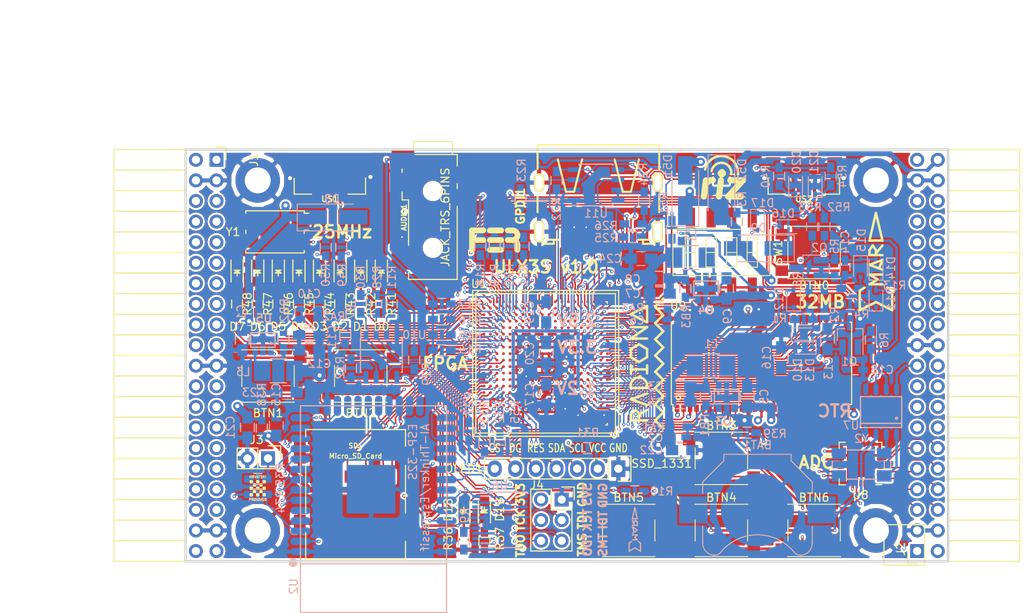
<source format=kicad_pcb>
(kicad_pcb (version 4) (host pcbnew 4.0.7+dfsg1-1)
  (layers (0 F.Cu signal) (1 In1.Cu signal) (2 In2.Cu signal) (31 B.Cu signal) (34 B.Paste user) (35 F.Paste user) (36 B.SilkS user) (37 F.SilkS user) (38 B.Mask user) (39 F.Mask user) (44 Edge.Cuts user))
  (net 0 "")
  (net 1 GND)
  (net 2 +5V)
  (net 3 /gpio/IN5V)
  (net 4 /gpio/OUT5V)
  (net 5 +3V3)
  (net 6 "Net-(L1-Pad1)")
  (net 7 "Net-(L2-Pad1)")
  (net 8 +1V2)
  (net 9 BTN_D)
  (net 10 BTN_F1)
  (net 11 BTN_F2)
  (net 12 BTN_L)
  (net 13 BTN_R)
  (net 14 BTN_U)
  (net 15 /power/FB1)
  (net 16 +2V5)
  (net 17 "Net-(L3-Pad1)")
  (net 18 /power/PWREN)
  (net 19 /power/FB3)
  (net 20 /power/FB2)
  (net 21 "Net-(D9-Pad1)")
  (net 22 /power/VBAT)
  (net 23 JTAG_TDI)
  (net 24 JTAG_TCK)
  (net 25 JTAG_TMS)
  (net 26 JTAG_TDO)
  (net 27 /power/WAKEUPn)
  (net 28 /power/WKUP)
  (net 29 /power/SHUT)
  (net 30 /power/WAKE)
  (net 31 /power/HOLD)
  (net 32 /power/WKn)
  (net 33 /power/OSCI_32k)
  (net 34 /power/OSCO_32k)
  (net 35 "Net-(Q2-Pad3)")
  (net 36 SHUTDOWN)
  (net 37 /analog/AUDIO_L)
  (net 38 /analog/AUDIO_R)
  (net 39 GPDI_5V_SCL)
  (net 40 GPDI_5V_SDA)
  (net 41 GPDI_SDA)
  (net 42 GPDI_SCL)
  (net 43 /gpdi/VREF2)
  (net 44 SD_CMD)
  (net 45 SD_CLK)
  (net 46 SD_D0)
  (net 47 SD_D1)
  (net 48 USB5V)
  (net 49 GPDI_CEC)
  (net 50 nRESET)
  (net 51 FTDI_nDTR)
  (net 52 SDRAM_CKE)
  (net 53 SDRAM_A7)
  (net 54 SDRAM_D15)
  (net 55 SDRAM_BA1)
  (net 56 SDRAM_D7)
  (net 57 SDRAM_A6)
  (net 58 SDRAM_CLK)
  (net 59 SDRAM_D13)
  (net 60 SDRAM_BA0)
  (net 61 SDRAM_D6)
  (net 62 SDRAM_A5)
  (net 63 SDRAM_D14)
  (net 64 SDRAM_A11)
  (net 65 SDRAM_D12)
  (net 66 SDRAM_D5)
  (net 67 SDRAM_A4)
  (net 68 SDRAM_A10)
  (net 69 SDRAM_D11)
  (net 70 SDRAM_A3)
  (net 71 SDRAM_D4)
  (net 72 SDRAM_D10)
  (net 73 SDRAM_D9)
  (net 74 SDRAM_A9)
  (net 75 SDRAM_D3)
  (net 76 SDRAM_D8)
  (net 77 SDRAM_A8)
  (net 78 SDRAM_A2)
  (net 79 SDRAM_A1)
  (net 80 SDRAM_A0)
  (net 81 SDRAM_D2)
  (net 82 SDRAM_D1)
  (net 83 SDRAM_D0)
  (net 84 SDRAM_DQM0)
  (net 85 SDRAM_nCS)
  (net 86 SDRAM_nRAS)
  (net 87 SDRAM_DQM1)
  (net 88 SDRAM_nCAS)
  (net 89 SDRAM_nWE)
  (net 90 /flash/FLASH_nWP)
  (net 91 /flash/FLASH_nHOLD)
  (net 92 /flash/FLASH_MOSI)
  (net 93 /flash/FLASH_MISO)
  (net 94 /flash/FLASH_SCK)
  (net 95 /flash/FLASH_nCS)
  (net 96 /flash/FPGA_PROGRAMN)
  (net 97 /flash/FPGA_DONE)
  (net 98 /flash/FPGA_INITN)
  (net 99 OLED_RES)
  (net 100 OLED_DC)
  (net 101 OLED_CS)
  (net 102 WIFI_EN)
  (net 103 FTDI_nRTS)
  (net 104 FTDI_TXD)
  (net 105 FTDI_RXD)
  (net 106 WIFI_RXD)
  (net 107 WIFI_GPIO0)
  (net 108 WIFI_TXD)
  (net 109 GPDI_ETH-)
  (net 110 GPDI_ETH+)
  (net 111 GPDI_D2+)
  (net 112 GPDI_D2-)
  (net 113 GPDI_D1+)
  (net 114 GPDI_D1-)
  (net 115 GPDI_D0+)
  (net 116 GPDI_D0-)
  (net 117 GPDI_CLK+)
  (net 118 GPDI_CLK-)
  (net 119 USB_FTDI_D+)
  (net 120 USB_FTDI_D-)
  (net 121 J1_17-)
  (net 122 J1_17+)
  (net 123 J1_23-)
  (net 124 J1_23+)
  (net 125 J1_25-)
  (net 126 J1_25+)
  (net 127 J1_27-)
  (net 128 J1_27+)
  (net 129 J1_29-)
  (net 130 J1_29+)
  (net 131 J1_31-)
  (net 132 J1_31+)
  (net 133 J1_33-)
  (net 134 J1_33+)
  (net 135 J1_35-)
  (net 136 J1_35+)
  (net 137 J2_5-)
  (net 138 J2_5+)
  (net 139 J2_7-)
  (net 140 J2_7+)
  (net 141 J2_9-)
  (net 142 J2_9+)
  (net 143 J2_13-)
  (net 144 J2_13+)
  (net 145 J2_17-)
  (net 146 J2_17+)
  (net 147 J2_11-)
  (net 148 J2_11+)
  (net 149 J2_23-)
  (net 150 J2_23+)
  (net 151 J1_5-)
  (net 152 J1_5+)
  (net 153 J1_7-)
  (net 154 J1_7+)
  (net 155 J1_9-)
  (net 156 J1_9+)
  (net 157 J1_11-)
  (net 158 J1_11+)
  (net 159 J1_13-)
  (net 160 J1_13+)
  (net 161 J1_15-)
  (net 162 J1_15+)
  (net 163 J2_15-)
  (net 164 J2_15+)
  (net 165 J2_25-)
  (net 166 J2_25+)
  (net 167 J2_27-)
  (net 168 J2_27+)
  (net 169 J2_29-)
  (net 170 J2_29+)
  (net 171 J2_31-)
  (net 172 J2_31+)
  (net 173 J2_33-)
  (net 174 J2_33+)
  (net 175 J2_35-)
  (net 176 J2_35+)
  (net 177 SD_D3)
  (net 178 AUDIO_L3)
  (net 179 AUDIO_L2)
  (net 180 AUDIO_L1)
  (net 181 AUDIO_L0)
  (net 182 AUDIO_R3)
  (net 183 AUDIO_R2)
  (net 184 AUDIO_R1)
  (net 185 AUDIO_R0)
  (net 186 OLED_CLK)
  (net 187 OLED_MOSI)
  (net 188 LED0)
  (net 189 LED1)
  (net 190 LED2)
  (net 191 LED3)
  (net 192 LED4)
  (net 193 LED5)
  (net 194 LED6)
  (net 195 LED7)
  (net 196 BTN_PWRn)
  (net 197 "Net-(J3-Pad1)")
  (net 198 FTDI_nTXLED)
  (net 199 FTDI_nSLEEP)
  (net 200 /blinkey/LED_PWREN)
  (net 201 /blinkey/LED_TXLED)
  (net 202 FT3V3)
  (net 203 /sdcard/SD3V3)
  (net 204 SD_D2)
  (net 205 CLK_25MHz)
  (net 206 /blinkey/BTNPUL)
  (net 207 /blinkey/BTNPUR)
  (net 208 USB_FPGA_D+)
  (net 209 /power/FTDI_nSUSPEND)
  (net 210 /blinkey/ALED0)
  (net 211 /blinkey/ALED1)
  (net 212 /blinkey/ALED2)
  (net 213 /blinkey/ALED3)
  (net 214 /blinkey/ALED4)
  (net 215 /blinkey/ALED5)
  (net 216 /blinkey/ALED6)
  (net 217 /blinkey/ALED7)
  (net 218 /usb/FTD-)
  (net 219 /usb/FTD+)
  (net 220 ADC_MISO)
  (net 221 ADC_MOSI)
  (net 222 ADC_CSn)
  (net 223 ADC_SCLK)
  (net 224 "Net-(R51-Pad2)")
  (net 225 SW3)
  (net 226 SW2)
  (net 227 SW1)
  (net 228 SW0)
  (net 229 USB_FPGA_D-)
  (net 230 /usb/FPD+)
  (net 231 /usb/FPD-)
  (net 232 WIFI_GPIO16)
  (net 233 WIFI_GPIO15)
  (net 234 /usb/ANT_433MHz)
  (net 235 /power/PWRBTn)
  (net 236 PROG_DONE)
  (module Diodes_SMD:D_SMA_Handsoldering (layer B.Cu) (at 155.695 66.5 90)
    (fp_text reference D51 (at 3.048 -2.159 90) (layer B.SilkS) (effects (justify mirror)))
    (fp_text value STPS2L30AF hide)
    (pad 1 smd rect (at -2.5 0 90) (size 3.5 1.8) (layers B.Cu B.Paste B.Mask) (net 2 +5V))
    (pad 2 smd rect (at 2.5 0 90) (size 3.5 1.8) (layers B.Cu B.Paste B.Mask) (net 3 /gpio/IN5V))
  )
  (module Resistors_SMD:R_0603_HandSoldering (layer B.Cu) (at 154.044 71.326 90)
    (fp_text reference R51 (at 3.302 -1.016 90) (layer B.SilkS) (effects (justify mirror)))
    (fp_text value 220)
    (pad 1 smd rect (at -1.1 0 90) (size 1.2 0.9) (layers B.Cu B.Paste B.Mask) (net 5 +3V3))
    (pad 2 smd rect (at 1.1 0 90) (size 1.2 0.9) (layers B.Cu B.Paste B.Mask) (net 224 "Net-(R51-Pad2)"))
  )
  (module Resistors_SMD:R_1210_HandSoldering (layer B.Cu) (at 158.87 88.09 180)
    (fp_text reference L1 (at 0 2.7 180) (layer B.SilkS) (effects (justify mirror)))
    (fp_text value 2.2uH)
    (pad 1 smd rect (at -2 0 180) (size 2 2.5) (layers B.Cu B.Paste B.Mask) (net 6 "Net-(L1-Pad1)"))
    (pad 2 smd rect (at 2 0 180) (size 2 2.5) (layers B.Cu B.Paste B.Mask) (net 8 +1V2))
  )
  (module TSOT-25:TSOT-25 (layer B.Cu) (at 160.775 91.9)
    (fp_text reference U3 (at -0.381 3.048) (layer B.SilkS) (effects (font (thickness 0.2)) (justify mirror)))
    (fp_text value AP3429A)
    (pad 1 smd rect (at -0.95 -1.3) (size 0.7 1.2) (layers B.Cu B.Paste B.Mask) (net 18 /power/PWREN))
    (pad 2 smd rect (at 0 -1.3) (size 0.7 1.2) (layers B.Cu B.Paste B.Mask) (net 1 GND))
    (pad 3 smd rect (at 0.95 -1.3) (size 0.7 1.2) (layers B.Cu B.Paste B.Mask) (net 6 "Net-(L1-Pad1)"))
    (pad 4 smd rect (at 0.95 1.3) (size 0.7 1.2) (layers B.Cu B.Paste B.Mask) (net 2 +5V))
    (pad 5 smd rect (at -0.95 1.3) (size 0.7 1.2) (layers B.Cu B.Paste B.Mask) (net 15 /power/FB1))
  )
  (module Resistors_SMD:R_1210_HandSoldering (layer B.Cu) (at 156.33 74.755 180)
    (fp_text reference L2 (at 0 2.7 180) (layer B.SilkS) (effects (justify mirror)))
    (fp_text value 2.2uH)
    (pad 1 smd rect (at -2 0 180) (size 2 2.5) (layers B.Cu B.Paste B.Mask) (net 7 "Net-(L2-Pad1)"))
    (pad 2 smd rect (at 2 0 180) (size 2 2.5) (layers B.Cu B.Paste B.Mask) (net 5 +3V3))
  )
  (module TSOT-25:TSOT-25 (layer B.Cu) (at 158.235 78.535)
    (fp_text reference U4 (at 0 2.697) (layer B.SilkS) (effects (font (thickness 0.2)) (justify mirror)))
    (fp_text value AP3429A)
    (pad 1 smd rect (at -0.95 -1.3) (size 0.7 1.2) (layers B.Cu B.Paste B.Mask) (net 18 /power/PWREN))
    (pad 2 smd rect (at 0 -1.3) (size 0.7 1.2) (layers B.Cu B.Paste B.Mask) (net 1 GND))
    (pad 3 smd rect (at 0.95 -1.3) (size 0.7 1.2) (layers B.Cu B.Paste B.Mask) (net 7 "Net-(L2-Pad1)"))
    (pad 4 smd rect (at 0.95 1.3) (size 0.7 1.2) (layers B.Cu B.Paste B.Mask) (net 2 +5V))
    (pad 5 smd rect (at -0.95 1.3) (size 0.7 1.2) (layers B.Cu B.Paste B.Mask) (net 19 /power/FB3))
  )
  (module LEDs:LED_0805 (layer F.Cu) (at 118.23 76.66 270)
    (fp_text reference D0 (at 6.604 0 360) (layer F.SilkS))
    (fp_text value LED hide)
    (pad 2 smd rect (at 1.04902 0 90) (size 1.19888 1.19888) (layers F.Cu F.Paste F.Mask) (net 210 /blinkey/ALED0))
    (pad 1 smd rect (at -1.04902 0 90) (size 1.19888 1.19888) (layers F.Cu F.Paste F.Mask) (net 1 GND))
  )
  (module LEDs:LED_0805 (layer F.Cu) (at 115.69 76.66 270)
    (fp_text reference D1 (at 6.604 0 360) (layer F.SilkS))
    (fp_text value LED hide)
    (pad 2 smd rect (at 1.04902 0 90) (size 1.19888 1.19888) (layers F.Cu F.Paste F.Mask) (net 211 /blinkey/ALED1))
    (pad 1 smd rect (at -1.04902 0 90) (size 1.19888 1.19888) (layers F.Cu F.Paste F.Mask) (net 1 GND))
  )
  (module LEDs:LED_0805 (layer F.Cu) (at 113.15 76.66 270)
    (fp_text reference D2 (at 6.604 0 360) (layer F.SilkS))
    (fp_text value LED hide)
    (pad 2 smd rect (at 1.04902 0 90) (size 1.19888 1.19888) (layers F.Cu F.Paste F.Mask) (net 212 /blinkey/ALED2))
    (pad 1 smd rect (at -1.04902 0 90) (size 1.19888 1.19888) (layers F.Cu F.Paste F.Mask) (net 1 GND))
  )
  (module LEDs:LED_0805 (layer F.Cu) (at 110.61 76.66 270)
    (fp_text reference D3 (at 6.604 0 360) (layer F.SilkS))
    (fp_text value LED hide)
    (pad 2 smd rect (at 1.04902 0 90) (size 1.19888 1.19888) (layers F.Cu F.Paste F.Mask) (net 213 /blinkey/ALED3))
    (pad 1 smd rect (at -1.04902 0 90) (size 1.19888 1.19888) (layers F.Cu F.Paste F.Mask) (net 1 GND))
  )
  (module LEDs:LED_0805 (layer F.Cu) (at 108.07 76.66 270)
    (fp_text reference D4 (at 6.604 0 360) (layer F.SilkS))
    (fp_text value LED hide)
    (pad 2 smd rect (at 1.04902 0 90) (size 1.19888 1.19888) (layers F.Cu F.Paste F.Mask) (net 214 /blinkey/ALED4))
    (pad 1 smd rect (at -1.04902 0 90) (size 1.19888 1.19888) (layers F.Cu F.Paste F.Mask) (net 1 GND))
  )
  (module LEDs:LED_0805 (layer F.Cu) (at 105.53 76.66 270)
    (fp_text reference D5 (at 6.604 0 360) (layer F.SilkS))
    (fp_text value LED hide)
    (pad 2 smd rect (at 1.04902 0 90) (size 1.19888 1.19888) (layers F.Cu F.Paste F.Mask) (net 215 /blinkey/ALED5))
    (pad 1 smd rect (at -1.04902 0 90) (size 1.19888 1.19888) (layers F.Cu F.Paste F.Mask) (net 1 GND))
  )
  (module LEDs:LED_0805 (layer F.Cu) (at 102.99 76.66 270)
    (fp_text reference D6 (at 6.604 0 360) (layer F.SilkS))
    (fp_text value LED hide)
    (pad 2 smd rect (at 1.04902 0 90) (size 1.19888 1.19888) (layers F.Cu F.Paste F.Mask) (net 216 /blinkey/ALED6))
    (pad 1 smd rect (at -1.04902 0 90) (size 1.19888 1.19888) (layers F.Cu F.Paste F.Mask) (net 1 GND))
  )
  (module LEDs:LED_0805 (layer F.Cu) (at 100.45 76.66 270)
    (fp_text reference D7 (at 6.604 0 360) (layer F.SilkS))
    (fp_text value LED hide)
    (pad 2 smd rect (at 1.04902 0 90) (size 1.19888 1.19888) (layers F.Cu F.Paste F.Mask) (net 217 /blinkey/ALED7))
    (pad 1 smd rect (at -1.04902 0 90) (size 1.19888 1.19888) (layers F.Cu F.Paste F.Mask) (net 1 GND))
  )
  (module Resistors_SMD:R_1210_HandSoldering (layer B.Cu) (at 105.53 88.725)
    (fp_text reference L3 (at -4.318 0.127) (layer B.SilkS) (effects (justify mirror)))
    (fp_text value 2.2uH)
    (pad 1 smd rect (at -2 0) (size 2 2.5) (layers B.Cu B.Paste B.Mask) (net 17 "Net-(L3-Pad1)"))
    (pad 2 smd rect (at 2 0) (size 2 2.5) (layers B.Cu B.Paste B.Mask) (net 16 +2V5))
  )
  (module TSOT-25:TSOT-25 (layer B.Cu) (at 103.625 84.915 180)
    (fp_text reference U5 (at -0.127 2.667 180) (layer B.SilkS) (effects (font (thickness 0.2)) (justify mirror)))
    (fp_text value AP3429A)
    (pad 1 smd rect (at -0.95 -1.3 180) (size 0.7 1.2) (layers B.Cu B.Paste B.Mask) (net 18 /power/PWREN))
    (pad 2 smd rect (at 0 -1.3 180) (size 0.7 1.2) (layers B.Cu B.Paste B.Mask) (net 1 GND))
    (pad 3 smd rect (at 0.95 -1.3 180) (size 0.7 1.2) (layers B.Cu B.Paste B.Mask) (net 17 "Net-(L3-Pad1)"))
    (pad 4 smd rect (at 0.95 1.3 180) (size 0.7 1.2) (layers B.Cu B.Paste B.Mask) (net 2 +5V))
    (pad 5 smd rect (at -0.95 1.3 180) (size 0.7 1.2) (layers B.Cu B.Paste B.Mask) (net 20 /power/FB2))
  )
  (module Capacitors_SMD:C_0805_HandSoldering (layer B.Cu) (at 101.085 84.915 270)
    (fp_text reference C1 (at -3.429 0.127 270) (layer B.SilkS) (effects (justify mirror)))
    (fp_text value 22uF)
    (pad 1 smd rect (at -1.25 0 270) (size 1.5 1.25) (layers B.Cu B.Paste B.Mask) (net 2 +5V))
    (pad 2 smd rect (at 1.25 0 270) (size 1.5 1.25) (layers B.Cu B.Paste B.Mask) (net 1 GND))
  )
  (module Capacitors_SMD:C_0805_HandSoldering (layer B.Cu) (at 155.06 90.63)
    (fp_text reference C3 (at -3.048 0) (layer B.SilkS) (effects (justify mirror)))
    (fp_text value 22uF)
    (pad 1 smd rect (at -1.25 0) (size 1.5 1.25) (layers B.Cu B.Paste B.Mask) (net 8 +1V2))
    (pad 2 smd rect (at 1.25 0) (size 1.5 1.25) (layers B.Cu B.Paste B.Mask) (net 1 GND))
  )
  (module Capacitors_SMD:C_0805_HandSoldering (layer B.Cu) (at 155.06 92.535)
    (fp_text reference C4 (at -3.048 0.127) (layer B.SilkS) (effects (justify mirror)))
    (fp_text value 22uF)
    (pad 1 smd rect (at -1.25 0) (size 1.5 1.25) (layers B.Cu B.Paste B.Mask) (net 8 +1V2))
    (pad 2 smd rect (at 1.25 0) (size 1.5 1.25) (layers B.Cu B.Paste B.Mask) (net 1 GND))
  )
  (module Capacitors_SMD:C_0805_HandSoldering (layer B.Cu) (at 163.315 91.9 90)
    (fp_text reference C5 (at 0 2.1 90) (layer B.SilkS) (effects (justify mirror)))
    (fp_text value 22uF)
    (pad 1 smd rect (at -1.25 0 90) (size 1.5 1.25) (layers B.Cu B.Paste B.Mask) (net 2 +5V))
    (pad 2 smd rect (at 1.25 0 90) (size 1.5 1.25) (layers B.Cu B.Paste B.Mask) (net 1 GND))
  )
  (module Capacitors_SMD:C_0805_HandSoldering (layer B.Cu) (at 152.52 79.2)
    (fp_text reference C7 (at -3.302 0) (layer B.SilkS) (effects (justify mirror)))
    (fp_text value 22uF)
    (pad 1 smd rect (at -1.25 0) (size 1.5 1.25) (layers B.Cu B.Paste B.Mask) (net 5 +3V3))
    (pad 2 smd rect (at 1.25 0) (size 1.5 1.25) (layers B.Cu B.Paste B.Mask) (net 1 GND))
  )
  (module Capacitors_SMD:C_0805_HandSoldering (layer B.Cu) (at 152.52 77.295)
    (fp_text reference C8 (at -3.302 0.127) (layer B.SilkS) (effects (justify mirror)))
    (fp_text value 22uF)
    (pad 1 smd rect (at -1.25 0) (size 1.5 1.25) (layers B.Cu B.Paste B.Mask) (net 5 +3V3))
    (pad 2 smd rect (at 1.25 0) (size 1.5 1.25) (layers B.Cu B.Paste B.Mask) (net 1 GND))
  )
  (module Capacitors_SMD:C_0805_HandSoldering (layer B.Cu) (at 160.775 78.565 90)
    (fp_text reference C9 (at -3.429 0.127 90) (layer B.SilkS) (effects (justify mirror)))
    (fp_text value 22uF)
    (pad 1 smd rect (at -1.25 0 90) (size 1.5 1.25) (layers B.Cu B.Paste B.Mask) (net 2 +5V))
    (pad 2 smd rect (at 1.25 0 90) (size 1.5 1.25) (layers B.Cu B.Paste B.Mask) (net 1 GND))
  )
  (module Capacitors_SMD:C_0805_HandSoldering (layer B.Cu) (at 109.34 84.28 180)
    (fp_text reference C11 (at -2.794 -0.254 270) (layer B.SilkS) (effects (justify mirror)))
    (fp_text value 22uF)
    (pad 1 smd rect (at -1.25 0 180) (size 1.5 1.25) (layers B.Cu B.Paste B.Mask) (net 16 +2V5))
    (pad 2 smd rect (at 1.25 0 180) (size 1.5 1.25) (layers B.Cu B.Paste B.Mask) (net 1 GND))
  )
  (module Capacitors_SMD:C_0805_HandSoldering (layer B.Cu) (at 109.34 86.185 180)
    (fp_text reference C12 (at -1.27 -1.651 360) (layer B.SilkS) (effects (justify mirror)))
    (fp_text value 22uF)
    (pad 1 smd rect (at -1.25 0 180) (size 1.5 1.25) (layers B.Cu B.Paste B.Mask) (net 16 +2V5))
    (pad 2 smd rect (at 1.25 0 180) (size 1.5 1.25) (layers B.Cu B.Paste B.Mask) (net 1 GND))
  )
  (module Power_Integrations:SO-8 (layer B.Cu) (at 179.825 93.805 180)
    (fp_text reference U7 (at 3.683 -1.651 180) (layer B.SilkS) (effects (justify mirror)))
    (fp_text value PCF8523)
    (pad 1 smd oval (at -1.905 -2.794 180) (size 0.6096 1.4732) (layers B.Cu B.Paste B.Mask) (net 33 /power/OSCI_32k))
    (pad 2 smd oval (at -0.635 -2.794 180) (size 0.6096 1.4732) (layers B.Cu B.Paste B.Mask) (net 34 /power/OSCO_32k))
    (pad 3 smd oval (at 0.635 -2.794 180) (size 0.6096 1.4732) (layers B.Cu B.Paste B.Mask) (net 22 /power/VBAT))
    (pad 4 smd oval (at 1.905 -2.794 180) (size 0.6096 1.4732) (layers B.Cu B.Paste B.Mask) (net 1 GND))
    (pad 5 smd oval (at 1.905 2.794 180) (size 0.6096 1.4732) (layers B.Cu B.Paste B.Mask) (net 41 GPDI_SDA))
    (pad 6 smd oval (at 0.635 2.794 180) (size 0.6096 1.4732) (layers B.Cu B.Paste B.Mask) (net 42 GPDI_SCL))
    (pad 7 smd oval (at -0.635 2.794 180) (size 0.6096 1.4732) (layers B.Cu B.Paste B.Mask) (net 27 /power/WAKEUPn))
    (pad 8 smd oval (at -1.905 2.794 180) (size 0.6096 1.4732) (layers B.Cu B.Paste B.Mask) (net 5 +3V3))
  )
  (module Capacitors_SMD:C_0805_HandSoldering (layer B.Cu) (at 173.221 84.788 90)
    (fp_text reference C13 (at -3.556 0.127 90) (layer B.SilkS) (effects (justify mirror)))
    (fp_text value 2.2uF)
    (pad 1 smd rect (at -1.25 0 90) (size 1.5 1.25) (layers B.Cu B.Paste B.Mask) (net 2 +5V))
    (pad 2 smd rect (at 1.25 0 90) (size 1.5 1.25) (layers B.Cu B.Paste B.Mask) (net 28 /power/WKUP))
  )
  (module TSOP54:TSOP54 (layer F.Cu) (at 165.08 87.8 90)
    (fp_text reference U9 (at 7.076 -10.274 180) (layer F.SilkS))
    (fp_text value MT48LC16M16A2TG)
    (pad 28 smd rect (at 5.53 10.4 90) (size 0.9 0.56) (layers F.Cu F.Paste F.Mask) (net 1 GND))
    (pad 1 smd rect (at -5.53 -10.4 90) (size 0.9 0.56) (layers F.Cu F.Paste F.Mask) (net 5 +3V3))
    (pad 2 smd rect (at -5.53 -9.6 90) (size 0.9 0.56) (layers F.Cu F.Paste F.Mask) (net 83 SDRAM_D0))
    (pad 3 smd rect (at -5.53 -8.8 90) (size 0.9 0.56) (layers F.Cu F.Paste F.Mask) (net 5 +3V3))
    (pad 4 smd rect (at -5.53 -8 90) (size 0.9 0.56) (layers F.Cu F.Paste F.Mask) (net 82 SDRAM_D1))
    (pad 5 smd rect (at -5.53 -7.2 90) (size 0.9 0.56) (layers F.Cu F.Paste F.Mask) (net 81 SDRAM_D2))
    (pad 6 smd rect (at -5.53 -6.4 90) (size 0.9 0.56) (layers F.Cu F.Paste F.Mask) (net 1 GND))
    (pad 7 smd rect (at -5.53 -5.6 90) (size 0.9 0.56) (layers F.Cu F.Paste F.Mask) (net 75 SDRAM_D3))
    (pad 8 smd rect (at -5.53 -4.8 90) (size 0.9 0.56) (layers F.Cu F.Paste F.Mask) (net 71 SDRAM_D4))
    (pad 9 smd rect (at -5.53 -4 90) (size 0.9 0.56) (layers F.Cu F.Paste F.Mask) (net 5 +3V3))
    (pad 10 smd rect (at -5.53 -3.2 90) (size 0.9 0.56) (layers F.Cu F.Paste F.Mask) (net 66 SDRAM_D5))
    (pad 11 smd rect (at -5.53 -2.4 90) (size 0.9 0.56) (layers F.Cu F.Paste F.Mask) (net 61 SDRAM_D6))
    (pad 12 smd rect (at -5.53 -1.6 90) (size 0.9 0.56) (layers F.Cu F.Paste F.Mask) (net 1 GND))
    (pad 13 smd rect (at -5.53 -0.8 90) (size 0.9 0.56) (layers F.Cu F.Paste F.Mask) (net 56 SDRAM_D7))
    (pad 14 smd rect (at -5.53 0 90) (size 0.9 0.56) (layers F.Cu F.Paste F.Mask) (net 5 +3V3))
    (pad 15 smd rect (at -5.53 0.8 90) (size 0.9 0.56) (layers F.Cu F.Paste F.Mask) (net 84 SDRAM_DQM0))
    (pad 16 smd rect (at -5.53 1.6 90) (size 0.9 0.56) (layers F.Cu F.Paste F.Mask) (net 89 SDRAM_nWE))
    (pad 17 smd rect (at -5.53 2.4 90) (size 0.9 0.56) (layers F.Cu F.Paste F.Mask) (net 88 SDRAM_nCAS))
    (pad 18 smd rect (at -5.53 3.2 90) (size 0.9 0.56) (layers F.Cu F.Paste F.Mask) (net 86 SDRAM_nRAS))
    (pad 19 smd rect (at -5.53 4 90) (size 0.9 0.56) (layers F.Cu F.Paste F.Mask) (net 85 SDRAM_nCS))
    (pad 20 smd rect (at -5.53 4.8 90) (size 0.9 0.56) (layers F.Cu F.Paste F.Mask) (net 60 SDRAM_BA0))
    (pad 21 smd rect (at -5.53 5.6 90) (size 0.9 0.56) (layers F.Cu F.Paste F.Mask) (net 55 SDRAM_BA1))
    (pad 22 smd rect (at -5.53 6.4 90) (size 0.9 0.56) (layers F.Cu F.Paste F.Mask) (net 68 SDRAM_A10))
    (pad 23 smd rect (at -5.53 7.2 90) (size 0.9 0.56) (layers F.Cu F.Paste F.Mask) (net 80 SDRAM_A0))
    (pad 24 smd rect (at -5.53 8 90) (size 0.9 0.56) (layers F.Cu F.Paste F.Mask) (net 79 SDRAM_A1))
    (pad 25 smd rect (at -5.53 8.8 90) (size 0.9 0.56) (layers F.Cu F.Paste F.Mask) (net 78 SDRAM_A2))
    (pad 26 smd rect (at -5.53 9.6 90) (size 0.9 0.56) (layers F.Cu F.Paste F.Mask) (net 70 SDRAM_A3))
    (pad 27 smd rect (at -5.53 10.4 90) (size 0.9 0.56) (layers F.Cu F.Paste F.Mask) (net 5 +3V3))
    (pad 29 smd rect (at 5.53 9.6 90) (size 0.9 0.56) (layers F.Cu F.Paste F.Mask) (net 67 SDRAM_A4))
    (pad 30 smd rect (at 5.53 8.8 90) (size 0.9 0.56) (layers F.Cu F.Paste F.Mask) (net 62 SDRAM_A5))
    (pad 31 smd rect (at 5.53 8 90) (size 0.9 0.56) (layers F.Cu F.Paste F.Mask) (net 57 SDRAM_A6))
    (pad 32 smd rect (at 5.53 7.2 90) (size 0.9 0.56) (layers F.Cu F.Paste F.Mask) (net 53 SDRAM_A7))
    (pad 33 smd rect (at 5.53 6.4 90) (size 0.9 0.56) (layers F.Cu F.Paste F.Mask) (net 77 SDRAM_A8))
    (pad 34 smd rect (at 5.53 5.6 90) (size 0.9 0.56) (layers F.Cu F.Paste F.Mask) (net 74 SDRAM_A9))
    (pad 35 smd rect (at 5.53 4.8 90) (size 0.9 0.56) (layers F.Cu F.Paste F.Mask) (net 64 SDRAM_A11))
    (pad 36 smd rect (at 5.53 4 90) (size 0.9 0.56) (layers F.Cu F.Paste F.Mask))
    (pad 37 smd rect (at 5.53 3.2 90) (size 0.9 0.56) (layers F.Cu F.Paste F.Mask) (net 52 SDRAM_CKE))
    (pad 38 smd rect (at 5.53 2.4 90) (size 0.9 0.56) (layers F.Cu F.Paste F.Mask) (net 58 SDRAM_CLK))
    (pad 39 smd rect (at 5.53 1.6 90) (size 0.9 0.56) (layers F.Cu F.Paste F.Mask) (net 87 SDRAM_DQM1))
    (pad 40 smd rect (at 5.53 0.8 90) (size 0.9 0.56) (layers F.Cu F.Paste F.Mask))
    (pad 41 smd rect (at 5.53 0 90) (size 0.9 0.56) (layers F.Cu F.Paste F.Mask) (net 1 GND))
    (pad 42 smd rect (at 5.53 -0.8 90) (size 0.9 0.56) (layers F.Cu F.Paste F.Mask) (net 76 SDRAM_D8))
    (pad 43 smd rect (at 5.53 -1.6 90) (size 0.9 0.56) (layers F.Cu F.Paste F.Mask) (net 5 +3V3))
    (pad 44 smd rect (at 5.53 -2.4 90) (size 0.9 0.56) (layers F.Cu F.Paste F.Mask) (net 73 SDRAM_D9))
    (pad 45 smd rect (at 5.53 -3.2 90) (size 0.9 0.56) (layers F.Cu F.Paste F.Mask) (net 72 SDRAM_D10))
    (pad 46 smd rect (at 5.53 -4 90) (size 0.9 0.56) (layers F.Cu F.Paste F.Mask) (net 1 GND))
    (pad 47 smd rect (at 5.53 -4.8 90) (size 0.9 0.56) (layers F.Cu F.Paste F.Mask) (net 69 SDRAM_D11))
    (pad 48 smd rect (at 5.53 -5.6 90) (size 0.9 0.56) (layers F.Cu F.Paste F.Mask) (net 65 SDRAM_D12))
    (pad 49 smd rect (at 5.53 -6.4 90) (size 0.9 0.56) (layers F.Cu F.Paste F.Mask) (net 5 +3V3))
    (pad 50 smd rect (at 5.53 -7.2 90) (size 0.9 0.56) (layers F.Cu F.Paste F.Mask) (net 59 SDRAM_D13))
    (pad 51 smd rect (at 5.53 -8 90) (size 0.9 0.56) (layers F.Cu F.Paste F.Mask) (net 63 SDRAM_D14))
    (pad 52 smd rect (at 5.53 -8.8 90) (size 0.9 0.56) (layers F.Cu F.Paste F.Mask) (net 1 GND))
    (pad 53 smd rect (at 5.53 -9.6 90) (size 0.9 0.56) (layers F.Cu F.Paste F.Mask) (net 54 SDRAM_D15))
    (pad 54 smd rect (at 5.53 -10.4 90) (size 0.9 0.56) (layers F.Cu F.Paste F.Mask) (net 1 GND))
  )
  (module TO_SOT_Packages_SMD:SOT-23_Handsoldering (layer B.Cu) (at 176.015 84.28 90)
    (fp_text reference Q1 (at -3.302 -0.127 180) (layer B.SilkS) (effects (justify mirror)))
    (fp_text value BC857)
    (pad 1 smd rect (at -1.5 0.95 90) (size 1.9 0.8) (layers B.Cu B.Paste B.Mask) (net 32 /power/WKn))
    (pad 2 smd rect (at -1.5 -0.95 90) (size 1.9 0.8) (layers B.Cu B.Paste B.Mask) (net 2 +5V))
    (pad 3 smd rect (at 1.5 0 90) (size 1.9 0.8) (layers B.Cu B.Paste B.Mask) (net 28 /power/WKUP))
  )
  (module TO_SOT_Packages_SMD:SOT-23_Handsoldering (layer B.Cu) (at 170.935 76.025 180)
    (fp_text reference Q2 (at -1.295 2.5 180) (layer B.SilkS) (effects (justify mirror)))
    (fp_text value 2N7002)
    (pad 1 smd rect (at -1.5 0.95 180) (size 1.9 0.8) (layers B.Cu B.Paste B.Mask) (net 29 /power/SHUT))
    (pad 2 smd rect (at -1.5 -0.95 180) (size 1.9 0.8) (layers B.Cu B.Paste B.Mask) (net 1 GND))
    (pad 3 smd rect (at 1.5 0 180) (size 1.9 0.8) (layers B.Cu B.Paste B.Mask) (net 35 "Net-(Q2-Pad3)"))
  )
  (module Capacitors_SMD:C_0603_HandSoldering (layer B.Cu) (at 154.86 96.91)
    (fp_text reference C2 (at -2.848 0.07) (layer B.SilkS) (effects (justify mirror)))
    (fp_text value 470pF)
    (pad 1 smd rect (at -0.95 0) (size 1.2 0.75) (layers B.Cu B.Paste B.Mask) (net 8 +1V2))
    (pad 2 smd rect (at 0.95 0) (size 1.2 0.75) (layers B.Cu B.Paste B.Mask) (net 15 /power/FB1))
  )
  (module Capacitors_SMD:C_0603_HandSoldering (layer B.Cu) (at 152.52 82.375)
    (fp_text reference C6 (at -2.794 0.127) (layer B.SilkS) (effects (justify mirror)))
    (fp_text value 470pF)
    (pad 1 smd rect (at -0.95 0) (size 1.2 0.75) (layers B.Cu B.Paste B.Mask) (net 5 +3V3))
    (pad 2 smd rect (at 0.95 0) (size 1.2 0.75) (layers B.Cu B.Paste B.Mask) (net 19 /power/FB3))
  )
  (module Capacitors_SMD:C_0603_HandSoldering (layer B.Cu) (at 109.34 81.105 180)
    (fp_text reference C10 (at 0 1.9 180) (layer B.SilkS) (effects (justify mirror)))
    (fp_text value 470pF)
    (pad 1 smd rect (at -0.95 0 180) (size 1.2 0.75) (layers B.Cu B.Paste B.Mask) (net 16 +2V5))
    (pad 2 smd rect (at 0.95 0 180) (size 1.2 0.75) (layers B.Cu B.Paste B.Mask) (net 20 /power/FB2))
  )
  (module Capacitors_SMD:C_0603_HandSoldering (layer B.Cu) (at 175.38 76.025 270)
    (fp_text reference C14 (at -3.175 0 270) (layer B.SilkS) (effects (justify mirror)))
    (fp_text value 100nF)
    (pad 1 smd rect (at -0.95 0 270) (size 1.2 0.75) (layers B.Cu B.Paste B.Mask) (net 29 /power/SHUT))
    (pad 2 smd rect (at 0.95 0 270) (size 1.2 0.75) (layers B.Cu B.Paste B.Mask) (net 1 GND))
  )
  (module Resistors_SMD:R_0603_HandSoldering (layer B.Cu) (at 170.3 82.375)
    (fp_text reference R1 (at -3.048 -0.127) (layer B.SilkS) (effects (justify mirror)))
    (fp_text value 15k)
    (pad 1 smd rect (at -1.1 0) (size 1.2 0.9) (layers B.Cu B.Paste B.Mask) (net 30 /power/WAKE))
    (pad 2 smd rect (at 1.1 0) (size 1.2 0.9) (layers B.Cu B.Paste B.Mask) (net 18 /power/PWREN))
  )
  (module Resistors_SMD:R_0603_HandSoldering (layer B.Cu) (at 172.84 79.835 90)
    (fp_text reference R2 (at -1.905 1.27 90) (layer B.SilkS) (effects (justify mirror)))
    (fp_text value 47k)
    (pad 1 smd rect (at -1.1 0 90) (size 1.2 0.9) (layers B.Cu B.Paste B.Mask) (net 18 /power/PWREN))
    (pad 2 smd rect (at 1.1 0 90) (size 1.2 0.9) (layers B.Cu B.Paste B.Mask) (net 1 GND))
  )
  (module Resistors_SMD:R_0603_HandSoldering (layer B.Cu) (at 176.015 80.47 180)
    (fp_text reference R4 (at -1.397 -1.27 360) (layer B.SilkS) (effects (justify mirror)))
    (fp_text value 15k)
    (pad 1 smd rect (at -1.1 0 180) (size 1.2 0.9) (layers B.Cu B.Paste B.Mask) (net 31 /power/HOLD))
    (pad 2 smd rect (at 1.1 0 180) (size 1.2 0.9) (layers B.Cu B.Paste B.Mask) (net 18 /power/PWREN))
  )
  (module Resistors_SMD:R_0603_HandSoldering (layer B.Cu) (at 174.11 76.025 270)
    (fp_text reference R5 (at -2.667 0 270) (layer B.SilkS) (effects (justify mirror)))
    (fp_text value 4.7M)
    (pad 1 smd rect (at -1.1 0 270) (size 1.2 0.9) (layers B.Cu B.Paste B.Mask) (net 29 /power/SHUT))
    (pad 2 smd rect (at 1.1 0 270) (size 1.2 0.9) (layers B.Cu B.Paste B.Mask) (net 1 GND))
  )
  (module Resistors_SMD:R_0603_HandSoldering (layer B.Cu) (at 178.555 84.915 270)
    (fp_text reference R6 (at 0 -1.651 270) (layer B.SilkS) (effects (justify mirror)))
    (fp_text value 1k)
    (pad 1 smd rect (at -1.1 0 270) (size 1.2 0.9) (layers B.Cu B.Paste B.Mask) (net 32 /power/WKn))
    (pad 2 smd rect (at 1.1 0 270) (size 1.2 0.9) (layers B.Cu B.Paste B.Mask) (net 27 /power/WAKEUPn))
  )
  (module Resistors_SMD:R_0603_HandSoldering (layer B.Cu) (at 113.785 84.28 270)
    (fp_text reference R7 (at -2.794 -0.635 270) (layer B.SilkS) (effects (justify mirror)))
    (fp_text value 220)
    (pad 1 smd rect (at -1.1 0 270) (size 1.2 0.9) (layers B.Cu B.Paste B.Mask) (net 5 +3V3))
    (pad 2 smd rect (at 1.1 0 270) (size 1.2 0.9) (layers B.Cu B.Paste B.Mask) (net 206 /blinkey/BTNPUL))
  )
  (module Resistors_SMD:R_0603_HandSoldering (layer B.Cu) (at 170.935 79.835 90)
    (fp_text reference R8 (at 2.413 -1.397 90) (layer B.SilkS) (effects (justify mirror)))
    (fp_text value 1k)
    (pad 1 smd rect (at -1.1 0 90) (size 1.2 0.9) (layers B.Cu B.Paste B.Mask) (net 18 /power/PWREN))
    (pad 2 smd rect (at 1.1 0 90) (size 1.2 0.9) (layers B.Cu B.Paste B.Mask) (net 35 "Net-(Q2-Pad3)"))
  )
  (module Resistors_SMD:R_0603_HandSoldering (layer B.Cu) (at 128.39 109.68 270)
    (fp_text reference R9 (at -3.13 -0.126 270) (layer B.SilkS) (effects (justify mirror)))
    (fp_text value 15k)
    (pad 1 smd rect (at -1.1 0 270) (size 1.2 0.9) (layers B.Cu B.Paste B.Mask) (net 50 nRESET))
    (pad 2 smd rect (at 1.1 0 270) (size 1.2 0.9) (layers B.Cu B.Paste B.Mask) (net 202 FT3V3))
  )
  (module Resistors_SMD:R_0603_HandSoldering (layer B.Cu) (at 149.472 103.584 180)
    (fp_text reference R10 (at -3.302 0 180) (layer B.SilkS) (effects (justify mirror)))
    (fp_text value 220)
    (pad 1 smd rect (at -1.1 0 180) (size 1.2 0.9) (layers B.Cu B.Paste B.Mask) (net 209 /power/FTDI_nSUSPEND))
    (pad 2 smd rect (at 1.1 0 180) (size 1.2 0.9) (layers B.Cu B.Paste B.Mask) (net 199 FTDI_nSLEEP))
  )
  (module Resistors_SMD:R_0603_HandSoldering (layer B.Cu) (at 176.015 78.565 180)
    (fp_text reference R13 (at -5.461 0.381 180) (layer B.SilkS) (effects (justify mirror)))
    (fp_text value 15k)
    (pad 1 smd rect (at -1.1 0 180) (size 1.2 0.9) (layers B.Cu B.Paste B.Mask) (net 36 SHUTDOWN))
    (pad 2 smd rect (at 1.1 0 180) (size 1.2 0.9) (layers B.Cu B.Paste B.Mask) (net 1 GND))
  )
  (module Resistors_SMD:R_0603_HandSoldering (layer B.Cu) (at 154.86 95.64)
    (fp_text reference RA1 (at -3.102 0.07) (layer B.SilkS) (effects (justify mirror)))
    (fp_text value 15k)
    (pad 1 smd rect (at -1.1 0) (size 1.2 0.9) (layers B.Cu B.Paste B.Mask) (net 8 +1V2))
    (pad 2 smd rect (at 1.1 0) (size 1.2 0.9) (layers B.Cu B.Paste B.Mask) (net 15 /power/FB1))
  )
  (module Resistors_SMD:R_0603_HandSoldering (layer B.Cu) (at 109.34 82.375 180)
    (fp_text reference RA2 (at -3.048 0.381 360) (layer B.SilkS) (effects (justify mirror)))
    (fp_text value 15k)
    (pad 1 smd rect (at -1.1 0 180) (size 1.2 0.9) (layers B.Cu B.Paste B.Mask) (net 16 +2V5))
    (pad 2 smd rect (at 1.1 0 180) (size 1.2 0.9) (layers B.Cu B.Paste B.Mask) (net 20 /power/FB2))
  )
  (module Resistors_SMD:R_0603_HandSoldering (layer B.Cu) (at 152.52 81.105)
    (fp_text reference RA3 (at -3.302 -0.127) (layer B.SilkS) (effects (justify mirror)))
    (fp_text value 15k)
    (pad 1 smd rect (at -1.1 0) (size 1.2 0.9) (layers B.Cu B.Paste B.Mask) (net 5 +3V3))
    (pad 2 smd rect (at 1.1 0) (size 1.2 0.9) (layers B.Cu B.Paste B.Mask) (net 19 /power/FB3))
  )
  (module Resistors_SMD:R_0603_HandSoldering (layer B.Cu) (at 158.235 91.9 270)
    (fp_text reference RB1 (at 3.556 0.127 270) (layer B.SilkS) (effects (justify mirror)))
    (fp_text value 15k)
    (pad 1 smd rect (at -1.1 0 270) (size 1.2 0.9) (layers B.Cu B.Paste B.Mask) (net 1 GND))
    (pad 2 smd rect (at 1.1 0 270) (size 1.2 0.9) (layers B.Cu B.Paste B.Mask) (net 15 /power/FB1))
  )
  (module Resistors_SMD:R_0603_HandSoldering (layer B.Cu) (at 106.165 84.915 90)
    (fp_text reference RB2 (at 3.683 0.127 90) (layer B.SilkS) (effects (justify mirror)))
    (fp_text value 4.7k)
    (pad 1 smd rect (at -1.1 0 90) (size 1.2 0.9) (layers B.Cu B.Paste B.Mask) (net 1 GND))
    (pad 2 smd rect (at 1.1 0 90) (size 1.2 0.9) (layers B.Cu B.Paste B.Mask) (net 20 /power/FB2))
  )
  (module Resistors_SMD:R_0603_HandSoldering (layer B.Cu) (at 155.695 78.565 270)
    (fp_text reference RB3 (at 3.429 -0.127 270) (layer B.SilkS) (effects (justify mirror)))
    (fp_text value 3.3k)
    (pad 1 smd rect (at -1.1 0 270) (size 1.2 0.9) (layers B.Cu B.Paste B.Mask) (net 1 GND))
    (pad 2 smd rect (at 1.1 0 270) (size 1.2 0.9) (layers B.Cu B.Paste B.Mask) (net 19 /power/FB3))
  )
  (module Resistors_SMD:R_0603_HandSoldering (layer B.Cu) (at 125.682 86.185 180)
    (fp_text reference R14 (at -3.47 0.127 180) (layer B.SilkS) (effects (justify mirror)))
    (fp_text value 800)
    (pad 1 smd rect (at -1.1 0 180) (size 1.2 0.9) (layers B.Cu B.Paste B.Mask) (net 178 AUDIO_L3))
    (pad 2 smd rect (at 1.1 0 180) (size 1.2 0.9) (layers B.Cu B.Paste B.Mask) (net 37 /analog/AUDIO_L))
  )
  (module Resistors_SMD:R_0603_HandSoldering (layer B.Cu) (at 125.682 84.279 180)
    (fp_text reference R15 (at -3.47 -0.001 180) (layer B.SilkS) (effects (justify mirror)))
    (fp_text value 400)
    (pad 1 smd rect (at -1.1 0 180) (size 1.2 0.9) (layers B.Cu B.Paste B.Mask) (net 179 AUDIO_L2))
    (pad 2 smd rect (at 1.1 0 180) (size 1.2 0.9) (layers B.Cu B.Paste B.Mask) (net 37 /analog/AUDIO_L))
  )
  (module Resistors_SMD:R_0603_HandSoldering (layer B.Cu) (at 125.682 82.375 180)
    (fp_text reference R16 (at -3.47 -0.127 180) (layer B.SilkS) (effects (justify mirror)))
    (fp_text value 200)
    (pad 1 smd rect (at -1.1 0 180) (size 1.2 0.9) (layers B.Cu B.Paste B.Mask) (net 180 AUDIO_L1))
    (pad 2 smd rect (at 1.1 0 180) (size 1.2 0.9) (layers B.Cu B.Paste B.Mask) (net 37 /analog/AUDIO_L))
  )
  (module Resistors_SMD:R_0603_HandSoldering (layer B.Cu) (at 125.682 80.47 180)
    (fp_text reference R17 (at -3.47 0 180) (layer B.SilkS) (effects (justify mirror)))
    (fp_text value 100)
    (pad 1 smd rect (at -1.1 0 180) (size 1.2 0.9) (layers B.Cu B.Paste B.Mask) (net 181 AUDIO_L0))
    (pad 2 smd rect (at 1.1 0 180) (size 1.2 0.9) (layers B.Cu B.Paste B.Mask) (net 37 /analog/AUDIO_L))
  )
  (module Resistors_SMD:R_0603_HandSoldering (layer B.Cu) (at 130.422 73.358 90)
    (fp_text reference R18 (at -3.556 0 90) (layer B.SilkS) (effects (justify mirror)))
    (fp_text value 800)
    (pad 1 smd rect (at -1.1 0 90) (size 1.2 0.9) (layers B.Cu B.Paste B.Mask) (net 182 AUDIO_R3))
    (pad 2 smd rect (at 1.1 0 90) (size 1.2 0.9) (layers B.Cu B.Paste B.Mask) (net 38 /analog/AUDIO_R))
  )
  (module Resistors_SMD:R_0603_HandSoldering (layer B.Cu) (at 132.2 73.358 90)
    (fp_text reference R19 (at -3.556 0 90) (layer B.SilkS) (effects (justify mirror)))
    (fp_text value 400)
    (pad 1 smd rect (at -1.1 0 90) (size 1.2 0.9) (layers B.Cu B.Paste B.Mask) (net 183 AUDIO_R2))
    (pad 2 smd rect (at 1.1 0 90) (size 1.2 0.9) (layers B.Cu B.Paste B.Mask) (net 38 /analog/AUDIO_R))
  )
  (module Resistors_SMD:R_0603_HandSoldering (layer B.Cu) (at 133.978 73.358 90)
    (fp_text reference R20 (at -3.556 0 90) (layer B.SilkS) (effects (justify mirror)))
    (fp_text value 200)
    (pad 1 smd rect (at -1.1 0 90) (size 1.2 0.9) (layers B.Cu B.Paste B.Mask) (net 184 AUDIO_R1))
    (pad 2 smd rect (at 1.1 0 90) (size 1.2 0.9) (layers B.Cu B.Paste B.Mask) (net 38 /analog/AUDIO_R))
  )
  (module Resistors_SMD:R_0603_HandSoldering (layer B.Cu) (at 135.756 73.358 90)
    (fp_text reference R21 (at -3.556 0 90) (layer B.SilkS) (effects (justify mirror)))
    (fp_text value 100)
    (pad 1 smd rect (at -1.1 0 90) (size 1.2 0.9) (layers B.Cu B.Paste B.Mask) (net 185 AUDIO_R0))
    (pad 2 smd rect (at 1.1 0 90) (size 1.2 0.9) (layers B.Cu B.Paste B.Mask) (net 38 /analog/AUDIO_R))
  )
  (module Housings_SOIC:SOIC-8_3.9x4.9mm_Pitch1.27mm (layer B.Cu) (at 118.23 86.82 270)
    (fp_text reference U10 (at -2.54 -4.064 360) (layer B.SilkS) (effects (justify mirror)))
    (fp_text value S25FL164K0XMFI011)
    (pad 1 smd rect (at -2.7 1.905 270) (size 1.55 0.6) (layers B.Cu B.Paste B.Mask) (net 95 /flash/FLASH_nCS))
    (pad 2 smd rect (at -2.7 0.635 270) (size 1.55 0.6) (layers B.Cu B.Paste B.Mask) (net 93 /flash/FLASH_MISO))
    (pad 3 smd rect (at -2.7 -0.635 270) (size 1.55 0.6) (layers B.Cu B.Paste B.Mask) (net 90 /flash/FLASH_nWP))
    (pad 4 smd rect (at -2.7 -1.905 270) (size 1.55 0.6) (layers B.Cu B.Paste B.Mask) (net 1 GND))
    (pad 5 smd rect (at 2.7 -1.905 270) (size 1.55 0.6) (layers B.Cu B.Paste B.Mask) (net 92 /flash/FLASH_MOSI))
    (pad 6 smd rect (at 2.7 -0.635 270) (size 1.55 0.6) (layers B.Cu B.Paste B.Mask) (net 94 /flash/FLASH_SCK))
    (pad 7 smd rect (at 2.7 0.635 270) (size 1.55 0.6) (layers B.Cu B.Paste B.Mask) (net 91 /flash/FLASH_nHOLD))
    (pad 8 smd rect (at 2.7 1.905 270) (size 1.55 0.6) (layers B.Cu B.Paste B.Mask) (net 5 +3V3))
  )
  (module Capacitors_SMD:C_0603_HandSoldering (layer B.Cu) (at 176.65 88.598)
    (fp_text reference C18 (at 3.302 0) (layer B.SilkS) (effects (justify mirror)))
    (fp_text value 100nF)
    (pad 1 smd rect (at -0.95 0) (size 1.2 0.75) (layers B.Cu B.Paste B.Mask) (net 2 +5V))
    (pad 2 smd rect (at 0.95 0) (size 1.2 0.75) (layers B.Cu B.Paste B.Mask) (net 1 GND))
  )
  (module Housings_SOIC:SOIC-8_3.9x4.9mm_Pitch1.27mm (layer B.Cu) (at 144.68 65.8)
    (fp_text reference U11 (at 0 3.5) (layer B.SilkS) (effects (justify mirror)))
    (fp_text value PCA9306DCTR)
    (pad 1 smd rect (at -2.7 1.905) (size 1.55 0.6) (layers B.Cu B.Paste B.Mask) (net 1 GND))
    (pad 2 smd rect (at -2.7 0.635) (size 1.55 0.6) (layers B.Cu B.Paste B.Mask) (net 5 +3V3))
    (pad 3 smd rect (at -2.7 -0.635) (size 1.55 0.6) (layers B.Cu B.Paste B.Mask) (net 42 GPDI_SCL))
    (pad 4 smd rect (at -2.7 -1.905) (size 1.55 0.6) (layers B.Cu B.Paste B.Mask) (net 41 GPDI_SDA))
    (pad 5 smd rect (at 2.7 -1.905) (size 1.55 0.6) (layers B.Cu B.Paste B.Mask) (net 40 GPDI_5V_SDA))
    (pad 6 smd rect (at 2.7 -0.635) (size 1.55 0.6) (layers B.Cu B.Paste B.Mask) (net 39 GPDI_5V_SCL))
    (pad 7 smd rect (at 2.7 0.635) (size 1.55 0.6) (layers B.Cu B.Paste B.Mask) (net 43 /gpdi/VREF2))
    (pad 8 smd rect (at 2.7 1.905) (size 1.55 0.6) (layers B.Cu B.Paste B.Mask) (net 43 /gpdi/VREF2))
  )
  (module ESP32-footprints-Lib:ESP-32S (layer B.Cu) (at 117.313 101.513)
    (fp_text reference U2 (at -9.9 13.8 90) (layer B.SilkS) (effects (justify mirror)))
    (fp_text value ESP-32S)
    (fp_text user AI-Thinker/Espressif (at 6.3 1.6 270) (layer B.SilkS) (effects (justify mirror)))
    (fp_text user ESP-32S (at 4.8 -2.8 270) (layer B.SilkS) (effects (justify mirror)))
    (pad 38 smd oval (at 8.947434 9.517338 180) (size 2.5 0.9) (layers B.Cu B.Paste B.Mask) (net 1 GND))
    (pad 37 smd oval (at 8.947434 8.247338 180) (size 2.5 0.9) (layers B.Cu B.Paste B.Mask))
    (pad 36 smd oval (at 8.947434 6.977338 180) (size 2.5 0.9) (layers B.Cu B.Paste B.Mask) (net 236 PROG_DONE))
    (pad 35 smd oval (at 8.947434 5.707338 180) (size 2.5 0.9) (layers B.Cu B.Paste B.Mask) (net 108 WIFI_TXD))
    (pad 34 smd oval (at 8.947434 4.437338 180) (size 2.5 0.9) (layers B.Cu B.Paste B.Mask) (net 106 WIFI_RXD))
    (pad 33 smd oval (at 8.947434 3.167338 180) (size 2.5 0.9) (layers B.Cu B.Paste B.Mask) (net 25 JTAG_TMS))
    (pad 32 smd oval (at 8.947434 1.897338 180) (size 2.5 0.9) (layers B.Cu B.Paste B.Mask))
    (pad 31 smd oval (at 8.947434 0.627338 180) (size 2.5 0.9) (layers B.Cu B.Paste B.Mask) (net 23 JTAG_TDI))
    (pad 30 smd oval (at 8.947434 -0.642662 180) (size 2.5 0.9) (layers B.Cu B.Paste B.Mask) (net 24 JTAG_TCK))
    (pad 29 smd oval (at 8.947434 -1.912662 180) (size 2.5 0.9) (layers B.Cu B.Paste B.Mask))
    (pad 28 smd oval (at 8.947434 -3.182662 180) (size 2.5 0.9) (layers B.Cu B.Paste B.Mask) (net 26 JTAG_TDO))
    (pad 27 smd oval (at 8.947434 -4.452662 180) (size 2.5 0.9) (layers B.Cu B.Paste B.Mask) (net 232 WIFI_GPIO16))
    (pad 26 smd oval (at 8.947434 -5.722662 180) (size 2.5 0.9) (layers B.Cu B.Paste B.Mask))
    (pad 25 smd oval (at 8.947434 -6.992662 180) (size 2.5 0.9) (layers B.Cu B.Paste B.Mask) (net 107 WIFI_GPIO0))
    (pad 24 smd oval (at 5.662434 -8.482662 180) (size 0.9 2.5) (layers B.Cu B.Paste B.Mask))
    (pad 23 smd oval (at 4.392434 -8.482662 180) (size 0.9 2.5) (layers B.Cu B.Paste B.Mask) (net 233 WIFI_GPIO15))
    (pad 22 smd oval (at 3.122434 -8.482662 180) (size 0.9 2.5) (layers B.Cu B.Paste B.Mask) (net 47 SD_D1))
    (pad 21 smd oval (at 1.852434 -8.482662 180) (size 0.9 2.5) (layers B.Cu B.Paste B.Mask) (net 46 SD_D0))
    (pad 20 smd oval (at 0.582434 -8.482662 180) (size 0.9 2.5) (layers B.Cu B.Paste B.Mask) (net 45 SD_CLK))
    (pad 19 smd oval (at -0.687566 -8.482662 180) (size 0.9 2.5) (layers B.Cu B.Paste B.Mask) (net 44 SD_CMD))
    (pad 18 smd oval (at -1.957566 -8.482662 180) (size 0.9 2.5) (layers B.Cu B.Paste B.Mask))
    (pad 17 smd oval (at -3.227566 -8.482662 180) (size 0.9 2.5) (layers B.Cu B.Paste B.Mask))
    (pad 16 smd oval (at -4.497566 -8.482662 180) (size 0.9 2.5) (layers B.Cu B.Paste B.Mask) (net 127 J1_27-))
    (pad 15 smd oval (at -5.767566 -8.482662 180) (size 0.9 2.5) (layers B.Cu B.Paste B.Mask) (net 1 GND))
    (pad 14 smd oval (at -9.052566 -6.992662 180) (size 2.5 0.9) (layers B.Cu B.Paste B.Mask) (net 128 J1_27+))
    (pad 13 smd oval (at -9.052566 -5.722662 180) (size 2.5 0.9) (layers B.Cu B.Paste B.Mask) (net 129 J1_29-))
    (pad 12 smd oval (at -9.052566 -4.452662 180) (size 2.5 0.9) (layers B.Cu B.Paste B.Mask) (net 130 J1_29+))
    (pad 11 smd oval (at -9.052566 -3.182662 180) (size 2.5 0.9) (layers B.Cu B.Paste B.Mask) (net 131 J1_31-))
    (pad 10 smd oval (at -9.052566 -1.912662 180) (size 2.5 0.9) (layers B.Cu B.Paste B.Mask) (net 132 J1_31+))
    (pad 9 smd oval (at -9.052566 -0.642662 180) (size 2.5 0.9) (layers B.Cu B.Paste B.Mask) (net 133 J1_33-))
    (pad 8 smd oval (at -9.052566 0.627338 180) (size 2.5 0.9) (layers B.Cu B.Paste B.Mask) (net 134 J1_33+))
    (pad 7 smd oval (at -9.052566 1.897338 180) (size 2.5 0.9) (layers B.Cu B.Paste B.Mask) (net 135 J1_35-))
    (pad 6 smd oval (at -9.052566 3.167338 180) (size 2.5 0.9) (layers B.Cu B.Paste B.Mask) (net 136 J1_35+))
    (pad 5 smd oval (at -9.052566 4.437338 180) (size 2.5 0.9) (layers B.Cu B.Paste B.Mask))
    (pad 4 smd oval (at -9.052566 5.707338 180) (size 2.5 0.9) (layers B.Cu B.Paste B.Mask))
    (pad 3 smd oval (at -9.052566 6.977338 180) (size 2.5 0.9) (layers B.Cu B.Paste B.Mask) (net 102 WIFI_EN))
    (pad 2 smd oval (at -9.052566 8.247338 180) (size 2.5 0.9) (layers B.Cu B.Paste B.Mask) (net 5 +3V3))
    (pad 1 smd oval (at -9.052566 9.517338 180) (size 2.5 0.9) (layers B.Cu B.Paste B.Mask) (net 1 GND))
    (pad 39 smd rect (at -0.352566 1.817338 180) (size 6 6) (layers B.Cu B.Paste B.Mask) (net 1 GND))
  )
  (module Socket_Strips:Socket_Strip_Angled_2x20 (layer F.Cu) (at 97.91 62.69 270)
    (fp_text reference J1 (at 0 -4.6 270) (layer F.SilkS))
    (fp_text value CONN_02X20 hide)
    (pad 1 thru_hole rect (at 0 0 270) (size 1.7272 1.7272) (drill 1.016) (layers *.Cu *.Mask) (net 5 +3V3))
    (pad 2 thru_hole oval (at 0 2.54 270) (size 1.7272 1.7272) (drill 1.016) (layers *.Cu *.Mask) (net 5 +3V3))
    (pad 3 thru_hole oval (at 2.54 0 270) (size 1.7272 1.7272) (drill 1.016) (layers *.Cu *.Mask) (net 1 GND))
    (pad 4 thru_hole oval (at 2.54 2.54 270) (size 1.7272 1.7272) (drill 1.016) (layers *.Cu *.Mask) (net 1 GND))
    (pad 5 thru_hole oval (at 5.08 0 270) (size 1.7272 1.7272) (drill 1.016) (layers *.Cu *.Mask) (net 151 J1_5-))
    (pad 6 thru_hole oval (at 5.08 2.54 270) (size 1.7272 1.7272) (drill 1.016) (layers *.Cu *.Mask) (net 152 J1_5+))
    (pad 7 thru_hole oval (at 7.62 0 270) (size 1.7272 1.7272) (drill 1.016) (layers *.Cu *.Mask) (net 153 J1_7-))
    (pad 8 thru_hole oval (at 7.62 2.54 270) (size 1.7272 1.7272) (drill 1.016) (layers *.Cu *.Mask) (net 154 J1_7+))
    (pad 9 thru_hole oval (at 10.16 0 270) (size 1.7272 1.7272) (drill 1.016) (layers *.Cu *.Mask) (net 155 J1_9-))
    (pad 10 thru_hole oval (at 10.16 2.54 270) (size 1.7272 1.7272) (drill 1.016) (layers *.Cu *.Mask) (net 156 J1_9+))
    (pad 11 thru_hole oval (at 12.7 0 270) (size 1.7272 1.7272) (drill 1.016) (layers *.Cu *.Mask) (net 157 J1_11-))
    (pad 12 thru_hole oval (at 12.7 2.54 270) (size 1.7272 1.7272) (drill 1.016) (layers *.Cu *.Mask) (net 158 J1_11+))
    (pad 13 thru_hole oval (at 15.24 0 270) (size 1.7272 1.7272) (drill 1.016) (layers *.Cu *.Mask) (net 159 J1_13-))
    (pad 14 thru_hole oval (at 15.24 2.54 270) (size 1.7272 1.7272) (drill 1.016) (layers *.Cu *.Mask) (net 160 J1_13+))
    (pad 15 thru_hole oval (at 17.78 0 270) (size 1.7272 1.7272) (drill 1.016) (layers *.Cu *.Mask) (net 161 J1_15-))
    (pad 16 thru_hole oval (at 17.78 2.54 270) (size 1.7272 1.7272) (drill 1.016) (layers *.Cu *.Mask) (net 162 J1_15+))
    (pad 17 thru_hole oval (at 20.32 0 270) (size 1.7272 1.7272) (drill 1.016) (layers *.Cu *.Mask) (net 121 J1_17-))
    (pad 18 thru_hole oval (at 20.32 2.54 270) (size 1.7272 1.7272) (drill 1.016) (layers *.Cu *.Mask) (net 122 J1_17+))
    (pad 19 thru_hole oval (at 22.86 0 270) (size 1.7272 1.7272) (drill 1.016) (layers *.Cu *.Mask) (net 5 +3V3))
    (pad 20 thru_hole oval (at 22.86 2.54 270) (size 1.7272 1.7272) (drill 1.016) (layers *.Cu *.Mask) (net 5 +3V3))
    (pad 21 thru_hole oval (at 25.4 0 270) (size 1.7272 1.7272) (drill 1.016) (layers *.Cu *.Mask) (net 1 GND))
    (pad 22 thru_hole oval (at 25.4 2.54 270) (size 1.7272 1.7272) (drill 1.016) (layers *.Cu *.Mask) (net 1 GND))
    (pad 23 thru_hole oval (at 27.94 0 270) (size 1.7272 1.7272) (drill 1.016) (layers *.Cu *.Mask) (net 123 J1_23-))
    (pad 24 thru_hole oval (at 27.94 2.54 270) (size 1.7272 1.7272) (drill 1.016) (layers *.Cu *.Mask) (net 124 J1_23+))
    (pad 25 thru_hole oval (at 30.48 0 270) (size 1.7272 1.7272) (drill 1.016) (layers *.Cu *.Mask) (net 125 J1_25-))
    (pad 26 thru_hole oval (at 30.48 2.54 270) (size 1.7272 1.7272) (drill 1.016) (layers *.Cu *.Mask) (net 126 J1_25+))
    (pad 27 thru_hole oval (at 33.02 0 270) (size 1.7272 1.7272) (drill 1.016) (layers *.Cu *.Mask) (net 127 J1_27-))
    (pad 28 thru_hole oval (at 33.02 2.54 270) (size 1.7272 1.7272) (drill 1.016) (layers *.Cu *.Mask) (net 128 J1_27+))
    (pad 29 thru_hole oval (at 35.56 0 270) (size 1.7272 1.7272) (drill 1.016) (layers *.Cu *.Mask) (net 129 J1_29-))
    (pad 30 thru_hole oval (at 35.56 2.54 270) (size 1.7272 1.7272) (drill 1.016) (layers *.Cu *.Mask) (net 130 J1_29+))
    (pad 31 thru_hole oval (at 38.1 0 270) (size 1.7272 1.7272) (drill 1.016) (layers *.Cu *.Mask) (net 131 J1_31-))
    (pad 32 thru_hole oval (at 38.1 2.54 270) (size 1.7272 1.7272) (drill 1.016) (layers *.Cu *.Mask) (net 132 J1_31+))
    (pad 33 thru_hole oval (at 40.64 0 270) (size 1.7272 1.7272) (drill 1.016) (layers *.Cu *.Mask) (net 133 J1_33-))
    (pad 34 thru_hole oval (at 40.64 2.54 270) (size 1.7272 1.7272) (drill 1.016) (layers *.Cu *.Mask) (net 134 J1_33+))
    (pad 35 thru_hole oval (at 43.18 0 270) (size 1.7272 1.7272) (drill 1.016) (layers *.Cu *.Mask) (net 135 J1_35-))
    (pad 36 thru_hole oval (at 43.18 2.54 270) (size 1.7272 1.7272) (drill 1.016) (layers *.Cu *.Mask) (net 136 J1_35+))
    (pad 37 thru_hole oval (at 45.72 0 270) (size 1.7272 1.7272) (drill 1.016) (layers *.Cu *.Mask) (net 1 GND))
    (pad 38 thru_hole oval (at 45.72 2.54 270) (size 1.7272 1.7272) (drill 1.016) (layers *.Cu *.Mask) (net 1 GND))
    (pad 39 thru_hole oval (at 48.26 0 270) (size 1.7272 1.7272) (drill 1.016) (layers *.Cu *.Mask) (net 5 +3V3))
    (pad 40 thru_hole oval (at 48.26 2.54 270) (size 1.7272 1.7272) (drill 1.016) (layers *.Cu *.Mask) (net 5 +3V3))
  )
  (module Socket_Strips:Socket_Strip_Angled_2x20 (layer F.Cu) (at 184.27 110.95 90)
    (fp_text reference J2 (at 0.254 -2.032 90) (layer F.SilkS))
    (fp_text value CONN_02X20 hide)
    (pad 1 thru_hole rect (at 0 0 90) (size 1.7272 1.7272) (drill 1.016) (layers *.Cu *.Mask) (net 5 +3V3))
    (pad 2 thru_hole oval (at 0 2.54 90) (size 1.7272 1.7272) (drill 1.016) (layers *.Cu *.Mask) (net 5 +3V3))
    (pad 3 thru_hole oval (at 2.54 0 90) (size 1.7272 1.7272) (drill 1.016) (layers *.Cu *.Mask) (net 1 GND))
    (pad 4 thru_hole oval (at 2.54 2.54 90) (size 1.7272 1.7272) (drill 1.016) (layers *.Cu *.Mask) (net 1 GND))
    (pad 5 thru_hole oval (at 5.08 0 90) (size 1.7272 1.7272) (drill 1.016) (layers *.Cu *.Mask) (net 137 J2_5-))
    (pad 6 thru_hole oval (at 5.08 2.54 90) (size 1.7272 1.7272) (drill 1.016) (layers *.Cu *.Mask) (net 138 J2_5+))
    (pad 7 thru_hole oval (at 7.62 0 90) (size 1.7272 1.7272) (drill 1.016) (layers *.Cu *.Mask) (net 139 J2_7-))
    (pad 8 thru_hole oval (at 7.62 2.54 90) (size 1.7272 1.7272) (drill 1.016) (layers *.Cu *.Mask) (net 140 J2_7+))
    (pad 9 thru_hole oval (at 10.16 0 90) (size 1.7272 1.7272) (drill 1.016) (layers *.Cu *.Mask) (net 141 J2_9-))
    (pad 10 thru_hole oval (at 10.16 2.54 90) (size 1.7272 1.7272) (drill 1.016) (layers *.Cu *.Mask) (net 142 J2_9+))
    (pad 11 thru_hole oval (at 12.7 0 90) (size 1.7272 1.7272) (drill 1.016) (layers *.Cu *.Mask) (net 147 J2_11-))
    (pad 12 thru_hole oval (at 12.7 2.54 90) (size 1.7272 1.7272) (drill 1.016) (layers *.Cu *.Mask) (net 148 J2_11+))
    (pad 13 thru_hole oval (at 15.24 0 90) (size 1.7272 1.7272) (drill 1.016) (layers *.Cu *.Mask) (net 143 J2_13-))
    (pad 14 thru_hole oval (at 15.24 2.54 90) (size 1.7272 1.7272) (drill 1.016) (layers *.Cu *.Mask) (net 144 J2_13+))
    (pad 15 thru_hole oval (at 17.78 0 90) (size 1.7272 1.7272) (drill 1.016) (layers *.Cu *.Mask) (net 163 J2_15-))
    (pad 16 thru_hole oval (at 17.78 2.54 90) (size 1.7272 1.7272) (drill 1.016) (layers *.Cu *.Mask) (net 164 J2_15+))
    (pad 17 thru_hole oval (at 20.32 0 90) (size 1.7272 1.7272) (drill 1.016) (layers *.Cu *.Mask) (net 145 J2_17-))
    (pad 18 thru_hole oval (at 20.32 2.54 90) (size 1.7272 1.7272) (drill 1.016) (layers *.Cu *.Mask) (net 146 J2_17+))
    (pad 19 thru_hole oval (at 22.86 0 90) (size 1.7272 1.7272) (drill 1.016) (layers *.Cu *.Mask) (net 5 +3V3))
    (pad 20 thru_hole oval (at 22.86 2.54 90) (size 1.7272 1.7272) (drill 1.016) (layers *.Cu *.Mask) (net 5 +3V3))
    (pad 21 thru_hole oval (at 25.4 0 90) (size 1.7272 1.7272) (drill 1.016) (layers *.Cu *.Mask) (net 1 GND))
    (pad 22 thru_hole oval (at 25.4 2.54 90) (size 1.7272 1.7272) (drill 1.016) (layers *.Cu *.Mask) (net 1 GND))
    (pad 23 thru_hole oval (at 27.94 0 90) (size 1.7272 1.7272) (drill 1.016) (layers *.Cu *.Mask) (net 149 J2_23-))
    (pad 24 thru_hole oval (at 27.94 2.54 90) (size 1.7272 1.7272) (drill 1.016) (layers *.Cu *.Mask) (net 150 J2_23+))
    (pad 25 thru_hole oval (at 30.48 0 90) (size 1.7272 1.7272) (drill 1.016) (layers *.Cu *.Mask) (net 165 J2_25-))
    (pad 26 thru_hole oval (at 30.48 2.54 90) (size 1.7272 1.7272) (drill 1.016) (layers *.Cu *.Mask) (net 166 J2_25+))
    (pad 27 thru_hole oval (at 33.02 0 90) (size 1.7272 1.7272) (drill 1.016) (layers *.Cu *.Mask) (net 167 J2_27-))
    (pad 28 thru_hole oval (at 33.02 2.54 90) (size 1.7272 1.7272) (drill 1.016) (layers *.Cu *.Mask) (net 168 J2_27+))
    (pad 29 thru_hole oval (at 35.56 0 90) (size 1.7272 1.7272) (drill 1.016) (layers *.Cu *.Mask) (net 169 J2_29-))
    (pad 30 thru_hole oval (at 35.56 2.54 90) (size 1.7272 1.7272) (drill 1.016) (layers *.Cu *.Mask) (net 170 J2_29+))
    (pad 31 thru_hole oval (at 38.1 0 90) (size 1.7272 1.7272) (drill 1.016) (layers *.Cu *.Mask) (net 171 J2_31-))
    (pad 32 thru_hole oval (at 38.1 2.54 90) (size 1.7272 1.7272) (drill 1.016) (layers *.Cu *.Mask) (net 172 J2_31+))
    (pad 33 thru_hole oval (at 40.64 0 90) (size 1.7272 1.7272) (drill 1.016) (layers *.Cu *.Mask) (net 173 J2_33-))
    (pad 34 thru_hole oval (at 40.64 2.54 90) (size 1.7272 1.7272) (drill 1.016) (layers *.Cu *.Mask) (net 174 J2_33+))
    (pad 35 thru_hole oval (at 43.18 0 90) (size 1.7272 1.7272) (drill 1.016) (layers *.Cu *.Mask) (net 175 J2_35-))
    (pad 36 thru_hole oval (at 43.18 2.54 90) (size 1.7272 1.7272) (drill 1.016) (layers *.Cu *.Mask) (net 176 J2_35+))
    (pad 37 thru_hole oval (at 45.72 0 90) (size 1.7272 1.7272) (drill 1.016) (layers *.Cu *.Mask) (net 1 GND))
    (pad 38 thru_hole oval (at 45.72 2.54 90) (size 1.7272 1.7272) (drill 1.016) (layers *.Cu *.Mask) (net 1 GND))
    (pad 39 thru_hole oval (at 48.26 0 90) (size 1.7272 1.7272) (drill 1.016) (layers *.Cu *.Mask) (net 3 /gpio/IN5V))
    (pad 40 thru_hole oval (at 48.26 2.54 90) (size 1.7272 1.7272) (drill 1.016) (layers *.Cu *.Mask) (net 4 /gpio/OUT5V))
  )
  (module Mounting_Holes:MountingHole_3.2mm_M3_ISO14580_Pad (layer F.Cu) (at 102.99 108.41)
    (fp_text reference H1 hide)
    (fp_text value HOLE hide)
    (pad 1 thru_hole circle (at 0 0) (size 5.5 5.5) (drill 3.2) (layers *.Cu *.Mask) (net 1 GND))
  )
  (module Mounting_Holes:MountingHole_3.2mm_M3_ISO14580_Pad (layer F.Cu) (at 179.19 108.41)
    (fp_text reference H2 hide)
    (fp_text value HOLE hide)
    (pad 1 thru_hole circle (at 0 0) (size 5.5 5.5) (drill 3.2) (layers *.Cu *.Mask) (net 1 GND))
  )
  (module Mounting_Holes:MountingHole_3.2mm_M3_ISO14580_Pad (layer F.Cu) (at 179.19 65.23)
    (fp_text reference H3 hide)
    (fp_text value HOLE hide)
    (pad 1 thru_hole circle (at 0 0) (size 5.5 5.5) (drill 3.2) (layers *.Cu *.Mask) (net 1 GND))
  )
  (module Mounting_Holes:MountingHole_3.2mm_M3_ISO14580_Pad (layer F.Cu) (at 102.99 65.23)
    (fp_text reference H4 hide)
    (fp_text value HOLE hide)
    (pad 1 thru_hole circle (at 0 0) (size 5.5 5.5) (drill 3.2) (layers *.Cu *.Mask) (net 1 GND))
  )
  (module Resistors_SMD:R_0603_HandSoldering (layer B.Cu) (at 162.045 70.31 90)
    (fp_text reference R3 (at 2.794 0.635 90) (layer B.SilkS) (effects (justify mirror)))
    (fp_text value 4.7k)
    (pad 1 smd rect (at -1.1 0 90) (size 1.2 0.9) (layers B.Cu B.Paste B.Mask) (net 2 +5V))
    (pad 2 smd rect (at 1.1 0 90) (size 1.2 0.9) (layers B.Cu B.Paste B.Mask) (net 235 /power/PWRBTn))
  )
  (module Resistors_SMD:R_0603_HandSoldering (layer B.Cu) (at 139.82 65.23 90)
    (fp_text reference R22 (at -3.556 0 90) (layer B.SilkS) (effects (justify mirror)))
    (fp_text value 2.2k)
    (pad 1 smd rect (at -1.1 0 90) (size 1.2 0.9) (layers B.Cu B.Paste B.Mask) (net 5 +3V3))
    (pad 2 smd rect (at 1.1 0 90) (size 1.2 0.9) (layers B.Cu B.Paste B.Mask) (net 41 GPDI_SDA))
  )
  (module Resistors_SMD:R_0603_HandSoldering (layer B.Cu) (at 135.375 67.432 90)
    (fp_text reference R23 (at 3.472 0.127 90) (layer B.SilkS) (effects (justify mirror)))
    (fp_text value 2.2k)
    (pad 1 smd rect (at -1.1 0 90) (size 1.2 0.9) (layers B.Cu B.Paste B.Mask) (net 5 +3V3))
    (pad 2 smd rect (at 1.1 0 90) (size 1.2 0.9) (layers B.Cu B.Paste B.Mask) (net 42 GPDI_SCL))
  )
  (module Resistors_SMD:R_0603_HandSoldering (layer B.Cu) (at 150.615 67.77 90)
    (fp_text reference R24 (at 3.302 -0.127 90) (layer B.SilkS) (effects (justify mirror)))
    (fp_text value 100k)
    (pad 1 smd rect (at -1.1 0 90) (size 1.2 0.9) (layers B.Cu B.Paste B.Mask) (net 2 +5V))
    (pad 2 smd rect (at 1.1 0 90) (size 1.2 0.9) (layers B.Cu B.Paste B.Mask) (net 43 /gpdi/VREF2))
  )
  (module Resistors_SMD:R_0603_HandSoldering (layer B.Cu) (at 149.175 72.215 180)
    (fp_text reference R25 (at 3.259 -0.127 180) (layer B.SilkS) (effects (justify mirror)))
    (fp_text value 470)
    (pad 1 smd rect (at -1.1 0 180) (size 1.2 0.9) (layers B.Cu B.Paste B.Mask) (net 2 +5V))
    (pad 2 smd rect (at 1.1 0 180) (size 1.2 0.9) (layers B.Cu B.Paste B.Mask) (net 39 GPDI_5V_SCL))
  )
  (module Resistors_SMD:R_0603_HandSoldering (layer B.Cu) (at 149.28 70.6 180)
    (fp_text reference R26 (at 3.364 -0.218 180) (layer B.SilkS) (effects (justify mirror)))
    (fp_text value 470)
    (pad 1 smd rect (at -1.1 0 180) (size 1.2 0.9) (layers B.Cu B.Paste B.Mask) (net 2 +5V))
    (pad 2 smd rect (at 1.1 0 180) (size 1.2 0.9) (layers B.Cu B.Paste B.Mask) (net 40 GPDI_5V_SDA))
  )
  (module Housings_SSOP:SSOP-20_4.4x6.5mm_Pitch0.65mm (layer B.Cu) (at 132.835 107.14 180)
    (fp_text reference U6 (at 0 4.3 180) (layer B.SilkS) (effects (justify mirror)))
    (fp_text value FT231XS)
    (pad 1 smd rect (at -2.9 2.925 180) (size 1 0.4) (layers B.Cu B.Paste B.Mask) (net 51 FTDI_nDTR))
    (pad 2 smd rect (at -2.9 2.275 180) (size 1 0.4) (layers B.Cu B.Paste B.Mask) (net 103 FTDI_nRTS))
    (pad 3 smd rect (at -2.9 1.625 180) (size 1 0.4) (layers B.Cu B.Paste B.Mask) (net 202 FT3V3))
    (pad 4 smd rect (at -2.9 0.975 180) (size 1 0.4) (layers B.Cu B.Paste B.Mask) (net 105 FTDI_RXD))
    (pad 5 smd rect (at -2.9 0.325 180) (size 1 0.4) (layers B.Cu B.Paste B.Mask) (net 23 JTAG_TDI))
    (pad 6 smd rect (at -2.9 -0.325 180) (size 1 0.4) (layers B.Cu B.Paste B.Mask) (net 1 GND))
    (pad 7 smd rect (at -2.9 -0.975 180) (size 1 0.4) (layers B.Cu B.Paste B.Mask) (net 24 JTAG_TCK))
    (pad 8 smd rect (at -2.9 -1.625 180) (size 1 0.4) (layers B.Cu B.Paste B.Mask) (net 25 JTAG_TMS))
    (pad 9 smd rect (at -2.9 -2.275 180) (size 1 0.4) (layers B.Cu B.Paste B.Mask) (net 26 JTAG_TDO))
    (pad 10 smd rect (at -2.9 -2.925 180) (size 1 0.4) (layers B.Cu B.Paste B.Mask) (net 198 FTDI_nTXLED))
    (pad 11 smd rect (at 2.9 -2.925 180) (size 1 0.4) (layers B.Cu B.Paste B.Mask) (net 119 USB_FTDI_D+))
    (pad 12 smd rect (at 2.9 -2.275 180) (size 1 0.4) (layers B.Cu B.Paste B.Mask) (net 120 USB_FTDI_D-))
    (pad 13 smd rect (at 2.9 -1.625 180) (size 1 0.4) (layers B.Cu B.Paste B.Mask) (net 202 FT3V3))
    (pad 14 smd rect (at 2.9 -0.975 180) (size 1 0.4) (layers B.Cu B.Paste B.Mask) (net 50 nRESET))
    (pad 15 smd rect (at 2.9 -0.325 180) (size 1 0.4) (layers B.Cu B.Paste B.Mask) (net 2 +5V))
    (pad 16 smd rect (at 2.9 0.325 180) (size 1 0.4) (layers B.Cu B.Paste B.Mask) (net 1 GND))
    (pad 17 smd rect (at 2.9 0.975 180) (size 1 0.4) (layers B.Cu B.Paste B.Mask))
    (pad 18 smd rect (at 2.9 1.625 180) (size 1 0.4) (layers B.Cu B.Paste B.Mask))
    (pad 19 smd rect (at 2.9 2.275 180) (size 1 0.4) (layers B.Cu B.Paste B.Mask) (net 199 FTDI_nSLEEP))
    (pad 20 smd rect (at 2.9 2.925 180) (size 1 0.4) (layers B.Cu B.Paste B.Mask) (net 104 FTDI_TXD))
  )
  (module Resistors_SMD:R_0603_HandSoldering (layer B.Cu) (at 119.5 80.47 270)
    (fp_text reference R11 (at -3.302 0 270) (layer B.SilkS) (effects (justify mirror)))
    (fp_text value 10k)
    (pad 1 smd rect (at -1.1 0 270) (size 1.2 0.9) (layers B.Cu B.Paste B.Mask) (net 5 +3V3))
    (pad 2 smd rect (at 1.1 0 270) (size 1.2 0.9) (layers B.Cu B.Paste B.Mask) (net 90 /flash/FLASH_nWP))
  )
  (module Resistors_SMD:R_0603_HandSoldering (layer B.Cu) (at 114.48 88.4 90)
    (fp_text reference R12 (at 0.056 -1.33 270) (layer B.SilkS) (effects (justify mirror)))
    (fp_text value 10k)
    (pad 1 smd rect (at -1.1 0 90) (size 1.2 0.9) (layers B.Cu B.Paste B.Mask) (net 5 +3V3))
    (pad 2 smd rect (at 1.1 0 90) (size 1.2 0.9) (layers B.Cu B.Paste B.Mask) (net 91 /flash/FLASH_nHOLD))
  )
  (module Resistors_SMD:R_0603_HandSoldering (layer B.Cu) (at 129.025 96.175 90)
    (fp_text reference R27 (at 3.429 0 90) (layer B.SilkS) (effects (justify mirror)))
    (fp_text value 10k)
    (pad 1 smd rect (at -1.1 0 90) (size 1.2 0.9) (layers B.Cu B.Paste B.Mask) (net 5 +3V3))
    (pad 2 smd rect (at 1.1 0 90) (size 1.2 0.9) (layers B.Cu B.Paste B.Mask) (net 92 /flash/FLASH_MOSI))
  )
  (module Resistors_SMD:R_0603_HandSoldering (layer B.Cu) (at 117.595 80.47 270)
    (fp_text reference R28 (at -3.302 -0.127 270) (layer B.SilkS) (effects (justify mirror)))
    (fp_text value 10k)
    (pad 1 smd rect (at -1.1 0 270) (size 1.2 0.9) (layers B.Cu B.Paste B.Mask) (net 5 +3V3))
    (pad 2 smd rect (at 1.1 0 270) (size 1.2 0.9) (layers B.Cu B.Paste B.Mask) (net 93 /flash/FLASH_MISO))
  )
  (module Resistors_SMD:R_0603_HandSoldering (layer B.Cu) (at 122.28 87.4 270)
    (fp_text reference R29 (at 1.706 -1.538 450) (layer B.SilkS) (effects (justify mirror)))
    (fp_text value 1k)
    (pad 1 smd rect (at -1.1 0 270) (size 1.2 0.9) (layers B.Cu B.Paste B.Mask) (net 5 +3V3))
    (pad 2 smd rect (at 1.1 0 270) (size 1.2 0.9) (layers B.Cu B.Paste B.Mask) (net 94 /flash/FLASH_SCK))
  )
  (module Resistors_SMD:R_0603_HandSoldering (layer B.Cu) (at 115.69 80.47 270)
    (fp_text reference R30 (at -3.302 0 270) (layer B.SilkS) (effects (justify mirror)))
    (fp_text value 4.7k)
    (pad 1 smd rect (at -1.1 0 270) (size 1.2 0.9) (layers B.Cu B.Paste B.Mask) (net 5 +3V3))
    (pad 2 smd rect (at 1.1 0 270) (size 1.2 0.9) (layers B.Cu B.Paste B.Mask) (net 95 /flash/FLASH_nCS))
  )
  (module Resistors_SMD:R_0603_HandSoldering (layer B.Cu) (at 143.63 98.25 180)
    (fp_text reference R31 (at 0 1.9 180) (layer B.SilkS) (effects (justify mirror)))
    (fp_text value 10k)
    (pad 1 smd rect (at -1.1 0 180) (size 1.2 0.9) (layers B.Cu B.Paste B.Mask) (net 5 +3V3))
    (pad 2 smd rect (at 1.1 0 180) (size 1.2 0.9) (layers B.Cu B.Paste B.Mask) (net 96 /flash/FPGA_PROGRAMN))
  )
  (module Resistors_SMD:R_0603_HandSoldering (layer B.Cu) (at 132.835 97.615 90)
    (fp_text reference R32 (at 3.81 0 90) (layer B.SilkS) (effects (justify mirror)))
    (fp_text value 10k)
    (pad 1 smd rect (at -1.1 0 90) (size 1.2 0.9) (layers B.Cu B.Paste B.Mask) (net 5 +3V3))
    (pad 2 smd rect (at 1.1 0 90) (size 1.2 0.9) (layers B.Cu B.Paste B.Mask) (net 97 /flash/FPGA_DONE))
  )
  (module Resistors_SMD:R_0603_HandSoldering (layer B.Cu) (at 130.93 97.615 90)
    (fp_text reference R33 (at 3.81 0 90) (layer B.SilkS) (effects (justify mirror)))
    (fp_text value 10k)
    (pad 1 smd rect (at -1.1 0 90) (size 1.2 0.9) (layers B.Cu B.Paste B.Mask) (net 5 +3V3))
    (pad 2 smd rect (at 1.1 0 90) (size 1.2 0.9) (layers B.Cu B.Paste B.Mask) (net 98 /flash/FPGA_INITN))
  )
  (module Resistors_SMD:R_0603_HandSoldering (layer B.Cu) (at 102.99 103.965)
    (fp_text reference R34 (at 2.794 0.889 90) (layer B.SilkS) (effects (justify mirror)))
    (fp_text value 15k)
    (pad 1 smd rect (at -1.1 0) (size 1.2 0.9) (layers B.Cu B.Paste B.Mask) (net 5 +3V3))
    (pad 2 smd rect (at 1.1 0) (size 1.2 0.9) (layers B.Cu B.Paste B.Mask) (net 102 WIFI_EN))
  )
  (module oscxo:Crystal_SMD_7050_4Pads (layer F.Cu) (at 105.124 71.58 180)
    (fp_text reference Y1 (at 5.182 0 180) (layer F.SilkS))
    (fp_text value FNETHE025 hide)
    (pad 1 smd rect (at -3.15 1.25 180) (size 2.2 1.4) (layers F.Cu F.Paste F.Mask) (net 5 +3V3))
    (pad 2 smd rect (at 3.15 1.25 180) (size 2.2 1.4) (layers F.Cu F.Paste F.Mask) (net 1 GND))
    (pad 3 smd rect (at 3.15 -1.25 180) (size 2.2 1.4) (layers F.Cu F.Paste F.Mask) (net 205 CLK_25MHz))
    (pad 4 smd rect (at -3.15 -1.25 180) (size 2.2 1.4) (layers F.Cu F.Paste F.Mask) (net 5 +3V3))
  )
  (module Socket_Strips:Socket_Strip_Straight_2x01 (layer F.Cu) (at 104.26 99.52 270)
    (fp_text reference J3 (at -2.286 1.397 360) (layer F.SilkS))
    (fp_text value WIFI_OFF)
    (pad 1 thru_hole rect (at 0 0 270) (size 1.7272 1.7272) (drill 1.016) (layers *.Cu *.Mask) (net 197 "Net-(J3-Pad1)"))
    (pad 2 thru_hole oval (at 0 2.54 270) (size 1.7272 1.7272) (drill 1.016) (layers *.Cu *.Mask) (net 1 GND))
  )
  (module Resistors_SMD:R_0603_HandSoldering (layer B.Cu) (at 102.99 102.06)
    (fp_text reference R35 (at 2.794 -0.508 90) (layer B.SilkS) (effects (justify mirror)))
    (fp_text value 470)
    (pad 1 smd rect (at -1.1 0) (size 1.2 0.9) (layers B.Cu B.Paste B.Mask) (net 102 WIFI_EN))
    (pad 2 smd rect (at 1.1 0) (size 1.2 0.9) (layers B.Cu B.Paste B.Mask) (net 197 "Net-(J3-Pad1)"))
  )
  (module LEDs:LED_0805 (layer F.Cu) (at 128.39 105.87 90)
    (fp_text reference D18 (at 0 -1.905 270) (layer F.SilkS))
    (fp_text value LED hide)
    (pad 2 smd rect (at 1.04902 0 270) (size 1.19888 1.19888) (layers F.Cu F.Paste F.Mask) (net 199 FTDI_nSLEEP))
    (pad 1 smd rect (at -1.04902 0 270) (size 1.19888 1.19888) (layers F.Cu F.Paste F.Mask) (net 200 /blinkey/LED_PWREN))
  )
  (module LEDs:LED_0805 (layer F.Cu) (at 130.93 105.87 90)
    (fp_text reference D19 (at 0 1.905 270) (layer F.SilkS))
    (fp_text value LED hide)
    (pad 2 smd rect (at 1.04902 0 270) (size 1.19888 1.19888) (layers F.Cu F.Paste F.Mask) (net 202 FT3V3))
    (pad 1 smd rect (at -1.04902 0 270) (size 1.19888 1.19888) (layers F.Cu F.Paste F.Mask) (net 201 /blinkey/LED_TXLED))
  )
  (module Resistors_SMD:R_0603_HandSoldering (layer F.Cu) (at 128.39 109.68 270)
    (fp_text reference R36 (at -0.254 1.905 270) (layer F.SilkS))
    (fp_text value 330)
    (pad 1 smd rect (at -1.1 0 270) (size 1.2 0.9) (layers F.Cu F.Paste F.Mask) (net 200 /blinkey/LED_PWREN))
    (pad 2 smd rect (at 1.1 0 270) (size 1.2 0.9) (layers F.Cu F.Paste F.Mask) (net 1 GND))
  )
  (module Resistors_SMD:R_0603_HandSoldering (layer F.Cu) (at 130.93 109.68 90)
    (fp_text reference R37 (at 0.254 1.905 90) (layer F.SilkS))
    (fp_text value 330)
    (pad 1 smd rect (at -1.1 0 90) (size 1.2 0.9) (layers F.Cu F.Paste F.Mask) (net 198 FTDI_nTXLED))
    (pad 2 smd rect (at 1.1 0 90) (size 1.2 0.9) (layers F.Cu F.Paste F.Mask) (net 201 /blinkey/LED_TXLED))
  )
  (module Resistors_SMD:R_0603_HandSoldering (layer B.Cu) (at 103.498 95.794 90)
    (fp_text reference R38 (at 4.148 0 90) (layer B.SilkS) (effects (justify mirror)))
    (fp_text value 0.47)
    (pad 1 smd rect (at -1.1 0 90) (size 1.2 0.9) (layers B.Cu B.Paste B.Mask) (net 203 /sdcard/SD3V3))
    (pad 2 smd rect (at 1.1 0 90) (size 1.2 0.9) (layers B.Cu B.Paste B.Mask) (net 5 +3V3))
  )
  (module usb_otg:USB-MICRO-B-FCI-10118192-0001LF (layer F.Cu) (at 111.88 63.325 180)
    (fp_text reference US1 (at 0 -4.2 180) (layer F.SilkS) (effects (font (size 0.7 0.7))))
    (fp_text value USB_FTDI hide)
    (pad 6 smd rect (at -3.1 -2.55 180) (size 2.1 1.6) (layers F.Cu F.Paste F.Mask) (net 1 GND))
    (pad 6 smd rect (at 3.1 -2.55 180) (size 2.1 1.6) (layers F.Cu F.Paste F.Mask) (net 1 GND))
    (pad 6 smd rect (at -1.2 0 180) (size 1.9 1.9) (layers F.Cu F.Paste F.Mask) (net 1 GND))
    (pad 6 smd rect (at 1.2 0 180) (size 1.9 1.9) (layers F.Cu F.Paste F.Mask) (net 1 GND))
    (pad 1 smd rect (at -1.3 -2.675 180) (size 0.4 1.35) (layers F.Cu F.Paste F.Mask) (net 48 USB5V))
    (pad 2 smd rect (at -0.65 -2.675 180) (size 0.4 1.35) (layers F.Cu F.Paste F.Mask) (net 218 /usb/FTD-))
    (pad 3 smd rect (at 0 -2.675 180) (size 0.4 1.35) (layers F.Cu F.Paste F.Mask) (net 219 /usb/FTD+))
    (pad 4 smd rect (at 0.65 -2.675 180) (size 0.4 1.35) (layers F.Cu F.Paste F.Mask))
    (pad 5 smd rect (at 1.3 -2.675 180) (size 0.4 1.35) (layers F.Cu F.Paste F.Mask) (net 1 GND))
    (pad 6 smd rect (at -3.8 0 180) (size 1.8 1.9) (layers F.Cu F.Paste F.Mask) (net 1 GND))
    (pad 6 smd rect (at 3.8 0 180) (size 1.8 1.9) (layers F.Cu F.Paste F.Mask) (net 1 GND))
  )
  (module usb_otg:USB-MICRO-B-FCI-10118192-0001LF (layer F.Cu) (at 170.3 63.325 180)
    (fp_text reference US2 (at 0 -4.2 180) (layer F.SilkS) (effects (font (size 0.7 0.7))))
    (fp_text value USB_FPGA hide)
    (pad 6 smd rect (at -3.1 -2.55 180) (size 2.1 1.6) (layers F.Cu F.Paste F.Mask) (net 1 GND))
    (pad 6 smd rect (at 3.1 -2.55 180) (size 2.1 1.6) (layers F.Cu F.Paste F.Mask) (net 1 GND))
    (pad 6 smd rect (at -1.2 0 180) (size 1.9 1.9) (layers F.Cu F.Paste F.Mask) (net 1 GND))
    (pad 6 smd rect (at 1.2 0 180) (size 1.9 1.9) (layers F.Cu F.Paste F.Mask) (net 1 GND))
    (pad 1 smd rect (at -1.3 -2.675 180) (size 0.4 1.35) (layers F.Cu F.Paste F.Mask) (net 21 "Net-(D9-Pad1)"))
    (pad 2 smd rect (at -0.65 -2.675 180) (size 0.4 1.35) (layers F.Cu F.Paste F.Mask) (net 231 /usb/FPD-))
    (pad 3 smd rect (at 0 -2.675 180) (size 0.4 1.35) (layers F.Cu F.Paste F.Mask) (net 230 /usb/FPD+))
    (pad 4 smd rect (at 0.65 -2.675 180) (size 0.4 1.35) (layers F.Cu F.Paste F.Mask))
    (pad 5 smd rect (at 1.3 -2.675 180) (size 0.4 1.35) (layers F.Cu F.Paste F.Mask) (net 1 GND))
    (pad 6 smd rect (at -3.8 0 180) (size 1.8 1.9) (layers F.Cu F.Paste F.Mask) (net 1 GND))
    (pad 6 smd rect (at 3.8 0 180) (size 1.8 1.9) (layers F.Cu F.Paste F.Mask) (net 1 GND))
  )
  (module Capacitors_SMD:C_0805_HandSoldering (layer B.Cu) (at 167.506 87.074 90)
    (fp_text reference C16 (at 0 -1.778 90) (layer B.SilkS) (effects (justify mirror)))
    (fp_text value 2.2uF)
    (pad 1 smd rect (at -1.25 0 90) (size 1.5 1.25) (layers B.Cu B.Paste B.Mask) (net 5 +3V3))
    (pad 2 smd rect (at 1.25 0 90) (size 1.5 1.25) (layers B.Cu B.Paste B.Mask) (net 1 GND))
  )
  (module Resistors_SMD:R_0603_HandSoldering (layer B.Cu) (at 163.315 96.345 180)
    (fp_text reference R39 (at -3.429 -0.127 180) (layer B.SilkS) (effects (justify mirror)))
    (fp_text value 220)
    (pad 1 smd rect (at -1.1 0 180) (size 1.2 0.9) (layers B.Cu B.Paste B.Mask) (net 5 +3V3))
    (pad 2 smd rect (at 1.1 0 180) (size 1.2 0.9) (layers B.Cu B.Paste B.Mask) (net 207 /blinkey/BTNPUR))
  )
  (module Resistors_SMD:R_0603_HandSoldering (layer B.Cu) (at 167.252 64.722 90)
    (fp_text reference R40 (at 0 -1.651 90) (layer B.SilkS) (effects (justify mirror)))
    (fp_text value 1.5k)
    (pad 1 smd rect (at -1.1 0 90) (size 1.2 0.9) (layers B.Cu B.Paste B.Mask) (net 230 /usb/FPD+))
    (pad 2 smd rect (at 1.1 0 90) (size 1.2 0.9) (layers B.Cu B.Paste B.Mask) (net 5 +3V3))
  )
  (module Socket_Strips:Socket_Strip_Straight_2x03 (layer F.Cu) (at 140.455 104.6 270)
    (fp_text reference J4 (at -1.778 3.048 360) (layer F.SilkS))
    (fp_text value CONN_02X03 hide)
    (pad 1 thru_hole rect (at 0 0 270) (size 1.7272 1.7272) (drill 1.016) (layers *.Cu *.Mask) (net 1 GND))
    (pad 2 thru_hole oval (at 0 2.54 270) (size 1.7272 1.7272) (drill 1.016) (layers *.Cu *.Mask) (net 5 +3V3))
    (pad 3 thru_hole oval (at 2.54 0 270) (size 1.7272 1.7272) (drill 1.016) (layers *.Cu *.Mask) (net 23 JTAG_TDI))
    (pad 4 thru_hole oval (at 2.54 2.54 270) (size 1.7272 1.7272) (drill 1.016) (layers *.Cu *.Mask) (net 24 JTAG_TCK))
    (pad 5 thru_hole oval (at 5.08 0 270) (size 1.7272 1.7272) (drill 1.016) (layers *.Cu *.Mask) (net 25 JTAG_TMS))
    (pad 6 thru_hole oval (at 5.08 2.54 270) (size 1.7272 1.7272) (drill 1.016) (layers *.Cu *.Mask) (net 26 JTAG_TDO))
  )
  (module Resistors_SMD:R_0603_HandSoldering (layer F.Cu) (at 118.23 80.47 90)
    (fp_text reference R41 (at 0 1.27 90) (layer F.SilkS))
    (fp_text value 330)
    (pad 1 smd rect (at -1.1 0 90) (size 1.2 0.9) (layers F.Cu F.Paste F.Mask) (net 188 LED0))
    (pad 2 smd rect (at 1.1 0 90) (size 1.2 0.9) (layers F.Cu F.Paste F.Mask) (net 210 /blinkey/ALED0))
  )
  (module Resistors_SMD:R_0603_HandSoldering (layer F.Cu) (at 115.69 80.47 90)
    (fp_text reference R42 (at 0 1.27 90) (layer F.SilkS))
    (fp_text value 330)
    (pad 1 smd rect (at -1.1 0 90) (size 1.2 0.9) (layers F.Cu F.Paste F.Mask) (net 189 LED1))
    (pad 2 smd rect (at 1.1 0 90) (size 1.2 0.9) (layers F.Cu F.Paste F.Mask) (net 211 /blinkey/ALED1))
  )
  (module Resistors_SMD:R_0603_HandSoldering (layer F.Cu) (at 113.15 80.47 90)
    (fp_text reference R43 (at 0 1.27 90) (layer F.SilkS))
    (fp_text value 330)
    (pad 1 smd rect (at -1.1 0 90) (size 1.2 0.9) (layers F.Cu F.Paste F.Mask) (net 190 LED2))
    (pad 2 smd rect (at 1.1 0 90) (size 1.2 0.9) (layers F.Cu F.Paste F.Mask) (net 212 /blinkey/ALED2))
  )
  (module Resistors_SMD:R_0603_HandSoldering (layer F.Cu) (at 110.61 80.47 90)
    (fp_text reference R44 (at 0 1.27 90) (layer F.SilkS))
    (fp_text value 330)
    (pad 1 smd rect (at -1.1 0 90) (size 1.2 0.9) (layers F.Cu F.Paste F.Mask) (net 191 LED3))
    (pad 2 smd rect (at 1.1 0 90) (size 1.2 0.9) (layers F.Cu F.Paste F.Mask) (net 213 /blinkey/ALED3))
  )
  (module Resistors_SMD:R_0603_HandSoldering (layer F.Cu) (at 108.07 80.47 90)
    (fp_text reference R45 (at 0 1.27 90) (layer F.SilkS))
    (fp_text value 330)
    (pad 1 smd rect (at -1.1 0 90) (size 1.2 0.9) (layers F.Cu F.Paste F.Mask) (net 192 LED4))
    (pad 2 smd rect (at 1.1 0 90) (size 1.2 0.9) (layers F.Cu F.Paste F.Mask) (net 214 /blinkey/ALED4))
  )
  (module Resistors_SMD:R_0603_HandSoldering (layer F.Cu) (at 105.53 80.47 90)
    (fp_text reference R46 (at 0 1.27 90) (layer F.SilkS))
    (fp_text value 330)
    (pad 1 smd rect (at -1.1 0 90) (size 1.2 0.9) (layers F.Cu F.Paste F.Mask) (net 193 LED5))
    (pad 2 smd rect (at 1.1 0 90) (size 1.2 0.9) (layers F.Cu F.Paste F.Mask) (net 215 /blinkey/ALED5))
  )
  (module Resistors_SMD:R_0603_HandSoldering (layer F.Cu) (at 102.99 80.47 90)
    (fp_text reference R47 (at 0 1.27 90) (layer F.SilkS))
    (fp_text value 330)
    (pad 1 smd rect (at -1.1 0 90) (size 1.2 0.9) (layers F.Cu F.Paste F.Mask) (net 194 LED6))
    (pad 2 smd rect (at 1.1 0 90) (size 1.2 0.9) (layers F.Cu F.Paste F.Mask) (net 216 /blinkey/ALED6))
  )
  (module Resistors_SMD:R_0603_HandSoldering (layer F.Cu) (at 100.45 80.47 90)
    (fp_text reference R48 (at 0 1.27 90) (layer F.SilkS))
    (fp_text value 330)
    (pad 1 smd rect (at -1.1 0 90) (size 1.2 0.9) (layers F.Cu F.Paste F.Mask) (net 195 LED7))
    (pad 2 smd rect (at 1.1 0 90) (size 1.2 0.9) (layers F.Cu F.Paste F.Mask) (net 217 /blinkey/ALED7))
  )
  (module Capacitors_SMD:C_0805_HandSoldering (layer B.Cu) (at 138.55 91.646 270)
    (fp_text reference C17 (at 0 2.032 270) (layer B.SilkS) (effects (justify mirror)))
    (fp_text value 2.2uF)
    (pad 1 smd rect (at -1.25 0 270) (size 1.5 1.25) (layers B.Cu B.Paste B.Mask) (net 8 +1V2))
    (pad 2 smd rect (at 1.25 0 270) (size 1.5 1.25) (layers B.Cu B.Paste B.Mask) (net 1 GND))
  )
  (module Capacitors_SMD:C_0805_HandSoldering (layer B.Cu) (at 138.55 81.486 90)
    (fp_text reference C19 (at 0 -2.032 90) (layer B.SilkS) (effects (justify mirror)))
    (fp_text value 2.2uF)
    (pad 1 smd rect (at -1.25 0 90) (size 1.5 1.25) (layers B.Cu B.Paste B.Mask) (net 16 +2V5))
    (pad 2 smd rect (at 1.25 0 90) (size 1.5 1.25) (layers B.Cu B.Paste B.Mask) (net 1 GND))
  )
  (module Capacitors_SMD:C_0805_HandSoldering (layer B.Cu) (at 138.55 86.566 270)
    (fp_text reference C20 (at 0.02 2.032 270) (layer B.SilkS) (effects (justify mirror)))
    (fp_text value 2.2uF)
    (pad 1 smd rect (at -1.25 0 270) (size 1.5 1.25) (layers B.Cu B.Paste B.Mask) (net 5 +3V3))
    (pad 2 smd rect (at 1.25 0 270) (size 1.5 1.25) (layers B.Cu B.Paste B.Mask) (net 1 GND))
  )
  (module Capacitors_SMD:C_0805_HandSoldering (layer B.Cu) (at 101.72 95.71 270)
    (fp_text reference C21 (at 0 2.1 270) (layer B.SilkS) (effects (justify mirror)))
    (fp_text value 22uF)
    (pad 1 smd rect (at -1.25 0 270) (size 1.5 1.25) (layers B.Cu B.Paste B.Mask) (net 5 +3V3))
    (pad 2 smd rect (at 1.25 0 270) (size 1.5 1.25) (layers B.Cu B.Paste B.Mask) (net 1 GND))
  )
  (module Resistors_SMD:R_0603_HandSoldering (layer B.Cu) (at 113.277 73.485 90)
    (fp_text reference R49 (at -3.429 0.127 90) (layer B.SilkS) (effects (justify mirror)))
    (fp_text value 27)
    (pad 1 smd rect (at -1.1 0 90) (size 1.2 0.9) (layers B.Cu B.Paste B.Mask) (net 120 USB_FTDI_D-))
    (pad 2 smd rect (at 1.1 0 90) (size 1.2 0.9) (layers B.Cu B.Paste B.Mask) (net 218 /usb/FTD-))
  )
  (module Resistors_SMD:R_0603_HandSoldering (layer B.Cu) (at 111.372 73.485 90)
    (fp_text reference R50 (at -3.429 0 90) (layer B.SilkS) (effects (justify mirror)))
    (fp_text value 27)
    (pad 1 smd rect (at -1.1 0 90) (size 1.2 0.9) (layers B.Cu B.Paste B.Mask) (net 119 USB_FTDI_D+))
    (pad 2 smd rect (at 1.1 0 90) (size 1.2 0.9) (layers B.Cu B.Paste B.Mask) (net 219 /usb/FTD+))
  )
  (module Housings_DFN_QFN:QFN-28-1EP_5x5mm_Pitch0.5mm (layer F.Cu) (at 177.285 100.155 180)
    (fp_text reference U8 (at 0 -3.875 180) (layer F.SilkS))
    (fp_text value MAX11123)
    (pad 1 smd oval (at -2.45 -1.5 180) (size 0.85 0.3) (layers F.Cu F.Paste F.Mask) (net 140 J2_7+))
    (pad 2 smd oval (at -2.45 -1 180) (size 0.85 0.3) (layers F.Cu F.Paste F.Mask) (net 141 J2_9-))
    (pad 3 smd oval (at -2.45 -0.5 180) (size 0.85 0.3) (layers F.Cu F.Paste F.Mask) (net 142 J2_9+))
    (pad 4 smd oval (at -2.45 0 180) (size 0.85 0.3) (layers F.Cu F.Paste F.Mask) (net 147 J2_11-))
    (pad 5 smd oval (at -2.45 0.5 180) (size 0.85 0.3) (layers F.Cu F.Paste F.Mask) (net 148 J2_11+))
    (pad 6 smd oval (at -2.45 1 180) (size 0.85 0.3) (layers F.Cu F.Paste F.Mask) (net 1 GND))
    (pad 7 smd oval (at -2.45 1.5 180) (size 0.85 0.3) (layers F.Cu F.Paste F.Mask) (net 1 GND))
    (pad 8 smd oval (at -1.5 2.45 270) (size 0.85 0.3) (layers F.Cu F.Paste F.Mask) (net 1 GND))
    (pad 9 smd oval (at -1 2.45 270) (size 0.85 0.3) (layers F.Cu F.Paste F.Mask) (net 1 GND))
    (pad 10 smd oval (at -0.5 2.45 270) (size 0.85 0.3) (layers F.Cu F.Paste F.Mask) (net 1 GND))
    (pad 11 smd oval (at 0 2.45 270) (size 0.85 0.3) (layers F.Cu F.Paste F.Mask) (net 1 GND))
    (pad 12 smd oval (at 0.5 2.45 270) (size 0.85 0.3) (layers F.Cu F.Paste F.Mask))
    (pad 13 smd oval (at 1 2.45 270) (size 0.85 0.3) (layers F.Cu F.Paste F.Mask) (net 1 GND))
    (pad 14 smd oval (at 1.5 2.45 270) (size 0.85 0.3) (layers F.Cu F.Paste F.Mask) (net 1 GND))
    (pad 15 smd oval (at 2.45 1.5 180) (size 0.85 0.3) (layers F.Cu F.Paste F.Mask) (net 5 +3V3))
    (pad 16 smd oval (at 2.45 1 180) (size 0.85 0.3) (layers F.Cu F.Paste F.Mask) (net 1 GND))
    (pad 17 smd oval (at 2.45 0.5 180) (size 0.85 0.3) (layers F.Cu F.Paste F.Mask) (net 5 +3V3))
    (pad 18 smd oval (at 2.45 0 180) (size 0.85 0.3) (layers F.Cu F.Paste F.Mask) (net 5 +3V3))
    (pad 19 smd oval (at 2.45 -0.5 180) (size 0.85 0.3) (layers F.Cu F.Paste F.Mask) (net 223 ADC_SCLK))
    (pad 20 smd oval (at 2.45 -1 180) (size 0.85 0.3) (layers F.Cu F.Paste F.Mask) (net 222 ADC_CSn))
    (pad 21 smd oval (at 2.45 -1.5 180) (size 0.85 0.3) (layers F.Cu F.Paste F.Mask) (net 221 ADC_MOSI))
    (pad 22 smd oval (at 1.5 -2.45 270) (size 0.85 0.3) (layers F.Cu F.Paste F.Mask) (net 1 GND))
    (pad 23 smd oval (at 1 -2.45 270) (size 0.85 0.3) (layers F.Cu F.Paste F.Mask) (net 5 +3V3))
    (pad 24 smd oval (at 0.5 -2.45 270) (size 0.85 0.3) (layers F.Cu F.Paste F.Mask) (net 220 ADC_MISO))
    (pad 25 smd oval (at 0 -2.45 270) (size 0.85 0.3) (layers F.Cu F.Paste F.Mask))
    (pad 26 smd oval (at -0.5 -2.45 270) (size 0.85 0.3) (layers F.Cu F.Paste F.Mask) (net 137 J2_5-))
    (pad 27 smd oval (at -1 -2.45 270) (size 0.85 0.3) (layers F.Cu F.Paste F.Mask) (net 138 J2_5+))
    (pad 28 smd oval (at -1.5 -2.45 270) (size 0.85 0.3) (layers F.Cu F.Paste F.Mask) (net 139 J2_7-))
    (pad 29 smd rect (at 0.8375 0.8375 180) (size 1.675 1.675) (layers F.Cu F.Paste F.Mask) (net 1 GND))
    (pad 29 smd rect (at 0.8375 -0.8375 180) (size 1.675 1.675) (layers F.Cu F.Paste F.Mask) (net 1 GND))
    (pad 29 smd rect (at -0.8375 0.8375 180) (size 1.675 1.675) (layers F.Cu F.Paste F.Mask) (net 1 GND))
    (pad 29 smd rect (at -0.8375 -0.8375 180) (size 1.675 1.675) (layers F.Cu F.Paste F.Mask) (net 1 GND))
  )
  (module Resistors_SMD:R_0603_HandSoldering (layer B.Cu) (at 172.84 70.945 90)
    (fp_text reference R52 (at 2.413 1.778 180) (layer B.SilkS) (effects (justify mirror)))
    (fp_text value 27)
    (pad 1 smd rect (at -1.1 0 90) (size 1.2 0.9) (layers B.Cu B.Paste B.Mask) (net 229 USB_FPGA_D-))
    (pad 2 smd rect (at 1.1 0 90) (size 1.2 0.9) (layers B.Cu B.Paste B.Mask) (net 231 /usb/FPD-))
  )
  (module Resistors_SMD:R_0603_HandSoldering (layer B.Cu) (at 171.316 70.945 90)
    (fp_text reference R53 (at 2.413 -0.254 180) (layer B.SilkS) (effects (justify mirror)))
    (fp_text value 27)
    (pad 1 smd rect (at -1.1 0 90) (size 1.2 0.9) (layers B.Cu B.Paste B.Mask) (net 208 USB_FPGA_D+))
    (pad 2 smd rect (at 1.1 0 90) (size 1.2 0.9) (layers B.Cu B.Paste B.Mask) (net 230 /usb/FPD+))
  )
  (module SMD_Packages:1Pin (layer F.Cu) (at 182.68 110.2)
    (fp_text reference AE1 hide)
    (fp_text value 433MHz hide)
    (pad 1 smd rect (at 0 0) (size 0.5 0.5) (layers B.Cu F.Paste F.Mask) (net 234 /usb/ANT_433MHz))
  )
  (module oled:oled_13xx (layer F.Cu) (at 139.82 100.79 180)
    (fp_text reference OLED1 (at 11.43 0 180) (layer F.SilkS))
    (fp_text value SSD_1331 (at -12.954 0.635 180) (layer F.SilkS))
    (fp_text user CS (at 7.62 2.54 180) (layer F.SilkS) (effects (font (size 1 0.75))))
    (fp_text user DC (at 5.08 2.54 180) (layer F.SilkS) (effects (font (size 1 0.75))))
    (fp_text user RES (at 2.54 2.54 180) (layer F.SilkS) (effects (font (size 1 0.75))))
    (fp_text user SDA (at 0 2.54 180) (layer F.SilkS) (effects (font (size 1 0.75))))
    (fp_text user SCL (at -2.54 2.54 180) (layer F.SilkS) (effects (font (size 1 0.75))))
    (fp_text user VCC (at -5.08 2.54 180) (layer F.SilkS) (effects (font (size 1 0.75))))
    (fp_text user GND (at -7.62 2.54 180) (layer F.SilkS) (effects (font (size 1 0.75))))
    (pad 1 thru_hole rect (at -7.62 0 180) (size 1.7272 2.032) (drill 1.016) (layers *.Cu *.Mask) (net 1 GND))
    (pad 2 thru_hole oval (at -5.08 0 180) (size 1.7272 2.032) (drill 1.016) (layers *.Cu *.Mask) (net 5 +3V3))
    (pad 3 thru_hole oval (at -2.54 0 180) (size 1.7272 2.032) (drill 1.016) (layers *.Cu *.Mask) (net 186 OLED_CLK))
    (pad 4 thru_hole oval (at 0 0 180) (size 1.7272 2.032) (drill 1.016) (layers *.Cu *.Mask) (net 187 OLED_MOSI))
    (pad 5 thru_hole oval (at 2.54 0 180) (size 1.7272 2.032) (drill 1.016) (layers *.Cu *.Mask) (net 99 OLED_RES))
    (pad 6 thru_hole oval (at 5.08 0 180) (size 1.7272 2.032) (drill 1.016) (layers *.Cu *.Mask) (net 100 OLED_DC))
    (pad 7 thru_hole oval (at 7.62 0 180) (size 1.7272 2.032) (drill 1.016) (layers *.Cu *.Mask) (net 101 OLED_CS))
  )
  (module Keystone_3000_1x12mm-CoinCell:Keystone_3000_1x12mm-CoinCell (layer B.Cu) (at 164.585 105.87 180)
    (fp_text reference BAT1 (at 0 8 180) (layer B.SilkS) (effects (justify mirror)))
    (fp_text value CR1225)
    (pad 1 smd rect (at -7.9 0 180) (size 3.5 3.3) (layers B.Cu B.Paste B.Mask) (net 22 /power/VBAT))
    (pad 1 smd rect (at 7.9 0 180) (size 3.5 3.3) (layers B.Cu B.Paste B.Mask) (net 22 /power/VBAT))
    (pad 2 smd circle (at 0 0 180) (size 9 9) (layers B.Cu B.Mask) (net 1 GND))
  )
  (module audio-jack:CUI_SJ-43516-SMT (layer F.Cu) (at 124.58 69.04 270)
    (fp_text reference AUDIO1 (at 0.762 3.556 270) (layer F.SilkS) (effects (font (size 0.6096 0.6096) (thickness 0.1524))))
    (fp_text value JACK_TRS_6PINS (at 0.762 -1.524 270) (layer F.SilkS))
    (pad 1 smd rect (at -6.4 3.7 270) (size 2.2 2.8) (layers F.Cu F.Paste F.Mask) (net 37 /analog/AUDIO_L))
    (pad 4 smd rect (at -3.6 3.7 270) (size 2.2 2.8) (layers F.Cu F.Paste F.Mask))
    (pad 2 smd rect (at 5.8 3.7 270) (size 2.8 2.8) (layers F.Cu F.Paste F.Mask) (net 1 GND))
    (pad 5 smd rect (at 9.9 -0.75 270) (size 2.8 2.8) (layers F.Cu F.Paste F.Mask))
    (pad 3 smd rect (at -1.7 -3.7 270) (size 2 2.8) (layers F.Cu F.Paste F.Mask) (net 38 /analog/AUDIO_R))
    (pad 6 smd rect (at -4.5 -3.7 270) (size 2 2.8) (layers F.Cu F.Paste F.Mask))
    (pad "" np_thru_hole circle (at -2.5 0 270) (size 1.7 1.7) (drill 1.7) (layers *.Cu *.Mask F.SilkS) (clearance 0.4))
    (pad "" np_thru_hole circle (at 4.5 0 270) (size 1.7 1.7) (drill 1.7) (layers *.Cu *.Mask F.SilkS) (clearance 0.4))
  )
  (module hdmi-swm-19:hdmi-swm-19 (layer F.Cu) (at 144.98 66.95)
    (fp_text reference GPDI1 (at -9.605 1.45 90) (layer F.SilkS) (effects (font (size 1.016 1.016) (thickness 0.254))))
    (fp_text value GPDI-D)
    (pad 0 thru_hole oval (at 7.3 4.6) (size 1.3 2.7) (drill oval 0.8 2.2) (layers *.Cu *.Mask F.SilkS) (net 1 GND))
    (pad 0 thru_hole oval (at -7.3 4.6) (size 1.3 2.7) (drill oval 0.8 2.2) (layers *.Cu *.Mask F.SilkS) (net 1 GND))
    (pad 0 thru_hole oval (at -7.3 -1.45) (size 1.3 2.3) (drill oval 0.8 1.8) (layers *.Cu *.Mask F.SilkS) (net 1 GND))
    (pad 1 smd rect (at -4.5 5.55 90) (size 1.6 0.25) (layers F.Cu F.Paste F.Mask) (net 109 GPDI_ETH-))
    (pad 2 smd rect (at -4 5.55 90) (size 1.6 0.25) (layers F.Cu F.Paste F.Mask) (net 110 GPDI_ETH+))
    (pad 3 smd rect (at -3.5 5.55 90) (size 1.6 0.25) (layers F.Cu F.Paste F.Mask) (net 111 GPDI_D2+))
    (pad 4 smd rect (at -3 5.55 90) (size 1.6 0.25) (layers F.Cu F.Paste F.Mask) (net 1 GND))
    (pad 5 smd rect (at -2.5 5.55 90) (size 1.6 0.25) (layers F.Cu F.Paste F.Mask) (net 112 GPDI_D2-))
    (pad 6 smd rect (at -2 5.55 90) (size 1.6 0.25) (layers F.Cu F.Paste F.Mask) (net 113 GPDI_D1+))
    (pad 7 smd rect (at -1.5 5.55 90) (size 1.6 0.25) (layers F.Cu F.Paste F.Mask) (net 1 GND))
    (pad 8 smd rect (at -1 5.55 90) (size 1.6 0.25) (layers F.Cu F.Paste F.Mask) (net 114 GPDI_D1-))
    (pad 9 smd rect (at -0.5 5.55 90) (size 1.6 0.25) (layers F.Cu F.Paste F.Mask) (net 115 GPDI_D0+))
    (pad 10 smd rect (at 0 5.55 90) (size 1.6 0.25) (layers F.Cu F.Paste F.Mask) (net 1 GND))
    (pad 11 smd rect (at 0.5 5.55 90) (size 1.6 0.25) (layers F.Cu F.Paste F.Mask) (net 116 GPDI_D0-))
    (pad 12 smd rect (at 1 5.55 90) (size 1.6 0.25) (layers F.Cu F.Paste F.Mask) (net 117 GPDI_CLK+))
    (pad 13 smd rect (at 1.5 5.55 90) (size 1.6 0.25) (layers F.Cu F.Paste F.Mask) (net 1 GND))
    (pad 14 smd rect (at 2 5.55 90) (size 1.6 0.25) (layers F.Cu F.Paste F.Mask) (net 118 GPDI_CLK-))
    (pad 15 smd rect (at 2.5 5.55 90) (size 1.6 0.25) (layers F.Cu F.Paste F.Mask) (net 49 GPDI_CEC))
    (pad 16 smd rect (at 3 5.55 90) (size 1.6 0.25) (layers F.Cu F.Paste F.Mask) (net 1 GND))
    (pad 17 smd rect (at 3.5 5.55 90) (size 1.6 0.25) (layers F.Cu F.Paste F.Mask) (net 39 GPDI_5V_SCL))
    (pad 18 smd rect (at 4 5.55 90) (size 1.6 0.25) (layers F.Cu F.Paste F.Mask) (net 40 GPDI_5V_SDA))
    (pad 19 smd rect (at 4.5 5.55 90) (size 1.6 0.25) (layers F.Cu F.Paste F.Mask) (net 2 +5V))
    (pad 0 thru_hole oval (at 7.3 -1.45) (size 1.3 2.3) (drill oval 0.8 1.8) (layers *.Cu *.Mask F.SilkS) (net 1 GND))
  )
  (module Buttons_Switches_SMD:SW_SPST_PTS645 (layer F.Cu) (at 171.57 74.12 180)
    (fp_text reference BTN0 (at 0 -4.05 180) (layer F.SilkS))
    (fp_text value POWER)
    (pad 2 smd rect (at -3.98 2.25 180) (size 1.55 1.3) (layers F.Cu F.Paste F.Mask) (net 1 GND))
    (pad 1 smd rect (at -3.98 -2.25 180) (size 1.55 1.3) (layers F.Cu F.Paste F.Mask) (net 235 /power/PWRBTn))
    (pad 1 smd rect (at 3.98 -2.25 180) (size 1.55 1.3) (layers F.Cu F.Paste F.Mask) (net 235 /power/PWRBTn))
    (pad 2 smd rect (at 3.98 2.25 180) (size 1.55 1.3) (layers F.Cu F.Paste F.Mask) (net 1 GND))
  )
  (module Buttons_Switches_SMD:SW_SPST_PTS645 (layer F.Cu) (at 104.26 89.36)
    (fp_text reference BTN1 (at 0 4.572) (layer F.SilkS))
    (fp_text value FIRE1)
    (pad 2 smd rect (at -3.98 2.25) (size 1.55 1.3) (layers F.Cu F.Paste F.Mask) (net 10 BTN_F1))
    (pad 1 smd rect (at -3.98 -2.25) (size 1.55 1.3) (layers F.Cu F.Paste F.Mask) (net 206 /blinkey/BTNPUL))
    (pad 1 smd rect (at 3.98 -2.25) (size 1.55 1.3) (layers F.Cu F.Paste F.Mask) (net 206 /blinkey/BTNPUL))
    (pad 2 smd rect (at 3.98 2.25) (size 1.55 1.3) (layers F.Cu F.Paste F.Mask) (net 10 BTN_F1))
  )
  (module Buttons_Switches_SMD:SW_SPST_PTS645 (layer F.Cu) (at 115.69 89.36)
    (fp_text reference BTN2 (at 0 4.572) (layer F.SilkS))
    (fp_text value FIRE2)
    (pad 2 smd rect (at -3.98 2.25) (size 1.55 1.3) (layers F.Cu F.Paste F.Mask) (net 11 BTN_F2))
    (pad 1 smd rect (at -3.98 -2.25) (size 1.55 1.3) (layers F.Cu F.Paste F.Mask) (net 206 /blinkey/BTNPUL))
    (pad 1 smd rect (at 3.98 -2.25) (size 1.55 1.3) (layers F.Cu F.Paste F.Mask) (net 206 /blinkey/BTNPUL))
    (pad 2 smd rect (at 3.98 2.25) (size 1.55 1.3) (layers F.Cu F.Paste F.Mask) (net 11 BTN_F2))
  )
  (module Buttons_Switches_SMD:SW_SPST_PTS645 (layer F.Cu) (at 160.14 99.52)
    (fp_text reference BTN3 (at 0 -4.05) (layer F.SilkS))
    (fp_text value UP)
    (pad 2 smd rect (at -3.98 2.25) (size 1.55 1.3) (layers F.Cu F.Paste F.Mask) (net 14 BTN_U))
    (pad 1 smd rect (at -3.98 -2.25) (size 1.55 1.3) (layers F.Cu F.Paste F.Mask) (net 207 /blinkey/BTNPUR))
    (pad 1 smd rect (at 3.98 -2.25) (size 1.55 1.3) (layers F.Cu F.Paste F.Mask) (net 207 /blinkey/BTNPUR))
    (pad 2 smd rect (at 3.98 2.25) (size 1.55 1.3) (layers F.Cu F.Paste F.Mask) (net 14 BTN_U))
  )
  (module Buttons_Switches_SMD:SW_SPST_PTS645 (layer F.Cu) (at 160.14 108.41 180)
    (fp_text reference BTN4 (at 0 4.064 180) (layer F.SilkS))
    (fp_text value DOWN)
    (pad 2 smd rect (at -3.98 2.25 180) (size 1.55 1.3) (layers F.Cu F.Paste F.Mask) (net 9 BTN_D))
    (pad 1 smd rect (at -3.98 -2.25 180) (size 1.55 1.3) (layers F.Cu F.Paste F.Mask) (net 207 /blinkey/BTNPUR))
    (pad 1 smd rect (at 3.98 -2.25 180) (size 1.55 1.3) (layers F.Cu F.Paste F.Mask) (net 207 /blinkey/BTNPUR))
    (pad 2 smd rect (at 3.98 2.25 180) (size 1.55 1.3) (layers F.Cu F.Paste F.Mask) (net 9 BTN_D))
  )
  (module Buttons_Switches_SMD:SW_SPST_PTS645 (layer F.Cu) (at 148.71 108.41 180)
    (fp_text reference BTN5 (at 0 4.064 180) (layer F.SilkS))
    (fp_text value LEFT)
    (pad 2 smd rect (at -3.98 2.25 180) (size 1.55 1.3) (layers F.Cu F.Paste F.Mask) (net 12 BTN_L))
    (pad 1 smd rect (at -3.98 -2.25 180) (size 1.55 1.3) (layers F.Cu F.Paste F.Mask) (net 207 /blinkey/BTNPUR))
    (pad 1 smd rect (at 3.98 -2.25 180) (size 1.55 1.3) (layers F.Cu F.Paste F.Mask) (net 207 /blinkey/BTNPUR))
    (pad 2 smd rect (at 3.98 2.25 180) (size 1.55 1.3) (layers F.Cu F.Paste F.Mask) (net 12 BTN_L))
  )
  (module Buttons_Switches_SMD:SW_SPST_PTS645 (layer F.Cu) (at 171.57 108.41 180)
    (fp_text reference BTN6 (at 0 4.064 180) (layer F.SilkS))
    (fp_text value RIGHT)
    (pad 2 smd rect (at -3.98 2.25 180) (size 1.55 1.3) (layers F.Cu F.Paste F.Mask) (net 13 BTN_R))
    (pad 1 smd rect (at -3.98 -2.25 180) (size 1.55 1.3) (layers F.Cu F.Paste F.Mask) (net 207 /blinkey/BTNPUR))
    (pad 1 smd rect (at 3.98 -2.25 180) (size 1.55 1.3) (layers F.Cu F.Paste F.Mask) (net 207 /blinkey/BTNPUR))
    (pad 2 smd rect (at 3.98 2.25 180) (size 1.55 1.3) (layers F.Cu F.Paste F.Mask) (net 13 BTN_R))
  )
  (module abs25:Crystal_SMD_ABS25 (layer B.Cu) (at 177.412 100.282 180)
    (fp_text reference Y2 (at 0 3.2 180) (layer B.SilkS) (effects (justify mirror)))
    (fp_text value 32768Hz)
    (pad 4 smd rect (at -2.8 1.4 180) (size 1.8 1.4) (layers B.Cu B.Paste B.Mask) (net 34 /power/OSCO_32k))
    (pad 3 smd rect (at 2.8 1.4 180) (size 1.8 1.4) (layers B.Cu B.Paste B.Mask))
    (pad 2 smd rect (at 2.8 -1.4 180) (size 1.8 1.4) (layers B.Cu B.Paste B.Mask))
    (pad 1 smd rect (at -2.8 -1.4 180) (size 1.8 1.4) (layers B.Cu B.Paste B.Mask) (net 33 /power/OSCI_32k))
  )
  (module Buttons_Switches_SMD:SW_DIP_x4_W8.61mm_Slide_LowProfile (layer F.Cu) (at 160.14 74.12 270)
    (fp_text reference SW1 (at 0 -6.98 270) (layer F.SilkS))
    (fp_text value DIPSW)
    (pad 1 smd rect (at -4.305 -3.81 270) (size 2.44 1.12) (layers F.Cu F.Mask) (net 225 SW3))
    (pad 5 smd rect (at 4.305 3.81 270) (size 2.44 1.12) (layers F.Cu F.Mask) (net 224 "Net-(R51-Pad2)"))
    (pad 2 smd rect (at -4.305 -1.27 270) (size 2.44 1.12) (layers F.Cu F.Mask) (net 226 SW2))
    (pad 6 smd rect (at 4.305 1.27 270) (size 2.44 1.12) (layers F.Cu F.Mask) (net 224 "Net-(R51-Pad2)"))
    (pad 3 smd rect (at -4.305 1.27 270) (size 2.44 1.12) (layers F.Cu F.Mask) (net 227 SW1))
    (pad 7 smd rect (at 4.305 -1.27 270) (size 2.44 1.12) (layers F.Cu F.Mask) (net 224 "Net-(R51-Pad2)"))
    (pad 4 smd rect (at -4.305 3.81 270) (size 2.44 1.12) (layers F.Cu F.Mask) (net 228 SW0))
    (pad 8 smd rect (at 4.305 -3.81 270) (size 2.44 1.12) (layers F.Cu F.Mask) (net 224 "Net-(R51-Pad2)"))
  )
  (module Diodes_SMD:D_SOD-323F (layer B.Cu) (at 177.285 76.025 270)
    (fp_text reference D15 (at -3.429 -0.127 270) (layer B.SilkS) (effects (justify mirror)))
    (fp_text value BAT54W)
    (pad 1 smd rect (at -1.1 0 270) (size 0.5 0.5) (layers B.Cu B.Paste B.Mask) (net 29 /power/SHUT))
    (pad 2 smd rect (at 1.1 0 270) (size 0.5 0.5) (layers B.Cu B.Paste B.Mask) (net 36 SHUTDOWN))
  )
  (module Capacitors_SMD:C_0805_HandSoldering (layer B.Cu) (at 105.276 95.456 90)
    (fp_text reference C15 (at 3.81 0 90) (layer B.SilkS) (effects (justify mirror)))
    (fp_text value 22uF)
    (pad 1 smd rect (at -1.25 0 90) (size 1.5 1.25) (layers B.Cu B.Paste B.Mask) (net 203 /sdcard/SD3V3))
    (pad 2 smd rect (at 1.25 0 90) (size 1.5 1.25) (layers B.Cu B.Paste B.Mask) (net 1 GND))
  )
  (module Diodes_SMD:D_SOD-323 (layer B.Cu) (at 170.3 84.28)
    (fp_text reference D10 (at -0.762 4.318 90) (layer B.SilkS) (effects (justify mirror)))
    (fp_text value 1N4148 hide)
    (pad 1 smd rect (at -1.05 0) (size 0.6 0.45) (layers B.Cu B.Paste B.Mask) (net 30 /power/WAKE))
    (pad 2 smd rect (at 1.05 0) (size 0.6 0.45) (layers B.Cu B.Paste B.Mask) (net 28 /power/WKUP))
  )
  (module Diodes_SMD:D_SOD-323 (layer B.Cu) (at 179.19 79.835 90)
    (fp_text reference D11 (at 0 1.85 90) (layer B.SilkS) (effects (justify mirror)))
    (fp_text value 1N4148 hide)
    (pad 1 smd rect (at -1.05 0 90) (size 0.6 0.45) (layers B.Cu B.Paste B.Mask) (net 31 /power/HOLD))
    (pad 2 smd rect (at 1.05 0 90) (size 0.6 0.45) (layers B.Cu B.Paste B.Mask) (net 5 +3V3))
  )
  (module Diodes_SMD:D_SOD-323 (layer B.Cu) (at 169.03 79.835 90)
    (fp_text reference D12 (at 0 -1.778 90) (layer B.SilkS) (effects (justify mirror)))
    (fp_text value 1N4148 hide)
    (pad 1 smd rect (at -1.05 0 90) (size 0.6 0.45) (layers B.Cu B.Paste B.Mask) (net 18 /power/PWREN))
    (pad 2 smd rect (at 1.05 0 90) (size 0.6 0.45) (layers B.Cu B.Paste B.Mask) (net 209 /power/FTDI_nSUSPEND))
  )
  (module Diodes_SMD:D_SOD-323 (layer B.Cu) (at 170.3 85.804 180)
    (fp_text reference D13 (at -0.762 -2.794 270) (layer B.SilkS) (effects (justify mirror)))
    (fp_text value 1N4148 hide)
    (pad 1 smd rect (at -1.05 0 180) (size 0.6 0.45) (layers B.Cu B.Paste B.Mask) (net 28 /power/WKUP))
    (pad 2 smd rect (at 1.05 0 180) (size 0.6 0.45) (layers B.Cu B.Paste B.Mask) (net 1 GND))
  )
  (module Diodes_SMD:D_SOD-323 (layer B.Cu) (at 179.19 76.025 90)
    (fp_text reference D14 (at 0 1.85 90) (layer B.SilkS) (effects (justify mirror)))
    (fp_text value 1N4148 hide)
    (pad 1 smd rect (at -1.05 0 90) (size 0.6 0.45) (layers B.Cu B.Paste B.Mask) (net 5 +3V3))
    (pad 2 smd rect (at 1.05 0 90) (size 0.6 0.45) (layers B.Cu B.Paste B.Mask) (net 29 /power/SHUT))
  )
  (module Diodes_SMD:D_SOD-323 (layer B.Cu) (at 168.395 70.945)
    (fp_text reference D16 (at -0.635 -1.651) (layer B.SilkS) (effects (justify mirror)))
    (fp_text value 1N4148 hide)
    (pad 1 smd rect (at -1.05 0) (size 0.6 0.45) (layers B.Cu B.Paste B.Mask) (net 235 /power/PWRBTn))
    (pad 2 smd rect (at 1.05 0) (size 0.6 0.45) (layers B.Cu B.Paste B.Mask) (net 27 /power/WAKEUPn))
  )
  (module Diodes_SMD:D_SOD-323 (layer B.Cu) (at 164.585 70.31 270)
    (fp_text reference D17 (at -2.286 -0.635 360) (layer B.SilkS) (effects (justify mirror)))
    (fp_text value 1N4148 hide)
    (pad 1 smd rect (at -1.05 0 270) (size 0.6 0.45) (layers B.Cu B.Paste B.Mask) (net 235 /power/PWRBTn))
    (pad 2 smd rect (at 1.05 0 270) (size 0.6 0.45) (layers B.Cu B.Paste B.Mask) (net 196 BTN_PWRn))
  )
  (module Diodes_SMD:D_SOD-323 (layer B.Cu) (at 169.284 65.738 90)
    (fp_text reference D20 (at 2.794 0.127 270) (layer B.SilkS) (effects (justify mirror)))
    (fp_text value 3.6V)
    (pad 1 smd rect (at -1.05 0 90) (size 0.6 0.45) (layers B.Cu B.Paste B.Mask) (net 230 /usb/FPD+))
    (pad 2 smd rect (at 1.05 0 90) (size 0.6 0.45) (layers B.Cu B.Paste B.Mask) (net 1 GND))
  )
  (module Diodes_SMD:D_SOD-323 (layer B.Cu) (at 171.697 65.831 90)
    (fp_text reference D21 (at 2.887 -0.127 270) (layer B.SilkS) (effects (justify mirror)))
    (fp_text value 3.6V)
    (pad 1 smd rect (at -1.05 0 90) (size 0.6 0.45) (layers B.Cu B.Paste B.Mask) (net 231 /usb/FPD-))
    (pad 2 smd rect (at 1.05 0 90) (size 0.6 0.45) (layers B.Cu B.Paste B.Mask) (net 1 GND))
  )
  (module Diodes_SMD:D_SMA_Handsoldering (layer B.Cu) (at 112.261 69.802)
    (fp_text reference D8 (at -0.127 -2.286) (layer B.SilkS) (effects (justify mirror)))
    (fp_text value STPS2L30AF)
    (pad 1 smd rect (at -2.5 0) (size 3.5 1.8) (layers B.Cu B.Paste B.Mask) (net 2 +5V))
    (pad 2 smd rect (at 2.5 0) (size 3.5 1.8) (layers B.Cu B.Paste B.Mask) (net 48 USB5V))
  )
  (module Diodes_SMD:D_SMA_Handsoldering (layer B.Cu) (at 164.712 73.612 180)
    (fp_text reference D9 (at 0 2.5 180) (layer B.SilkS) (effects (justify mirror)))
    (fp_text value STPS2L30AF hide)
    (pad 1 smd rect (at -2.5 0 180) (size 3.5 1.8) (layers B.Cu B.Paste B.Mask) (net 21 "Net-(D9-Pad1)"))
    (pad 2 smd rect (at 2.5 0 180) (size 3.5 1.8) (layers B.Cu B.Paste B.Mask) (net 2 +5V))
  )
  (module Diodes_SMD:D_SMA_Handsoldering (layer B.Cu) (at 160.14 66.5 270)
    (fp_text reference D52 (at -2.54 -2.54 270) (layer B.SilkS) (effects (justify mirror)))
    (fp_text value STPS2L30AF hide)
    (pad 1 smd rect (at -2.5 0 270) (size 3.5 1.8) (layers B.Cu B.Paste B.Mask) (net 4 /gpio/OUT5V))
    (pad 2 smd rect (at 2.5 0 270) (size 3.5 1.8) (layers B.Cu B.Paste B.Mask) (net 2 +5V))
  )
  (module lfe5bg381:BGA-381_pitch0.8mm_dia0.4mm (layer F.Cu) (at 138.48 87.8)
    (fp_text reference U1 (at -8.2 -9.8) (layer F.SilkS))
    (fp_text value LFE5U-25F-6BG381C)
    (pad A2 smd circle (at -6.8 -7.6) (size 0.35 0.35) (layers F.Cu F.Paste F.Mask) (net 128 J1_27+))
    (pad A3 smd circle (at -6 -7.6) (size 0.35 0.35) (layers F.Cu F.Paste F.Mask) (net 182 AUDIO_R3))
    (pad A4 smd circle (at -5.2 -7.6) (size 0.35 0.35) (layers F.Cu F.Paste F.Mask) (net 126 J1_25+))
    (pad A5 smd circle (at -4.4 -7.6) (size 0.35 0.35) (layers F.Cu F.Paste F.Mask) (net 125 J1_25-))
    (pad A6 smd circle (at -3.6 -7.6) (size 0.35 0.35) (layers F.Cu F.Paste F.Mask) (net 124 J1_23+))
    (pad A7 smd circle (at -2.8 -7.6) (size 0.35 0.35) (layers F.Cu F.Paste F.Mask) (net 160 J1_13+))
    (pad A8 smd circle (at -2 -7.6) (size 0.35 0.35) (layers F.Cu F.Paste F.Mask) (net 159 J1_13-))
    (pad A9 smd circle (at -1.2 -7.6) (size 0.35 0.35) (layers F.Cu F.Paste F.Mask) (net 155 J1_9-))
    (pad A10 smd circle (at -0.4 -7.6) (size 0.35 0.35) (layers F.Cu F.Paste F.Mask) (net 154 J1_7+))
    (pad A11 smd circle (at 0.4 -7.6) (size 0.35 0.35) (layers F.Cu F.Paste F.Mask) (net 153 J1_7-))
    (pad A12 smd circle (at 1.2 -7.6) (size 0.35 0.35) (layers F.Cu F.Paste F.Mask) (net 110 GPDI_ETH+))
    (pad A13 smd circle (at 2 -7.6) (size 0.35 0.35) (layers F.Cu F.Paste F.Mask) (net 109 GPDI_ETH-))
    (pad A14 smd circle (at 2.8 -7.6) (size 0.35 0.35) (layers F.Cu F.Paste F.Mask) (net 111 GPDI_D2+))
    (pad A15 smd circle (at 3.6 -7.6) (size 0.35 0.35) (layers F.Cu F.Paste F.Mask))
    (pad A16 smd circle (at 4.4 -7.6) (size 0.35 0.35) (layers F.Cu F.Paste F.Mask) (net 113 GPDI_D1+))
    (pad A17 smd circle (at 5.2 -7.6) (size 0.35 0.35) (layers F.Cu F.Paste F.Mask) (net 115 GPDI_D0+))
    (pad A18 smd circle (at 6 -7.6) (size 0.35 0.35) (layers F.Cu F.Paste F.Mask) (net 117 GPDI_CLK+))
    (pad A19 smd circle (at 6.8 -7.6) (size 0.35 0.35) (layers F.Cu F.Paste F.Mask) (net 49 GPDI_CEC))
    (pad B1 smd circle (at -7.6 -6.8) (size 0.35 0.35) (layers F.Cu F.Paste F.Mask) (net 127 J1_27-))
    (pad B2 smd circle (at -6.8 -6.8) (size 0.35 0.35) (layers F.Cu F.Paste F.Mask) (net 188 LED0))
    (pad B3 smd circle (at -6 -6.8) (size 0.35 0.35) (layers F.Cu F.Paste F.Mask) (net 181 AUDIO_L0))
    (pad B4 smd circle (at -5.2 -6.8) (size 0.35 0.35) (layers F.Cu F.Paste F.Mask) (net 129 J1_29-))
    (pad B5 smd circle (at -4.4 -6.8) (size 0.35 0.35) (layers F.Cu F.Paste F.Mask) (net 183 AUDIO_R2))
    (pad B6 smd circle (at -3.6 -6.8) (size 0.35 0.35) (layers F.Cu F.Paste F.Mask) (net 123 J1_23-))
    (pad B7 smd circle (at -2.8 -6.8) (size 0.35 0.35) (layers F.Cu F.Paste F.Mask) (net 1 GND))
    (pad B8 smd circle (at -2 -6.8) (size 0.35 0.35) (layers F.Cu F.Paste F.Mask) (net 161 J1_15-))
    (pad B9 smd circle (at -1.2 -6.8) (size 0.35 0.35) (layers F.Cu F.Paste F.Mask) (net 158 J1_11+))
    (pad B10 smd circle (at -0.4 -6.8) (size 0.35 0.35) (layers F.Cu F.Paste F.Mask) (net 156 J1_9+))
    (pad B11 smd circle (at 0.4 -6.8) (size 0.35 0.35) (layers F.Cu F.Paste F.Mask) (net 152 J1_5+))
    (pad B12 smd circle (at 1.2 -6.8) (size 0.35 0.35) (layers F.Cu F.Paste F.Mask))
    (pad B13 smd circle (at 2 -6.8) (size 0.35 0.35) (layers F.Cu F.Paste F.Mask) (net 174 J2_33+))
    (pad B14 smd circle (at 2.8 -6.8) (size 0.35 0.35) (layers F.Cu F.Paste F.Mask) (net 1 GND))
    (pad B15 smd circle (at 3.6 -6.8) (size 0.35 0.35) (layers F.Cu F.Paste F.Mask) (net 172 J2_31+))
    (pad B16 smd circle (at 4.4 -6.8) (size 0.35 0.35) (layers F.Cu F.Paste F.Mask) (net 114 GPDI_D1-))
    (pad B17 smd circle (at 5.2 -6.8) (size 0.35 0.35) (layers F.Cu F.Paste F.Mask) (net 168 J2_27+))
    (pad B18 smd circle (at 6 -6.8) (size 0.35 0.35) (layers F.Cu F.Paste F.Mask) (net 116 GPDI_D0-))
    (pad B19 smd circle (at 6.8 -6.8) (size 0.35 0.35) (layers F.Cu F.Paste F.Mask) (net 118 GPDI_CLK-))
    (pad B20 smd circle (at 7.6 -6.8) (size 0.35 0.35) (layers F.Cu F.Paste F.Mask) (net 41 GPDI_SDA))
    (pad C1 smd circle (at -7.6 -6) (size 0.35 0.35) (layers F.Cu F.Paste F.Mask) (net 190 LED2))
    (pad C2 smd circle (at -6.8 -6) (size 0.35 0.35) (layers F.Cu F.Paste F.Mask) (net 189 LED1))
    (pad C3 smd circle (at -6 -6) (size 0.35 0.35) (layers F.Cu F.Paste F.Mask) (net 180 AUDIO_L1))
    (pad C4 smd circle (at -5.2 -6) (size 0.35 0.35) (layers F.Cu F.Paste F.Mask) (net 130 J1_29+))
    (pad C5 smd circle (at -4.4 -6) (size 0.35 0.35) (layers F.Cu F.Paste F.Mask) (net 185 AUDIO_R0))
    (pad C6 smd circle (at -3.6 -6) (size 0.35 0.35) (layers F.Cu F.Paste F.Mask) (net 122 J1_17+))
    (pad C7 smd circle (at -2.8 -6) (size 0.35 0.35) (layers F.Cu F.Paste F.Mask) (net 121 J1_17-))
    (pad C8 smd circle (at -2 -6) (size 0.35 0.35) (layers F.Cu F.Paste F.Mask) (net 162 J1_15+))
    (pad C9 smd circle (at -1.2 -6) (size 0.35 0.35) (layers F.Cu F.Paste F.Mask))
    (pad C10 smd circle (at -0.4 -6) (size 0.35 0.35) (layers F.Cu F.Paste F.Mask) (net 157 J1_11-))
    (pad C11 smd circle (at 0.4 -6) (size 0.35 0.35) (layers F.Cu F.Paste F.Mask) (net 151 J1_5-))
    (pad C12 smd circle (at 1.2 -6) (size 0.35 0.35) (layers F.Cu F.Paste F.Mask) (net 42 GPDI_SCL))
    (pad C13 smd circle (at 2 -6) (size 0.35 0.35) (layers F.Cu F.Paste F.Mask) (net 173 J2_33-))
    (pad C14 smd circle (at 2.8 -6) (size 0.35 0.35) (layers F.Cu F.Paste F.Mask) (net 112 GPDI_D2-))
    (pad C15 smd circle (at 3.6 -6) (size 0.35 0.35) (layers F.Cu F.Paste F.Mask) (net 171 J2_31-))
    (pad C16 smd circle (at 4.4 -6) (size 0.35 0.35) (layers F.Cu F.Paste F.Mask) (net 170 J2_29+))
    (pad C17 smd circle (at 5.2 -6) (size 0.35 0.35) (layers F.Cu F.Paste F.Mask) (net 167 J2_27-))
    (pad C18 smd circle (at 6 -6) (size 0.35 0.35) (layers F.Cu F.Paste F.Mask) (net 150 J2_23+))
    (pad C19 smd circle (at 6.8 -6) (size 0.35 0.35) (layers F.Cu F.Paste F.Mask) (net 1 GND))
    (pad C20 smd circle (at 7.6 -6) (size 0.35 0.35) (layers F.Cu F.Paste F.Mask) (net 63 SDRAM_D14))
    (pad D1 smd circle (at -7.6 -5.2) (size 0.35 0.35) (layers F.Cu F.Paste F.Mask) (net 192 LED4))
    (pad D2 smd circle (at -6.8 -5.2) (size 0.35 0.35) (layers F.Cu F.Paste F.Mask) (net 191 LED3))
    (pad D3 smd circle (at -6 -5.2) (size 0.35 0.35) (layers F.Cu F.Paste F.Mask) (net 179 AUDIO_L2))
    (pad D4 smd circle (at -5.2 -5.2) (size 0.35 0.35) (layers F.Cu F.Paste F.Mask) (net 1 GND))
    (pad D5 smd circle (at -4.4 -5.2) (size 0.35 0.35) (layers F.Cu F.Paste F.Mask) (net 184 AUDIO_R1))
    (pad D6 smd circle (at -3.6 -5.2) (size 0.35 0.35) (layers F.Cu F.Paste F.Mask) (net 196 BTN_PWRn))
    (pad D7 smd circle (at -2.8 -5.2) (size 0.35 0.35) (layers F.Cu F.Paste F.Mask) (net 227 SW1))
    (pad D8 smd circle (at -2 -5.2) (size 0.35 0.35) (layers F.Cu F.Paste F.Mask) (net 228 SW0))
    (pad D9 smd circle (at -1.2 -5.2) (size 0.35 0.35) (layers F.Cu F.Paste F.Mask))
    (pad D10 smd circle (at -0.4 -5.2) (size 0.35 0.35) (layers F.Cu F.Paste F.Mask))
    (pad D11 smd circle (at 0.4 -5.2) (size 0.35 0.35) (layers F.Cu F.Paste F.Mask))
    (pad D12 smd circle (at 1.2 -5.2) (size 0.35 0.35) (layers F.Cu F.Paste F.Mask))
    (pad D13 smd circle (at 2 -5.2) (size 0.35 0.35) (layers F.Cu F.Paste F.Mask) (net 176 J2_35+))
    (pad D14 smd circle (at 2.8 -5.2) (size 0.35 0.35) (layers F.Cu F.Paste F.Mask))
    (pad D15 smd circle (at 3.6 -5.2) (size 0.35 0.35) (layers F.Cu F.Paste F.Mask) (net 166 J2_25+))
    (pad D16 smd circle (at 4.4 -5.2) (size 0.35 0.35) (layers F.Cu F.Paste F.Mask) (net 169 J2_29-))
    (pad D17 smd circle (at 5.2 -5.2) (size 0.35 0.35) (layers F.Cu F.Paste F.Mask) (net 149 J2_23-))
    (pad D18 smd circle (at 6 -5.2) (size 0.35 0.35) (layers F.Cu F.Paste F.Mask) (net 146 J2_17+))
    (pad D19 smd circle (at 6.8 -5.2) (size 0.35 0.35) (layers F.Cu F.Paste F.Mask) (net 54 SDRAM_D15))
    (pad D20 smd circle (at 7.6 -5.2) (size 0.35 0.35) (layers F.Cu F.Paste F.Mask) (net 59 SDRAM_D13))
    (pad E1 smd circle (at -7.6 -4.4) (size 0.35 0.35) (layers F.Cu F.Paste F.Mask) (net 194 LED6))
    (pad E2 smd circle (at -6.8 -4.4) (size 0.35 0.35) (layers F.Cu F.Paste F.Mask) (net 193 LED5))
    (pad E3 smd circle (at -6 -4.4) (size 0.35 0.35) (layers F.Cu F.Paste F.Mask) (net 131 J1_31-))
    (pad E4 smd circle (at -5.2 -4.4) (size 0.35 0.35) (layers F.Cu F.Paste F.Mask) (net 178 AUDIO_L3))
    (pad E5 smd circle (at -4.4 -4.4) (size 0.35 0.35) (layers F.Cu F.Paste F.Mask))
    (pad E6 smd circle (at -3.6 -4.4) (size 0.35 0.35) (layers F.Cu F.Paste F.Mask))
    (pad E7 smd circle (at -2.8 -4.4) (size 0.35 0.35) (layers F.Cu F.Paste F.Mask) (net 225 SW3))
    (pad E8 smd circle (at -2 -4.4) (size 0.35 0.35) (layers F.Cu F.Paste F.Mask) (net 226 SW2))
    (pad E9 smd circle (at -1.2 -4.4) (size 0.35 0.35) (layers F.Cu F.Paste F.Mask))
    (pad E10 smd circle (at -0.4 -4.4) (size 0.35 0.35) (layers F.Cu F.Paste F.Mask))
    (pad E11 smd circle (at 0.4 -4.4) (size 0.35 0.35) (layers F.Cu F.Paste F.Mask))
    (pad E12 smd circle (at 1.2 -4.4) (size 0.35 0.35) (layers F.Cu F.Paste F.Mask))
    (pad E13 smd circle (at 2 -4.4) (size 0.35 0.35) (layers F.Cu F.Paste F.Mask) (net 175 J2_35-))
    (pad E14 smd circle (at 2.8 -4.4) (size 0.35 0.35) (layers F.Cu F.Paste F.Mask))
    (pad E15 smd circle (at 3.6 -4.4) (size 0.35 0.35) (layers F.Cu F.Paste F.Mask) (net 165 J2_25-))
    (pad E16 smd circle (at 4.4 -4.4) (size 0.35 0.35) (layers F.Cu F.Paste F.Mask) (net 208 USB_FPGA_D+))
    (pad E17 smd circle (at 5.2 -4.4) (size 0.35 0.35) (layers F.Cu F.Paste F.Mask) (net 145 J2_17-))
    (pad E18 smd circle (at 6 -4.4) (size 0.35 0.35) (layers F.Cu F.Paste F.Mask) (net 71 SDRAM_D4))
    (pad E19 smd circle (at 6.8 -4.4) (size 0.35 0.35) (layers F.Cu F.Paste F.Mask) (net 65 SDRAM_D12))
    (pad E20 smd circle (at 7.6 -4.4) (size 0.35 0.35) (layers F.Cu F.Paste F.Mask) (net 69 SDRAM_D11))
    (pad F1 smd circle (at -7.6 -3.6) (size 0.35 0.35) (layers F.Cu F.Paste F.Mask) (net 102 WIFI_EN))
    (pad F2 smd circle (at -6.8 -3.6) (size 0.35 0.35) (layers F.Cu F.Paste F.Mask))
    (pad F3 smd circle (at -6 -3.6) (size 0.35 0.35) (layers F.Cu F.Paste F.Mask) (net 133 J1_33-))
    (pad F4 smd circle (at -5.2 -3.6) (size 0.35 0.35) (layers F.Cu F.Paste F.Mask) (net 132 J1_31+))
    (pad F5 smd circle (at -4.4 -3.6) (size 0.35 0.35) (layers F.Cu F.Paste F.Mask))
    (pad F6 smd circle (at -3.6 -3.6) (size 0.35 0.35) (layers F.Cu F.Paste F.Mask) (net 16 +2V5))
    (pad F7 smd circle (at -2.8 -3.6) (size 0.35 0.35) (layers F.Cu F.Paste F.Mask) (net 1 GND))
    (pad F8 smd circle (at -2 -3.6) (size 0.35 0.35) (layers F.Cu F.Paste F.Mask) (net 1 GND))
    (pad F9 smd circle (at -1.2 -3.6) (size 0.35 0.35) (layers F.Cu F.Paste F.Mask) (net 5 +3V3))
    (pad F10 smd circle (at -0.4 -3.6) (size 0.35 0.35) (layers F.Cu F.Paste F.Mask) (net 5 +3V3))
    (pad F11 smd circle (at 0.4 -3.6) (size 0.35 0.35) (layers F.Cu F.Paste F.Mask) (net 5 +3V3))
    (pad F12 smd circle (at 1.2 -3.6) (size 0.35 0.35) (layers F.Cu F.Paste F.Mask) (net 5 +3V3))
    (pad F13 smd circle (at 2 -3.6) (size 0.35 0.35) (layers F.Cu F.Paste F.Mask) (net 1 GND))
    (pad F14 smd circle (at 2.8 -3.6) (size 0.35 0.35) (layers F.Cu F.Paste F.Mask) (net 1 GND))
    (pad F15 smd circle (at 3.6 -3.6) (size 0.35 0.35) (layers F.Cu F.Paste F.Mask) (net 16 +2V5))
    (pad F16 smd circle (at 4.4 -3.6) (size 0.35 0.35) (layers F.Cu F.Paste F.Mask) (net 229 USB_FPGA_D-))
    (pad F17 smd circle (at 5.2 -3.6) (size 0.35 0.35) (layers F.Cu F.Paste F.Mask) (net 164 J2_15+))
    (pad F18 smd circle (at 6 -3.6) (size 0.35 0.35) (layers F.Cu F.Paste F.Mask) (net 66 SDRAM_D5))
    (pad F19 smd circle (at 6.8 -3.6) (size 0.35 0.35) (layers F.Cu F.Paste F.Mask) (net 72 SDRAM_D10))
    (pad F20 smd circle (at 7.6 -3.6) (size 0.35 0.35) (layers F.Cu F.Paste F.Mask) (net 73 SDRAM_D9))
    (pad G1 smd circle (at -7.6 -2.8) (size 0.35 0.35) (layers F.Cu F.Paste F.Mask) (net 234 /usb/ANT_433MHz))
    (pad G2 smd circle (at -6.8 -2.8) (size 0.35 0.35) (layers F.Cu F.Paste F.Mask) (net 205 CLK_25MHz))
    (pad G3 smd circle (at -6 -2.8) (size 0.35 0.35) (layers F.Cu F.Paste F.Mask) (net 134 J1_33+))
    (pad G4 smd circle (at -5.2 -2.8) (size 0.35 0.35) (layers F.Cu F.Paste F.Mask) (net 1 GND))
    (pad G5 smd circle (at -4.4 -2.8) (size 0.35 0.35) (layers F.Cu F.Paste F.Mask) (net 135 J1_35-))
    (pad G6 smd circle (at -3.6 -2.8) (size 0.35 0.35) (layers F.Cu F.Paste F.Mask) (net 1 GND))
    (pad G7 smd circle (at -2.8 -2.8) (size 0.35 0.35) (layers F.Cu F.Paste F.Mask) (net 1 GND))
    (pad G8 smd circle (at -2 -2.8) (size 0.35 0.35) (layers F.Cu F.Paste F.Mask) (net 1 GND))
    (pad G9 smd circle (at -1.2 -2.8) (size 0.35 0.35) (layers F.Cu F.Paste F.Mask) (net 1 GND))
    (pad G10 smd circle (at -0.4 -2.8) (size 0.35 0.35) (layers F.Cu F.Paste F.Mask) (net 1 GND))
    (pad G11 smd circle (at 0.4 -2.8) (size 0.35 0.35) (layers F.Cu F.Paste F.Mask) (net 1 GND))
    (pad G12 smd circle (at 1.2 -2.8) (size 0.35 0.35) (layers F.Cu F.Paste F.Mask) (net 1 GND))
    (pad G13 smd circle (at 2 -2.8) (size 0.35 0.35) (layers F.Cu F.Paste F.Mask) (net 1 GND))
    (pad G14 smd circle (at 2.8 -2.8) (size 0.35 0.35) (layers F.Cu F.Paste F.Mask) (net 1 GND))
    (pad G15 smd circle (at 3.6 -2.8) (size 0.35 0.35) (layers F.Cu F.Paste F.Mask) (net 1 GND))
    (pad G16 smd circle (at 4.4 -2.8) (size 0.35 0.35) (layers F.Cu F.Paste F.Mask))
    (pad G17 smd circle (at 5.2 -2.8) (size 0.35 0.35) (layers F.Cu F.Paste F.Mask) (net 1 GND))
    (pad G18 smd circle (at 6 -2.8) (size 0.35 0.35) (layers F.Cu F.Paste F.Mask) (net 163 J2_15-))
    (pad G19 smd circle (at 6.8 -2.8) (size 0.35 0.35) (layers F.Cu F.Paste F.Mask) (net 76 SDRAM_D8))
    (pad G20 smd circle (at 7.6 -2.8) (size 0.35 0.35) (layers F.Cu F.Paste F.Mask) (net 87 SDRAM_DQM1))
    (pad H1 smd circle (at -7.6 -2) (size 0.35 0.35) (layers F.Cu F.Paste F.Mask) (net 177 SD_D3))
    (pad H2 smd circle (at -6.8 -2) (size 0.35 0.35) (layers F.Cu F.Paste F.Mask) (net 204 SD_D2))
    (pad H3 smd circle (at -6 -2) (size 0.35 0.35) (layers F.Cu F.Paste F.Mask) (net 195 LED7))
    (pad H4 smd circle (at -5.2 -2) (size 0.35 0.35) (layers F.Cu F.Paste F.Mask) (net 136 J1_35+))
    (pad H5 smd circle (at -4.4 -2) (size 0.35 0.35) (layers F.Cu F.Paste F.Mask))
    (pad H6 smd circle (at -3.6 -2) (size 0.35 0.35) (layers F.Cu F.Paste F.Mask) (net 5 +3V3))
    (pad H7 smd circle (at -2.8 -2) (size 0.35 0.35) (layers F.Cu F.Paste F.Mask) (net 5 +3V3))
    (pad H8 smd circle (at -2 -2) (size 0.35 0.35) (layers F.Cu F.Paste F.Mask) (net 8 +1V2))
    (pad H9 smd circle (at -1.2 -2) (size 0.35 0.35) (layers F.Cu F.Paste F.Mask) (net 8 +1V2))
    (pad H10 smd circle (at -0.4 -2) (size 0.35 0.35) (layers F.Cu F.Paste F.Mask) (net 8 +1V2))
    (pad H11 smd circle (at 0.4 -2) (size 0.35 0.35) (layers F.Cu F.Paste F.Mask) (net 8 +1V2))
    (pad H12 smd circle (at 1.2 -2) (size 0.35 0.35) (layers F.Cu F.Paste F.Mask) (net 8 +1V2))
    (pad H13 smd circle (at 2 -2) (size 0.35 0.35) (layers F.Cu F.Paste F.Mask) (net 8 +1V2))
    (pad H14 smd circle (at 2.8 -2) (size 0.35 0.35) (layers F.Cu F.Paste F.Mask) (net 5 +3V3))
    (pad H15 smd circle (at 3.6 -2) (size 0.35 0.35) (layers F.Cu F.Paste F.Mask) (net 5 +3V3))
    (pad H16 smd circle (at 4.4 -2) (size 0.35 0.35) (layers F.Cu F.Paste F.Mask))
    (pad H17 smd circle (at 5.2 -2) (size 0.35 0.35) (layers F.Cu F.Paste F.Mask) (net 143 J2_13-))
    (pad H18 smd circle (at 6 -2) (size 0.35 0.35) (layers F.Cu F.Paste F.Mask) (net 144 J2_13+))
    (pad H19 smd circle (at 6.8 -2) (size 0.35 0.35) (layers F.Cu F.Paste F.Mask) (net 1 GND))
    (pad H20 smd circle (at 7.6 -2) (size 0.35 0.35) (layers F.Cu F.Paste F.Mask) (net 58 SDRAM_CLK))
    (pad J1 smd circle (at -7.6 -1.2) (size 0.35 0.35) (layers F.Cu F.Paste F.Mask) (net 45 SD_CLK))
    (pad J2 smd circle (at -6.8 -1.2) (size 0.35 0.35) (layers F.Cu F.Paste F.Mask) (net 1 GND))
    (pad J3 smd circle (at -6 -1.2) (size 0.35 0.35) (layers F.Cu F.Paste F.Mask) (net 44 SD_CMD))
    (pad J4 smd circle (at -5.2 -1.2) (size 0.35 0.35) (layers F.Cu F.Paste F.Mask))
    (pad J5 smd circle (at -4.4 -1.2) (size 0.35 0.35) (layers F.Cu F.Paste F.Mask))
    (pad J6 smd circle (at -3.6 -1.2) (size 0.35 0.35) (layers F.Cu F.Paste F.Mask) (net 5 +3V3))
    (pad J7 smd circle (at -2.8 -1.2) (size 0.35 0.35) (layers F.Cu F.Paste F.Mask) (net 1 GND))
    (pad J8 smd circle (at -2 -1.2) (size 0.35 0.35) (layers F.Cu F.Paste F.Mask) (net 8 +1V2))
    (pad J9 smd circle (at -1.2 -1.2) (size 0.35 0.35) (layers F.Cu F.Paste F.Mask) (net 1 GND))
    (pad J10 smd circle (at -0.4 -1.2) (size 0.35 0.35) (layers F.Cu F.Paste F.Mask) (net 1 GND))
    (pad J11 smd circle (at 0.4 -1.2) (size 0.35 0.35) (layers F.Cu F.Paste F.Mask) (net 1 GND))
    (pad J12 smd circle (at 1.2 -1.2) (size 0.35 0.35) (layers F.Cu F.Paste F.Mask) (net 1 GND))
    (pad J13 smd circle (at 2 -1.2) (size 0.35 0.35) (layers F.Cu F.Paste F.Mask) (net 8 +1V2))
    (pad J14 smd circle (at 2.8 -1.2) (size 0.35 0.35) (layers F.Cu F.Paste F.Mask) (net 1 GND))
    (pad J15 smd circle (at 3.6 -1.2) (size 0.35 0.35) (layers F.Cu F.Paste F.Mask) (net 5 +3V3))
    (pad J16 smd circle (at 4.4 -1.2) (size 0.35 0.35) (layers F.Cu F.Paste F.Mask))
    (pad J17 smd circle (at 5.2 -1.2) (size 0.35 0.35) (layers F.Cu F.Paste F.Mask))
    (pad J18 smd circle (at 6 -1.2) (size 0.35 0.35) (layers F.Cu F.Paste F.Mask) (net 75 SDRAM_D3))
    (pad J19 smd circle (at 6.8 -1.2) (size 0.35 0.35) (layers F.Cu F.Paste F.Mask) (net 52 SDRAM_CKE))
    (pad J20 smd circle (at 7.6 -1.2) (size 0.35 0.35) (layers F.Cu F.Paste F.Mask) (net 64 SDRAM_A11))
    (pad K1 smd circle (at -7.6 -0.4) (size 0.35 0.35) (layers F.Cu F.Paste F.Mask) (net 47 SD_D1))
    (pad K2 smd circle (at -6.8 -0.4) (size 0.35 0.35) (layers F.Cu F.Paste F.Mask) (net 46 SD_D0))
    (pad K3 smd circle (at -6 -0.4) (size 0.35 0.35) (layers F.Cu F.Paste F.Mask) (net 106 WIFI_RXD))
    (pad K4 smd circle (at -5.2 -0.4) (size 0.35 0.35) (layers F.Cu F.Paste F.Mask) (net 108 WIFI_TXD))
    (pad K5 smd circle (at -4.4 -0.4) (size 0.35 0.35) (layers F.Cu F.Paste F.Mask))
    (pad K6 smd circle (at -3.6 -0.4) (size 0.35 0.35) (layers F.Cu F.Paste F.Mask) (net 1 GND))
    (pad K7 smd circle (at -2.8 -0.4) (size 0.35 0.35) (layers F.Cu F.Paste F.Mask) (net 1 GND))
    (pad K8 smd circle (at -2 -0.4) (size 0.35 0.35) (layers F.Cu F.Paste F.Mask) (net 8 +1V2))
    (pad K9 smd circle (at -1.2 -0.4) (size 0.35 0.35) (layers F.Cu F.Paste F.Mask) (net 1 GND))
    (pad K10 smd circle (at -0.4 -0.4) (size 0.35 0.35) (layers F.Cu F.Paste F.Mask) (net 1 GND))
    (pad K11 smd circle (at 0.4 -0.4) (size 0.35 0.35) (layers F.Cu F.Paste F.Mask) (net 1 GND))
    (pad K12 smd circle (at 1.2 -0.4) (size 0.35 0.35) (layers F.Cu F.Paste F.Mask) (net 1 GND))
    (pad K13 smd circle (at 2 -0.4) (size 0.35 0.35) (layers F.Cu F.Paste F.Mask) (net 8 +1V2))
    (pad K14 smd circle (at 2.8 -0.4) (size 0.35 0.35) (layers F.Cu F.Paste F.Mask) (net 1 GND))
    (pad K15 smd circle (at 3.6 -0.4) (size 0.35 0.35) (layers F.Cu F.Paste F.Mask) (net 1 GND))
    (pad K16 smd circle (at 4.4 -0.4) (size 0.35 0.35) (layers F.Cu F.Paste F.Mask))
    (pad K17 smd circle (at 5.2 -0.4) (size 0.35 0.35) (layers F.Cu F.Paste F.Mask))
    (pad K18 smd circle (at 6 -0.4) (size 0.35 0.35) (layers F.Cu F.Paste F.Mask) (net 81 SDRAM_D2))
    (pad K19 smd circle (at 6.8 -0.4) (size 0.35 0.35) (layers F.Cu F.Paste F.Mask) (net 74 SDRAM_A9))
    (pad K20 smd circle (at 7.6 -0.4) (size 0.35 0.35) (layers F.Cu F.Paste F.Mask) (net 77 SDRAM_A8))
    (pad L1 smd circle (at -7.6 0.4) (size 0.35 0.35) (layers F.Cu F.Paste F.Mask) (net 232 WIFI_GPIO16))
    (pad L2 smd circle (at -6.8 0.4) (size 0.35 0.35) (layers F.Cu F.Paste F.Mask) (net 107 WIFI_GPIO0))
    (pad L3 smd circle (at -6 0.4) (size 0.35 0.35) (layers F.Cu F.Paste F.Mask))
    (pad L4 smd circle (at -5.2 0.4) (size 0.35 0.35) (layers F.Cu F.Paste F.Mask) (net 105 FTDI_RXD))
    (pad L5 smd circle (at -4.4 0.4) (size 0.35 0.35) (layers F.Cu F.Paste F.Mask))
    (pad L6 smd circle (at -3.6 0.4) (size 0.35 0.35) (layers F.Cu F.Paste F.Mask) (net 5 +3V3))
    (pad L7 smd circle (at -2.8 0.4) (size 0.35 0.35) (layers F.Cu F.Paste F.Mask) (net 5 +3V3))
    (pad L8 smd circle (at -2 0.4) (size 0.35 0.35) (layers F.Cu F.Paste F.Mask) (net 8 +1V2))
    (pad L9 smd circle (at -1.2 0.4) (size 0.35 0.35) (layers F.Cu F.Paste F.Mask) (net 1 GND))
    (pad L10 smd circle (at -0.4 0.4) (size 0.35 0.35) (layers F.Cu F.Paste F.Mask) (net 1 GND))
    (pad L11 smd circle (at 0.4 0.4) (size 0.35 0.35) (layers F.Cu F.Paste F.Mask) (net 1 GND))
    (pad L12 smd circle (at 1.2 0.4) (size 0.35 0.35) (layers F.Cu F.Paste F.Mask) (net 1 GND))
    (pad L13 smd circle (at 2 0.4) (size 0.35 0.35) (layers F.Cu F.Paste F.Mask) (net 8 +1V2))
    (pad L14 smd circle (at 2.8 0.4) (size 0.35 0.35) (layers F.Cu F.Paste F.Mask) (net 5 +3V3))
    (pad L15 smd circle (at 3.6 0.4) (size 0.35 0.35) (layers F.Cu F.Paste F.Mask) (net 5 +3V3))
    (pad L16 smd circle (at 4.4 0.4) (size 0.35 0.35) (layers F.Cu F.Paste F.Mask) (net 148 J2_11+))
    (pad L17 smd circle (at 5.2 0.4) (size 0.35 0.35) (layers F.Cu F.Paste F.Mask) (net 147 J2_11-))
    (pad L18 smd circle (at 6 0.4) (size 0.35 0.35) (layers F.Cu F.Paste F.Mask) (net 82 SDRAM_D1))
    (pad L19 smd circle (at 6.8 0.4) (size 0.35 0.35) (layers F.Cu F.Paste F.Mask) (net 53 SDRAM_A7))
    (pad L20 smd circle (at 7.6 0.4) (size 0.35 0.35) (layers F.Cu F.Paste F.Mask) (net 57 SDRAM_A6))
    (pad M1 smd circle (at -7.6 1.2) (size 0.35 0.35) (layers F.Cu F.Paste F.Mask) (net 104 FTDI_TXD))
    (pad M2 smd circle (at -6.8 1.2) (size 0.35 0.35) (layers F.Cu F.Paste F.Mask) (net 1 GND))
    (pad M3 smd circle (at -6 1.2) (size 0.35 0.35) (layers F.Cu F.Paste F.Mask) (net 103 FTDI_nRTS))
    (pad M4 smd circle (at -5.2 1.2) (size 0.35 0.35) (layers F.Cu F.Paste F.Mask))
    (pad M5 smd circle (at -4.4 1.2) (size 0.35 0.35) (layers F.Cu F.Paste F.Mask))
    (pad M6 smd circle (at -3.6 1.2) (size 0.35 0.35) (layers F.Cu F.Paste F.Mask) (net 5 +3V3))
    (pad M7 smd circle (at -2.8 1.2) (size 0.35 0.35) (layers F.Cu F.Paste F.Mask) (net 1 GND))
    (pad M8 smd circle (at -2 1.2) (size 0.35 0.35) (layers F.Cu F.Paste F.Mask) (net 8 +1V2))
    (pad M9 smd circle (at -1.2 1.2) (size 0.35 0.35) (layers F.Cu F.Paste F.Mask) (net 1 GND))
    (pad M10 smd circle (at -0.4 1.2) (size 0.35 0.35) (layers F.Cu F.Paste F.Mask) (net 1 GND))
    (pad M11 smd circle (at 0.4 1.2) (size 0.35 0.35) (layers F.Cu F.Paste F.Mask) (net 1 GND))
    (pad M12 smd circle (at 1.2 1.2) (size 0.35 0.35) (layers F.Cu F.Paste F.Mask) (net 1 GND))
    (pad M13 smd circle (at 2 1.2) (size 0.35 0.35) (layers F.Cu F.Paste F.Mask) (net 8 +1V2))
    (pad M14 smd circle (at 2.8 1.2) (size 0.35 0.35) (layers F.Cu F.Paste F.Mask) (net 1 GND))
    (pad M15 smd circle (at 3.6 1.2) (size 0.35 0.35) (layers F.Cu F.Paste F.Mask) (net 5 +3V3))
    (pad M16 smd circle (at 4.4 1.2) (size 0.35 0.35) (layers F.Cu F.Paste F.Mask) (net 1 GND))
    (pad M17 smd circle (at 5.2 1.2) (size 0.35 0.35) (layers F.Cu F.Paste F.Mask) (net 141 J2_9-))
    (pad M18 smd circle (at 6 1.2) (size 0.35 0.35) (layers F.Cu F.Paste F.Mask) (net 83 SDRAM_D0))
    (pad M19 smd circle (at 6.8 1.2) (size 0.35 0.35) (layers F.Cu F.Paste F.Mask) (net 62 SDRAM_A5))
    (pad M20 smd circle (at 7.6 1.2) (size 0.35 0.35) (layers F.Cu F.Paste F.Mask) (net 67 SDRAM_A4))
    (pad N1 smd circle (at -7.6 2) (size 0.35 0.35) (layers F.Cu F.Paste F.Mask) (net 51 FTDI_nDTR))
    (pad N2 smd circle (at -6.8 2) (size 0.35 0.35) (layers F.Cu F.Paste F.Mask) (net 101 OLED_CS))
    (pad N3 smd circle (at -6 2) (size 0.35 0.35) (layers F.Cu F.Paste F.Mask) (net 233 WIFI_GPIO15))
    (pad N4 smd circle (at -5.2 2) (size 0.35 0.35) (layers F.Cu F.Paste F.Mask))
    (pad N5 smd circle (at -4.4 2) (size 0.35 0.35) (layers F.Cu F.Paste F.Mask))
    (pad N6 smd circle (at -3.6 2) (size 0.35 0.35) (layers F.Cu F.Paste F.Mask) (net 1 GND))
    (pad N7 smd circle (at -2.8 2) (size 0.35 0.35) (layers F.Cu F.Paste F.Mask) (net 1 GND))
    (pad N8 smd circle (at -2 2) (size 0.35 0.35) (layers F.Cu F.Paste F.Mask) (net 8 +1V2))
    (pad N9 smd circle (at -1.2 2) (size 0.35 0.35) (layers F.Cu F.Paste F.Mask) (net 8 +1V2))
    (pad N10 smd circle (at -0.4 2) (size 0.35 0.35) (layers F.Cu F.Paste F.Mask) (net 8 +1V2))
    (pad N11 smd circle (at 0.4 2) (size 0.35 0.35) (layers F.Cu F.Paste F.Mask) (net 8 +1V2))
    (pad N12 smd circle (at 1.2 2) (size 0.35 0.35) (layers F.Cu F.Paste F.Mask) (net 8 +1V2))
    (pad N13 smd circle (at 2 2) (size 0.35 0.35) (layers F.Cu F.Paste F.Mask) (net 8 +1V2))
    (pad N14 smd circle (at 2.8 2) (size 0.35 0.35) (layers F.Cu F.Paste F.Mask) (net 1 GND))
    (pad N15 smd circle (at 3.6 2) (size 0.35 0.35) (layers F.Cu F.Paste F.Mask) (net 1 GND))
    (pad N16 smd circle (at 4.4 2) (size 0.35 0.35) (layers F.Cu F.Paste F.Mask) (net 142 J2_9+))
    (pad N17 smd circle (at 5.2 2) (size 0.35 0.35) (layers F.Cu F.Paste F.Mask) (net 140 J2_7+))
    (pad N18 smd circle (at 6 2) (size 0.35 0.35) (layers F.Cu F.Paste F.Mask) (net 61 SDRAM_D6))
    (pad N19 smd circle (at 6.8 2) (size 0.35 0.35) (layers F.Cu F.Paste F.Mask) (net 70 SDRAM_A3))
    (pad N20 smd circle (at 7.6 2) (size 0.35 0.35) (layers F.Cu F.Paste F.Mask) (net 78 SDRAM_A2))
    (pad P1 smd circle (at -7.6 2.8) (size 0.35 0.35) (layers F.Cu F.Paste F.Mask) (net 100 OLED_DC))
    (pad P2 smd circle (at -6.8 2.8) (size 0.35 0.35) (layers F.Cu F.Paste F.Mask) (net 99 OLED_RES))
    (pad P3 smd circle (at -6 2.8) (size 0.35 0.35) (layers F.Cu F.Paste F.Mask) (net 187 OLED_MOSI))
    (pad P4 smd circle (at -5.2 2.8) (size 0.35 0.35) (layers F.Cu F.Paste F.Mask) (net 186 OLED_CLK))
    (pad P5 smd circle (at -4.4 2.8) (size 0.35 0.35) (layers F.Cu F.Paste F.Mask))
    (pad P6 smd circle (at -3.6 2.8) (size 0.35 0.35) (layers F.Cu F.Paste F.Mask) (net 16 +2V5))
    (pad P7 smd circle (at -2.8 2.8) (size 0.35 0.35) (layers F.Cu F.Paste F.Mask) (net 1 GND))
    (pad P8 smd circle (at -2 2.8) (size 0.35 0.35) (layers F.Cu F.Paste F.Mask) (net 1 GND))
    (pad P9 smd circle (at -1.2 2.8) (size 0.35 0.35) (layers F.Cu F.Paste F.Mask) (net 5 +3V3))
    (pad P10 smd circle (at -0.4 2.8) (size 0.35 0.35) (layers F.Cu F.Paste F.Mask) (net 5 +3V3))
    (pad P11 smd circle (at 0.4 2.8) (size 0.35 0.35) (layers F.Cu F.Paste F.Mask) (net 1 GND))
    (pad P12 smd circle (at 1.2 2.8) (size 0.35 0.35) (layers F.Cu F.Paste F.Mask) (net 1 GND))
    (pad P13 smd circle (at 2 2.8) (size 0.35 0.35) (layers F.Cu F.Paste F.Mask) (net 1 GND))
    (pad P14 smd circle (at 2.8 2.8) (size 0.35 0.35) (layers F.Cu F.Paste F.Mask) (net 1 GND))
    (pad P15 smd circle (at 3.6 2.8) (size 0.35 0.35) (layers F.Cu F.Paste F.Mask) (net 16 +2V5))
    (pad P16 smd circle (at 4.4 2.8) (size 0.35 0.35) (layers F.Cu F.Paste F.Mask) (net 139 J2_7-))
    (pad P17 smd circle (at 5.2 2.8) (size 0.35 0.35) (layers F.Cu F.Paste F.Mask) (net 223 ADC_SCLK))
    (pad P18 smd circle (at 6 2.8) (size 0.35 0.35) (layers F.Cu F.Paste F.Mask) (net 56 SDRAM_D7))
    (pad P19 smd circle (at 6.8 2.8) (size 0.35 0.35) (layers F.Cu F.Paste F.Mask) (net 79 SDRAM_A1))
    (pad P20 smd circle (at 7.6 2.8) (size 0.35 0.35) (layers F.Cu F.Paste F.Mask) (net 80 SDRAM_A0))
    (pad R1 smd circle (at -7.6 3.6) (size 0.35 0.35) (layers F.Cu F.Paste F.Mask) (net 10 BTN_F1))
    (pad R2 smd circle (at -6.8 3.6) (size 0.35 0.35) (layers F.Cu F.Paste F.Mask) (net 95 /flash/FLASH_nCS))
    (pad R3 smd circle (at -6 3.6) (size 0.35 0.35) (layers F.Cu F.Paste F.Mask))
    (pad R4 smd circle (at -5.2 3.6) (size 0.35 0.35) (layers F.Cu F.Paste F.Mask) (net 1 GND))
    (pad R5 smd circle (at -4.4 3.6) (size 0.35 0.35) (layers F.Cu F.Paste F.Mask) (net 23 JTAG_TDI))
    (pad R16 smd circle (at 4.4 3.6) (size 0.35 0.35) (layers F.Cu F.Paste F.Mask) (net 221 ADC_MOSI))
    (pad R17 smd circle (at 5.2 3.6) (size 0.35 0.35) (layers F.Cu F.Paste F.Mask) (net 222 ADC_CSn))
    (pad R18 smd circle (at 6 3.6) (size 0.35 0.35) (layers F.Cu F.Paste F.Mask) (net 84 SDRAM_DQM0))
    (pad R19 smd circle (at 6.8 3.6) (size 0.35 0.35) (layers F.Cu F.Paste F.Mask) (net 1 GND))
    (pad R20 smd circle (at 7.6 3.6) (size 0.35 0.35) (layers F.Cu F.Paste F.Mask) (net 68 SDRAM_A10))
    (pad T1 smd circle (at -7.6 4.4) (size 0.35 0.35) (layers F.Cu F.Paste F.Mask) (net 11 BTN_F2))
    (pad T2 smd circle (at -6.8 4.4) (size 0.35 0.35) (layers F.Cu F.Paste F.Mask) (net 5 +3V3))
    (pad T3 smd circle (at -6 4.4) (size 0.35 0.35) (layers F.Cu F.Paste F.Mask) (net 5 +3V3))
    (pad T4 smd circle (at -5.2 4.4) (size 0.35 0.35) (layers F.Cu F.Paste F.Mask) (net 5 +3V3))
    (pad T5 smd circle (at -4.4 4.4) (size 0.35 0.35) (layers F.Cu F.Paste F.Mask) (net 24 JTAG_TCK))
    (pad T6 smd circle (at -3.6 4.4) (size 0.35 0.35) (layers F.Cu F.Paste F.Mask) (net 1 GND))
    (pad T7 smd circle (at -2.8 4.4) (size 0.35 0.35) (layers F.Cu F.Paste F.Mask) (net 1 GND))
    (pad T8 smd circle (at -2 4.4) (size 0.35 0.35) (layers F.Cu F.Paste F.Mask) (net 1 GND))
    (pad T9 smd circle (at -1.2 4.4) (size 0.35 0.35) (layers F.Cu F.Paste F.Mask) (net 1 GND))
    (pad T10 smd circle (at -0.4 4.4) (size 0.35 0.35) (layers F.Cu F.Paste F.Mask) (net 1 GND))
    (pad T11 smd circle (at 0.4 4.4) (size 0.35 0.35) (layers F.Cu F.Paste F.Mask))
    (pad T12 smd circle (at 1.2 4.4) (size 0.35 0.35) (layers F.Cu F.Paste F.Mask))
    (pad T13 smd circle (at 2 4.4) (size 0.35 0.35) (layers F.Cu F.Paste F.Mask))
    (pad T14 smd circle (at 2.8 4.4) (size 0.35 0.35) (layers F.Cu F.Paste F.Mask))
    (pad T15 smd circle (at 3.6 4.4) (size 0.35 0.35) (layers F.Cu F.Paste F.Mask))
    (pad T16 smd circle (at 4.4 4.4) (size 0.35 0.35) (layers F.Cu F.Paste F.Mask))
    (pad T17 smd circle (at 5.2 4.4) (size 0.35 0.35) (layers F.Cu F.Paste F.Mask) (net 88 SDRAM_nCAS))
    (pad T18 smd circle (at 6 4.4) (size 0.35 0.35) (layers F.Cu F.Paste F.Mask) (net 89 SDRAM_nWE))
    (pad T19 smd circle (at 6.8 4.4) (size 0.35 0.35) (layers F.Cu F.Paste F.Mask) (net 55 SDRAM_BA1))
    (pad T20 smd circle (at 7.6 4.4) (size 0.35 0.35) (layers F.Cu F.Paste F.Mask) (net 60 SDRAM_BA0))
    (pad U1 smd circle (at -7.6 5.2) (size 0.35 0.35) (layers F.Cu F.Paste F.Mask) (net 12 BTN_L))
    (pad U2 smd circle (at -6.8 5.2) (size 0.35 0.35) (layers F.Cu F.Paste F.Mask) (net 5 +3V3))
    (pad U3 smd circle (at -6 5.2) (size 0.35 0.35) (layers F.Cu F.Paste F.Mask) (net 94 /flash/FLASH_SCK))
    (pad U4 smd circle (at -5.2 5.2) (size 0.35 0.35) (layers F.Cu F.Paste F.Mask) (net 1 GND))
    (pad U5 smd circle (at -4.4 5.2) (size 0.35 0.35) (layers F.Cu F.Paste F.Mask) (net 25 JTAG_TMS))
    (pad U6 smd circle (at -3.6 5.2) (size 0.35 0.35) (layers F.Cu F.Paste F.Mask) (net 1 GND))
    (pad U7 smd circle (at -2.8 5.2) (size 0.35 0.35) (layers F.Cu F.Paste F.Mask) (net 1 GND))
    (pad U8 smd circle (at -2 5.2) (size 0.35 0.35) (layers F.Cu F.Paste F.Mask) (net 1 GND))
    (pad U9 smd circle (at -1.2 5.2) (size 0.35 0.35) (layers F.Cu F.Paste F.Mask) (net 1 GND))
    (pad U10 smd circle (at -0.4 5.2) (size 0.35 0.35) (layers F.Cu F.Paste F.Mask) (net 1 GND))
    (pad U11 smd circle (at 0.4 5.2) (size 0.35 0.35) (layers F.Cu F.Paste F.Mask) (net 1 GND))
    (pad U12 smd circle (at 1.2 5.2) (size 0.35 0.35) (layers F.Cu F.Paste F.Mask) (net 1 GND))
    (pad U13 smd circle (at 2 5.2) (size 0.35 0.35) (layers F.Cu F.Paste F.Mask) (net 1 GND))
    (pad U14 smd circle (at 2.8 5.2) (size 0.35 0.35) (layers F.Cu F.Paste F.Mask) (net 1 GND))
    (pad U15 smd circle (at 3.6 5.2) (size 0.35 0.35) (layers F.Cu F.Paste F.Mask))
    (pad U16 smd circle (at 4.4 5.2) (size 0.35 0.35) (layers F.Cu F.Paste F.Mask) (net 220 ADC_MISO))
    (pad U17 smd circle (at 5.2 5.2) (size 0.35 0.35) (layers F.Cu F.Paste F.Mask) (net 137 J2_5-))
    (pad U18 smd circle (at 6 5.2) (size 0.35 0.35) (layers F.Cu F.Paste F.Mask) (net 138 J2_5+))
    (pad U19 smd circle (at 6.8 5.2) (size 0.35 0.35) (layers F.Cu F.Paste F.Mask) (net 85 SDRAM_nCS))
    (pad U20 smd circle (at 7.6 5.2) (size 0.35 0.35) (layers F.Cu F.Paste F.Mask) (net 86 SDRAM_nRAS))
    (pad V1 smd circle (at -7.6 6) (size 0.35 0.35) (layers F.Cu F.Paste F.Mask) (net 9 BTN_D))
    (pad V2 smd circle (at -6.8 6) (size 0.35 0.35) (layers F.Cu F.Paste F.Mask) (net 93 /flash/FLASH_MISO))
    (pad V3 smd circle (at -6 6) (size 0.35 0.35) (layers F.Cu F.Paste F.Mask) (net 98 /flash/FPGA_INITN))
    (pad V4 smd circle (at -5.2 6) (size 0.35 0.35) (layers F.Cu F.Paste F.Mask) (net 26 JTAG_TDO))
    (pad V5 smd circle (at -4.4 6) (size 0.35 0.35) (layers F.Cu F.Paste F.Mask) (net 1 GND))
    (pad V6 smd circle (at -3.6 6) (size 0.35 0.35) (layers F.Cu F.Paste F.Mask) (net 1 GND))
    (pad V7 smd circle (at -2.8 6) (size 0.35 0.35) (layers F.Cu F.Paste F.Mask) (net 1 GND))
    (pad V8 smd circle (at -2 6) (size 0.35 0.35) (layers F.Cu F.Paste F.Mask) (net 1 GND))
    (pad V9 smd circle (at -1.2 6) (size 0.35 0.35) (layers F.Cu F.Paste F.Mask) (net 1 GND))
    (pad V10 smd circle (at -0.4 6) (size 0.35 0.35) (layers F.Cu F.Paste F.Mask) (net 1 GND))
    (pad V11 smd circle (at 0.4 6) (size 0.35 0.35) (layers F.Cu F.Paste F.Mask) (net 1 GND))
    (pad V12 smd circle (at 1.2 6) (size 0.35 0.35) (layers F.Cu F.Paste F.Mask) (net 1 GND))
    (pad V13 smd circle (at 2 6) (size 0.35 0.35) (layers F.Cu F.Paste F.Mask) (net 1 GND))
    (pad V14 smd circle (at 2.8 6) (size 0.35 0.35) (layers F.Cu F.Paste F.Mask) (net 1 GND))
    (pad V15 smd circle (at 3.6 6) (size 0.35 0.35) (layers F.Cu F.Paste F.Mask) (net 1 GND))
    (pad V16 smd circle (at 4.4 6) (size 0.35 0.35) (layers F.Cu F.Paste F.Mask) (net 1 GND))
    (pad V17 smd circle (at 5.2 6) (size 0.35 0.35) (layers F.Cu F.Paste F.Mask))
    (pad V18 smd circle (at 6 6) (size 0.35 0.35) (layers F.Cu F.Paste F.Mask))
    (pad V19 smd circle (at 6.8 6) (size 0.35 0.35) (layers F.Cu F.Paste F.Mask) (net 1 GND))
    (pad V20 smd circle (at 7.6 6) (size 0.35 0.35) (layers F.Cu F.Paste F.Mask) (net 1 GND))
    (pad W1 smd circle (at -7.6 6.8) (size 0.35 0.35) (layers F.Cu F.Paste F.Mask) (net 14 BTN_U))
    (pad W2 smd circle (at -6.8 6.8) (size 0.35 0.35) (layers F.Cu F.Paste F.Mask) (net 92 /flash/FLASH_MOSI))
    (pad W3 smd circle (at -6 6.8) (size 0.35 0.35) (layers F.Cu F.Paste F.Mask) (net 96 /flash/FPGA_PROGRAMN))
    (pad W4 smd circle (at -5.2 6.8) (size 0.35 0.35) (layers F.Cu F.Paste F.Mask))
    (pad W5 smd circle (at -4.4 6.8) (size 0.35 0.35) (layers F.Cu F.Paste F.Mask))
    (pad W6 smd circle (at -3.6 6.8) (size 0.35 0.35) (layers F.Cu F.Paste F.Mask) (net 1 GND))
    (pad W7 smd circle (at -2.8 6.8) (size 0.35 0.35) (layers F.Cu F.Paste F.Mask) (net 1 GND))
    (pad W8 smd circle (at -2 6.8) (size 0.35 0.35) (layers F.Cu F.Paste F.Mask))
    (pad W9 smd circle (at -1.2 6.8) (size 0.35 0.35) (layers F.Cu F.Paste F.Mask))
    (pad W10 smd circle (at -0.4 6.8) (size 0.35 0.35) (layers F.Cu F.Paste F.Mask))
    (pad W11 smd circle (at 0.4 6.8) (size 0.35 0.35) (layers F.Cu F.Paste F.Mask))
    (pad W12 smd circle (at 1.2 6.8) (size 0.35 0.35) (layers F.Cu F.Paste F.Mask) (net 1 GND))
    (pad W13 smd circle (at 2 6.8) (size 0.35 0.35) (layers F.Cu F.Paste F.Mask))
    (pad W14 smd circle (at 2.8 6.8) (size 0.35 0.35) (layers F.Cu F.Paste F.Mask))
    (pad W15 smd circle (at 3.6 6.8) (size 0.35 0.35) (layers F.Cu F.Paste F.Mask) (net 1 GND))
    (pad W16 smd circle (at 4.4 6.8) (size 0.35 0.35) (layers F.Cu F.Paste F.Mask) (net 1 GND))
    (pad W17 smd circle (at 5.2 6.8) (size 0.35 0.35) (layers F.Cu F.Paste F.Mask))
    (pad W18 smd circle (at 6 6.8) (size 0.35 0.35) (layers F.Cu F.Paste F.Mask))
    (pad W19 smd circle (at 6.8 6.8) (size 0.35 0.35) (layers F.Cu F.Paste F.Mask) (net 1 GND))
    (pad W20 smd circle (at 7.6 6.8) (size 0.35 0.35) (layers F.Cu F.Paste F.Mask))
    (pad Y2 smd circle (at -6.8 7.6) (size 0.35 0.35) (layers F.Cu F.Paste F.Mask) (net 13 BTN_R))
    (pad Y3 smd circle (at -6 7.6) (size 0.35 0.35) (layers F.Cu F.Paste F.Mask) (net 97 /flash/FPGA_DONE))
    (pad Y5 smd circle (at -4.4 7.6) (size 0.35 0.35) (layers F.Cu F.Paste F.Mask) (net 1 GND))
    (pad Y6 smd circle (at -3.6 7.6) (size 0.35 0.35) (layers F.Cu F.Paste F.Mask) (net 1 GND))
    (pad Y7 smd circle (at -2.8 7.6) (size 0.35 0.35) (layers F.Cu F.Paste F.Mask) (net 1 GND))
    (pad Y8 smd circle (at -2 7.6) (size 0.35 0.35) (layers F.Cu F.Paste F.Mask) (net 1 GND))
    (pad Y11 smd circle (at 0.4 7.6) (size 0.35 0.35) (layers F.Cu F.Paste F.Mask) (net 1 GND))
    (pad Y12 smd circle (at 1.2 7.6) (size 0.35 0.35) (layers F.Cu F.Paste F.Mask) (net 1 GND))
    (pad Y14 smd circle (at 2.8 7.6) (size 0.35 0.35) (layers F.Cu F.Paste F.Mask))
    (pad Y15 smd circle (at 3.6 7.6) (size 0.35 0.35) (layers F.Cu F.Paste F.Mask))
    (pad Y16 smd circle (at 4.4 7.6) (size 0.35 0.35) (layers F.Cu F.Paste F.Mask))
    (pad Y17 smd circle (at 5.2 7.6) (size 0.35 0.35) (layers F.Cu F.Paste F.Mask))
    (pad Y19 smd circle (at 6.8 7.6) (size 0.35 0.35) (layers F.Cu F.Paste F.Mask))
  )
  (module Capacitors_SMD:C_0805_HandSoldering (layer B.Cu) (at 155.314 98.504)
    (fp_text reference C22 (at -3.81 0) (layer B.SilkS) (effects (justify mirror)))
    (fp_text value 2.2uF)
    (pad 1 smd rect (at -1.25 0) (size 1.5 1.25) (layers B.Cu B.Paste B.Mask) (net 8 +1V2))
    (pad 2 smd rect (at 1.25 0) (size 1.5 1.25) (layers B.Cu B.Paste B.Mask) (net 1 GND))
  )
  (module Capacitors_SMD:C_0805_HandSoldering (layer B.Cu) (at 106.546 91.392 180)
    (fp_text reference C23 (at 4.064 0 180) (layer B.SilkS) (effects (justify mirror)))
    (fp_text value 2.2uF)
    (pad 1 smd rect (at -1.25 0 180) (size 1.5 1.25) (layers B.Cu B.Paste B.Mask) (net 16 +2V5))
    (pad 2 smd rect (at 1.25 0 180) (size 1.5 1.25) (layers B.Cu B.Paste B.Mask) (net 1 GND))
  )
  (module Capacitors_SMD:C_0805_HandSoldering (layer B.Cu) (at 150.234 74.882 180)
    (fp_text reference C24 (at 3.81 0 180) (layer B.SilkS) (effects (justify mirror)))
    (fp_text value 2.2uF)
    (pad 1 smd rect (at -1.25 0 180) (size 1.5 1.25) (layers B.Cu B.Paste B.Mask) (net 5 +3V3))
    (pad 2 smd rect (at 1.25 0 180) (size 1.5 1.25) (layers B.Cu B.Paste B.Mask) (net 1 GND))
  )
  (module Resistors_SMD:R_0603_HandSoldering (layer B.Cu) (at 173.602 64.722 90)
    (fp_text reference R54 (at 0 1.45 90) (layer B.SilkS) (effects (justify mirror)))
    (fp_text value 1.5k)
    (pad 1 smd rect (at -1.1 0 90) (size 1.2 0.9) (layers B.Cu B.Paste B.Mask) (net 231 /usb/FPD-))
    (pad 2 smd rect (at 1.1 0 90) (size 1.2 0.9) (layers B.Cu B.Paste B.Mask) (net 5 +3V3))
  )
  (module Resistors_SMD:R_0603_HandSoldering (layer B.Cu) (at 134.74 97.615 270)
    (fp_text reference R55 (at -3.81 0 270) (layer B.SilkS) (effects (justify mirror)))
    (fp_text value 15k)
    (pad 1 smd rect (at -1.1 0 270) (size 1.2 0.9) (layers B.Cu B.Paste B.Mask) (net 97 /flash/FPGA_DONE))
    (pad 2 smd rect (at 1.1 0 270) (size 1.2 0.9) (layers B.Cu B.Paste B.Mask) (net 236 PROG_DONE))
  )
  (module micro-sd-schd3a0100:SCHD3A100 (layer F.Cu) (at 115.055 103.965 180)
    (fp_text reference SD1 (at 0 6 180) (layer F.SilkS) (effects (font (size 0.59944 0.59944) (thickness 0.12446))))
    (fp_text value Micro_SD_Card (at 0 4.73 180) (layer F.SilkS) (effects (font (size 0.59944 0.59944) (thickness 0.12446))))
    (pad 1 smd rect (at 3.2 2.2 180) (size 0.7 1.5) (layers F.Cu F.Paste F.Mask) (net 204 SD_D2))
    (pad 2 smd rect (at 2.1 2.2 180) (size 0.7 1.5) (layers F.Cu F.Paste F.Mask) (net 177 SD_D3))
    (pad 3 smd rect (at 1 2.2 180) (size 0.7 1.5) (layers F.Cu F.Paste F.Mask) (net 44 SD_CMD))
    (pad 4 smd rect (at -0.1 2.2 180) (size 0.7 1.5) (layers F.Cu F.Paste F.Mask) (net 203 /sdcard/SD3V3))
    (pad 5 smd rect (at -1.2 2.2 180) (size 0.7 1.5) (layers F.Cu F.Paste F.Mask) (net 45 SD_CLK))
    (pad 6 smd rect (at -2.3 2.2 180) (size 0.7 1.5) (layers F.Cu F.Paste F.Mask) (net 1 GND))
    (pad 7 smd rect (at -3.4 2.2 180) (size 0.7 1.5) (layers F.Cu F.Paste F.Mask) (net 46 SD_D0))
    (pad 8 smd rect (at -4.5 2.2 180) (size 0.7 1.5) (layers F.Cu F.Paste F.Mask) (net 47 SD_D1))
    (pad 10 smd rect (at 6.875 6.5 180) (size 1.45 0.9) (layers F.Cu F.Paste F.Mask))
    (pad 11 smd rect (at -6.875 -5.15 270) (size 0.9 1.45) (layers F.Cu F.Paste F.Mask))
    (pad 9 smd rect (at -6.875 4.8 180) (size 1.45 2) (layers F.Cu F.Paste F.Mask) (net 1 GND))
    (pad 9 smd rect (at 6.875 4.8 180) (size 1.45 2) (layers F.Cu F.Paste F.Mask) (net 1 GND))
    (pad 9 smd rect (at 6.875 -3.5 180) (size 1.45 2) (layers F.Cu F.Paste F.Mask) (net 1 GND))
    (pad 9 smd rect (at -6.875 -3.5 180) (size 1.45 2) (layers F.Cu F.Paste F.Mask) (net 1 GND))
  )
  (module emard:emard (layer B.Cu) (at 149.472 110.569 90)
    (fp_text reference emard hide)
    (fp_text value emard hide)
  )
  (module radiona:radiona (layer F.Cu) (at 149.98 87.836 90)
    (fp_text reference radiona hide)
    (fp_text value radiona hide)
  )
  (module emard:emard12mm (layer F.Cu) (at 179.19 75.644 90)
    (fp_text reference REF** hide)
    (fp_text value emard12mm)
  )
  (module riz:riz (layer F.Cu) (at 160.14 65.865)
    (fp_text reference riz hide)
    (fp_text value riz hide)
    (fp_text user riz (at 0 0) (layer F.SilkS) (effects (font (size 3 3) (thickness 0.75) italic)))
  )
  (module fer:fer (layer F.Cu) (at 132.2 72.596)
    (fp_text reference fer hide)
    (fp_text value fer hide)
  )
  (module hrvatski_proizvod:hrvatski (layer F.Cu) (at 102.99 103.203)
    (fp_text reference HR hide)
    (fp_text value HR hide)
    (fp_text user PROIZVOD (at 0 1.4) (layer F.SilkS) (effects (font (size 0.3 0.3) (thickness 0.075))))
    (fp_text user HRVATSKI (at 0 -1.4) (layer F.SilkS) (effects (font (size 0.3 0.3) (thickness 0.075))))
  )
  (gr_text 2.5V (at 142.36 82.502) (layer B.SilkS) (effects (font (size 1.5 1.5) (thickness 0.3)) (justify mirror)))
  (gr_text 3.3V (at 142.36 85.804) (layer B.SilkS) (effects (font (size 1.5 1.5) (thickness 0.3)) (justify mirror)))
  (gr_text 1.2V (at 142.233 90.884) (layer B.SilkS) (effects (font (size 1.5 1.5) (thickness 0.3)) (justify mirror)))
  (gr_text TCK (at 143.63 107.14 90) (layer B.SilkS) (effects (font (size 1 1) (thickness 0.25)) (justify mirror)))
  (gr_text 3V3 (at 143.63 103.965 90) (layer B.SilkS) (effects (font (size 1 1) (thickness 0.25)) (justify mirror)))
  (gr_text TDO (at 143.63 110.188 90) (layer B.SilkS) (effects (font (size 1 1) (thickness 0.25)) (justify mirror)))
  (gr_text GND (at 145.535 104.092 90) (layer B.SilkS) (effects (font (size 1 1) (thickness 0.25)) (justify mirror)))
  (gr_text TDI (at 145.535 107.14 90) (layer B.SilkS) (effects (font (size 1 1) (thickness 0.25)) (justify mirror)))
  (gr_text TMS (at 145.535 110.188 90) (layer B.SilkS) (effects (font (size 1 1) (thickness 0.25)) (justify mirror)))
  (gr_text RTC (at 174.11 93.678) (layer B.SilkS) (effects (font (size 1.5 1.5) (thickness 0.3)) (justify mirror)))
  (gr_text "ULX3S v1.0" (at 138.55 75.898) (layer F.SilkS) (effects (font (size 1.5 1.5) (thickness 0.3))))
  (gr_text FPGA (at 126.104 87.836) (layer F.SilkS) (effects (font (size 1.5 1.5) (thickness 0.3))))
  (gr_text 32MB (at 172.332 80.216) (layer F.SilkS) (effects (font (size 1.5 1.5) (thickness 0.3))))
  (gr_text ADC (at 171.824 100.028) (layer F.SilkS) (effects (font (size 1.5 1.5) (thickness 0.3))))
  (gr_text 25MHz (at 113.404 71.58) (layer F.SilkS) (effects (font (size 1.5 1.5) (thickness 0.3))))
  (gr_text TMS (at 142.995 110.188 90) (layer F.SilkS) (effects (font (size 1 1) (thickness 0.25))))
  (gr_text TDI (at 142.995 107.14 90) (layer F.SilkS) (effects (font (size 1 1) (thickness 0.25))))
  (gr_text GND (at 142.995 103.965 90) (layer F.SilkS) (effects (font (size 1 1) (thickness 0.25))))
  (gr_text TDO (at 135.375 110.315 90) (layer F.SilkS) (effects (font (size 1 1) (thickness 0.25))))
  (gr_text TCK (at 135.375 107.14 90) (layer F.SilkS) (effects (font (size 1 1) (thickness 0.25))))
  (gr_text 3V3 (at 135.375 103.965 90) (layer F.SilkS) (effects (font (size 1 1) (thickness 0.25))))
  (gr_line (start 94.1 61.42) (end 94.1 112.22) (layer Edge.Cuts) (width 0.3))
  (gr_line (start 188.08 61.42) (end 94.1 61.42) (layer Edge.Cuts) (width 0.3))
  (gr_line (start 188.08 112.22) (end 188.08 61.42) (layer Edge.Cuts) (width 0.3))
  (gr_line (start 94.1 112.22) (end 188.08 112.22) (layer Edge.Cuts) (width 0.3))
  (segment (start 138.63 63.6) (end 139.449896 62.780104) (width 0.3) (layer B.Cu) (net 0))
  (segment (start 137.68 63) (end 137.68 63.6) (width 0.3) (layer B.Cu) (net 0))
  (segment (start 150.510104 62.780104) (end 151.33 63.6) (width 0.3) (layer B.Cu) (net 0))
  (segment (start 137.68 63.6) (end 138.63 63.6) (width 0.3) (layer B.Cu) (net 0))
  (segment (start 139.449896 62.780104) (end 150.510104 62.780104) (width 0.3) (layer B.Cu) (net 0))
  (segment (start 151.33 63.6) (end 152.28 63.6) (width 0.3) (layer B.Cu) (net 0))
  (segment (start 135.172669 94.406641) (end 135.172669 94.689483) (width 0.3) (layer F.Cu) (net 1))
  (segment (start 136.126306 93.4) (end 136.095958 93.369652) (width 0.3) (layer B.Cu) (net 1))
  (segment (start 135.172669 93.907331) (end 135.172669 94.406641) (width 0.3) (layer F.Cu) (net 1))
  (segment (start 136.095958 93.08681) (end 136.095958 93.369652) (width 0.3) (layer F.Cu) (net 1))
  (segment (start 135.28 93.8) (end 135.172669 93.907331) (width 0.3) (layer F.Cu) (net 1))
  (via (at 135.172669 94.689483) (size 0.4) (drill 0.2) (layers F.Cu B.Cu) (net 1))
  (segment (start 136.08 93) (end 136.095958 93.015958) (width 0.3) (layer F.Cu) (net 1))
  (segment (start 135.256993 95.376993) (end 135.256993 95.318805) (width 0.3) (layer F.Cu) (net 1))
  (segment (start 136.88 92.6) (end 136.110348 93.369652) (width 0.3) (layer B.Cu) (net 1))
  (segment (start 136.095958 93.015958) (end 136.095958 93.08681) (width 0.3) (layer F.Cu) (net 1))
  (segment (start 136.049652 93.369652) (end 136.095958 93.369652) (width 0.3) (layer B.Cu) (net 1))
  (segment (start 137.68 93.4) (end 136.126306 93.4) (width 0.3) (layer B.Cu) (net 1))
  (segment (start 135.28 92.6) (end 136.049652 93.369652) (width 0.3) (layer B.Cu) (net 1))
  (segment (start 136.110348 93.369652) (end 136.095958 93.369652) (width 0.3) (layer B.Cu) (net 1))
  (segment (start 135.28 95.4) (end 135.256993 95.376993) (width 0.3) (layer F.Cu) (net 1))
  (via (at 136.095958 93.369652) (size 0.4) (drill 0.2) (layers F.Cu B.Cu) (net 1))
  (segment (start 135.256993 95.318805) (end 135.456992 95.118806) (width 0.3) (layer F.Cu) (net 1))
  (via (at 135.456992 95.118806) (size 0.4) (drill 0.2) (layers F.Cu B.Cu) (net 1))
  (segment (start 134.08 93.8) (end 134.08 94.066053) (width 0.3) (layer F.Cu) (net 1))
  (via (at 134.113023 94.099076) (size 0.4) (drill 0.2) (layers F.Cu B.Cu) (net 1))
  (segment (start 134.08 94.066053) (end 134.113023 94.099076) (width 0.3) (layer F.Cu) (net 1))
  (segment (start 139.264636 91.294179) (end 139.264636 91.615205) (width 0.3) (layer F.Cu) (net 1))
  (segment (start 139.264636 90.984636) (end 139.264636 91.294179) (width 0.3) (layer F.Cu) (net 1))
  (segment (start 138.88 90.6) (end 139.264636 90.984636) (width 0.3) (layer F.Cu) (net 1))
  (segment (start 139.264636 92.054364) (end 139.264636 91.936231) (width 0.3) (layer B.Cu) (net 1))
  (segment (start 139.264636 91.936231) (end 139.264636 91.615205) (width 0.3) (layer B.Cu) (net 1))
  (segment (start 138.55 92.769) (end 139.264636 92.054364) (width 0.3) (layer B.Cu) (net 1))
  (via (at 139.264636 91.615205) (size 0.454) (drill 0.254) (layers F.Cu B.Cu) (net 1))
  (segment (start 136.88 92.6) (end 137.68 93.4) (width 0.3) (layer B.Cu) (net 1))
  (segment (start 136.88 92.6) (end 138.381 92.6) (width 0.3) (layer B.Cu) (net 1))
  (segment (start 138.381 92.6) (end 138.55 92.769) (width 0.3) (layer B.Cu) (net 1))
  (segment (start 135.28 92.6) (end 136.88 92.6) (width 0.3) (layer B.Cu) (net 1))
  (segment (start 138.55 92.769) (end 138.649 92.769) (width 0.3) (layer B.Cu) (net 1))
  (segment (start 138.649 92.769) (end 139.28 93.4) (width 0.3) (layer B.Cu) (net 1))
  (segment (start 138.55 92.769) (end 138.311 92.769) (width 0.3) (layer B.Cu) (net 1))
  (segment (start 138.311 92.769) (end 137.68 93.4) (width 0.3) (layer B.Cu) (net 1))
  (segment (start 137.822857 69.792857) (end 139.292767 69.792857) (width 0.3) (layer B.Cu) (net 1))
  (segment (start 139.858451 69.792857) (end 139.575609 69.792857) (width 0.3) (layer F.Cu) (net 1))
  (segment (start 140.192348 69.792857) (end 139.858451 69.792857) (width 0.3) (layer F.Cu) (net 1))
  (segment (start 140.785205 69.2) (end 140.192348 69.792857) (width 0.3) (layer F.Cu) (net 1))
  (segment (start 141.88 69.2) (end 140.785205 69.2) (width 0.3) (layer F.Cu) (net 1))
  (segment (start 137.68 69.65) (end 137.822857 69.792857) (width 0.3) (layer B.Cu) (net 1))
  (segment (start 139.292767 69.792857) (end 139.575609 69.792857) (width 0.3) (layer B.Cu) (net 1))
  (via (at 139.575609 69.792857) (size 0.4) (drill 0.2) (layers F.Cu B.Cu) (net 1))
  (segment (start 132.202804 107.453326) (end 131.572496 106.823018) (width 0.3) (layer B.Cu) (net 1))
  (segment (start 135.747661 107.453326) (end 132.202804 107.453326) (width 0.3) (layer B.Cu) (net 1))
  (segment (start 131.572496 106.823018) (end 129.919874 106.823018) (width 0.3) (layer B.Cu) (net 1))
  (segment (start 116.880503 65.510046) (end 116.880503 64.80294) (width 1) (layer F.Cu) (net 1))
  (segment (start 116.265561 66.124988) (end 116.880503 65.510046) (width 1) (layer F.Cu) (net 1))
  (segment (start 115.68 65.91) (end 115.894988 66.124988) (width 1) (layer F.Cu) (net 1))
  (segment (start 115.68 63.96) (end 115.68 65.91) (width 1) (layer F.Cu) (net 1))
  (via (at 116.880503 64.80294) (size 1) (drill 0.5) (layers F.Cu B.Cu) (net 1))
  (segment (start 115.894988 66.124988) (end 116.265561 66.124988) (width 1) (layer F.Cu) (net 1))
  (segment (start 107.474808 64.453975) (end 106.974809 64.953974) (width 1) (layer F.Cu) (net 1))
  (segment (start 107.968783 63.96) (end 107.474808 64.453975) (width 1) (layer F.Cu) (net 1))
  (segment (start 108.08 63.96) (end 107.968783 63.96) (width 1) (layer F.Cu) (net 1))
  (via (at 106.974809 64.953974) (size 1) (drill 0.5) (layers F.Cu B.Cu) (net 1))
  (segment (start 174.710329 64.448944) (end 175.210328 64.948943) (width 1) (layer F.Cu) (net 1))
  (segment (start 174.1 63.96) (end 174.221385 63.96) (width 1) (layer F.Cu) (net 1))
  (segment (start 175.042385 64.781) (end 175.210328 64.948943) (width 0.3) (layer B.Cu) (net 1))
  (segment (start 174.221385 63.96) (end 174.710329 64.448944) (width 1) (layer F.Cu) (net 1))
  (segment (start 171.697 64.781) (end 175.042385 64.781) (width 0.3) (layer B.Cu) (net 1))
  (via (at 175.210328 64.948943) (size 1) (drill 0.5) (layers F.Cu B.Cu) (net 1))
  (segment (start 165.917245 64.454667) (end 165.417246 64.954666) (width 1) (layer F.Cu) (net 1))
  (segment (start 166.411912 63.96) (end 165.917245 64.454667) (width 1) (layer F.Cu) (net 1))
  (segment (start 166.5 63.96) (end 166.411912 63.96) (width 1) (layer F.Cu) (net 1))
  (segment (start 165.683912 64.688) (end 165.417246 64.954666) (width 0.3) (layer B.Cu) (net 1))
  (segment (start 169.284 64.688) (end 165.683912 64.688) (width 0.3) (layer B.Cu) (net 1))
  (via (at 165.417246 64.954666) (size 1) (drill 0.5) (layers F.Cu B.Cu) (net 1))
  (segment (start 175.495631 71.740274) (end 175.495631 71.457432) (width 0.3) (layer F.Cu) (net 1))
  (segment (start 175.495631 72.230631) (end 175.495631 71.740274) (width 0.3) (layer F.Cu) (net 1))
  (segment (start 175.535 72.27) (end 175.495631 72.230631) (width 0.3) (layer F.Cu) (net 1))
  (via (at 175.495631 71.457432) (size 0.4) (drill 0.2) (layers F.Cu B.Cu) (net 1))
  (segment (start 143.48 72.5) (end 143.48 71.016876) (width 0.3) (layer F.Cu) (net 1))
  (segment (start 143.48 71.016876) (end 143.48035 71.016526) (width 0.3) (layer F.Cu) (net 1))
  (segment (start 144.98 72.5) (end 144.98 71.02563) (width 0.3) (layer F.Cu) (net 1))
  (segment (start 144.98 71.02563) (end 144.978424 71.024054) (width 0.3) (layer F.Cu) (net 1))
  (segment (start 146.48 72.5) (end 146.48 71.004972) (width 0.3) (layer F.Cu) (net 1))
  (segment (start 146.48 71.004972) (end 146.46897 70.993942) (width 0.3) (layer F.Cu) (net 1))
  (segment (start 147.98 72.5) (end 147.98 71.385152) (width 0.3) (layer F.Cu) (net 1))
  (segment (start 147.98 71.385152) (end 147.987361 71.377791) (width 0.3) (layer F.Cu) (net 1))
  (segment (start 146.46897 70.7111) (end 146.46897 70.993942) (width 0.3) (layer F.Cu) (net 1))
  (segment (start 146.46897 69.21103) (end 146.46897 70.7111) (width 0.3) (layer F.Cu) (net 1))
  (segment (start 146.48 69.2) (end 146.46897 69.21103) (width 0.3) (layer F.Cu) (net 1))
  (via (at 146.46897 70.993942) (size 0.4) (drill 0.2) (layers F.Cu B.Cu) (net 1))
  (segment (start 144.978424 70.741212) (end 144.978424 71.024054) (width 0.3) (layer F.Cu) (net 1))
  (segment (start 144.978424 69.201576) (end 144.978424 70.741212) (width 0.3) (layer F.Cu) (net 1))
  (segment (start 144.98 69.2) (end 144.978424 69.201576) (width 0.3) (layer F.Cu) (net 1))
  (via (at 144.978424 71.024054) (size 0.4) (drill 0.2) (layers F.Cu B.Cu) (net 1))
  (segment (start 143.48035 70.733684) (end 143.48035 71.016526) (width 0.3) (layer F.Cu) (net 1))
  (segment (start 143.48035 69.20035) (end 143.48035 70.733684) (width 0.3) (layer F.Cu) (net 1))
  (segment (start 143.48 69.2) (end 143.48035 69.20035) (width 0.3) (layer F.Cu) (net 1))
  (via (at 143.48035 71.016526) (size 0.4) (drill 0.2) (layers F.Cu B.Cu) (net 1))
  (segment (start 142.000564 71.008511) (end 142.000564 72.479436) (width 0.3) (layer F.Cu) (net 1))
  (segment (start 142.000564 72.479436) (end 141.98 72.5) (width 0.3) (layer F.Cu) (net 1))
  (segment (start 142.000564 70.725669) (end 142.000564 71.008511) (width 0.3) (layer F.Cu) (net 1))
  (segment (start 142.000564 69.320564) (end 142.000564 70.725669) (width 0.3) (layer F.Cu) (net 1))
  (segment (start 141.88 69.2) (end 142.000564 69.320564) (width 0.3) (layer F.Cu) (net 1))
  (via (at 142.000564 71.008511) (size 0.4) (drill 0.2) (layers F.Cu B.Cu) (net 1))
  (segment (start 146.48 69.2) (end 147.78 69.2) (width 0.3) (layer F.Cu) (net 1))
  (segment (start 147.78 69.2) (end 147.940542 69.360542) (width 0.3) (layer F.Cu) (net 1))
  (segment (start 147.987361 71.094949) (end 147.987361 71.377791) (width 0.3) (layer F.Cu) (net 1))
  (segment (start 147.940542 71.04813) (end 147.987361 71.094949) (width 0.3) (layer F.Cu) (net 1))
  (segment (start 147.940542 69.360542) (end 147.940542 71.04813) (width 0.3) (layer F.Cu) (net 1))
  (segment (start 169.284 64.688) (end 171.604 64.688) (width 0.3) (layer B.Cu) (net 1))
  (segment (start 171.604 64.688) (end 171.697 64.781) (width 0.3) (layer B.Cu) (net 1))
  (segment (start 108.78 66.51) (end 110.455 66.51) (width 0.6) (layer F.Cu) (net 1))
  (segment (start 110.455 66.51) (end 110.58 66.635) (width 0.3) (layer F.Cu) (net 1))
  (segment (start 108.08 63.96) (end 108.08 65.81) (width 1) (layer F.Cu) (net 1))
  (segment (start 108.08 65.81) (end 108.78 66.51) (width 1) (layer F.Cu) (net 1))
  (segment (start 115.68 63.96) (end 115.68 65.81) (width 1) (layer F.Cu) (net 1))
  (segment (start 115.68 65.81) (end 114.98 66.51) (width 0.3) (layer F.Cu) (net 1))
  (segment (start 113.08 63.96) (end 115.68 63.96) (width 1) (layer F.Cu) (net 1))
  (segment (start 110.68 63.96) (end 113.08 63.96) (width 1) (layer F.Cu) (net 1))
  (segment (start 108.08 63.96) (end 110.68 63.96) (width 1) (layer F.Cu) (net 1))
  (segment (start 167.2 66.51) (end 168.875 66.51) (width 0.6) (layer F.Cu) (net 1))
  (segment (start 168.875 66.51) (end 169 66.635) (width 0.3) (layer F.Cu) (net 1))
  (segment (start 174.1 63.96) (end 174.1 65.81) (width 1) (layer F.Cu) (net 1))
  (segment (start 174.1 65.81) (end 173.4 66.51) (width 1) (layer F.Cu) (net 1))
  (segment (start 166.5 63.96) (end 166.5 65.81) (width 1) (layer F.Cu) (net 1))
  (segment (start 166.5 65.81) (end 167.2 66.51) (width 1) (layer F.Cu) (net 1))
  (segment (start 171.5 63.96) (end 174.1 63.96) (width 1) (layer F.Cu) (net 1))
  (segment (start 169.1 63.96) (end 171.5 63.96) (width 1) (layer F.Cu) (net 1))
  (segment (start 166.5 63.96) (end 169.1 63.96) (width 1) (layer F.Cu) (net 1))
  (via (at 147.987361 71.377791) (size 0.4) (drill 0.2) (layers F.Cu B.Cu) (net 1))
  (segment (start 143.68 85) (end 144.08 84.6) (width 0.3) (layer F.Cu) (net 1))
  (via (at 144.10201 84.6) (size 0.4) (drill 0.2) (layers F.Cu B.Cu) (net 1))
  (segment (start 144.08 84.6) (end 144.10201 84.6) (width 0.3) (layer F.Cu) (net 1))
  (via (at 132.880424 84.561218) (size 0.4) (drill 0.2) (layers F.Cu B.Cu) (net 1))
  (segment (start 132.880424 84.600424) (end 132.880424 84.561218) (width 0.3) (layer F.Cu) (net 1))
  (segment (start 133.28 85) (end 132.880424 84.600424) (width 0.3) (layer F.Cu) (net 1))
  (segment (start 135.68 80.752513) (end 135.629789 80.702302) (width 0.3) (layer F.Cu) (net 1))
  (segment (start 135.629789 80.702302) (end 135.567436 80.702302) (width 0.3) (layer F.Cu) (net 1))
  (segment (start 135.68 81) (end 135.68 80.752513) (width 0.3) (layer F.Cu) (net 1))
  (via (at 135.567436 80.702302) (size 0.4) (drill 0.2) (layers F.Cu B.Cu) (net 1))
  (segment (start 132.85799 82.17799) (end 132.810347 82.17799) (width 0.3) (layer F.Cu) (net 1))
  (via (at 132.810347 82.17799) (size 0.4) (drill 0.2) (layers F.Cu B.Cu) (net 1))
  (segment (start 133.28 82.6) (end 132.85799 82.17799) (width 0.3) (layer F.Cu) (net 1))
  (segment (start 145.65799 91.02201) (end 145.713035 91.02201) (width 0.3) (layer F.Cu) (net 1))
  (segment (start 145.28 91.4) (end 145.65799 91.02201) (width 0.3) (layer F.Cu) (net 1))
  (via (at 145.713035 91.02201) (size 0.4) (drill 0.2) (layers F.Cu B.Cu) (net 1))
  (segment (start 145.68 93.8) (end 145.68 94.17799) (width 0.3) (layer F.Cu) (net 1))
  (via (at 145.68 94.17799) (size 0.4) (drill 0.2) (layers F.Cu B.Cu) (net 1))
  (segment (start 178.785 97.705) (end 178.785 98.655) (width 0.3) (layer F.Cu) (net 1))
  (segment (start 178.785 98.655) (end 178.1225 99.3175) (width 0.3) (layer F.Cu) (net 1))
  (segment (start 176.285 97.705) (end 175.785 97.705) (width 0.3) (layer F.Cu) (net 1))
  (segment (start 175.785 102.605) (end 175.785 101.655) (width 0.3) (layer F.Cu) (net 1))
  (segment (start 175.785 101.655) (end 176.4475 100.9925) (width 0.3) (layer F.Cu) (net 1))
  (segment (start 178.1225 99.3175) (end 178.1225 100.9925) (width 0.3) (layer F.Cu) (net 1))
  (segment (start 176.4475 99.3175) (end 178.1225 99.3175) (width 0.3) (layer F.Cu) (net 1))
  (segment (start 176.4475 100.9925) (end 178.1225 100.9925) (width 0.3) (layer F.Cu) (net 1))
  (segment (start 177.285 95.71) (end 177.285 95.964) (width 0.3) (layer B.Cu) (net 1))
  (segment (start 177.285 95.964) (end 177.92 96.599) (width 0.3) (layer B.Cu) (net 1))
  (segment (start 177.285 97.705) (end 177.285 95.71) (width 0.3) (layer F.Cu) (net 1))
  (via (at 177.285 95.71) (size 0.4) (drill 0.2) (layers F.Cu B.Cu) (net 1))
  (segment (start 178.1225 99.3175) (end 178.285 99.155) (width 0.3) (layer F.Cu) (net 1))
  (segment (start 178.285 99.155) (end 179.735 99.155) (width 0.3) (layer F.Cu) (net 1))
  (segment (start 179.735 98.655) (end 179.735 99.155) (width 0.3) (layer F.Cu) (net 1))
  (segment (start 177.785 97.705) (end 177.92 97.705) (width 0.3) (layer F.Cu) (net 1))
  (segment (start 177.92 97.705) (end 178.285 97.705) (width 0.3) (layer F.Cu) (net 1))
  (segment (start 178.285 97.705) (end 178.785 97.705) (width 0.3) (layer F.Cu) (net 1))
  (segment (start 177.285 97.705) (end 177.785 97.705) (width 0.3) (layer F.Cu) (net 1))
  (segment (start 175.785 97.705) (end 175.785 98.655) (width 0.3) (layer F.Cu) (net 1))
  (segment (start 175.785 98.655) (end 176.4475 99.3175) (width 0.3) (layer F.Cu) (net 1))
  (segment (start 174.835 99.155) (end 176.285 99.155) (width 0.3) (layer F.Cu) (net 1))
  (segment (start 176.285 99.155) (end 176.4475 99.3175) (width 0.3) (layer F.Cu) (net 1))
  (segment (start 177.24126 82.27) (end 177.229911 82.281349) (width 0.3) (layer F.Cu) (net 1))
  (via (at 177.229911 82.281349) (size 1) (drill 0.5) (layers F.Cu B.Cu) (net 1))
  (segment (start 167.506 85.824) (end 169.23 85.824) (width 0.3) (layer B.Cu) (net 1))
  (segment (start 169.23 85.824) (end 169.25 85.804) (width 0.3) (layer B.Cu) (net 1))
  (segment (start 169.25 85.804) (end 170.046 85.804) (width 0.3) (layer B.Cu) (net 1))
  (via (at 170.046 85.804) (size 0.4) (drill 0.2) (layers F.Cu B.Cu) (net 1))
  (segment (start 164.941831 81.330571) (end 164.741832 81.130572) (width 0.3) (layer F.Cu) (net 1))
  (segment (start 165.08 81.46874) (end 164.941831 81.330571) (width 0.3) (layer F.Cu) (net 1))
  (segment (start 165.08 82.27) (end 165.08 81.46874) (width 0.3) (layer F.Cu) (net 1))
  (via (at 164.741832 81.130572) (size 0.6) (drill 0.3) (layers F.Cu B.Cu) (net 1))
  (segment (start 120.77 73.03) (end 120.77 72.215) (width 0.3) (layer F.Cu) (net 1))
  (via (at 120.77 72.215) (size 0.4) (drill 0.2) (layers F.Cu B.Cu) (net 1))
  (segment (start 120.88 74.84) (end 120.88 73.14) (width 0.3) (layer F.Cu) (net 1))
  (segment (start 120.88 73.14) (end 120.77 73.03) (width 0.3) (layer F.Cu) (net 1))
  (segment (start 118.23 75.61098) (end 120.10902 75.61098) (width 0.3) (layer F.Cu) (net 1))
  (segment (start 120.10902 75.61098) (end 120.88 74.84) (width 0.3) (layer F.Cu) (net 1))
  (segment (start 142.28 69.2) (end 141.88 69.2) (width 0.3) (layer F.Cu) (net 1))
  (segment (start 161.08 81.228126) (end 161.067993 81.216119) (width 0.3) (layer F.Cu) (net 1))
  (segment (start 161.08 82.27) (end 161.08 81.228126) (width 0.3) (layer F.Cu) (net 1))
  (via (at 161.067993 81.216119) (size 0.6) (drill 0.3) (layers F.Cu B.Cu) (net 1))
  (segment (start 175.48 82.27) (end 177.24126 82.27) (width 0.5) (layer F.Cu) (net 1))
  (segment (start 158.68 94.406303) (end 158.433686 94.652617) (width 0.3) (layer F.Cu) (net 1))
  (segment (start 158.433686 94.652617) (end 158.233687 94.852616) (width 0.3) (layer F.Cu) (net 1))
  (segment (start 158.68 93.33) (end 158.68 94.406303) (width 0.3) (layer F.Cu) (net 1))
  (via (at 158.233687 94.852616) (size 1) (drill 0.5) (layers F.Cu B.Cu) (net 1))
  (segment (start 163.192747 94.620186) (end 162.992748 94.820185) (width 0.3) (layer F.Cu) (net 1))
  (segment (start 163.48 94.332933) (end 163.192747 94.620186) (width 0.3) (layer F.Cu) (net 1))
  (segment (start 163.48 93.33) (end 163.48 94.332933) (width 0.3) (layer F.Cu) (net 1))
  (via (at 162.992748 94.820185) (size 1) (drill 0.5) (layers F.Cu B.Cu) (net 1))
  (segment (start 156.28 82.27) (end 156.28 81.210838) (width 0.3) (layer F.Cu) (net 1))
  (via (at 156.28 81.210838) (size 0.6) (drill 0.3) (layers F.Cu B.Cu) (net 1))
  (segment (start 131.331357 86.251357) (end 131.254529 86.251357) (width 0.3) (layer F.Cu) (net 1))
  (segment (start 131.68 86.6) (end 131.331357 86.251357) (width 0.3) (layer F.Cu) (net 1))
  (via (at 131.254529 86.251357) (size 0.4) (drill 0.2) (layers F.Cu B.Cu) (net 1))
  (segment (start 141.28 81) (end 140.88 81.4) (width 0.3) (layer F.Cu) (net 1))
  (via (at 140.88 81.4) (size 0.4) (drill 0.2) (layers F.Cu B.Cu) (net 1))
  (segment (start 135.685174 89.394826) (end 135.802332 89.394826) (width 0.3) (layer F.Cu) (net 1))
  (segment (start 135.68 89.4) (end 135.685174 89.394826) (width 0.3) (layer F.Cu) (net 1))
  (via (at 136.085174 89.394826) (size 0.4) (drill 0.2) (layers F.Cu B.Cu) (net 1))
  (segment (start 135.802332 89.394826) (end 136.085174 89.394826) (width 0.3) (layer F.Cu) (net 1))
  (segment (start 135.054999 84.825001) (end 137.08 84.825001) (width 0.3) (layer F.Cu) (net 1))
  (segment (start 137.28 85) (end 137.105001 84.825001) (width 0.3) (layer F.Cu) (net 1))
  (segment (start 137.105001 84.825001) (end 137.08 84.825001) (width 0.3) (layer F.Cu) (net 1))
  (segment (start 138.28 85.088351) (end 137.368351 85.088351) (width 0.3) (layer F.Cu) (net 1))
  (segment (start 137.368351 85.088351) (end 137.28 85) (width 0.3) (layer F.Cu) (net 1))
  (segment (start 139.68 86.6) (end 139.28 87) (width 0.3) (layer F.Cu) (net 1))
  (segment (start 139.68 88.2) (end 139.68 89) (width 0.3) (layer F.Cu) (net 1))
  (segment (start 139.68 87.4) (end 139.68 88.2) (width 0.3) (layer F.Cu) (net 1))
  (segment (start 139.68 86.6) (end 139.68 87.4) (width 0.3) (layer F.Cu) (net 1))
  (segment (start 137.28 88.2) (end 137.28 89) (width 0.3) (layer F.Cu) (net 1))
  (segment (start 137.28 87.4) (end 137.28 88.2) (width 0.3) (layer F.Cu) (net 1))
  (segment (start 137.28 86.6) (end 137.28 87.4) (width 0.3) (layer F.Cu) (net 1))
  (segment (start 138.88 87.4) (end 138.88 88.2) (width 0.3) (layer F.Cu) (net 1))
  (segment (start 138.88 86.6) (end 138.88 87.4) (width 0.3) (layer F.Cu) (net 1))
  (segment (start 138.08 87.4) (end 138.08 86.6) (width 0.3) (layer F.Cu) (net 1))
  (segment (start 138.08 88.2) (end 138.08 87.4) (width 0.3) (layer F.Cu) (net 1))
  (segment (start 138.08 89) (end 138.08 88.2) (width 0.3) (layer F.Cu) (net 1))
  (segment (start 138.08 88.2) (end 138.88 88.2) (width 0.3) (layer F.Cu) (net 1))
  (segment (start 138.08 87.4) (end 138.88 87.4) (width 0.3) (layer F.Cu) (net 1))
  (segment (start 137.28 87.4) (end 138.08 87.4) (width 0.3) (layer F.Cu) (net 1))
  (segment (start 145.454999 81.625001) (end 145.68 81.4) (width 0.3) (layer F.Cu) (net 1))
  (via (at 145.68 81.4) (size 0.4) (drill 0.2) (layers F.Cu B.Cu) (net 1))
  (segment (start 145.28 81.8) (end 145.454999 81.625001) (width 0.3) (layer F.Cu) (net 1))
  (segment (start 153.43 81.6) (end 150.08 81.6) (width 0.3) (layer F.Cu) (net 1))
  (via (at 150.08 81.6) (size 0.4) (drill 0.2) (layers F.Cu B.Cu) (net 1))
  (segment (start 154.68 82.27) (end 154.1 82.27) (width 0.3) (layer F.Cu) (net 1))
  (segment (start 154.1 82.27) (end 153.43 81.6) (width 0.3) (layer F.Cu) (net 1))
  (segment (start 141.48 89.8) (end 141.48 89.2) (width 0.3) (layer F.Cu) (net 1))
  (segment (start 141.48 89.2) (end 141.28 89) (width 0.3) (layer F.Cu) (net 1))
  (segment (start 141.28 89.8) (end 141.48 89.8) (width 0.3) (layer F.Cu) (net 1))
  (segment (start 141.48 89.8) (end 142.08 89.8) (width 0.3) (layer F.Cu) (net 1))
  (segment (start 141.454999 90.425001) (end 141.454999 89.825001) (width 0.3) (layer F.Cu) (net 1))
  (segment (start 141.454999 89.825001) (end 141.48 89.8) (width 0.3) (layer F.Cu) (net 1))
  (via (at 131.28 89.4) (size 0.4) (drill 0.2) (layers F.Cu B.Cu) (net 1))
  (segment (start 131.68 89) (end 131.28 89.4) (width 0.3) (layer F.Cu) (net 1))
  (segment (start 102.21 84.915) (end 103.625 84.915) (width 0.3) (layer B.Cu) (net 1))
  (segment (start 103.625 84.915) (end 105.215 84.915) (width 0.3) (layer B.Cu) (net 1))
  (segment (start 103.625 86.215) (end 103.625 84.915) (width 0.3) (layer B.Cu) (net 1))
  (segment (start 105.215 84.915) (end 106.165 85.865) (width 0.3) (layer B.Cu) (net 1))
  (segment (start 106.165 85.865) (end 106.165 86.015) (width 0.3) (layer B.Cu) (net 1))
  (segment (start 101.085 86.165) (end 101.085 86.04) (width 0.3) (layer B.Cu) (net 1))
  (segment (start 101.085 86.04) (end 102.21 84.915) (width 0.3) (layer B.Cu) (net 1))
  (segment (start 106.165 86.015) (end 107.92 86.015) (width 0.3) (layer B.Cu) (net 1))
  (segment (start 107.92 86.015) (end 108.09 86.185) (width 0.3) (layer B.Cu) (net 1))
  (segment (start 140.874194 90.605806) (end 140.874194 91.150511) (width 0.3) (layer F.Cu) (net 1))
  (segment (start 140.88 90.6) (end 140.874194 90.605806) (width 0.3) (layer F.Cu) (net 1))
  (segment (start 140.874194 91.150511) (end 140.874194 91.433353) (width 0.3) (layer F.Cu) (net 1))
  (via (at 140.874194 91.433353) (size 0.4) (drill 0.2) (layers F.Cu B.Cu) (net 1))
  (segment (start 140.48 90.6) (end 140.88 90.6) (width 0.3) (layer F.Cu) (net 1))
  (segment (start 140.88 90.6) (end 141.28 90.6) (width 0.3) (layer F.Cu) (net 1))
  (segment (start 139.68 90.6) (end 140.48 90.6) (width 0.3) (layer F.Cu) (net 1))
  (segment (start 138.88 90.6) (end 139.68 90.6) (width 0.3) (layer F.Cu) (net 1))
  (segment (start 153.77 77.295) (end 155.525 77.295) (width 1) (layer B.Cu) (net 1))
  (segment (start 155.525 77.295) (end 155.695 77.465) (width 0.3) (layer B.Cu) (net 1))
  (segment (start 153.77 79.2) (end 153.77 77.295) (width 1) (layer B.Cu) (net 1))
  (segment (start 174.11 77.125) (end 174.745 77.125) (width 0.3) (layer B.Cu) (net 1))
  (segment (start 174.745 77.125) (end 175.23 77.125) (width 0.3) (layer B.Cu) (net 1))
  (segment (start 174.915 78.565) (end 174.915 77.295) (width 0.3) (layer B.Cu) (net 1))
  (segment (start 174.915 77.295) (end 174.745 77.125) (width 0.3) (layer B.Cu) (net 1))
  (segment (start 172.84 78.735) (end 172.84 77.38) (width 0.3) (layer B.Cu) (net 1))
  (segment (start 172.84 77.38) (end 172.435 76.975) (width 0.3) (layer B.Cu) (net 1))
  (segment (start 175.23 77.125) (end 175.38 76.975) (width 0.3) (layer B.Cu) (net 1))
  (segment (start 172.435 76.975) (end 173.96 76.975) (width 0.3) (layer B.Cu) (net 1))
  (segment (start 173.96 76.975) (end 174.11 77.125) (width 0.3) (layer B.Cu) (net 1))
  (segment (start 145.28 85.8) (end 145.65799 85.42201) (width 0.3) (layer F.Cu) (net 1))
  (via (at 145.68 85.42201) (size 0.4) (drill 0.2) (layers F.Cu B.Cu) (net 1))
  (segment (start 145.65799 85.42201) (end 145.68 85.42201) (width 0.3) (layer F.Cu) (net 1))
  (segment (start 141.28 85) (end 141.28 84.8) (width 0.3) (layer F.Cu) (net 1))
  (segment (start 141.28 84.2) (end 141.28 85) (width 0.3) (layer F.Cu) (net 1))
  (segment (start 140.48 84.2) (end 141.28 84.2) (width 0.3) (layer F.Cu) (net 1))
  (segment (start 141.28 84.8) (end 141.28 84.2) (width 0.3) (layer F.Cu) (net 1))
  (segment (start 141.905001 84.825001) (end 141.305001 84.825001) (width 0.3) (layer F.Cu) (net 1))
  (segment (start 141.305001 84.825001) (end 141.28 84.8) (width 0.3) (layer F.Cu) (net 1))
  (segment (start 140.48 85) (end 140.48 84.2) (width 0.3) (layer F.Cu) (net 1))
  (segment (start 139.68 85) (end 139.68 84.898347) (width 0.3) (layer F.Cu) (net 1))
  (segment (start 139.68 84.898347) (end 139.753346 84.825001) (width 0.3) (layer F.Cu) (net 1))
  (segment (start 138.28 85.088351) (end 138.68 85.088351) (width 0.3) (layer F.Cu) (net 1))
  (segment (start 138.28 85.088351) (end 139.489996 85.088351) (width 0.3) (layer F.Cu) (net 1))
  (segment (start 138.08 85) (end 138.191649 85) (width 0.3) (layer F.Cu) (net 1))
  (segment (start 138.191649 85) (end 138.28 85.088351) (width 0.3) (layer F.Cu) (net 1))
  (segment (start 138.88 85) (end 138.768351 85) (width 0.3) (layer F.Cu) (net 1))
  (segment (start 138.768351 85) (end 138.68 85.088351) (width 0.3) (layer F.Cu) (net 1))
  (segment (start 135.68 84.2) (end 135.68 84.8) (width 0.3) (layer F.Cu) (net 1))
  (segment (start 135.68 84.8) (end 135.68 85) (width 0.3) (layer F.Cu) (net 1))
  (segment (start 135.054999 84.825001) (end 135.654999 84.825001) (width 0.3) (layer F.Cu) (net 1))
  (segment (start 135.654999 84.825001) (end 135.68 84.8) (width 0.3) (layer F.Cu) (net 1))
  (segment (start 136.48 85) (end 136.48 84.2) (width 0.3) (layer F.Cu) (net 1))
  (segment (start 134.88 85) (end 135.054999 84.825001) (width 0.3) (layer F.Cu) (net 1))
  (segment (start 138.88 87.4) (end 139.68 87.4) (width 0.3) (layer F.Cu) (net 1))
  (segment (start 138.88 88.2) (end 138.88 89) (width 0.3) (layer F.Cu) (net 1))
  (segment (start 138.88 88.2) (end 139.68 88.2) (width 0.3) (layer F.Cu) (net 1))
  (segment (start 137.28 88.2) (end 138.08 88.2) (width 0.3) (layer F.Cu) (net 1))
  (segment (start 141.28 90.6) (end 141.454999 90.425001) (width 0.3) (layer F.Cu) (net 1))
  (segment (start 142.28 69.2) (end 143.48 69.2) (width 0.3) (layer F.Cu) (net 1))
  (segment (start 143.48 69.2) (end 144.98 69.2) (width 0.3) (layer F.Cu) (net 1))
  (segment (start 144.98 69.2) (end 146.48 69.2) (width 0.3) (layer F.Cu) (net 1))
  (segment (start 115.69 75.61098) (end 118.23 75.61098) (width 0.5) (layer F.Cu) (net 1))
  (segment (start 113.15 75.61098) (end 115.69 75.61098) (width 0.5) (layer F.Cu) (net 1))
  (segment (start 110.61 75.61098) (end 113.15 75.61098) (width 0.5) (layer F.Cu) (net 1))
  (segment (start 108.07 75.61098) (end 110.61 75.61098) (width 0.5) (layer F.Cu) (net 1))
  (segment (start 105.53 75.61098) (end 108.07 75.61098) (width 0.5) (layer F.Cu) (net 1))
  (segment (start 102.99 75.61098) (end 105.53 75.61098) (width 0.5) (layer F.Cu) (net 1))
  (segment (start 100.45 75.61098) (end 102.99 75.61098) (width 0.5) (layer F.Cu) (net 1))
  (segment (start 142.08 89.8) (end 142.88 89) (width 0.3) (layer F.Cu) (net 1))
  (segment (start 145.68 93.8) (end 145.28 93.8) (width 0.3) (layer F.Cu) (net 1))
  (segment (start 146.08 93.8) (end 145.68 93.8) (width 0.3) (layer F.Cu) (net 1))
  (segment (start 135.68 89.4) (end 135.68 89.8) (width 0.3) (layer F.Cu) (net 1))
  (segment (start 135.68 89) (end 135.68 89.4) (width 0.3) (layer F.Cu) (net 1))
  (segment (start 135.28 95.4) (end 135.68 95.4) (width 0.3) (layer F.Cu) (net 1))
  (segment (start 134.88 95.4) (end 135.28 95.4) (width 0.3) (layer F.Cu) (net 1))
  (segment (start 135.28 93.8) (end 135.68 93.8) (width 0.3) (layer F.Cu) (net 1))
  (segment (start 134.88 93.8) (end 135.28 93.8) (width 0.3) (layer F.Cu) (net 1))
  (via (at 142.48 94.2) (size 0.4) (drill 0.2) (layers F.Cu B.Cu) (net 1))
  (segment (start 142.48 93.8) (end 142.08 93.8) (width 0.3) (layer F.Cu) (net 1))
  (segment (start 142.88 93.8) (end 142.48 93.8) (width 0.3) (layer F.Cu) (net 1))
  (segment (start 142.48 93.8) (end 142.48 94.2) (width 0.3) (layer F.Cu) (net 1))
  (via (at 140.88 93.4) (size 0.4) (drill 0.2) (layers F.Cu B.Cu) (net 1))
  (segment (start 140.88 93) (end 141.28 93) (width 0.3) (layer F.Cu) (net 1))
  (segment (start 140.48 93) (end 140.88 93) (width 0.3) (layer F.Cu) (net 1))
  (segment (start 140.88 93) (end 140.88 93.4) (width 0.3) (layer F.Cu) (net 1))
  (via (at 139.28 93.4) (size 0.4) (drill 0.2) (layers F.Cu B.Cu) (net 1))
  (segment (start 139.28 93) (end 138.88 93) (width 0.3) (layer F.Cu) (net 1))
  (segment (start 139.68 93) (end 139.28 93) (width 0.3) (layer F.Cu) (net 1))
  (segment (start 139.28 93) (end 139.28 93.4) (width 0.3) (layer F.Cu) (net 1))
  (via (at 137.68 93.4) (size 0.4) (drill 0.2) (layers F.Cu B.Cu) (net 1))
  (segment (start 137.68 93) (end 137.28 93) (width 0.3) (layer F.Cu) (net 1))
  (segment (start 137.68 93) (end 137.68 93.4) (width 0.3) (layer F.Cu) (net 1))
  (segment (start 138.08 93) (end 137.68 93) (width 0.3) (layer F.Cu) (net 1))
  (segment (start 136.08 93) (end 135.68 93) (width 0.3) (layer F.Cu) (net 1))
  (segment (start 136.48 93) (end 136.08 93) (width 0.3) (layer F.Cu) (net 1))
  (via (at 136.88 92.6) (size 0.4) (drill 0.2) (layers F.Cu B.Cu) (net 1))
  (segment (start 136.88 93) (end 136.48 93) (width 0.3) (layer F.Cu) (net 1))
  (segment (start 137.28 93) (end 136.88 93) (width 0.3) (layer F.Cu) (net 1))
  (segment (start 136.88 93) (end 136.88 92.6) (width 0.3) (layer F.Cu) (net 1))
  (via (at 135.28 92.6) (size 0.4) (drill 0.2) (layers F.Cu B.Cu) (net 1))
  (segment (start 135.28 93) (end 135.68 93) (width 0.3) (layer F.Cu) (net 1))
  (segment (start 134.88 93) (end 135.28 93) (width 0.3) (layer F.Cu) (net 1))
  (segment (start 135.28 93) (end 135.28 92.6) (width 0.3) (layer F.Cu) (net 1))
  (segment (start 133.28 91.4) (end 132.88 91.8) (width 0.3) (layer F.Cu) (net 1))
  (via (at 132.88 91.8) (size 0.4) (drill 0.2) (layers F.Cu B.Cu) (net 1))
  (via (at 132.88 93.4) (size 0.4) (drill 0.2) (layers F.Cu B.Cu) (net 1))
  (segment (start 133.28 93) (end 132.88 93.4) (width 0.3) (layer F.Cu) (net 1))
  (segment (start 139.753346 84.825001) (end 141.905001 84.825001) (width 0.3) (layer F.Cu) (net 1))
  (segment (start 139.489996 85.088351) (end 139.753346 84.825001) (width 0.3) (layer F.Cu) (net 1))
  (segment (start 141.905001 84.825001) (end 142.08 85) (width 0.3) (layer F.Cu) (net 1))
  (segment (start 137.68 86.2) (end 137.68 86.6) (width 0.3) (layer B.Cu) (net 1))
  (segment (start 136.08 84.6) (end 137.68 86.2) (width 0.3) (layer B.Cu) (net 1))
  (segment (start 159.85 78.365) (end 158.235 78.365) (width 0.3) (layer B.Cu) (net 1))
  (segment (start 158.235 78.365) (end 156.445 78.365) (width 0.3) (layer B.Cu) (net 1))
  (segment (start 158.235 77.235) (end 158.235 78.365) (width 0.3) (layer B.Cu) (net 1))
  (segment (start 160.775 77.315) (end 160.775 77.44) (width 0.3) (layer B.Cu) (net 1))
  (segment (start 160.775 77.44) (end 159.85 78.365) (width 0.3) (layer B.Cu) (net 1))
  (segment (start 156.445 78.365) (end 155.695 77.615) (width 0.3) (layer B.Cu) (net 1))
  (segment (start 155.695 77.615) (end 155.695 77.465) (width 0.3) (layer B.Cu) (net 1))
  (segment (start 156.31 90.63) (end 156.31 92.535) (width 1) (layer B.Cu) (net 1))
  (segment (start 158.235 90.8) (end 156.48 90.8) (width 1) (layer B.Cu) (net 1))
  (segment (start 156.48 90.8) (end 156.31 90.63) (width 0.3) (layer B.Cu) (net 1))
  (segment (start 163.315 90.65) (end 163.315 90.834602) (width 0.3) (layer B.Cu) (net 1))
  (segment (start 163.315 90.834602) (end 162.249602 91.9) (width 0.3) (layer B.Cu) (net 1))
  (segment (start 162.249602 91.9) (end 160.775 91.9) (width 0.3) (layer B.Cu) (net 1))
  (segment (start 101.085 86.165) (end 101.085 85.929893) (width 0.3) (layer B.Cu) (net 1))
  (segment (start 106.165 85.944374) (end 106.165 86.015) (width 0.3) (layer B.Cu) (net 1))
  (segment (start 159.185 91.9) (end 160.775 91.9) (width 0.3) (layer B.Cu) (net 1))
  (segment (start 160.775 90.6) (end 160.775 91.9) (width 0.3) (layer B.Cu) (net 1))
  (segment (start 158.235 90.8) (end 158.235 90.95) (width 0.3) (layer B.Cu) (net 1))
  (segment (start 158.235 90.95) (end 159.185 91.9) (width 0.3) (layer B.Cu) (net 1))
  (segment (start 108.09 84.28) (end 108.09 86.185) (width 0.3) (layer B.Cu) (net 1))
  (segment (start 107.625 84.745) (end 108.09 84.28) (width 0.3) (layer B.Cu) (net 1))
  (segment (start 108.07 84.26) (end 108.09 84.28) (width 0.3) (layer B.Cu) (net 1))
  (segment (start 141.037856 87) (end 141.042859 86.994997) (width 0.3) (layer B.Cu) (net 1))
  (segment (start 139.28 87) (end 141.037856 87) (width 0.3) (layer B.Cu) (net 1))
  (segment (start 141.042859 86.837141) (end 141.042859 86.994997) (width 0.3) (layer F.Cu) (net 1))
  (segment (start 141.28 86.6) (end 141.042859 86.837141) (width 0.3) (layer F.Cu) (net 1))
  (via (at 141.042859 86.994997) (size 0.454) (drill 0.254) (layers F.Cu B.Cu) (net 1))
  (via (at 139.28 87) (size 0.454) (drill 0.254) (layers F.Cu B.Cu) (net 1))
  (segment (start 135.684597 86.995403) (end 135.789964 86.995403) (width 0.3) (layer F.Cu) (net 1))
  (segment (start 135.68 87) (end 135.684597 86.995403) (width 0.3) (layer F.Cu) (net 1))
  (segment (start 136.432016 86.995403) (end 136.11099 86.995403) (width 0.3) (layer B.Cu) (net 1))
  (segment (start 137.284597 86.995403) (end 136.432016 86.995403) (width 0.3) (layer B.Cu) (net 1))
  (segment (start 137.68 86.6) (end 137.284597 86.995403) (width 0.3) (layer B.Cu) (net 1))
  (via (at 136.11099 86.995403) (size 0.454) (drill 0.254) (layers F.Cu B.Cu) (net 1))
  (segment (start 135.789964 86.995403) (end 136.11099 86.995403) (width 0.3) (layer F.Cu) (net 1))
  (segment (start 137.68 86.6) (end 137.68 87) (width 0.3) (layer B.Cu) (net 1))
  (segment (start 135.68 87) (end 135.68 86.6) (width 0.3) (layer F.Cu) (net 1))
  (segment (start 135.68 87.4) (end 135.68 87) (width 0.3) (layer F.Cu) (net 1))
  (segment (start 138.88 90.6) (end 138.88 91.09188) (width 0.3) (layer F.Cu) (net 1))
  (segment (start 138.88 91.09188) (end 138.08 91.89188) (width 0.3) (layer F.Cu) (net 1))
  (segment (start 138.08 91.89188) (end 138.08 92.2) (width 0.3) (layer F.Cu) (net 1))
  (segment (start 136.48 90.6) (end 136.48 92.2) (width 0.3) (layer F.Cu) (net 1))
  (segment (start 139.68 89) (end 139.28 88.6) (width 0.3) (layer F.Cu) (net 1))
  (via (at 137.68 87) (size 0.454) (drill 0.254) (layers F.Cu B.Cu) (net 1))
  (segment (start 137.28 86.6) (end 137.68 87) (width 0.3) (layer F.Cu) (net 1))
  (segment (start 136.48 84.2) (end 136.08 84.6) (width 0.3) (layer F.Cu) (net 1))
  (via (at 136.08 84.6) (size 0.454) (drill 0.254) (layers F.Cu B.Cu) (net 1))
  (segment (start 141.28 86.6) (end 141.28 87.4) (width 0.3) (layer F.Cu) (net 1))
  (segment (start 142.08 87.4) (end 141.28 87.4) (width 0.3) (layer F.Cu) (net 1))
  (segment (start 135.68 84.2) (end 136.48 84.2) (width 0.3) (layer F.Cu) (net 1))
  (segment (start 134.88 87.4) (end 135.68 87.4) (width 0.3) (layer F.Cu) (net 1))
  (segment (start 138.88 86.6) (end 139.68 86.6) (width 0.3) (layer F.Cu) (net 1))
  (segment (start 138.08 86.6) (end 138.88 86.6) (width 0.3) (layer F.Cu) (net 1))
  (segment (start 137.28 86.6) (end 138.08 86.6) (width 0.3) (layer F.Cu) (net 1))
  (segment (start 138.88 89) (end 139.68 89) (width 0.3) (layer F.Cu) (net 1))
  (segment (start 138.08 89) (end 138.88 89) (width 0.3) (layer F.Cu) (net 1))
  (segment (start 137.28 89) (end 138.08 89) (width 0.3) (layer F.Cu) (net 1))
  (segment (start 135.68 89.8) (end 134.88 89.8) (width 0.3) (layer F.Cu) (net 1))
  (segment (start 135.68 90.6) (end 135.68 89.8) (width 0.3) (layer F.Cu) (net 1))
  (segment (start 135.68 90.6) (end 136.48 90.6) (width 0.3) (layer F.Cu) (net 1))
  (segment (start 140.48 93) (end 139.68 93) (width 0.3) (layer F.Cu) (net 1))
  (segment (start 139.68 93.8) (end 140.48 93.8) (width 0.3) (layer F.Cu) (net 1))
  (segment (start 139.68 93.8) (end 139.68 94.6) (width 0.3) (layer F.Cu) (net 1))
  (segment (start 139.68 95.4) (end 139.68 94.6) (width 0.3) (layer F.Cu) (net 1))
  (segment (start 138.88 95.4) (end 139.68 95.4) (width 0.3) (layer F.Cu) (net 1))
  (segment (start 135.68 95.4) (end 136.48 95.4) (width 0.3) (layer F.Cu) (net 1))
  (segment (start 135.68 95.4) (end 135.68 94.6) (width 0.3) (layer F.Cu) (net 1))
  (segment (start 134.88 95.4) (end 134.08 95.4) (width 0.3) (layer F.Cu) (net 1))
  (segment (start 134.88 94.6) (end 134.88 95.4) (width 0.3) (layer F.Cu) (net 1))
  (segment (start 134.08 93.8) (end 134.88 93.8) (width 0.3) (layer F.Cu) (net 1))
  (segment (start 134.88 94.6) (end 134.88 93.8) (width 0.3) (layer F.Cu) (net 1))
  (segment (start 135.68 94.6) (end 134.88 94.6) (width 0.3) (layer F.Cu) (net 1))
  (segment (start 135.68 93.8) (end 135.68 94.6) (width 0.3) (layer F.Cu) (net 1))
  (segment (start 134.88 93) (end 134.88 93.8) (width 0.3) (layer F.Cu) (net 1))
  (segment (start 134.88 92.2) (end 134.88 93) (width 0.3) (layer F.Cu) (net 1))
  (segment (start 135.68 92.2) (end 134.88 92.2) (width 0.3) (layer F.Cu) (net 1))
  (segment (start 135.68 93.8) (end 136.48 93.8) (width 0.3) (layer F.Cu) (net 1))
  (segment (start 135.68 93) (end 135.68 93.8) (width 0.3) (layer F.Cu) (net 1))
  (segment (start 135.68 92.2) (end 135.68 93) (width 0.3) (layer F.Cu) (net 1))
  (segment (start 135.68 92.2) (end 136.48 92.2) (width 0.3) (layer F.Cu) (net 1))
  (segment (start 136.48 92.2) (end 137.28 92.2) (width 0.3) (layer F.Cu) (net 1))
  (segment (start 137.28 93.8) (end 137.28 93) (width 0.3) (layer F.Cu) (net 1))
  (segment (start 136.48 93.8) (end 137.28 93.8) (width 0.3) (layer F.Cu) (net 1))
  (segment (start 136.48 93) (end 136.48 93.8) (width 0.3) (layer F.Cu) (net 1))
  (segment (start 136.48 92.2) (end 136.48 93) (width 0.3) (layer F.Cu) (net 1))
  (segment (start 137.28 92.2) (end 138.08 92.2) (width 0.3) (layer F.Cu) (net 1))
  (segment (start 137.28 93.8) (end 138.08 93.8) (width 0.3) (layer F.Cu) (net 1))
  (segment (start 137.28 92.2) (end 137.28 93) (width 0.3) (layer F.Cu) (net 1))
  (segment (start 138.08 92.2) (end 138.08 93) (width 0.3) (layer F.Cu) (net 1))
  (segment (start 138.08 93) (end 138.88 93) (width 0.3) (layer F.Cu) (net 1))
  (segment (start 138.08 93.8) (end 138.08 93) (width 0.3) (layer F.Cu) (net 1))
  (segment (start 138.88 93.8) (end 138.08 93.8) (width 0.3) (layer F.Cu) (net 1))
  (segment (start 138.88 93) (end 138.88 93.8) (width 0.3) (layer F.Cu) (net 1))
  (segment (start 139.68 93.8) (end 139.68 93) (width 0.3) (layer F.Cu) (net 1))
  (segment (start 138.88 93.8) (end 139.68 93.8) (width 0.3) (layer F.Cu) (net 1))
  (segment (start 140.48 93) (end 140.48 93.8) (width 0.3) (layer F.Cu) (net 1))
  (segment (start 141.28 93) (end 141.28 93.8) (width 0.3) (layer F.Cu) (net 1))
  (segment (start 141.28 93.8) (end 142.08 93.8) (width 0.3) (layer F.Cu) (net 1))
  (segment (start 140.48 93.8) (end 141.28 93.8) (width 0.3) (layer F.Cu) (net 1))
  (segment (start 142.08 94.6) (end 142.88 94.6) (width 0.3) (layer F.Cu) (net 1))
  (segment (start 142.08 93.8) (end 142.08 94.6) (width 0.3) (layer F.Cu) (net 1))
  (segment (start 142.88 94.6) (end 142.88 93.8) (width 0.3) (layer F.Cu) (net 1))
  (segment (start 145.28 93.8) (end 145.28 94.6) (width 0.3) (layer F.Cu) (net 1))
  (segment (start 138.029 66.332) (end 138.115 66.246) (width 0.19) (layer B.Cu) (net 1))
  (via (at 139.28 88.6) (size 0.454) (drill 0.254) (layers F.Cu B.Cu) (net 1))
  (segment (start 127.656639 107.816792) (end 123.745091 107.816792) (width 0.3) (layer F.Cu) (net 2))
  (segment (start 123.745091 107.816792) (end 123.322573 107.394274) (width 0.3) (layer F.Cu) (net 2))
  (segment (start 123.322573 107.394274) (end 123.322573 106.450568) (width 0.3) (layer F.Cu) (net 2))
  (segment (start 123.322573 106.450568) (end 121.203131 104.331126) (width 0.3) (layer F.Cu) (net 2))
  (segment (start 121.203131 104.331126) (end 121.003132 104.131127) (width 0.3) (layer F.Cu) (net 2))
  (via (at 121.003132 104.131127) (size 0.4) (drill 0.2) (layers F.Cu B.Cu) (net 2))
  (segment (start 128.008431 107.465) (end 127.856638 107.616793) (width 0.3) (layer B.Cu) (net 2))
  (segment (start 127.856638 107.616793) (end 127.656639 107.816792) (width 0.3) (layer B.Cu) (net 2))
  (segment (start 129.935 107.465) (end 128.008431 107.465) (width 0.3) (layer B.Cu) (net 2))
  (via (at 127.656639 107.816792) (size 0.4) (drill 0.2) (layers F.Cu B.Cu) (net 2))
  (segment (start 160.14 69) (end 160.14 69.85) (width 0.3) (layer B.Cu) (net 2))
  (segment (start 160.14 69.85) (end 161.7 71.41) (width 0.3) (layer B.Cu) (net 2))
  (segment (start 156.235582 67.716832) (end 156.235582 66.548363) (width 1) (layer B.Cu) (net 2))
  (segment (start 158.681338 67.896338) (end 156.415088 67.896338) (width 1) (layer B.Cu) (net 2))
  (segment (start 156.415088 67.896338) (end 156.235582 67.716832) (width 1) (layer B.Cu) (net 2))
  (segment (start 156.235582 66.578582) (end 156.235582 66.548363) (width 0.3) (layer B.Cu) (net 2))
  (via (at 156.235582 66.548363) (size 1) (drill 0.5) (layers F.Cu B.Cu) (net 2))
  (segment (start 162.045 73.295668) (end 165.821615 77.072283) (width 1) (layer B.Cu) (net 2))
  (segment (start 165.821615 77.072283) (end 166.321614 77.572282) (width 1) (layer B.Cu) (net 2))
  (via (at 166.321614 77.572282) (size 1) (drill 0.5) (layers F.Cu B.Cu) (net 2))
  (via (at 166.248957 79.40803) (size 1) (drill 0.5) (layers F.Cu B.Cu) (net 2))
  (segment (start 160.79 79.8) (end 161.18197 79.40803) (width 1) (layer B.Cu) (net 2))
  (segment (start 161.18197 79.40803) (end 165.541851 79.40803) (width 1) (layer B.Cu) (net 2))
  (segment (start 165.541851 79.40803) (end 166.248957 79.40803) (width 1) (layer B.Cu) (net 2))
  (segment (start 101.085 82.615) (end 101.114952 82.585048) (width 0.3) (layer B.Cu) (net 2))
  (segment (start 101.114952 82.585048) (end 101.224959 82.585048) (width 0.3) (layer B.Cu) (net 2))
  (segment (start 101.085 83.665) (end 101.085 82.615) (width 0.3) (layer B.Cu) (net 2))
  (segment (start 101.932065 81.877942) (end 101.932065 82.585048) (width 1) (layer B.Cu) (net 2))
  (segment (start 101.932065 74.415935) (end 101.932065 81.877942) (width 1) (layer B.Cu) (net 2))
  (segment (start 106.407114 69.940886) (end 101.932065 74.415935) (width 1) (layer B.Cu) (net 2))
  (segment (start 101.224959 82.585048) (end 101.932065 82.585048) (width 0.3) (layer B.Cu) (net 2))
  (via (at 101.932065 82.585048) (size 1) (drill 0.5) (layers F.Cu B.Cu) (net 2))
  (segment (start 149.48 71.7) (end 149.802209 71.377791) (width 0.3) (layer F.Cu) (net 2))
  (segment (start 149.802209 71.377791) (end 150.457224 71.377791) (width 0.3) (layer F.Cu) (net 2))
  (segment (start 149.48 72.5) (end 149.48 71.7) (width 0.3) (layer F.Cu) (net 2))
  (segment (start 151.08 71.4) (end 151.35299 71.12701) (width 0.3) (layer B.Cu) (net 2))
  (segment (start 151.35299 71.12701) (end 151.35299 70.46602) (width 0.3) (layer B.Cu) (net 2))
  (segment (start 151.35299 70.46602) (end 151.89602 69.92299) (width 0.3) (layer B.Cu) (net 2))
  (segment (start 151.89602 69.92299) (end 152.55701 69.92299) (width 0.3) (layer B.Cu) (net 2))
  (segment (start 152.55701 69.92299) (end 152.583077 69.896923) (width 0.3) (layer B.Cu) (net 2))
  (segment (start 106.417803 69.019589) (end 106.417803 68.312483) (width 1) (layer B.Cu) (net 2))
  (segment (start 106.417803 69.930197) (end 106.417803 69.019589) (width 1) (layer B.Cu) (net 2))
  (segment (start 106.407114 69.940886) (end 106.417803 69.930197) (width 1) (layer B.Cu) (net 2))
  (via (at 106.417803 68.312483) (size 1) (drill 0.5) (layers F.Cu B.Cu) (net 2))
  (via (at 166.28 94.8) (size 1) (drill 0.5) (layers F.Cu B.Cu) (net 2))
  (segment (start 166.28 93.15) (end 166.28 94.8) (width 1) (layer B.Cu) (net 2))
  (segment (start 110.61 69.548) (end 110.61 69.802) (width 0.3) (layer B.Cu) (net 2))
  (segment (start 150.457224 71.377791) (end 150.457224 72.032776) (width 0.3) (layer B.Cu) (net 2))
  (segment (start 150.457224 72.032776) (end 150.275 72.215) (width 0.3) (layer B.Cu) (net 2))
  (segment (start 109.975 69.802) (end 106.546 69.802) (width 1) (layer B.Cu) (net 2))
  (segment (start 106.546 69.802) (end 106.419 69.929) (width 1) (layer B.Cu) (net 2))
  (via (at 150.457224 71.377791) (size 0.4) (drill 0.2) (layers F.Cu B.Cu) (net 2))
  (segment (start 151.057791 71.377791) (end 150.740066 71.377791) (width 0.3) (layer B.Cu) (net 2))
  (segment (start 150.740066 71.377791) (end 150.457224 71.377791) (width 0.3) (layer B.Cu) (net 2))
  (segment (start 151.08 71.4) (end 151.057791 71.377791) (width 0.3) (layer B.Cu) (net 2))
  (segment (start 172.289562 87.094438) (end 172.289562 87.124051) (width 0.3) (layer B.Cu) (net 2))
  (segment (start 173.221 86.163) (end 172.289562 87.094438) (width 0.3) (layer B.Cu) (net 2))
  (segment (start 173.221 86.038) (end 173.221 86.163) (width 0.3) (layer B.Cu) (net 2))
  (via (at 172.289562 87.124051) (size 0.4) (drill 0.2) (layers F.Cu B.Cu) (net 2))
  (segment (start 175.065 88.598) (end 175.065 85.78) (width 0.3) (layer B.Cu) (net 2))
  (segment (start 175.7 88.598) (end 175.065 88.598) (width 0.3) (layer B.Cu) (net 2))
  (segment (start 106.419 69.929) (end 106.407114 69.940886) (width 1) (layer B.Cu) (net 2))
  (segment (start 106.419 69.675) (end 106.419 69.929) (width 0.3) (layer B.Cu) (net 2))
  (segment (start 100.572432 83.665) (end 100.424079 83.813353) (width 0.3) (layer B.Cu) (net 2))
  (segment (start 101.085 83.665) (end 100.572432 83.665) (width 0.3) (layer B.Cu) (net 2))
  (segment (start 160.79 79.8) (end 160.775 79.815) (width 0.3) (layer B.Cu) (net 2))
  (segment (start 163.315 93.15) (end 166.28 93.15) (width 1) (layer B.Cu) (net 2))
  (segment (start 160.775 79.94) (end 160.775 79.815) (width 0.3) (layer B.Cu) (net 2))
  (segment (start 164.925 93.15) (end 164.24 93.15) (width 0.3) (layer B.Cu) (net 2))
  (segment (start 164.24 93.15) (end 163.315 93.15) (width 0.3) (layer B.Cu) (net 2))
  (segment (start 101.085 83.665) (end 101.085 83.79) (width 0.3) (layer B.Cu) (net 2))
  (segment (start 151.08 71.4) (end 151.08 70.83812) (width 0.3) (layer B.Cu) (net 2))
  (segment (start 151.08 70.83812) (end 150.615 70.37312) (width 0.3) (layer B.Cu) (net 2))
  (segment (start 150.615 70.37312) (end 150.615 69.99599) (width 0.3) (layer B.Cu) (net 2))
  (segment (start 150.615 69.99599) (end 150.615 68.87) (width 0.3) (layer B.Cu) (net 2))
  (segment (start 159.185 79.835) (end 160.755 79.835) (width 1) (layer B.Cu) (net 2))
  (segment (start 160.755 79.835) (end 160.775 79.815) (width 0.3) (layer B.Cu) (net 2))
  (segment (start 161.725 93.2) (end 163.265 93.2) (width 0.3) (layer B.Cu) (net 2))
  (segment (start 163.265 93.2) (end 163.315 93.15) (width 0.3) (layer B.Cu) (net 2))
  (segment (start 173.221 86.038) (end 174.807 86.038) (width 0.3) (layer B.Cu) (net 2))
  (segment (start 174.807 86.038) (end 175.065 85.78) (width 0.3) (layer B.Cu) (net 2))
  (segment (start 101.085 83.665) (end 102.625 83.665) (width 1) (layer B.Cu) (net 2))
  (segment (start 102.625 83.665) (end 102.675 83.615) (width 0.3) (layer B.Cu) (net 2))
  (segment (start 152.583077 69.896923) (end 153.316999 69.896923) (width 0.3) (layer B.Cu) (net 2))
  (segment (start 153.316999 69.896923) (end 153.316999 71.047601) (width 0.3) (layer B.Cu) (net 2))
  (segment (start 161.7 71.41) (end 162.045 71.41) (width 0.3) (layer B.Cu) (net 2))
  (segment (start 162.045 71.41) (end 162.045 71.26) (width 1) (layer B.Cu) (net 2))
  (segment (start 162.045 71.26) (end 158.681338 67.896338) (width 1) (layer B.Cu) (net 2))
  (segment (start 162.045 71.41) (end 162.045 73.295668) (width 1) (layer B.Cu) (net 2))
  (segment (start 158.407951 71.315988) (end 158.501963 71.41) (width 0.3) (layer B.Cu) (net 2))
  (segment (start 153.372399 71.103001) (end 154.568521 71.103001) (width 0.3) (layer B.Cu) (net 2))
  (segment (start 158.501963 71.41) (end 162.045 71.41) (width 0.3) (layer B.Cu) (net 2))
  (segment (start 156.924522 71.27551) (end 156.965 71.315988) (width 0.3) (layer B.Cu) (net 2))
  (segment (start 156.965 71.315988) (end 158.407951 71.315988) (width 0.3) (layer B.Cu) (net 2))
  (segment (start 153.316999 71.047601) (end 153.372399 71.103001) (width 0.3) (layer B.Cu) (net 2))
  (segment (start 154.568521 71.103001) (end 154.74103 71.27551) (width 0.3) (layer B.Cu) (net 2))
  (segment (start 154.74103 71.27551) (end 156.924522 71.27551) (width 0.3) (layer B.Cu) (net 2))
  (segment (start 162.045 71.753) (end 162.045 71.41) (width 0.3) (layer B.Cu) (net 2))
  (segment (start 155.695 64) (end 155.695 63.368337) (width 0.3) (layer B.Cu) (net 3))
  (segment (start 155.695 63.368337) (end 156.119337 62.944) (width 0.3) (layer B.Cu) (net 3))
  (segment (start 156.119337 62.944) (end 157.6 62.944) (width 1) (layer B.Cu) (net 3))
  (via (at 157.6 62.944) (size 1) (drill 0.5) (layers F.Cu B.Cu) (net 3))
  (segment (start 160.14 64) (end 161.34 64) (width 1) (layer B.Cu) (net 4))
  (segment (start 161.34 64) (end 163.399217 61.940783) (width 1) (layer B.Cu) (net 4))
  (segment (start 163.399217 61.940783) (end 180.980783 61.940783) (width 0.6) (layer B.Cu) (net 4))
  (segment (start 185.54 63.96) (end 186.81 62.69) (width 0.5) (layer B.Cu) (net 4))
  (segment (start 180.980783 61.940783) (end 183 63.96) (width 0.6) (layer B.Cu) (net 4))
  (segment (start 183 63.96) (end 185.54 63.96) (width 0.3) (layer B.Cu) (net 4))
  (segment (start 186.81 62.877865) (end 186.81 62.69) (width 0.3) (layer F.Cu) (net 4))
  (segment (start 129.025 97.275) (end 129.025 100.155) (width 0.3) (layer B.Cu) (net 5))
  (segment (start 129.025 100.155) (end 129.005202 100.174798) (width 0.3) (layer B.Cu) (net 5))
  (via (at 129.005202 100.174798) (size 0.4) (drill 0.2) (layers F.Cu B.Cu) (net 5))
  (segment (start 129.025 97.275) (end 129.025 98.175) (width 0.3) (layer B.Cu) (net 5))
  (segment (start 129.025 98.175) (end 129.565 98.715) (width 0.3) (layer B.Cu) (net 5))
  (segment (start 129.565 98.715) (end 130.18 98.715) (width 0.3) (layer B.Cu) (net 5))
  (segment (start 130.18 98.715) (end 130.93 98.715) (width 0.3) (layer B.Cu) (net 5))
  (segment (start 132.835 98.715) (end 130.93 98.715) (width 0.3) (layer B.Cu) (net 5))
  (segment (start 103.498 94.694) (end 101.954 94.694) (width 0.3) (layer B.Cu) (net 5))
  (segment (start 101.954 94.694) (end 101.72 94.46) (width 0.3) (layer B.Cu) (net 5))
  (segment (start 173.602 63.706) (end 167.336 63.706) (width 0.3) (layer B.Cu) (net 5))
  (segment (start 167.336 63.706) (end 167.252 63.622) (width 0.3) (layer B.Cu) (net 5))
  (segment (start 167.252 63.622) (end 164.549336 63.622) (width 0.3) (layer B.Cu) (net 5))
  (segment (start 164.549336 63.622) (end 164.433885 63.737451) (width 0.3) (layer B.Cu) (net 5))
  (segment (start 137.659051 91.355192) (end 137.659051 91.638034) (width 0.3) (layer F.Cu) (net 5))
  (segment (start 137.659051 90.820949) (end 137.659051 91.355192) (width 0.3) (layer F.Cu) (net 5))
  (segment (start 137.68 90.8) (end 137.659051 90.820949) (width 0.3) (layer F.Cu) (net 5))
  (via (at 137.659051 91.638034) (size 0.4) (drill 0.2) (layers F.Cu B.Cu) (net 5))
  (segment (start 138.55 85.042) (end 138.188471 85.042) (width 0.3) (layer B.Cu) (net 5))
  (segment (start 138.188471 85.042) (end 137.680556 84.534085) (width 0.3) (layer B.Cu) (net 5))
  (segment (start 138.55 85.042) (end 138.841866 85.042) (width 0.3) (layer B.Cu) (net 5))
  (segment (start 138.841866 85.042) (end 139.272517 84.611349) (width 0.3) (layer B.Cu) (net 5))
  (segment (start 137.680556 84.534085) (end 139.195253 84.534085) (width 0.3) (layer B.Cu) (net 5))
  (segment (start 139.195253 84.534085) (end 139.272517 84.611349) (width 0.3) (layer B.Cu) (net 5))
  (segment (start 139.82 66.33) (end 139.82 68.665673) (width 0.3) (layer B.Cu) (net 5))
  (via (at 139.82 68.665673) (size 0.4) (drill 0.2) (layers F.Cu B.Cu) (net 5))
  (segment (start 172.889713 99.655) (end 172.834633 99.59992) (width 0.3) (layer F.Cu) (net 5))
  (segment (start 174.835 99.655) (end 172.889713 99.655) (width 0.3) (layer F.Cu) (net 5))
  (via (at 172.834633 99.59992) (size 0.4) (drill 0.2) (layers F.Cu B.Cu) (net 5))
  (segment (start 172.916272 98.655) (end 172.879922 98.61865) (width 0.3) (layer F.Cu) (net 5))
  (segment (start 174.835 98.655) (end 172.916272 98.655) (width 0.3) (layer F.Cu) (net 5))
  (via (at 172.879922 98.61865) (size 0.4) (drill 0.2) (layers F.Cu B.Cu) (net 5))
  (segment (start 176.305593 102.99697) (end 176.305593 103.279812) (width 0.3) (layer F.Cu) (net 5))
  (segment (start 176.285 102.605) (end 176.305593 102.625593) (width 0.3) (layer F.Cu) (net 5))
  (segment (start 176.285 103.300405) (end 176.305593 103.279812) (width 0.3) (layer F.Cu) (net 5))
  (segment (start 176.285 103.33) (end 176.285 103.300405) (width 0.3) (layer F.Cu) (net 5))
  (segment (start 176.305593 102.625593) (end 176.305593 102.99697) (width 0.3) (layer F.Cu) (net 5))
  (via (at 176.305593 103.279812) (size 0.4) (drill 0.2) (layers F.Cu B.Cu) (net 5))
  (segment (start 176.28 103.335) (end 176.285 103.33) (width 0.3) (layer F.Cu) (net 5))
  (segment (start 165.349214 97.129214) (end 165.349214 97.422919) (width 0.3) (layer B.Cu) (net 5))
  (segment (start 164.565 96.345) (end 165.349214 97.129214) (width 0.3) (layer B.Cu) (net 5))
  (segment (start 164.415 96.345) (end 164.565 96.345) (width 0.3) (layer B.Cu) (net 5))
  (via (at 165.349214 97.422919) (size 0.4) (drill 0.2) (layers F.Cu B.Cu) (net 5))
  (segment (start 161.08 94.784647) (end 160.875897 94.98875) (width 0.5) (layer F.Cu) (net 5))
  (segment (start 161.08 93.33) (end 161.08 94.784647) (width 0.5) (layer F.Cu) (net 5))
  (via (at 160.875897 94.98875) (size 1) (drill 0.5) (layers F.Cu B.Cu) (net 5))
  (via (at 164.433885 63.737451) (size 0.4) (drill 0.2) (layers F.Cu B.Cu) (net 5))
  (segment (start 149.784145 77.289735) (end 149.75164 77.32224) (width 1) (layer B.Cu) (net 5))
  (segment (start 149.75164 77.32224) (end 149.75164 78.029346) (width 1) (layer B.Cu) (net 5))
  (segment (start 149.993577 77.289735) (end 149.784145 77.289735) (width 1) (layer B.Cu) (net 5))
  (via (at 148.639876 77.729346) (size 0.4) (drill 0.2) (layers F.Cu B.Cu) (net 5))
  (via (at 149.75164 78.029346) (size 1) (drill 0.5) (layers F.Cu B.Cu) (net 5))
  (segment (start 134.07916 67.068995) (end 134.07916 66.786153) (width 0.3) (layer B.Cu) (net 5))
  (segment (start 134.07916 67.08616) (end 134.07916 67.068995) (width 0.3) (layer B.Cu) (net 5))
  (segment (start 135.375 68.382) (end 134.07916 67.08616) (width 0.3) (layer B.Cu) (net 5))
  (segment (start 135.375 68.532) (end 135.375 68.382) (width 0.3) (layer B.Cu) (net 5))
  (via (at 134.07916 66.786153) (size 0.4) (drill 0.2) (layers F.Cu B.Cu) (net 5))
  (via (at 109.828 72.83) (size 0.4) (drill 0.2) (layers F.Cu B.Cu) (net 5))
  (segment (start 108.274 72.83) (end 109.828 72.83) (width 0.3) (layer F.Cu) (net 5))
  (segment (start 108.274 70.33) (end 108.274 72.83) (width 0.3) (layer F.Cu) (net 5))
  (segment (start 154.044 72.426) (end 154.044 74.469) (width 0.3) (layer B.Cu) (net 5))
  (segment (start 154.044 74.469) (end 154.33 74.755) (width 0.3) (layer B.Cu) (net 5))
  (segment (start 116.654336 79.155664) (end 116.654336 79.060832) (width 0.3) (layer B.Cu) (net 5))
  (via (at 116.654336 78.77799) (size 0.4) (drill 0.2) (layers F.Cu B.Cu) (net 5))
  (segment (start 115.69 79.37) (end 116.44 79.37) (width 0.3) (layer B.Cu) (net 5))
  (segment (start 116.44 79.37) (end 116.654336 79.155664) (width 0.3) (layer B.Cu) (net 5))
  (segment (start 116.654336 79.060832) (end 116.654336 78.77799) (width 0.3) (layer B.Cu) (net 5))
  (segment (start 174.835 99.655) (end 174.835 100.155) (width 0.3) (layer F.Cu) (net 5))
  (segment (start 176.26 93.33) (end 176.474303 93.544303) (width 0.5) (layer F.Cu) (net 5))
  (segment (start 176.474303 93.544303) (end 176.474303 94.069095) (width 0.5) (layer F.Cu) (net 5))
  (segment (start 175.48 93.33) (end 176.26 93.33) (width 0.5) (layer F.Cu) (net 5))
  (via (at 176.474303 94.069095) (size 1) (drill 0.5) (layers F.Cu B.Cu) (net 5))
  (segment (start 181.73 89.106) (end 182.746 88.09) (width 0.3) (layer B.Cu) (net 5))
  (segment (start 182.746 88.09) (end 184.27 88.09) (width 0.3) (layer B.Cu) (net 5))
  (segment (start 181.73 91.011) (end 181.73 89.106) (width 0.3) (layer B.Cu) (net 5))
  (segment (start 172.352 88.324) (end 173.094 87.582) (width 0.3) (layer B.Cu) (net 5))
  (via (at 173.094 87.582) (size 0.4) (drill 0.2) (layers F.Cu B.Cu) (net 5))
  (segment (start 167.506 88.324) (end 172.352 88.324) (width 0.3) (layer B.Cu) (net 5))
  (segment (start 100.479904 93.094904) (end 100.479904 93.063904) (width 0.3) (layer B.Cu) (net 5))
  (segment (start 101.72 94.335) (end 100.479904 93.094904) (width 1) (layer B.Cu) (net 5))
  (segment (start 101.72 94.46) (end 101.72 94.335) (width 0.3) (layer B.Cu) (net 5))
  (via (at 100.479904 93.063904) (size 1) (drill 0.5) (layers F.Cu B.Cu) (net 5))
  (segment (start 151.33 75) (end 151.33 77.235) (width 0.3) (layer B.Cu) (net 5))
  (segment (start 151.33 77.235) (end 151.27 77.295) (width 0.3) (layer B.Cu) (net 5))
  (segment (start 144.73 98.25) (end 144.73 99.266) (width 0.3) (layer B.Cu) (net 5))
  (segment (start 144.73 99.266) (end 144.73 99.4) (width 0.3) (layer B.Cu) (net 5))
  (segment (start 163.48 81.178635) (end 163.42203 81.120665) (width 0.3) (layer F.Cu) (net 5))
  (segment (start 163.48 82.27) (end 163.48 81.178635) (width 0.3) (layer F.Cu) (net 5))
  (via (at 163.42203 81.120665) (size 0.6) (drill 0.3) (layers F.Cu B.Cu) (net 5))
  (segment (start 154.68 93.33) (end 154.68 94.125071) (width 0.3) (layer F.Cu) (net 5))
  (via (at 154.726292 94.171363) (size 0.6) (drill 0.3) (layers F.Cu B.Cu) (net 5))
  (segment (start 154.68 94.125071) (end 154.726292 94.171363) (width 0.3) (layer F.Cu) (net 5))
  (segment (start 156.28 94.177886) (end 156.077107 94.380779) (width 0.3) (layer F.Cu) (net 5))
  (segment (start 156.28 93.33) (end 156.28 94.177886) (width 0.3) (layer F.Cu) (net 5))
  (via (at 156.077107 94.380779) (size 0.6) (drill 0.3) (layers F.Cu B.Cu) (net 5))
  (via (at 158.68 81.210838) (size 0.6) (drill 0.3) (layers F.Cu B.Cu) (net 5))
  (segment (start 158.68 82.27) (end 158.68 81.210838) (width 0.3) (layer F.Cu) (net 5))
  (segment (start 144.73 99.4) (end 144.73 100.62) (width 0.3) (layer B.Cu) (net 5))
  (segment (start 113.785 83.18) (end 112.685 83.18) (width 0.3) (layer B.Cu) (net 5))
  (segment (start 112.685 83.18) (end 112.515 83.01) (width 0.3) (layer B.Cu) (net 5))
  (via (at 112.515 83.01) (size 0.4) (drill 0.2) (layers F.Cu B.Cu) (net 5))
  (segment (start 122.28 86.3) (end 122.28 81.4) (width 0.3) (layer B.Cu) (net 5))
  (segment (start 122.28 81.4) (end 120.25 79.37) (width 0.3) (layer B.Cu) (net 5))
  (segment (start 120.25 79.37) (end 119.5 79.37) (width 0.3) (layer B.Cu) (net 5))
  (segment (start 134.88 86.6) (end 135.28 86.2) (width 0.3) (layer F.Cu) (net 5))
  (segment (start 135.28 85.8) (end 135.28 86.2) (width 0.3) (layer F.Cu) (net 5))
  (via (at 181.065 78.785) (size 0.4) (drill 0.2) (layers F.Cu B.Cu) (net 5))
  (segment (start 179.19 78.785) (end 181.065 78.785) (width 0.3) (layer B.Cu) (net 5))
  (segment (start 134.88 85.8) (end 134.88 86.6) (width 0.3) (layer F.Cu) (net 5))
  (via (at 110.529662 109.760338) (size 0.4) (drill 0.2) (layers F.Cu B.Cu) (net 5))
  (segment (start 108.260434 109.760338) (end 110.529662 109.760338) (width 0.3) (layer B.Cu) (net 5))
  (segment (start 179.19 77.075) (end 179.19 78.785) (width 0.3) (layer B.Cu) (net 5))
  (segment (start 100.315 103.965) (end 100.08 104.2) (width 0.3) (layer B.Cu) (net 5))
  (segment (start 101.89 103.965) (end 100.315 103.965) (width 0.3) (layer B.Cu) (net 5))
  (via (at 100.08 104.2) (size 0.4) (drill 0.2) (layers F.Cu B.Cu) (net 5))
  (segment (start 117.595 79.37) (end 119.5 79.37) (width 0.3) (layer B.Cu) (net 5))
  (segment (start 115.69 79.37) (end 117.595 79.37) (width 0.3) (layer B.Cu) (net 5))
  (segment (start 114.48 89.5) (end 113.78 89.5) (width 0.3) (layer B.Cu) (net 5))
  (segment (start 113.78 89.5) (end 113.08 88.8) (width 0.3) (layer B.Cu) (net 5))
  (via (at 113.08 88.8) (size 0.4) (drill 0.2) (layers F.Cu B.Cu) (net 5))
  (segment (start 114.48 89.5) (end 116.305 89.5) (width 0.3) (layer B.Cu) (net 5))
  (segment (start 116.305 89.5) (end 116.325 89.52) (width 0.3) (layer B.Cu) (net 5))
  (segment (start 144.9 98.25) (end 144.73 98.25) (width 0.3) (layer B.Cu) (net 5))
  (segment (start 144.73 100.62) (end 144.9 100.79) (width 0.3) (layer B.Cu) (net 5))
  (segment (start 139.82 66.33) (end 141.875 66.33) (width 0.3) (layer B.Cu) (net 5))
  (segment (start 141.875 66.33) (end 141.98 66.435) (width 0.3) (layer B.Cu) (net 5))
  (segment (start 164.853769 94.625548) (end 164.65377 94.825547) (width 0.3) (layer F.Cu) (net 5))
  (segment (start 165.08 94.399317) (end 164.853769 94.625548) (width 0.3) (layer F.Cu) (net 5))
  (segment (start 165.08 93.33) (end 165.08 94.399317) (width 0.3) (layer F.Cu) (net 5))
  (via (at 164.65377 94.825547) (size 1) (drill 0.5) (layers F.Cu B.Cu) (net 5))
  (segment (start 151.27 77.295) (end 151.264735 77.289735) (width 1) (layer B.Cu) (net 5))
  (segment (start 151.264735 77.289735) (end 149.993577 77.289735) (width 2) (layer B.Cu) (net 5))
  (segment (start 151.27 77.295) (end 151.27 76.37) (width 1) (layer B.Cu) (net 5))
  (segment (start 152.885 74.755) (end 153.03 74.755) (width 0.3) (layer B.Cu) (net 5))
  (segment (start 151.27 76.37) (end 152.885 74.755) (width 1) (layer B.Cu) (net 5))
  (segment (start 153.03 74.755) (end 154.33 74.755) (width 1) (layer B.Cu) (net 5))
  (segment (start 137.68 90.8) (end 137.88 90.8) (width 0.3) (layer F.Cu) (net 5))
  (segment (start 137.48 90.8) (end 137.68 90.8) (width 0.3) (layer F.Cu) (net 5))
  (segment (start 137.88 90.8) (end 138.08 90.6) (width 0.3) (layer F.Cu) (net 5))
  (segment (start 137.28 90.6) (end 137.48 90.8) (width 0.3) (layer F.Cu) (net 5))
  (segment (start 132.88 92.6) (end 133.28 92.2) (width 0.3) (layer F.Cu) (net 5))
  (segment (start 132.48 92.2) (end 132.88 92.6) (width 0.3) (layer F.Cu) (net 5))
  (segment (start 134.990464 88.618602) (end 135.273306 88.618602) (width 0.3) (layer F.Cu) (net 5))
  (segment (start 134.898602 88.618602) (end 134.990464 88.618602) (width 0.3) (layer F.Cu) (net 5))
  (segment (start 134.88 88.6) (end 134.898602 88.618602) (width 0.3) (layer F.Cu) (net 5))
  (via (at 135.273306 88.618602) (size 0.4) (drill 0.2) (layers F.Cu B.Cu) (net 5))
  (segment (start 139.272517 84.328507) (end 139.272517 84.611349) (width 0.3) (layer F.Cu) (net 5))
  (segment (start 139.272517 84.207483) (end 139.272517 84.328507) (width 0.3) (layer F.Cu) (net 5))
  (via (at 139.272517 84.611349) (size 0.4) (drill 0.2) (layers F.Cu B.Cu) (net 5))
  (segment (start 139.28 84.2) (end 139.272517 84.207483) (width 0.3) (layer F.Cu) (net 5))
  (segment (start 137.680556 84.200556) (end 137.680556 84.251243) (width 0.3) (layer F.Cu) (net 5))
  (segment (start 137.68 84.2) (end 137.680556 84.200556) (width 0.3) (layer F.Cu) (net 5))
  (via (at 137.680556 84.534085) (size 0.4) (drill 0.2) (layers F.Cu B.Cu) (net 5))
  (segment (start 137.680556 84.251243) (end 137.680556 84.534085) (width 0.3) (layer F.Cu) (net 5))
  (segment (start 142.08 88.6) (end 142.08 89) (width 0.3) (layer F.Cu) (net 5))
  (segment (start 142.08 88.2) (end 142.08 88.6) (width 0.3) (layer F.Cu) (net 5))
  (via (at 141.68 86.2) (size 0.4) (drill 0.2) (layers F.Cu B.Cu) (net 5))
  (segment (start 141.68 85.8) (end 141.68 86.2) (width 0.3) (layer F.Cu) (net 5))
  (via (at 135.28 86.2) (size 0.4) (drill 0.2) (layers F.Cu B.Cu) (net 5))
  (segment (start 135.28 85.8) (end 135.68 85.8) (width 0.3) (layer F.Cu) (net 5))
  (segment (start 134.88 85.8) (end 135.28 85.8) (width 0.3) (layer F.Cu) (net 5))
  (via (at 132.88 92.6) (size 0.4) (drill 0.2) (layers F.Cu B.Cu) (net 5))
  (via (at 132.08 92.6) (size 0.4) (drill 0.2) (layers F.Cu B.Cu) (net 5))
  (segment (start 132.08 92.2) (end 132.48 92.2) (width 0.3) (layer F.Cu) (net 5))
  (segment (start 131.68 92.2) (end 132.08 92.2) (width 0.3) (layer F.Cu) (net 5))
  (segment (start 132.08 92.2) (end 132.08 92.6) (width 0.3) (layer F.Cu) (net 5))
  (segment (start 131.68 93) (end 131.68 92.2) (width 0.3) (layer F.Cu) (net 5))
  (segment (start 134.88 88.6) (end 134.88 89) (width 0.3) (layer F.Cu) (net 5))
  (segment (start 134.88 88.2) (end 134.88 88.6) (width 0.3) (layer F.Cu) (net 5))
  (via (at 141.68 88.6) (size 0.4) (drill 0.2) (layers F.Cu B.Cu) (net 5))
  (segment (start 141.68 88.2) (end 142.08 88.2) (width 0.3) (layer F.Cu) (net 5))
  (segment (start 141.28 88.2) (end 141.68 88.2) (width 0.3) (layer F.Cu) (net 5))
  (segment (start 141.68 88.2) (end 141.68 88.6) (width 0.3) (layer F.Cu) (net 5))
  (via (at 141.68 85.4) (size 0.4) (drill 0.2) (layers F.Cu B.Cu) (net 5))
  (segment (start 141.68 85.8) (end 142.08 85.8) (width 0.3) (layer F.Cu) (net 5))
  (segment (start 141.28 85.8) (end 141.68 85.8) (width 0.3) (layer F.Cu) (net 5))
  (segment (start 141.68 85.8) (end 141.68 85.4) (width 0.3) (layer F.Cu) (net 5))
  (segment (start 139.28 84.2) (end 139.68 84.2) (width 0.3) (layer F.Cu) (net 5))
  (segment (start 138.88 84.2) (end 139.28 84.2) (width 0.3) (layer F.Cu) (net 5))
  (segment (start 137.68 84.2) (end 138.08 84.2) (width 0.3) (layer F.Cu) (net 5))
  (segment (start 137.28 84.2) (end 137.68 84.2) (width 0.3) (layer F.Cu) (net 5))
  (segment (start 151.42 81.105) (end 151.42 82.225) (width 1) (layer B.Cu) (net 5))
  (segment (start 151.42 82.225) (end 151.57 82.375) (width 0.3) (layer B.Cu) (net 5))
  (segment (start 151.27 79.2) (end 151.27 80.955) (width 1) (layer B.Cu) (net 5))
  (segment (start 151.27 80.955) (end 151.42 81.105) (width 0.3) (layer B.Cu) (net 5))
  (segment (start 151.27 77.295) (end 151.27 79.2) (width 1) (layer B.Cu) (net 5))
  (segment (start 151.79 76.775) (end 151.27 77.295) (width 0.3) (layer B.Cu) (net 5))
  (segment (start 142.08 85.8) (end 142.08 86.6) (width 0.3) (layer F.Cu) (net 5))
  (segment (start 134.88 88.2) (end 135.68 88.2) (width 0.3) (layer F.Cu) (net 5))
  (segment (start 160.87 88.09) (end 161.725 88.945) (width 0.3) (layer B.Cu) (net 6))
  (segment (start 161.725 88.945) (end 161.725 90.6) (width 0.3) (layer B.Cu) (net 6))
  (segment (start 159.185 77.235) (end 159.185 75.61) (width 0.3) (layer B.Cu) (net 7))
  (segment (start 159.185 75.61) (end 158.33 74.755) (width 0.3) (layer B.Cu) (net 7))
  (segment (start 153.91 96.91) (end 153.91 98.35) (width 1.2) (layer B.Cu) (net 8))
  (segment (start 153.91 98.35) (end 154.064 98.504) (width 0.3) (layer B.Cu) (net 8))
  (segment (start 152.862984 97.348769) (end 152.362985 97.848768) (width 1.5) (layer B.Cu) (net 8))
  (segment (start 153.525408 96.686345) (end 152.862984 97.348769) (width 1.5) (layer B.Cu) (net 8))
  (segment (start 153.733519 96.686345) (end 153.525408 96.686345) (width 1.5) (layer B.Cu) (net 8))
  (via (at 152.362985 97.848768) (size 1) (drill 0.5) (layers F.Cu B.Cu) (net 8))
  (segment (start 138.55 90.269) (end 137.77601 90.269) (width 0.3) (layer B.Cu) (net 8))
  (segment (start 137.77601 90.269) (end 137.68 90.17299) (width 0.3) (layer B.Cu) (net 8))
  (segment (start 138.55 90.269) (end 139.13399 90.269) (width 0.3) (layer B.Cu) (net 8))
  (segment (start 139.13399 90.269) (end 139.28 90.12299) (width 0.3) (layer B.Cu) (net 8))
  (segment (start 153.733519 97.228519) (end 153.733519 96.686345) (width 0.3) (layer B.Cu) (net 8))
  (segment (start 153.701005 95.301005) (end 153.81 95.41) (width 1) (layer B.Cu) (net 8))
  (segment (start 153.701005 92.643995) (end 153.701005 95.301005) (width 1) (layer B.Cu) (net 8))
  (segment (start 153.81 92.535) (end 153.701005 92.643995) (width 1) (layer B.Cu) (net 8))
  (segment (start 153.81 95.41) (end 154.11 95.71) (width 0.3) (layer B.Cu) (net 8))
  (segment (start 154.11 95.71) (end 154.11 96.385) (width 0.3) (layer B.Cu) (net 8))
  (segment (start 136.654999 86.8) (end 136.654999 87.2) (width 0.3) (layer F.Cu) (net 8))
  (segment (start 136.654999 86.6) (end 136.654999 86.8) (width 0.3) (layer F.Cu) (net 8))
  (segment (start 136.654999 86.8) (end 136.654999 86.774999) (width 0.3) (layer F.Cu) (net 8))
  (segment (start 136.654999 86.774999) (end 136.48 86.6) (width 0.3) (layer F.Cu) (net 8))
  (segment (start 136.654999 87.2) (end 136.654999 88.2) (width 0.3) (layer F.Cu) (net 8))
  (segment (start 136.48 87.4) (end 136.654999 87.225001) (width 0.3) (layer F.Cu) (net 8))
  (segment (start 136.654999 87.225001) (end 136.654999 87.2) (width 0.3) (layer F.Cu) (net 8))
  (segment (start 136.885174 89.911984) (end 136.885174 90.194826) (width 0.3) (layer F.Cu) (net 8))
  (segment (start 136.88 89.8) (end 136.885174 89.805174) (width 0.3) (layer F.Cu) (net 8))
  (via (at 136.885174 90.194826) (size 0.4) (drill 0.2) (layers F.Cu B.Cu) (net 8))
  (segment (start 136.885174 89.805174) (end 136.885174 89.911984) (width 0.3) (layer F.Cu) (net 8))
  (segment (start 138.08 89.625001) (end 138.88 89.625001) (width 0.3) (layer F.Cu) (net 8))
  (segment (start 138.88 89.625001) (end 139.28 89.625001) (width 0.3) (layer F.Cu) (net 8))
  (segment (start 138.88 89.8) (end 138.88 89.625001) (width 0.3) (layer F.Cu) (net 8))
  (segment (start 138.08 89.8) (end 138.08 89.625001) (width 0.3) (layer F.Cu) (net 8))
  (segment (start 137.054999 89.625001) (end 137.28 89.625001) (width 0.3) (layer F.Cu) (net 8))
  (segment (start 137.28 89.625001) (end 137.68 89.625001) (width 0.3) (layer F.Cu) (net 8))
  (segment (start 137.28 89.8) (end 137.28 89.625001) (width 0.3) (layer F.Cu) (net 8))
  (segment (start 137.68 89.625001) (end 138.08 89.625001) (width 0.3) (layer F.Cu) (net 8))
  (segment (start 136.48 89) (end 136.654999 89) (width 0.3) (layer F.Cu) (net 8))
  (segment (start 136.654999 88.2) (end 136.654999 89) (width 0.3) (layer F.Cu) (net 8))
  (segment (start 136.48 88.2) (end 136.654999 88.2) (width 0.3) (layer F.Cu) (net 8))
  (segment (start 140.09489 89.840148) (end 140.09489 90.12299) (width 0.3) (layer F.Cu) (net 8))
  (segment (start 140.09489 89.639891) (end 140.09489 89.840148) (width 0.3) (layer F.Cu) (net 8))
  (segment (start 140.08 89.625001) (end 140.09489 89.639891) (width 0.3) (layer F.Cu) (net 8))
  (via (at 140.09489 90.12299) (size 0.4) (drill 0.2) (layers F.Cu B.Cu) (net 8))
  (segment (start 139.28 89.625001) (end 139.28 90.12299) (width 0.3) (layer F.Cu) (net 8))
  (via (at 139.28 90.12299) (size 0.4) (drill 0.2) (layers F.Cu B.Cu) (net 8))
  (segment (start 139.28 89.625001) (end 139.68 89.625001) (width 0.3) (layer F.Cu) (net 8))
  (segment (start 139.68 89.625001) (end 140.08 89.625001) (width 0.3) (layer F.Cu) (net 8))
  (segment (start 140.08 89.625001) (end 140.305001 89.625001) (width 0.3) (layer F.Cu) (net 8))
  (segment (start 156.87 88.09) (end 155.57 88.09) (width 1) (layer B.Cu) (net 8))
  (segment (start 155.57 88.09) (end 153.81 89.85) (width 1) (layer B.Cu) (net 8))
  (segment (start 153.81 89.85) (end 153.81 90.63) (width 1) (layer B.Cu) (net 8))
  (segment (start 139.68 89.8) (end 139.68 89.625001) (width 0.3) (layer F.Cu) (net 8))
  (segment (start 140.305001 89.4) (end 140.305001 89) (width 0.3) (layer F.Cu) (net 8))
  (segment (start 140.305001 89) (end 140.305001 88.2) (width 0.3) (layer F.Cu) (net 8))
  (segment (start 140.48 89) (end 140.305001 89) (width 0.3) (layer F.Cu) (net 8))
  (segment (start 140.305001 88.2) (end 140.305001 87.8) (width 0.3) (layer F.Cu) (net 8))
  (segment (start 140.48 88.2) (end 140.305001 88.2) (width 0.3) (layer F.Cu) (net 8))
  (segment (start 140.305001 87.8) (end 140.305001 87.4) (width 0.3) (layer F.Cu) (net 8))
  (segment (start 140.305001 87.4) (end 140.305001 86.6) (width 0.3) (layer F.Cu) (net 8))
  (segment (start 140.48 87.4) (end 140.305001 87.4) (width 0.3) (layer F.Cu) (net 8))
  (segment (start 140.305001 86.6) (end 140.305001 85.974999) (width 0.3) (layer F.Cu) (net 8))
  (segment (start 140.48 86.6) (end 140.305001 86.6) (width 0.3) (layer F.Cu) (net 8))
  (segment (start 140.48 85.8) (end 139.48 85.8) (width 0.3) (layer F.Cu) (net 8))
  (segment (start 139.48 85.8) (end 138.68 85.8) (width 0.3) (layer F.Cu) (net 8))
  (segment (start 139.68 85.8) (end 139.48 85.8) (width 0.3) (layer F.Cu) (net 8))
  (segment (start 138.68 85.8) (end 137.88 85.8) (width 0.3) (layer F.Cu) (net 8))
  (segment (start 138.88 85.8) (end 138.68 85.8) (width 0.3) (layer F.Cu) (net 8))
  (segment (start 137.88 85.8) (end 137.08 85.8) (width 0.3) (layer F.Cu) (net 8))
  (segment (start 138.08 85.8) (end 137.88 85.8) (width 0.3) (layer F.Cu) (net 8))
  (segment (start 137.08 85.8) (end 136.48 85.8) (width 0.3) (layer F.Cu) (net 8))
  (segment (start 137.28 85.8) (end 137.08 85.8) (width 0.3) (layer F.Cu) (net 8))
  (segment (start 136.654999 85.974999) (end 136.654999 86.6) (width 0.3) (layer F.Cu) (net 8))
  (segment (start 136.654999 89) (end 136.654999 89.625001) (width 0.3) (layer F.Cu) (net 8))
  (via (at 140.88 89.4) (size 0.4) (drill 0.2) (layers F.Cu B.Cu) (net 8))
  (segment (start 140.305001 89.4) (end 140.88 89.4) (width 0.3) (layer F.Cu) (net 8))
  (via (at 137.68 90.17299) (size 0.4) (drill 0.2) (layers F.Cu B.Cu) (net 8))
  (segment (start 137.68 89.625001) (end 137.68 90.17299) (width 0.3) (layer F.Cu) (net 8))
  (segment (start 136.88 89.8) (end 137.054999 89.625001) (width 0.3) (layer F.Cu) (net 8))
  (segment (start 140.305001 89.625001) (end 140.48 89.8) (width 0.3) (layer F.Cu) (net 8))
  (segment (start 140.305001 87.8) (end 140.88 87.8) (width 0.3) (layer F.Cu) (net 8))
  (via (at 140.88 87.8) (size 0.4) (drill 0.2) (layers F.Cu B.Cu) (net 8))
  (segment (start 140.305001 89.625001) (end 140.305001 89.4) (width 0.3) (layer F.Cu) (net 8))
  (segment (start 140.48 85.8) (end 140.88 85.4) (width 0.3) (layer F.Cu) (net 8))
  (via (at 140.88 85.4) (size 0.4) (drill 0.2) (layers F.Cu B.Cu) (net 8))
  (segment (start 136.48 89.8) (end 136.88 89.8) (width 0.3) (layer F.Cu) (net 8))
  (via (at 136.08 85.4) (size 0.454) (drill 0.254) (layers F.Cu B.Cu) (net 8))
  (segment (start 136.48 85.8) (end 136.08 85.4) (width 0.3) (layer F.Cu) (net 8))
  (segment (start 153.81 92.535) (end 153.81 90.63) (width 1) (layer B.Cu) (net 8))
  (segment (start 153.695 90.515) (end 153.81 90.63) (width 0.3) (layer B.Cu) (net 8))
  (segment (start 140.305001 85.974999) (end 140.48 85.8) (width 0.3) (layer F.Cu) (net 8))
  (segment (start 136.48 85.8) (end 136.654999 85.974999) (width 0.3) (layer F.Cu) (net 8))
  (segment (start 136.654999 89.625001) (end 136.48 89.8) (width 0.3) (layer F.Cu) (net 8))
  (segment (start 147.062304 98.358968) (end 146.876603 98.173267) (width 0.19) (layer F.Cu) (net 9))
  (segment (start 135.080094 96.599106) (end 133.960188 97.719012) (width 0.19) (layer F.Cu) (net 9))
  (segment (start 131.724127 97.719012) (end 130.04155 96.036435) (width 0.19) (layer F.Cu) (net 9))
  (segment (start 130.04155 96.036435) (end 130.04155 94.63845) (width 0.19) (layer F.Cu) (net 9))
  (segment (start 130.705001 93.974999) (end 130.88 93.8) (width 0.19) (layer F.Cu) (net 9))
  (segment (start 133.960188 97.719012) (end 131.724127 97.719012) (width 0.19) (layer F.Cu) (net 9))
  (segment (start 146.876603 98.173267) (end 145.302445 96.599106) (width 0.19) (layer F.Cu) (net 9))
  (segment (start 145.302445 96.599106) (end 135.080094 96.599106) (width 0.19) (layer F.Cu) (net 9))
  (segment (start 148.488969 98.358968) (end 147.062304 98.358968) (width 0.19) (layer F.Cu) (net 9))
  (segment (start 156.69 106.56) (end 148.488969 98.358968) (width 0.19) (layer F.Cu) (net 9))
  (segment (start 130.04155 94.63845) (end 130.705001 93.974999) (width 0.19) (layer F.Cu) (net 9))
  (segment (start 156.16 106.16) (end 164.12 106.16) (width 0.19) (layer F.Cu) (net 9))
  (segment (start 108.45 91.21) (end 109.495778 90.164222) (width 0.19) (layer F.Cu) (net 10))
  (segment (start 121.086168 90.164222) (end 121.36901 90.164222) (width 0.19) (layer F.Cu) (net 10))
  (segment (start 109.495778 90.164222) (end 121.086168 90.164222) (width 0.19) (layer F.Cu) (net 10))
  (via (at 121.36901 90.164222) (size 0.4) (drill 0.2) (layers F.Cu B.Cu) (net 10))
  (segment (start 108.24 91.61) (end 100.28 91.61) (width 0.19) (layer F.Cu) (net 10))
  (segment (start 130.525433 91.4) (end 130.091196 91.834237) (width 0.19) (layer F.Cu) (net 10))
  (segment (start 130.091196 91.834237) (end 130.022933 91.834237) (width 0.19) (layer F.Cu) (net 10))
  (segment (start 130.88 91.4) (end 130.525433 91.4) (width 0.19) (layer F.Cu) (net 10))
  (via (at 130.022933 91.834237) (size 0.4) (drill 0.2) (layers F.Cu B.Cu) (net 10))
  (segment (start 119.67 91.61) (end 120.434715 91.61) (width 0.19) (layer F.Cu) (net 11))
  (segment (start 120.434715 91.61) (end 121.036481 91.008234) (width 0.19) (layer F.Cu) (net 11))
  (via (at 121.036481 91.008234) (size 0.4) (drill 0.2) (layers F.Cu B.Cu) (net 11))
  (segment (start 119.67 91.61) (end 111.71 91.61) (width 0.19) (layer F.Cu) (net 11))
  (segment (start 119.425148 91.21) (end 119.484873 91.269725) (width 0.19) (layer F.Cu) (net 11))
  (segment (start 130.401752 92.678248) (end 130.184906 92.678248) (width 0.19) (layer F.Cu) (net 11))
  (segment (start 130.88 92.2) (end 130.401752 92.678248) (width 0.19) (layer F.Cu) (net 11))
  (via (at 129.902064 92.678248) (size 0.4) (drill 0.2) (layers F.Cu B.Cu) (net 11))
  (segment (start 130.184906 92.678248) (end 129.902064 92.678248) (width 0.19) (layer F.Cu) (net 11))
  (segment (start 152.69 105.32) (end 152.69 106.16) (width 0.19) (layer F.Cu) (net 12))
  (segment (start 129.702002 93.226237) (end 129.702002 96.145208) (width 0.19) (layer F.Cu) (net 12))
  (segment (start 152.69 103.00832) (end 152.69 105.32) (width 0.19) (layer F.Cu) (net 12))
  (segment (start 145.453236 97.198218) (end 146.930994 98.675979) (width 0.19) (layer F.Cu) (net 12))
  (segment (start 134.091498 98.036023) (end 135.211404 96.916117) (width 0.19) (layer F.Cu) (net 12))
  (segment (start 135.211404 96.916117) (end 145.171135 96.916117) (width 0.19) (layer F.Cu) (net 12))
  (segment (start 131.592817 98.036023) (end 134.091498 98.036023) (width 0.19) (layer F.Cu) (net 12))
  (segment (start 145.171135 96.916117) (end 145.453236 97.198218) (width 0.19) (layer F.Cu) (net 12))
  (segment (start 129.816881 93.111358) (end 129.702002 93.226237) (width 0.19) (layer F.Cu) (net 12))
  (segment (start 130.1931 93) (end 130.081742 93.111358) (width 0.19) (layer F.Cu) (net 12))
  (segment (start 130.88 93) (end 130.1931 93) (width 0.19) (layer F.Cu) (net 12))
  (segment (start 146.930994 98.675979) (end 148.357659 98.675979) (width 0.19) (layer F.Cu) (net 12))
  (segment (start 148.357659 98.675979) (end 152.69 103.00832) (width 0.19) (layer F.Cu) (net 12))
  (segment (start 129.702002 96.145208) (end 131.592817 98.036023) (width 0.19) (layer F.Cu) (net 12))
  (segment (start 130.081742 93.111358) (end 129.816881 93.111358) (width 0.19) (layer F.Cu) (net 12))
  (segment (start 144.73 106.16) (end 152.69 106.16) (width 0.19) (layer F.Cu) (net 12))
  (segment (start 133.097148 96.817148) (end 131.854999 95.574999) (width 0.19) (layer F.Cu) (net 13))
  (segment (start 133.96541 96.817148) (end 133.097148 96.817148) (width 0.19) (layer F.Cu) (net 13))
  (segment (start 134.817474 95.965084) (end 133.96541 96.817148) (width 0.19) (layer F.Cu) (net 13))
  (segment (start 147.324924 97.724946) (end 145.565065 95.965084) (width 0.19) (layer F.Cu) (net 13))
  (segment (start 148.824076 97.724946) (end 147.324924 97.724946) (width 0.19) (layer F.Cu) (net 13))
  (segment (start 151.274968 100.175838) (end 148.824076 97.724946) (width 0.19) (layer F.Cu) (net 13))
  (segment (start 164.359767 100.175838) (end 151.274968 100.175838) (width 0.19) (layer F.Cu) (net 13))
  (segment (start 167.59 103.406071) (end 164.359767 100.175838) (width 0.19) (layer F.Cu) (net 13))
  (segment (start 167.59 106.16) (end 167.59 103.406071) (width 0.19) (layer F.Cu) (net 13))
  (segment (start 131.854999 95.574999) (end 131.68 95.4) (width 0.19) (layer F.Cu) (net 13))
  (segment (start 145.565065 95.965084) (end 134.817474 95.965084) (width 0.19) (layer F.Cu) (net 13))
  (segment (start 167.59 106.16) (end 175.55 106.16) (width 0.19) (layer F.Cu) (net 13))
  (segment (start 156.16 101.77) (end 152.420809 101.77) (width 0.19) (layer F.Cu) (net 14))
  (segment (start 131.855437 97.402001) (end 130.358561 95.905125) (width 0.19) (layer F.Cu) (net 14))
  (segment (start 130.705001 94.774999) (end 130.88 94.6) (width 0.19) (layer F.Cu) (net 14))
  (segment (start 130.358561 95.121439) (end 130.705001 94.774999) (width 0.19) (layer F.Cu) (net 14))
  (segment (start 130.358561 95.905125) (end 130.358561 95.121439) (width 0.19) (layer F.Cu) (net 14))
  (segment (start 134.948784 96.282095) (end 133.828878 97.402001) (width 0.19) (layer F.Cu) (net 14))
  (segment (start 147.193614 98.041957) (end 147.007913 97.856256) (width 0.19) (layer F.Cu) (net 14))
  (segment (start 147.007913 97.856256) (end 145.433755 96.282095) (width 0.19) (layer F.Cu) (net 14))
  (segment (start 145.433755 96.282095) (end 134.948784 96.282095) (width 0.19) (layer F.Cu) (net 14))
  (segment (start 148.692766 98.041957) (end 147.193614 98.041957) (width 0.19) (layer F.Cu) (net 14))
  (segment (start 133.828878 97.402001) (end 131.855437 97.402001) (width 0.19) (layer F.Cu) (net 14))
  (segment (start 152.420809 101.77) (end 148.692766 98.041957) (width 0.19) (layer F.Cu) (net 14))
  (segment (start 164.12 101.77) (end 156.16 101.77) (width 0.19) (layer F.Cu) (net 14))
  (segment (start 156.01 95.71) (end 156.524914 95.71) (width 0.3) (layer B.Cu) (net 15))
  (segment (start 156.524914 95.71) (end 157.145126 95.089788) (width 0.3) (layer B.Cu) (net 15))
  (segment (start 157.145126 95.089788) (end 157.145126 94.239874) (width 0.3) (layer B.Cu) (net 15))
  (segment (start 157.145126 94.239874) (end 158.235 93.15) (width 0.3) (layer B.Cu) (net 15))
  (segment (start 158.235 93.15) (end 158.235 93) (width 0.3) (layer B.Cu) (net 15))
  (segment (start 155.96 95.64) (end 155.96 96.76) (width 0.3) (layer B.Cu) (net 15))
  (segment (start 155.96 96.76) (end 155.81 96.91) (width 0.3) (layer B.Cu) (net 15))
  (segment (start 158.235 93) (end 159.625 93) (width 0.3) (layer B.Cu) (net 15))
  (segment (start 159.625 93) (end 159.825 93.2) (width 0.3) (layer B.Cu) (net 15))
  (segment (start 107.53 88.725) (end 107.53 91.126) (width 1) (layer B.Cu) (net 16))
  (segment (start 107.53 91.126) (end 107.796 91.392) (width 0.3) (layer B.Cu) (net 16))
  (segment (start 137.48 83.8) (end 138.55 83.8) (width 0.4) (layer B.Cu) (net 16))
  (segment (start 138.55 83.8) (end 142.48 83.8) (width 0.4) (layer B.Cu) (net 16))
  (segment (start 138.55 83.298) (end 138.55 83.8) (width 0.3) (layer B.Cu) (net 16))
  (segment (start 134.48 83.8) (end 137.48 83.8) (width 0.4) (layer B.Cu) (net 16))
  (segment (start 110.055172 88.725) (end 107.53 88.725) (width 1.5) (layer B.Cu) (net 16))
  (segment (start 110.617371 89.287199) (end 110.055172 88.725) (width 1.5) (layer B.Cu) (net 16))
  (segment (start 110.59 89.259828) (end 110.617371 89.287199) (width 0.3) (layer B.Cu) (net 16))
  (segment (start 110.59 86.185) (end 110.59 89.259828) (width 1.5) (layer B.Cu) (net 16))
  (via (at 110.617371 89.287199) (size 1) (drill 0.5) (layers F.Cu B.Cu) (net 16))
  (segment (start 142.48 83.8) (end 142.48 91) (width 0.4) (layer B.Cu) (net 16))
  (segment (start 134.48 91) (end 134.48 83.8) (width 0.4) (layer B.Cu) (net 16))
  (via (at 142.48 91) (size 0.4) (drill 0.2) (layers F.Cu B.Cu) (net 16))
  (segment (start 142.08 90.6) (end 142.48 91) (width 0.3) (layer F.Cu) (net 16))
  (segment (start 142.254999 84.025001) (end 142.48 83.8) (width 0.3) (layer F.Cu) (net 16))
  (via (at 142.48 83.8) (size 0.4) (drill 0.2) (layers F.Cu B.Cu) (net 16))
  (segment (start 142.08 84.2) (end 142.254999 84.025001) (width 0.3) (layer F.Cu) (net 16))
  (via (at 134.48 83.8) (size 0.4) (drill 0.2) (layers F.Cu B.Cu) (net 16))
  (segment (start 134.88 84.2) (end 134.48 83.8) (width 0.3) (layer F.Cu) (net 16))
  (via (at 134.48 91) (size 0.4) (drill 0.2) (layers F.Cu B.Cu) (net 16))
  (segment (start 134.88 90.6) (end 134.48 91) (width 0.3) (layer F.Cu) (net 16))
  (segment (start 110.44 82.375) (end 110.44 81.255) (width 1) (layer B.Cu) (net 16))
  (segment (start 110.44 81.255) (end 110.29 81.105) (width 0.3) (layer B.Cu) (net 16))
  (segment (start 110.59 84.28) (end 110.59 82.525) (width 1) (layer B.Cu) (net 16))
  (segment (start 110.59 82.525) (end 110.44 82.375) (width 0.3) (layer B.Cu) (net 16))
  (segment (start 110.59 86.185) (end 110.59 84.28) (width 1) (layer B.Cu) (net 16))
  (segment (start 110.07 86.705) (end 110.59 86.185) (width 0.3) (layer B.Cu) (net 16))
  (segment (start 102.675 86.215) (end 102.675 87.87) (width 0.3) (layer B.Cu) (net 17))
  (segment (start 102.675 87.87) (end 103.53 88.725) (width 0.3) (layer B.Cu) (net 17))
  (segment (start 156.28 72) (end 159.003987 72) (width 0.3) (layer B.Cu) (net 18))
  (segment (start 159.003987 72) (end 159.926293 72.922306) (width 0.3) (layer B.Cu) (net 18))
  (segment (start 159.926293 72.922306) (end 159.926293 74.478638) (width 0.3) (layer B.Cu) (net 18))
  (segment (start 159.926293 74.478638) (end 163.850815 78.40316) (width 0.3) (layer B.Cu) (net 18))
  (segment (start 167.18355 79.228973) (end 167.18355 81.105) (width 0.3) (layer B.Cu) (net 18))
  (segment (start 163.850815 78.40316) (end 166.357737 78.40316) (width 0.3) (layer B.Cu) (net 18))
  (segment (start 166.357737 78.40316) (end 167.18355 79.228973) (width 0.3) (layer B.Cu) (net 18))
  (segment (start 104.619721 86.215) (end 104.837712 86.432991) (width 0.3) (layer B.Cu) (net 18))
  (segment (start 104.575 86.215) (end 104.619721 86.215) (width 0.3) (layer B.Cu) (net 18))
  (segment (start 104.837712 86.432991) (end 105.037711 86.63299) (width 0.3) (layer B.Cu) (net 18))
  (via (at 105.037711 86.63299) (size 0.4) (drill 0.2) (layers F.Cu B.Cu) (net 18))
  (via (at 155.14936 71.764535) (size 0.4) (drill 0.2) (layers F.Cu B.Cu) (net 18))
  (segment (start 156.28 72) (end 156.044535 71.764535) (width 0.3) (layer B.Cu) (net 18))
  (segment (start 156.044535 71.764535) (end 155.432202 71.764535) (width 0.3) (layer B.Cu) (net 18))
  (segment (start 155.432202 71.764535) (end 155.14936 71.764535) (width 0.3) (layer B.Cu) (net 18))
  (via (at 121.086654 69.078528) (size 0.4) (drill 0.2) (layers F.Cu B.Cu) (net 18))
  (segment (start 167.18355 81.105) (end 167.18355 82.51855) (width 0.3) (layer B.Cu) (net 18))
  (segment (start 169.03 80.885) (end 167.40355 80.885) (width 0.3) (layer B.Cu) (net 18))
  (segment (start 167.40355 80.885) (end 167.18355 81.105) (width 0.3) (layer B.Cu) (net 18))
  (segment (start 166.265 83.6) (end 167.265 82.6) (width 0.3) (layer B.Cu) (net 18))
  (segment (start 167.18355 82.51855) (end 167.265 82.6) (width 0.3) (layer B.Cu) (net 18))
  (segment (start 156.28 75.98) (end 156.28 72) (width 0.3) (layer B.Cu) (net 18))
  (segment (start 157.285 77.235) (end 157.285 76.985) (width 0.3) (layer B.Cu) (net 18))
  (segment (start 157.285 76.985) (end 156.28 75.98) (width 0.3) (layer B.Cu) (net 18))
  (segment (start 159.825 90.6) (end 159.825 90.345) (width 0.3) (layer B.Cu) (net 18))
  (segment (start 159.825 90.345) (end 158.88 89.4) (width 0.3) (layer B.Cu) (net 18))
  (segment (start 158.88 89.4) (end 158.88 85.8) (width 0.3) (layer B.Cu) (net 18))
  (segment (start 158.88 85.8) (end 161.08 83.6) (width 0.3) (layer B.Cu) (net 18))
  (segment (start 161.08 83.6) (end 166.265 83.6) (width 0.3) (layer B.Cu) (net 18))
  (segment (start 168.98 80.885) (end 169.03 80.885) (width 0.3) (layer B.Cu) (net 18))
  (segment (start 169.03 80.885) (end 170.885 80.885) (width 0.3) (layer B.Cu) (net 18))
  (segment (start 170.885 80.885) (end 170.935 80.935) (width 0.3) (layer B.Cu) (net 18))
  (segment (start 170.935 80.935) (end 171.57 80.935) (width 0.3) (layer B.Cu) (net 18))
  (segment (start 171.57 80.935) (end 172.84 80.935) (width 0.3) (layer B.Cu) (net 18))
  (segment (start 171.4 82.375) (end 171.4 81.105) (width 0.3) (layer B.Cu) (net 18))
  (segment (start 171.4 81.105) (end 171.57 80.935) (width 0.3) (layer B.Cu) (net 18))
  (segment (start 174.915 80.47) (end 173.305 80.47) (width 0.3) (layer B.Cu) (net 18))
  (segment (start 173.305 80.47) (end 172.84 80.935) (width 0.3) (layer B.Cu) (net 18))
  (segment (start 153.62 81.105) (end 154.432087 81.105) (width 0.3) (layer B.Cu) (net 19))
  (segment (start 154.432087 81.105) (end 155.695 79.842087) (width 0.3) (layer B.Cu) (net 19))
  (segment (start 155.695 79.842087) (end 155.695 79.665) (width 0.3) (layer B.Cu) (net 19))
  (segment (start 153.62 81.105) (end 153.62 82.225) (width 0.3) (layer B.Cu) (net 19))
  (segment (start 153.62 82.225) (end 153.47 82.375) (width 0.3) (layer B.Cu) (net 19))
  (segment (start 155.695 79.665) (end 157.115 79.665) (width 0.3) (layer B.Cu) (net 19))
  (segment (start 157.115 79.665) (end 157.285 79.835) (width 0.3) (layer B.Cu) (net 19))
  (segment (start 155.525 79.835) (end 155.695 79.665) (width 0.3) (layer B.Cu) (net 19))
  (segment (start 108.24 82.375) (end 107.605 82.375) (width 0.3) (layer B.Cu) (net 20))
  (segment (start 107.605 82.375) (end 106.165 83.815) (width 0.3) (layer B.Cu) (net 20))
  (segment (start 104.575 83.615) (end 105.965 83.615) (width 0.3) (layer B.Cu) (net 20))
  (segment (start 105.965 83.615) (end 106.165 83.815) (width 0.3) (layer B.Cu) (net 20))
  (segment (start 104.775 83.815) (end 104.575 83.615) (width 0.3) (layer B.Cu) (net 20))
  (segment (start 108.07 82.545) (end 108.24 82.375) (width 0.3) (layer B.Cu) (net 20))
  (segment (start 108.39 81.105) (end 108.39 82.225) (width 0.3) (layer B.Cu) (net 20))
  (segment (start 108.39 82.225) (end 108.24 82.375) (width 0.3) (layer B.Cu) (net 20))
  (segment (start 171.6 66.635) (end 171.6 68.153974) (width 0.3) (layer F.Cu) (net 21))
  (segment (start 168.141 73.485) (end 168.402683 73.223317) (width 0.3) (layer B.Cu) (net 21))
  (segment (start 168.402683 73.223317) (end 168.402683 69.93242) (width 0.3) (layer B.Cu) (net 21))
  (segment (start 168.402683 69.93242) (end 168.764091 69.571012) (width 0.3) (layer B.Cu) (net 21))
  (segment (start 168.764091 69.571012) (end 169.90012 69.571012) (width 0.3) (layer B.Cu) (net 21))
  (segment (start 169.90012 69.571012) (end 170.182962 69.571012) (width 0.3) (layer B.Cu) (net 21))
  (segment (start 170.382961 69.371013) (end 170.182962 69.571012) (width 0.3) (layer F.Cu) (net 21))
  (segment (start 171.6 68.153974) (end 170.382961 69.371013) (width 0.3) (layer F.Cu) (net 21))
  (via (at 170.182962 69.571012) (size 0.4) (drill 0.2) (layers F.Cu B.Cu) (net 21))
  (segment (start 174.11 108.41) (end 174.11 106.705962) (width 0.3) (layer B.Cu) (net 22))
  (segment (start 174.11 106.705962) (end 177.385633 103.430329) (width 0.3) (layer B.Cu) (net 22))
  (segment (start 177.385633 103.430329) (end 177.385633 98.913976) (width 0.3) (layer B.Cu) (net 22))
  (segment (start 177.385633 98.913976) (end 179.19 97.109609) (width 0.3) (layer B.Cu) (net 22))
  (segment (start 179.19 97.109609) (end 179.19 96.599) (width 0.3) (layer B.Cu) (net 22))
  (segment (start 158.87 108.41) (end 158.87 107.955) (width 0.3) (layer B.Cu) (net 22))
  (segment (start 156.785 105.87) (end 156.685 105.87) (width 0.3) (layer B.Cu) (net 22))
  (segment (start 158.87 107.955) (end 156.785 105.87) (width 0.3) (layer B.Cu) (net 22))
  (via (at 174.11 108.41) (size 0.4) (drill 0.2) (layers F.Cu B.Cu) (net 22))
  (segment (start 158.87 108.41) (end 174.11 108.41) (width 0.3) (layer F.Cu) (net 22))
  (via (at 158.87 108.41) (size 0.4) (drill 0.2) (layers F.Cu B.Cu) (net 22))
  (segment (start 137.295592 95.277272) (end 137.295592 97.255175) (width 0.19) (layer B.Cu) (net 23))
  (via (at 137.295592 97.538017) (size 0.4) (drill 0.2) (layers F.Cu B.Cu) (net 23))
  (segment (start 134.018319 91.999999) (end 137.295592 95.277272) (width 0.19) (layer B.Cu) (net 23))
  (segment (start 133.68 91.8) (end 133.879999 91.999999) (width 0.19) (layer B.Cu) (net 23))
  (segment (start 133.879999 91.999999) (end 134.018319 91.999999) (width 0.19) (layer B.Cu) (net 23))
  (segment (start 137.295592 97.255175) (end 137.295592 97.538017) (width 0.19) (layer B.Cu) (net 23))
  (segment (start 133.753388 102.752225) (end 134.074414 102.752225) (width 0.19) (layer B.Cu) (net 23))
  (segment (start 131.793914 102.752225) (end 133.753388 102.752225) (width 0.19) (layer B.Cu) (net 23))
  (segment (start 130.570701 101.529012) (end 131.793914 102.752225) (width 0.19) (layer B.Cu) (net 23))
  (segment (start 126.260434 102.140338) (end 128.151195 102.140338) (width 0.19) (layer B.Cu) (net 23))
  (segment (start 128.151195 102.140338) (end 128.762521 101.529012) (width 0.19) (layer B.Cu) (net 23))
  (segment (start 128.762521 101.529012) (end 130.570701 101.529012) (width 0.19) (layer B.Cu) (net 23))
  (segment (start 137.254415 105.873269) (end 139.188269 105.873269) (width 0.19) (layer B.Cu) (net 23))
  (segment (start 139.188269 105.873269) (end 140.455 107.14) (width 0.19) (layer B.Cu) (net 23))
  (segment (start 135.735 106.856777) (end 135.71895 106.872827) (width 0.19) (layer B.Cu) (net 23))
  (segment (start 135.71895 106.872827) (end 135.656636 106.810513) (width 0.19) (layer B.Cu) (net 23))
  (via (at 134.750646 106.810513) (size 0.4) (drill 0.2) (layers F.Cu B.Cu) (net 23))
  (segment (start 135.656636 106.810513) (end 135.033488 106.810513) (width 0.19) (layer B.Cu) (net 23))
  (segment (start 135.033488 106.810513) (end 134.750646 106.810513) (width 0.19) (layer B.Cu) (net 23))
  (segment (start 137.254415 105.873269) (end 136.254857 106.872827) (width 0.19) (layer B.Cu) (net 23))
  (segment (start 135.735 106.815) (end 135.735 106.856777) (width 0.19) (layer B.Cu) (net 23))
  (segment (start 136.254857 106.872827) (end 135.71895 106.872827) (width 0.19) (layer B.Cu) (net 23))
  (via (at 133.68 91.8) (size 0.4) (drill 0.2) (layers F.Cu B.Cu) (net 23))
  (segment (start 134.08 91.4) (end 133.68 91.8) (width 0.19) (layer F.Cu) (net 23))
  (via (at 134.074414 102.752225) (size 0.454) (drill 0.254) (layers F.Cu B.Cu) (net 23))
  (segment (start 133.68 92.6) (end 136.740903 95.660903) (width 0.19) (layer B.Cu) (net 24))
  (segment (start 136.740903 95.660903) (end 136.740903 97.231661) (width 0.19) (layer B.Cu) (net 24))
  (segment (start 136.740903 97.231661) (end 136.740903 97.514503) (width 0.19) (layer B.Cu) (net 24))
  (via (at 136.740903 97.514503) (size 0.4) (drill 0.2) (layers F.Cu B.Cu) (net 24))
  (segment (start 127.700434 100.870338) (end 126.260434 100.870338) (width 0.19) (layer B.Cu) (net 24))
  (segment (start 129.997343 101.048651) (end 127.878747 101.048651) (width 0.19) (layer B.Cu) (net 24))
  (segment (start 130.160693 101.212001) (end 129.997343 101.048651) (width 0.19) (layer B.Cu) (net 24))
  (segment (start 130.70201 101.212001) (end 130.160693 101.212001) (width 0.19) (layer B.Cu) (net 24))
  (segment (start 131.722624 102.232615) (end 130.70201 101.212001) (width 0.19) (layer B.Cu) (net 24))
  (segment (start 133.449289 102.232615) (end 131.722624 102.232615) (width 0.19) (layer B.Cu) (net 24))
  (segment (start 127.878747 101.048651) (end 127.700434 100.870338) (width 0.19) (layer B.Cu) (net 24))
  (segment (start 135.735 108.115) (end 136.94 108.115) (width 0.19) (layer B.Cu) (net 24))
  (segment (start 136.94 108.115) (end 137.915 107.14) (width 0.19) (layer B.Cu) (net 24))
  (segment (start 135.644172 108.131585) (end 134.95871 108.131585) (width 0.19) (layer B.Cu) (net 24))
  (segment (start 134.95871 108.131585) (end 134.675868 108.131585) (width 0.19) (layer B.Cu) (net 24))
  (segment (start 135.669098 108.106659) (end 135.644172 108.131585) (width 0.19) (layer B.Cu) (net 24))
  (via (at 134.675868 108.131585) (size 0.4) (drill 0.2) (layers F.Cu B.Cu) (net 24))
  (segment (start 135.726659 108.106659) (end 135.669098 108.106659) (width 0.19) (layer B.Cu) (net 24))
  (segment (start 135.735 108.115) (end 135.726659 108.106659) (width 0.19) (layer B.Cu) (net 24))
  (via (at 133.449289 102.232615) (size 0.454) (drill 0.254) (layers F.Cu B.Cu) (net 24))
  (via (at 133.68 92.6) (size 0.4) (drill 0.2) (layers F.Cu B.Cu) (net 24))
  (segment (start 134.08 92.2) (end 133.68 92.6) (width 0.19) (layer F.Cu) (net 24))
  (segment (start 127.951328 103.789444) (end 127.951328 103.666396) (width 0.19) (layer B.Cu) (net 25))
  (segment (start 127.060434 104.680338) (end 127.951328 103.789444) (width 0.19) (layer B.Cu) (net 25))
  (segment (start 126.260434 104.680338) (end 127.060434 104.680338) (width 0.19) (layer B.Cu) (net 25))
  (segment (start 128.23417 103.666396) (end 127.951328 103.666396) (width 0.19) (layer F.Cu) (net 25))
  (segment (start 128.250302 103.682528) (end 128.23417 103.666396) (width 0.19) (layer F.Cu) (net 25))
  (segment (start 132.936956 104.698915) (end 131.920569 103.682528) (width 0.19) (layer F.Cu) (net 25))
  (segment (start 131.920569 103.682528) (end 128.250302 103.682528) (width 0.19) (layer F.Cu) (net 25))
  (via (at 127.951328 103.666396) (size 0.4) (drill 0.2) (layers F.Cu B.Cu) (net 25))
  (via (at 132.936956 104.698915) (size 0.4) (drill 0.2) (layers F.Cu B.Cu) (net 25))
  (segment (start 135.735 108.765) (end 136.425 108.765) (width 0.19) (layer B.Cu) (net 25))
  (segment (start 136.595601 108.594399) (end 139.369399 108.594399) (width 0.19) (layer B.Cu) (net 25))
  (segment (start 139.369399 108.594399) (end 139.591401 108.816401) (width 0.19) (layer B.Cu) (net 25))
  (segment (start 136.425 108.765) (end 136.595601 108.594399) (width 0.19) (layer B.Cu) (net 25))
  (segment (start 139.591401 108.816401) (end 140.455 109.68) (width 0.19) (layer B.Cu) (net 25))
  (segment (start 134.713849 108.592122) (end 134.663997 108.641974) (width 0.19) (layer B.Cu) (net 25))
  (segment (start 134.540971 108.765) (end 134.463998 108.841973) (width 0.19) (layer B.Cu) (net 25))
  (segment (start 135.735 108.765) (end 134.540971 108.765) (width 0.19) (layer B.Cu) (net 25))
  (segment (start 134.663997 108.641974) (end 134.463998 108.841973) (width 0.19) (layer B.Cu) (net 25))
  (via (at 134.463998 108.841973) (size 0.4) (drill 0.2) (layers F.Cu B.Cu) (net 25))
  (segment (start 133.685668 93.394332) (end 133.685668 93.402482) (width 0.19) (layer F.Cu) (net 25))
  (segment (start 134.08 93) (end 133.685668 93.394332) (width 0.19) (layer F.Cu) (net 25))
  (via (at 133.685668 93.402482) (size 0.4) (drill 0.2) (layers F.Cu B.Cu) (net 25))
  (segment (start 130.69238 100.79) (end 130.187013 100.79) (width 0.19) (layer B.Cu) (net 26))
  (segment (start 130.187013 100.79) (end 129.993813 100.5968) (width 0.19) (layer B.Cu) (net 26))
  (via (at 130.69238 100.79) (size 0.4) (drill 0.2) (layers F.Cu B.Cu) (net 26))
  (segment (start 128.80264 100.5968) (end 129.993813 100.5968) (width 0.19) (layer B.Cu) (net 26))
  (segment (start 128.5832 100.37736) (end 128.80264 100.5968) (width 0.19) (layer B.Cu) (net 26))
  (segment (start 128.5832 99.853104) (end 128.5832 100.37736) (width 0.19) (layer B.Cu) (net 26))
  (segment (start 127.060434 98.330338) (end 128.5832 99.853104) (width 0.19) (layer B.Cu) (net 26))
  (segment (start 126.260434 98.330338) (end 127.060434 98.330338) (width 0.19) (layer B.Cu) (net 26))
  (segment (start 131.808905 95.944525) (end 131.808905 96.227367) (width 0.19) (layer B.Cu) (net 26))
  (segment (start 131.808905 95.234402) (end 131.808905 95.944525) (width 0.19) (layer B.Cu) (net 26))
  (segment (start 132.846234 94.197073) (end 131.808905 95.234402) (width 0.19) (layer B.Cu) (net 26))
  (via (at 131.808905 96.227367) (size 0.4) (drill 0.2) (layers F.Cu B.Cu) (net 26))
  (segment (start 136.69 109.68) (end 137.915 109.68) (width 0.19) (layer B.Cu) (net 26))
  (segment (start 135.735 109.415) (end 136.425 109.415) (width 0.19) (layer B.Cu) (net 26))
  (segment (start 136.425 109.415) (end 136.69 109.68) (width 0.19) (layer B.Cu) (net 26))
  (segment (start 134.636872 109.71995) (end 134.941822 109.415) (width 0.19) (layer B.Cu) (net 26))
  (segment (start 134.941822 109.415) (end 135.735 109.415) (width 0.19) (layer B.Cu) (net 26))
  (via (at 134.636872 109.71995) (size 0.4) (drill 0.2) (layers F.Cu B.Cu) (net 26))
  (segment (start 133.28 93.8) (end 132.882927 94.197073) (width 0.19) (layer F.Cu) (net 26))
  (via (at 132.846234 94.197073) (size 0.4) (drill 0.2) (layers F.Cu B.Cu) (net 26))
  (segment (start 132.882927 94.197073) (end 132.846234 94.197073) (width 0.19) (layer F.Cu) (net 26))
  (segment (start 169.445 70.945) (end 174.08474 70.945) (width 0.3) (layer B.Cu) (net 27))
  (segment (start 174.08474 70.945) (end 175.826942 72.687202) (width 0.3) (layer B.Cu) (net 27))
  (segment (start 175.826942 72.687202) (end 180.932202 72.687202) (width 0.3) (layer B.Cu) (net 27))
  (segment (start 180.932202 72.687202) (end 181.73 73.485) (width 0.3) (layer B.Cu) (net 27))
  (segment (start 181.73 73.485) (end 181.73 84.915) (width 0.3) (layer B.Cu) (net 27))
  (segment (start 181.73 84.915) (end 180.63 86.015) (width 0.3) (layer B.Cu) (net 27))
  (segment (start 180.63 86.015) (end 178.555 86.015) (width 0.3) (layer B.Cu) (net 27))
  (segment (start 180.46 91.011) (end 180.46 89.489868) (width 0.3) (layer B.Cu) (net 27))
  (segment (start 180.46 89.489868) (end 178.555 87.584868) (width 0.3) (layer B.Cu) (net 27))
  (segment (start 178.555 87.584868) (end 178.555 86.015) (width 0.3) (layer B.Cu) (net 27))
  (segment (start 176.015 82.78) (end 173.979 82.78) (width 0.3) (layer B.Cu) (net 28))
  (segment (start 173.979 82.78) (end 173.221 83.538) (width 0.3) (layer B.Cu) (net 28))
  (segment (start 171.35 84.28) (end 172.479 84.28) (width 0.3) (layer B.Cu) (net 28))
  (segment (start 172.479 84.28) (end 173.221 83.538) (width 0.3) (layer B.Cu) (net 28))
  (segment (start 171.35 84.28) (end 171.35 85.804) (width 0.3) (layer B.Cu) (net 28))
  (segment (start 177.285 74.975) (end 179.19 74.975) (width 0.3) (layer B.Cu) (net 29))
  (segment (start 175.38 75.075) (end 177.185 75.075) (width 0.3) (layer B.Cu) (net 29))
  (segment (start 177.185 75.075) (end 177.285 74.975) (width 0.3) (layer B.Cu) (net 29))
  (segment (start 174.11 74.925) (end 175.23 74.925) (width 0.3) (layer B.Cu) (net 29))
  (segment (start 175.23 74.925) (end 175.38 75.075) (width 0.3) (layer B.Cu) (net 29))
  (segment (start 172.435 75.075) (end 173.96 75.075) (width 0.3) (layer B.Cu) (net 29))
  (segment (start 173.96 75.075) (end 174.11 74.925) (width 0.3) (layer B.Cu) (net 29))
  (segment (start 169.2 82.375) (end 169.2 84.23) (width 0.3) (layer B.Cu) (net 30))
  (segment (start 169.2 84.23) (end 169.25 84.28) (width 0.3) (layer B.Cu) (net 30))
  (segment (start 177.115 80.47) (end 178.775 80.47) (width 0.3) (layer B.Cu) (net 31))
  (segment (start 178.775 80.47) (end 179.19 80.885) (width 0.3) (layer B.Cu) (net 31))
  (segment (start 176.965 85.78) (end 176.965 85.405) (width 0.3) (layer B.Cu) (net 32))
  (segment (start 176.965 85.405) (end 178.555 83.815) (width 0.3) (layer B.Cu) (net 32))
  (segment (start 181.73 100.536) (end 180.784 101.482) (width 0.3) (layer B.Cu) (net 33))
  (segment (start 180.784 101.482) (end 179.412 101.482) (width 0.3) (layer B.Cu) (net 33))
  (segment (start 181.73 96.599) (end 181.73 100.536) (width 0.3) (layer B.Cu) (net 33))
  (segment (start 180.46 96.599) (end 180.46 99.057757) (width 0.3) (layer B.Cu) (net 34))
  (segment (start 180.46 99.057757) (end 180.446075 99.071682) (width 0.3) (layer B.Cu) (net 34))
  (segment (start 170.935 78.735) (end 170.935 77.525) (width 0.3) (layer B.Cu) (net 35))
  (segment (start 170.935 77.525) (end 169.435 76.025) (width 0.3) (layer B.Cu) (net 35))
  (segment (start 177.285 77.075) (end 177.285 78.395) (width 0.19) (layer B.Cu) (net 36))
  (segment (start 177.285 78.395) (end 177.115 78.565) (width 0.19) (layer B.Cu) (net 36))
  (segment (start 124.582 80.47) (end 124.582 79.72) (width 0.3) (layer B.Cu) (net 37))
  (segment (start 124.582 79.72) (end 118.85869 73.99669) (width 0.3) (layer B.Cu) (net 37))
  (segment (start 118.85869 62.941812) (end 118.85869 62.65897) (width 0.3) (layer B.Cu) (net 37))
  (segment (start 118.85869 73.99669) (end 118.85869 62.941812) (width 0.3) (layer B.Cu) (net 37))
  (segment (start 120.88 62.64) (end 118.87766 62.64) (width 0.3) (layer F.Cu) (net 37))
  (segment (start 118.87766 62.64) (end 118.85869 62.65897) (width 0.3) (layer F.Cu) (net 37))
  (via (at 118.85869 62.65897) (size 0.4) (drill 0.2) (layers F.Cu B.Cu) (net 37))
  (segment (start 124.582 84.279) (end 124.582 86.185) (width 0.3) (layer B.Cu) (net 37))
  (segment (start 124.582 82.375) (end 124.582 84.279) (width 0.3) (layer B.Cu) (net 37))
  (segment (start 124.582 80.47) (end 124.582 82.375) (width 0.3) (layer B.Cu) (net 37))
  (segment (start 132.2 72.258) (end 130.422 72.258) (width 0.3) (layer B.Cu) (net 38))
  (segment (start 133.978 72.258) (end 132.2 72.258) (width 0.3) (layer B.Cu) (net 38))
  (segment (start 135.756 72.258) (end 133.978 72.258) (width 0.3) (layer B.Cu) (net 38))
  (segment (start 135.74835 72.191002) (end 135.722352 72.217) (width 0.3) (layer B.Cu) (net 38))
  (segment (start 130.40294 67.478671) (end 130.76199 67.119621) (width 0.3) (layer B.Cu) (net 38))
  (segment (start 130.40294 72.217) (end 130.40294 67.478671) (width 0.3) (layer B.Cu) (net 38))
  (segment (start 130.561991 67.31962) (end 130.76199 67.119621) (width 0.3) (layer F.Cu) (net 38))
  (via (at 130.76199 67.119621) (size 0.4) (drill 0.2) (layers F.Cu B.Cu) (net 38))
  (segment (start 130.541611 67.34) (end 130.561991 67.31962) (width 0.3) (layer F.Cu) (net 38))
  (segment (start 128.28 67.34) (end 130.541611 67.34) (width 0.3) (layer F.Cu) (net 38))
  (segment (start 148.19499 69.619684) (end 148.477832 69.619684) (width 0.19) (layer B.Cu) (net 39))
  (segment (start 147.186 68.691785) (end 148.113899 69.619684) (width 0.19) (layer B.Cu) (net 39))
  (segment (start 148.48 72.5) (end 148.48 69.621852) (width 0.19) (layer F.Cu) (net 39))
  (segment (start 148.113899 69.619684) (end 148.19499 69.619684) (width 0.19) (layer B.Cu) (net 39))
  (segment (start 148.48 69.621852) (end 148.477832 69.619684) (width 0.19) (layer F.Cu) (net 39))
  (via (at 148.477832 69.619684) (size 0.4) (drill 0.2) (layers F.Cu B.Cu) (net 39))
  (segment (start 145.821785 68.691785) (end 147.186 68.691785) (width 0.19) (layer B.Cu) (net 39))
  (segment (start 148.075 72.215) (end 147.925 72.215) (width 0.19) (layer B.Cu) (net 39))
  (segment (start 147.186 71.476) (end 147.186 68.691785) (width 0.19) (layer B.Cu) (net 39))
  (segment (start 147.925 72.215) (end 147.186 71.476) (width 0.19) (layer B.Cu) (net 39))
  (segment (start 148.075 72.215) (end 148.075 71.961) (width 0.19) (layer B.Cu) (net 39))
  (segment (start 147.38 65.165) (end 145.6 65.165) (width 0.19) (layer B.Cu) (net 39))
  (segment (start 145.6 65.165) (end 144.9 65.865) (width 0.19) (layer B.Cu) (net 39))
  (segment (start 144.9 65.865) (end 144.9 67.77) (width 0.19) (layer B.Cu) (net 39))
  (segment (start 144.9 67.77) (end 145.821785 68.691785) (width 0.19) (layer B.Cu) (net 39))
  (segment (start 149.275952 69.819683) (end 149.475951 69.619684) (width 0.19) (layer F.Cu) (net 40))
  (segment (start 148.991194 71.377791) (end 148.991194 70.104441) (width 0.19) (layer F.Cu) (net 40))
  (segment (start 149.475951 68.558685) (end 149.475951 69.336842) (width 0.19) (layer B.Cu) (net 40))
  (via (at 149.475951 69.619684) (size 0.4) (drill 0.2) (layers F.Cu B.Cu) (net 40))
  (segment (start 150.146475 67.888161) (end 149.475951 68.558685) (width 0.19) (layer B.Cu) (net 40))
  (segment (start 151.180315 67.888161) (end 150.146475 67.888161) (width 0.19) (layer B.Cu) (net 40))
  (segment (start 147.38 63.895) (end 149.915 63.895) (width 0.19) (layer B.Cu) (net 40))
  (segment (start 149.915 63.895) (end 151.40799 65.38799) (width 0.19) (layer B.Cu) (net 40))
  (segment (start 151.40799 67.660486) (end 151.180315 67.888161) (width 0.19) (layer B.Cu) (net 40))
  (segment (start 151.40799 65.38799) (end 151.40799 67.660486) (width 0.19) (layer B.Cu) (net 40))
  (segment (start 149.475951 69.336842) (end 149.475951 69.619684) (width 0.19) (layer B.Cu) (net 40))
  (segment (start 148.991194 70.104441) (end 149.275952 69.819683) (width 0.19) (layer F.Cu) (net 40))
  (segment (start 148.98 72.5) (end 148.98 71.388985) (width 0.19) (layer F.Cu) (net 40))
  (segment (start 148.98 71.388985) (end 148.991194 71.377791) (width 0.19) (layer F.Cu) (net 40))
  (via (at 148.991194 71.377791) (size 0.4) (drill 0.2) (layers F.Cu B.Cu) (net 40))
  (segment (start 148.991194 71.261194) (end 148.991194 71.377791) (width 0.19) (layer B.Cu) (net 40))
  (segment (start 148.18 70.6) (end 148.33 70.6) (width 0.19) (layer B.Cu) (net 40))
  (segment (start 148.33 70.6) (end 148.991194 71.261194) (width 0.19) (layer B.Cu) (net 40))
  (segment (start 165.282602 78.050153) (end 165.282602 77.094411) (width 0.19) (layer F.Cu) (net 41))
  (segment (start 153.325968 65.077116) (end 153.984196 65.077116) (width 0.19) (layer F.Cu) (net 41))
  (segment (start 153.15201 64.638802) (end 153.15201 64.903158) (width 0.19) (layer F.Cu) (net 41))
  (segment (start 179.110133 88.986836) (end 179.110133 82.466041) (width 0.19) (layer F.Cu) (net 41))
  (segment (start 153.322343 68.673419) (end 153.322343 65.738969) (width 0.19) (layer B.Cu) (net 41))
  (segment (start 179.110133 82.466041) (end 175.33012 78.686028) (width 0.19) (layer F.Cu) (net 41))
  (segment (start 165.748975 69.285251) (end 161.54084 65.077116) (width 0.19) (layer F.Cu) (net 41))
  (segment (start 153.15201 64.903158) (end 153.325968 65.077116) (width 0.19) (layer F.Cu) (net 41))
  (segment (start 150.450436 64.972117) (end 151.40799 64.972117) (width 0.19) (layer F.Cu) (net 41))
  (segment (start 150.289532 64.811213) (end 150.450436 64.972117) (width 0.19) (layer F.Cu) (net 41))
  (segment (start 165.748975 76.628038) (end 165.748975 69.285251) (width 0.19) (layer F.Cu) (net 41))
  (segment (start 161.54084 65.077116) (end 154.267038 65.077116) (width 0.19) (layer F.Cu) (net 41))
  (segment (start 175.33012 78.686028) (end 165.918477 78.686028) (width 0.19) (layer F.Cu) (net 41))
  (segment (start 153.784197 65.277115) (end 153.984196 65.077116) (width 0.19) (layer B.Cu) (net 41))
  (segment (start 152.641198 64.12799) (end 153.15201 64.638802) (width 0.19) (layer F.Cu) (net 41))
  (segment (start 154.267038 65.077116) (end 153.984196 65.077116) (width 0.19) (layer F.Cu) (net 41))
  (segment (start 151.40799 64.638802) (end 151.918802 64.12799) (width 0.19) (layer F.Cu) (net 41))
  (segment (start 143.650666 63.86252) (end 144.599359 64.811213) (width 0.19) (layer F.Cu) (net 41))
  (segment (start 151.40799 64.972117) (end 151.40799 64.638802) (width 0.19) (layer F.Cu) (net 41))
  (segment (start 165.282602 77.094411) (end 165.748975 76.628038) (width 0.19) (layer F.Cu) (net 41))
  (segment (start 144.599359 64.811213) (end 150.289532 64.811213) (width 0.19) (layer F.Cu) (net 41))
  (segment (start 178.665908 89.713903) (end 178.665908 89.431061) (width 0.19) (layer F.Cu) (net 41))
  (segment (start 151.918802 64.12799) (end 152.641198 64.12799) (width 0.19) (layer F.Cu) (net 41))
  (segment (start 153.322343 65.738969) (end 153.784197 65.277115) (width 0.19) (layer B.Cu) (net 41))
  (segment (start 165.918477 78.686028) (end 165.282602 78.050153) (width 0.19) (layer F.Cu) (net 41))
  (segment (start 178.665908 89.431061) (end 179.110133 88.986836) (width 0.19) (layer F.Cu) (net 41))
  (via (at 153.984196 65.077116) (size 0.4) (drill 0.2) (layers F.Cu B.Cu) (net 41))
  (segment (start 147.118 79.962) (end 152.52 79.962) (width 0.19) (layer F.Cu) (net 41))
  (segment (start 146.08 81) (end 147.118 79.962) (width 0.19) (layer F.Cu) (net 41))
  (segment (start 152.52 79.962) (end 153.322343 79.159657) (width 0.19) (layer F.Cu) (net 41))
  (segment (start 153.322343 68.956261) (end 153.322343 68.673419) (width 0.19) (layer F.Cu) (net 41))
  (via (at 153.322343 68.673419) (size 0.4) (drill 0.2) (layers F.Cu B.Cu) (net 41))
  (segment (start 153.322343 79.159657) (end 153.322343 68.956261) (width 0.19) (layer F.Cu) (net 41))
  (via (at 143.650666 63.86252) (size 0.4) (drill 0.2) (layers F.Cu B.Cu) (net 41))
  (segment (start 141.98 63.895) (end 143.618186 63.895) (width 0.19) (layer B.Cu) (net 41))
  (segment (start 143.618186 63.895) (end 143.650666 63.86252) (width 0.19) (layer B.Cu) (net 41))
  (segment (start 177.92 91.011) (end 177.92 90.5792) (width 0.19) (layer B.Cu) (net 41))
  (via (at 178.665908 89.713903) (size 0.4) (drill 0.2) (layers F.Cu B.Cu) (net 41))
  (segment (start 178.665908 89.833292) (end 178.665908 89.713903) (width 0.19) (layer B.Cu) (net 41))
  (segment (start 177.92 90.5792) (end 178.665908 89.833292) (width 0.19) (layer B.Cu) (net 41))
  (segment (start 141.98 63.895) (end 140.055 63.895) (width 0.19) (layer B.Cu) (net 41))
  (segment (start 140.055 63.895) (end 139.82 64.13) (width 0.19) (layer B.Cu) (net 41))
  (segment (start 153.469021 64.507492) (end 153.469021 64.655106) (width 0.19) (layer F.Cu) (net 42))
  (segment (start 151.090979 64.507492) (end 151.787492 63.810979) (width 0.19) (layer F.Cu) (net 42))
  (segment (start 151.090979 64.655106) (end 151.090979 64.507492) (width 0.19) (layer F.Cu) (net 42))
  (segment (start 150.581746 64.655106) (end 151.090979 64.655106) (width 0.19) (layer F.Cu) (net 42))
  (segment (start 165.599613 77.918843) (end 166.049787 78.369017) (width 0.19) (layer F.Cu) (net 42))
  (segment (start 179.575976 89.117807) (end 179.375977 89.317806) (width 0.19) (layer F.Cu) (net 42))
  (segment (start 153.469021 64.655106) (end 161.567151 64.655106) (width 0.19) (layer F.Cu) (net 42))
  (segment (start 149.183754 63.257114) (end 150.581746 64.655106) (width 0.19) (layer F.Cu) (net 42))
  (segment (start 151.787492 63.810979) (end 152.772508 63.810979) (width 0.19) (layer F.Cu) (net 42))
  (segment (start 166.065986 69.153941) (end 166.065986 76.759348) (width 0.19) (layer F.Cu) (net 42))
  (segment (start 152.772508 63.810979) (end 153.469021 64.507492) (width 0.19) (layer F.Cu) (net 42))
  (segment (start 161.567151 64.655106) (end 166.065986 69.153941) (width 0.19) (layer F.Cu) (net 42))
  (segment (start 166.065986 76.759348) (end 165.599613 77.225721) (width 0.19) (layer F.Cu) (net 42))
  (segment (start 165.599613 77.225721) (end 165.599613 77.918843) (width 0.19) (layer F.Cu) (net 42))
  (segment (start 166.049787 78.369017) (end 175.46143 78.369017) (width 0.19) (layer F.Cu) (net 42))
  (segment (start 175.46143 78.369017) (end 179.575976 82.483563) (width 0.19) (layer F.Cu) (net 42))
  (segment (start 179.575976 82.483563) (end 179.575976 89.117807) (width 0.19) (layer F.Cu) (net 42))
  (segment (start 138.98 68.578574) (end 138.98 67.516) (width 0.19) (layer B.Cu) (net 42))
  (segment (start 140.035989 81.4) (end 140.035989 69.634563) (width 0.19) (layer B.Cu) (net 42))
  (segment (start 140.035989 69.634563) (end 138.98 68.578574) (width 0.19) (layer B.Cu) (net 42))
  (segment (start 144.89594 63.21406) (end 148.857858 63.21406) (width 0.19) (layer B.Cu) (net 42))
  (segment (start 141.98 65.165) (end 142.945 65.165) (width 0.19) (layer B.Cu) (net 42))
  (segment (start 148.857858 63.21406) (end 148.900912 63.257114) (width 0.19) (layer B.Cu) (net 42))
  (segment (start 142.945 65.165) (end 144.89594 63.21406) (width 0.19) (layer B.Cu) (net 42))
  (via (at 149.183754 63.257114) (size 0.4) (drill 0.2) (layers F.Cu B.Cu) (net 42))
  (segment (start 148.900912 63.257114) (end 149.183754 63.257114) (width 0.19) (layer B.Cu) (net 42))
  (segment (start 136.409 67.516) (end 138.98 67.516) (width 0.19) (layer B.Cu) (net 42))
  (segment (start 138.98 67.516) (end 138.98 65.165) (width 0.19) (layer B.Cu) (net 42))
  (segment (start 135.375 66.332) (end 135.375 66.482) (width 0.19) (layer B.Cu) (net 42))
  (segment (start 135.375 66.482) (end 136.409 67.516) (width 0.19) (layer B.Cu) (net 42))
  (segment (start 138.98 65.165) (end 141.98 65.165) (width 0.19) (layer B.Cu) (net 42))
  (segment (start 179.19 89.503783) (end 179.375977 89.317806) (width 0.19) (layer B.Cu) (net 42))
  (segment (start 179.19 91.011) (end 179.19 89.503783) (width 0.19) (layer B.Cu) (net 42))
  (via (at 179.375977 89.317806) (size 0.4) (drill 0.2) (layers F.Cu B.Cu) (net 42))
  (segment (start 139.68 81.8) (end 140.035989 81.444011) (width 0.19) (layer F.Cu) (net 42))
  (via (at 140.035989 81.4) (size 0.4) (drill 0.2) (layers F.Cu B.Cu) (net 42))
  (segment (start 140.035989 81.444011) (end 140.035989 81.4) (width 0.19) (layer F.Cu) (net 42))
  (segment (start 147.38 67.705) (end 147.38 66.435) (width 0.3) (layer B.Cu) (net 43))
  (segment (start 150.615 66.67) (end 147.615 66.67) (width 0.3) (layer B.Cu) (net 43))
  (segment (start 147.615 66.67) (end 147.38 66.435) (width 0.3) (layer B.Cu) (net 43))
  (segment (start 115.604682 97.967822) (end 115.404683 98.167821) (width 0.19) (layer B.Cu) (net 44))
  (segment (start 115.604682 97.940787) (end 115.604682 97.967822) (width 0.19) (layer F.Cu) (net 44))
  (segment (start 128.776655 87.110882) (end 128.671806 87.006033) (width 0.19) (layer F.Cu) (net 44))
  (segment (start 116.625434 96.94707) (end 115.604682 97.967822) (width 0.19) (layer B.Cu) (net 44))
  (segment (start 126.539436 87.006033) (end 115.604682 97.940787) (width 0.19) (layer F.Cu) (net 44))
  (segment (start 115.604682 97.967822) (end 115.404683 98.167821) (width 0.19) (layer F.Cu) (net 44))
  (segment (start 114.055 101.765) (end 114.055 99.517504) (width 0.19) (layer F.Cu) (net 44))
  (segment (start 116.625434 93.030338) (end 116.625434 96.94707) (width 0.19) (layer B.Cu) (net 44))
  (segment (start 115.204684 98.36782) (end 115.404683 98.167821) (width 0.19) (layer F.Cu) (net 44))
  (segment (start 128.671806 87.006033) (end 126.539436 87.006033) (width 0.19) (layer F.Cu) (net 44))
  (segment (start 114.055 99.517504) (end 115.204684 98.36782) (width 0.19) (layer F.Cu) (net 44))
  (via (at 115.404683 98.167821) (size 0.4) (drill 0.2) (layers F.Cu B.Cu) (net 44))
  (segment (start 128.976654 87.310881) (end 128.776655 87.110882) (width 0.19) (layer B.Cu) (net 44))
  (segment (start 131.039164 87.310881) (end 128.976654 87.310881) (width 0.19) (layer B.Cu) (net 44))
  (segment (start 132.077895 86.27215) (end 131.039164 87.310881) (width 0.19) (layer B.Cu) (net 44))
  (via (at 128.776655 87.110882) (size 0.4) (drill 0.2) (layers F.Cu B.Cu) (net 44))
  (segment (start 132.15215 86.27215) (end 132.077895 86.27215) (width 0.19) (layer F.Cu) (net 44))
  (via (at 132.077895 86.27215) (size 0.4) (drill 0.2) (layers F.Cu B.Cu) (net 44))
  (segment (start 132.48 86.6) (end 132.15215 86.27215) (width 0.19) (layer F.Cu) (net 44))
  (segment (start 116.325 101.295) (end 116.325 98.01702) (width 0.19) (layer F.Cu) (net 45))
  (segment (start 116.325 98.01702) (end 118.843798 95.498222) (width 0.19) (layer F.Cu) (net 45))
  (segment (start 116.255 101.765) (end 116.255 101.365) (width 0.19) (layer F.Cu) (net 45))
  (segment (start 116.255 101.365) (end 116.325 101.295) (width 0.19) (layer F.Cu) (net 45))
  (segment (start 126.670745 87.323044) (end 118.843798 95.149991) (width 0.19) (layer F.Cu) (net 45))
  (segment (start 118.843798 95.21538) (end 118.843798 95.498222) (width 0.19) (layer F.Cu) (net 45))
  (segment (start 118.843798 95.149991) (end 118.843798 95.21538) (width 0.19) (layer F.Cu) (net 45))
  (segment (start 128.345953 87.323044) (end 126.670745 87.323044) (width 0.19) (layer F.Cu) (net 45))
  (segment (start 130.88 86.6) (end 130.258328 86.6) (width 0.19) (layer F.Cu) (net 45))
  (segment (start 128.555793 87.532884) (end 128.345953 87.323044) (width 0.19) (layer F.Cu) (net 45))
  (segment (start 130.258328 86.6) (end 129.325444 87.532884) (width 0.19) (layer F.Cu) (net 45))
  (segment (start 129.325444 87.532884) (end 128.555793 87.532884) (width 0.19) (layer F.Cu) (net 45))
  (segment (start 118.643799 95.298223) (end 118.843798 95.498222) (width 0.19) (layer B.Cu) (net 45))
  (segment (start 117.895434 94.549858) (end 118.643799 95.298223) (width 0.19) (layer B.Cu) (net 45))
  (segment (start 117.895434 93.030338) (end 117.895434 94.549858) (width 0.19) (layer B.Cu) (net 45))
  (via (at 118.843798 95.498222) (size 0.4) (drill 0.2) (layers F.Cu B.Cu) (net 45))
  (segment (start 118.455 101.765) (end 118.455 96.936113) (width 0.19) (layer F.Cu) (net 46))
  (segment (start 118.455 96.936113) (end 119.978162 95.412951) (width 0.19) (layer F.Cu) (net 46))
  (segment (start 131.68 87.4) (end 131.28 87) (width 0.19) (layer F.Cu) (net 46))
  (segment (start 131.28 87) (end 130.338304 87) (width 0.19) (layer F.Cu) (net 46))
  (segment (start 119.978162 95.091925) (end 119.978162 95.412951) (width 0.19) (layer F.Cu) (net 46))
  (segment (start 119.978162 94.463947) (end 119.978162 95.091925) (width 0.19) (layer F.Cu) (net 46))
  (segment (start 130.338304 87) (end 129.488409 87.849895) (width 0.19) (layer F.Cu) (net 46))
  (segment (start 126.802054 87.640055) (end 119.978162 94.463947) (width 0.19) (layer F.Cu) (net 46))
  (segment (start 128.272516 87.849895) (end 128.062676 87.640055) (width 0.19) (layer F.Cu) (net 46))
  (segment (start 129.488409 87.849895) (end 128.272516 87.849895) (width 0.19) (layer F.Cu) (net 46))
  (segment (start 128.062676 87.640055) (end 126.802054 87.640055) (width 0.19) (layer F.Cu) (net 46))
  (segment (start 119.751163 95.185952) (end 119.978162 95.412951) (width 0.19) (layer B.Cu) (net 46))
  (via (at 119.978162 95.412951) (size 0.454) (drill 0.254) (layers F.Cu B.Cu) (net 46))
  (segment (start 119.165434 93.030338) (end 119.165434 94.600223) (width 0.19) (layer B.Cu) (net 46))
  (segment (start 119.165434 94.600223) (end 119.751163 95.185952) (width 0.19) (layer B.Cu) (net 46))
  (segment (start 119.555 101.765) (end 119.555 96.794459) (width 0.19) (layer F.Cu) (net 47))
  (segment (start 120.634035 95.29863) (end 120.634035 94.977604) (width 0.19) (layer F.Cu) (net 47))
  (segment (start 119.555 96.794459) (end 120.634035 95.715424) (width 0.19) (layer F.Cu) (net 47))
  (segment (start 120.634035 95.715424) (end 120.634035 95.29863) (width 0.19) (layer F.Cu) (net 47))
  (segment (start 126.933363 87.957066) (end 120.634035 94.256394) (width 0.19) (layer F.Cu) (net 47))
  (segment (start 120.634035 94.256394) (end 120.634035 94.656578) (width 0.19) (layer F.Cu) (net 47))
  (segment (start 120.634035 94.656578) (end 120.634035 94.977604) (width 0.19) (layer F.Cu) (net 47))
  (segment (start 128.141206 88.166906) (end 127.931366 87.957066) (width 0.19) (layer F.Cu) (net 47))
  (segment (start 129.619719 88.166906) (end 128.141206 88.166906) (width 0.19) (layer F.Cu) (net 47))
  (segment (start 130.88 87.4) (end 130.434324 87.4) (width 0.19) (layer F.Cu) (net 47))
  (segment (start 130.315084 87.47154) (end 129.619719 88.166906) (width 0.19) (layer F.Cu) (net 47))
  (segment (start 127.931366 87.957066) (end 126.933363 87.957066) (width 0.19) (layer F.Cu) (net 47))
  (segment (start 130.434324 87.4) (end 130.315084 87.47154) (width 0.19) (layer F.Cu) (net 47))
  (via (at 120.634035 94.977604) (size 0.454) (drill 0.254) (layers F.Cu B.Cu) (net 47))
  (segment (start 120.435434 93.030338) (end 120.435434 94.779003) (width 0.19) (layer B.Cu) (net 47))
  (segment (start 120.435434 94.779003) (end 120.634035 94.977604) (width 0.19) (layer B.Cu) (net 47))
  (segment (start 113.18 68.212163) (end 113.212238 68.244401) (width 0.3) (layer F.Cu) (net 48))
  (segment (start 113.18 66.635) (end 113.18 68.212163) (width 0.3) (layer F.Cu) (net 48))
  (segment (start 113.212238 69.737238) (end 113.212238 68.527243) (width 0.3) (layer B.Cu) (net 48))
  (segment (start 113.277 69.802) (end 113.212238 69.737238) (width 0.3) (layer B.Cu) (net 48))
  (segment (start 113.212238 68.527243) (end 113.212238 68.244401) (width 0.3) (layer B.Cu) (net 48))
  (via (at 113.212238 68.244401) (size 0.4) (drill 0.2) (layers F.Cu B.Cu) (net 48))
  (segment (start 147.48 72.5) (end 147.48 77.82201) (width 0.19) (layer F.Cu) (net 49))
  (segment (start 146.387166 78.222178) (end 146.387166 77.939336) (width 0.19) (layer F.Cu) (net 49))
  (segment (start 146.387166 79.092834) (end 146.387166 78.222178) (width 0.19) (layer F.Cu) (net 49))
  (segment (start 145.28 80.2) (end 146.387166 79.092834) (width 0.19) (layer F.Cu) (net 49))
  (via (at 146.387166 77.939336) (size 0.4) (drill 0.2) (layers F.Cu B.Cu) (net 49))
  (segment (start 147.48 77.539168) (end 147.48 77.82201) (width 0.19) (layer F.Cu) (net 49))
  (via (at 147.48 77.82201) (size 0.4) (drill 0.2) (layers F.Cu B.Cu) (net 49))
  (segment (start 129.935 108.115) (end 128.895397 108.115) (width 0.19) (layer B.Cu) (net 50))
  (segment (start 128.895397 108.115) (end 128.373228 108.637169) (width 0.19) (layer B.Cu) (net 50))
  (segment (start 131.031852 102.838517) (end 131.253854 103.060519) (width 0.19) (layer F.Cu) (net 51))
  (segment (start 131.253854 103.060519) (end 131.453853 103.260518) (width 0.19) (layer F.Cu) (net 51))
  (segment (start 127.272943 100.233059) (end 129.878401 102.838517) (width 0.19) (layer F.Cu) (net 51))
  (segment (start 129.878401 102.838517) (end 131.031852 102.838517) (width 0.19) (layer F.Cu) (net 51))
  (segment (start 127.247614 96.706165) (end 127.272943 96.731494) (width 0.19) (layer F.Cu) (net 51))
  (segment (start 127.272943 96.731494) (end 127.272943 100.233059) (width 0.19) (layer F.Cu) (net 51))
  (segment (start 127.247614 91.591075) (end 127.247614 96.706165) (width 0.19) (layer F.Cu) (net 51))
  (segment (start 128.242716 90.595973) (end 127.247614 91.591075) (width 0.19) (layer F.Cu) (net 51))
  (segment (start 128.786495 90.595973) (end 128.242716 90.595973) (width 0.19) (layer F.Cu) (net 51))
  (segment (start 128.921274 90.461194) (end 128.786495 90.595973) (width 0.19) (layer F.Cu) (net 51))
  (segment (start 130.32294 89.8) (end 129.661746 90.461194) (width 0.19) (layer F.Cu) (net 51))
  (segment (start 129.661746 90.461194) (end 128.921274 90.461194) (width 0.19) (layer F.Cu) (net 51))
  (segment (start 135.760266 104.239298) (end 134.781486 103.260518) (width 0.19) (layer B.Cu) (net 51))
  (segment (start 130.88 89.8) (end 130.32294 89.8) (width 0.19) (layer F.Cu) (net 51))
  (segment (start 134.781486 103.260518) (end 131.736695 103.260518) (width 0.19) (layer B.Cu) (net 51))
  (via (at 131.453853 103.260518) (size 0.4) (drill 0.2) (layers F.Cu B.Cu) (net 51))
  (segment (start 131.736695 103.260518) (end 131.453853 103.260518) (width 0.19) (layer B.Cu) (net 51))
  (segment (start 146.441738 86.000768) (end 165.221281 86.000768) (width 0.19) (layer F.Cu) (net 52))
  (segment (start 168.28 82.942049) (end 168.28 82.91) (width 0.19) (layer F.Cu) (net 52))
  (segment (start 168.28 82.91) (end 168.28 82.27) (width 0.19) (layer F.Cu) (net 52))
  (segment (start 165.221281 86.000768) (end 168.28 82.942049) (width 0.19) (layer F.Cu) (net 52))
  (segment (start 146.245505 86.197001) (end 146.441738 86.000768) (width 0.19) (layer F.Cu) (net 52))
  (segment (start 145.28 86.6) (end 145.682999 86.197001) (width 0.19) (layer F.Cu) (net 52))
  (segment (start 145.682999 86.197001) (end 146.245505 86.197001) (width 0.19) (layer F.Cu) (net 52))
  (segment (start 172.28 82.91) (end 172.28 82.27) (width 0.19) (layer F.Cu) (net 53))
  (segment (start 145.68 87.8) (end 146.225446 87.8) (width 0.19) (layer F.Cu) (net 53))
  (segment (start 167.921188 87.268812) (end 172.28 82.91) (width 0.19) (layer F.Cu) (net 53))
  (segment (start 146.992034 87.268812) (end 167.921188 87.268812) (width 0.19) (layer F.Cu) (net 53))
  (segment (start 146.500286 87.76056) (end 146.992034 87.268812) (width 0.19) (layer F.Cu) (net 53))
  (segment (start 146.264886 87.76056) (end 146.500286 87.76056) (width 0.19) (layer F.Cu) (net 53))
  (segment (start 146.225446 87.8) (end 146.264886 87.76056) (width 0.19) (layer F.Cu) (net 53))
  (segment (start 145.28 88.2) (end 145.68 87.8) (width 0.19) (layer F.Cu) (net 53))
  (segment (start 155.48 82.27) (end 155.48 81.2) (width 0.19) (layer F.Cu) (net 54))
  (segment (start 155.08 80.8) (end 150.08 80.8) (width 0.19) (layer F.Cu) (net 54))
  (segment (start 147.186067 81.955651) (end 146.93872 82.202999) (width 0.19) (layer F.Cu) (net 54))
  (segment (start 155.48 81.2) (end 155.08 80.8) (width 0.19) (layer F.Cu) (net 54))
  (segment (start 150.08 80.8) (end 148.924349 81.955651) (width 0.19) (layer F.Cu) (net 54))
  (segment (start 148.924349 81.955651) (end 147.186067 81.955651) (width 0.19) (layer F.Cu) (net 54))
  (segment (start 146.93872 82.202999) (end 145.677001 82.202999) (width 0.19) (layer F.Cu) (net 54))
  (segment (start 145.677001 82.202999) (end 145.28 82.6) (width 0.19) (layer F.Cu) (net 54))
  (segment (start 170.68 92.69) (end 170.68 93.33) (width 0.19) (layer F.Cu) (net 55))
  (segment (start 147.348179 91.188397) (end 149.22376 91.188397) (width 0.19) (layer F.Cu) (net 55))
  (segment (start 145.68 91.8) (end 146.736576 91.8) (width 0.19) (layer F.Cu) (net 55))
  (segment (start 145.28 92.2) (end 145.68 91.8) (width 0.19) (layer F.Cu) (net 55))
  (segment (start 146.736576 91.8) (end 147.348179 91.188397) (width 0.19) (layer F.Cu) (net 55))
  (segment (start 168.111911 90.121911) (end 170.68 92.69) (width 0.19) (layer F.Cu) (net 55))
  (segment (start 150.290246 90.121911) (end 168.111911 90.121911) (width 0.19) (layer F.Cu) (net 55))
  (segment (start 149.22376 91.188397) (end 150.290246 90.121911) (width 0.19) (layer F.Cu) (net 55))
  (segment (start 148.799966 93.707957) (end 149.087633 93.42029) (width 0.19) (layer B.Cu) (net 56))
  (segment (start 148.317277 91.444011) (end 145.510474 91.444011) (width 0.19) (layer B.Cu) (net 56))
  (segment (start 149.087633 93.42029) (end 149.087633 92.214367) (width 0.19) (layer B.Cu) (net 56))
  (segment (start 149.087633 92.214367) (end 148.317277 91.444011) (width 0.19) (layer B.Cu) (net 56))
  (segment (start 148.653935 95.24901) (end 148.653935 94.927984) (width 0.19) (layer B.Cu) (net 56))
  (segment (start 145.074929 91.008466) (end 144.891634 91.008466) (width 0.19) (layer B.Cu) (net 56))
  (segment (start 148.799966 94.781953) (end 148.799966 93.707957) (width 0.19) (layer B.Cu) (net 56))
  (segment (start 164.28 92.69) (end 163.930988 92.340988) (width 0.19) (layer F.Cu) (net 56))
  (segment (start 149.350456 93.605786) (end 148.653935 94.302307) (width 0.19) (layer F.Cu) (net 56))
  (segment (start 163.930988 92.340988) (end 151.209416 92.340988) (width 0.19) (layer F.Cu) (net 56))
  (segment (start 148.653935 94.927984) (end 148.799966 94.781953) (width 0.19) (layer B.Cu) (net 56))
  (segment (start 148.653935 94.302307) (end 148.653935 94.927984) (width 0.19) (layer F.Cu) (net 56))
  (segment (start 149.944618 93.605786) (end 149.350456 93.605786) (width 0.19) (layer F.Cu) (net 56))
  (segment (start 164.28 93.33) (end 164.28 92.69) (width 0.19) (layer F.Cu) (net 56))
  (segment (start 148.653935 94.927984) (end 148.653935 95.24901) (width 0.19) (layer F.Cu) (net 56))
  (segment (start 145.510474 91.444011) (end 145.074929 91.008466) (width 0.19) (layer B.Cu) (net 56))
  (segment (start 151.209416 92.340988) (end 149.944618 93.605786) (width 0.19) (layer F.Cu) (net 56))
  (segment (start 144.888466 91.008466) (end 144.891634 91.008466) (width 0.19) (layer F.Cu) (net 56))
  (segment (start 144.48 90.6) (end 144.888466 91.008466) (width 0.19) (layer F.Cu) (net 56))
  (via (at 144.891634 91.008466) (size 0.4) (drill 0.2) (layers F.Cu B.Cu) (net 56))
  (via (at 148.653935 95.24901) (size 0.454) (drill 0.254) (layers F.Cu B.Cu) (net 56))
  (segment (start 147.123344 87.585823) (end 168.888739 87.585823) (width 0.19) (layer F.Cu) (net 57))
  (segment (start 146.631596 88.077571) (end 147.123344 87.585823) (width 0.19) (layer F.Cu) (net 57))
  (segment (start 146.396196 88.077571) (end 146.631596 88.077571) (width 0.19) (layer F.Cu) (net 57))
  (segment (start 173.08 82.91) (end 173.08 82.27) (width 0.19) (layer F.Cu) (net 57))
  (segment (start 146.273767 88.2) (end 146.396196 88.077571) (width 0.19) (layer F.Cu) (net 57))
  (segment (start 146.08 88.2) (end 146.273767 88.2) (width 0.19) (layer F.Cu) (net 57))
  (segment (start 173.08 83.394562) (end 173.08 82.91) (width 0.19) (layer F.Cu) (net 57))
  (segment (start 168.888739 87.585823) (end 173.08 83.394562) (width 0.19) (layer F.Cu) (net 57))
  (segment (start 146.196243 85.683757) (end 164.752418 85.683757) (width 0.19) (layer F.Cu) (net 58))
  (segment (start 167.48 82.956175) (end 167.48 82.91) (width 0.19) (layer F.Cu) (net 58))
  (segment (start 164.752418 85.683757) (end 167.48 82.956175) (width 0.19) (layer F.Cu) (net 58))
  (segment (start 167.48 82.91) (end 167.48 82.27) (width 0.19) (layer F.Cu) (net 58))
  (segment (start 146.08 85.8) (end 146.196243 85.683757) (width 0.19) (layer F.Cu) (net 58))
  (segment (start 149.089786 82.272662) (end 150.281803 83.46468) (width 0.19) (layer F.Cu) (net 59))
  (segment (start 157.32532 83.46468) (end 157.88 82.91) (width 0.19) (layer F.Cu) (net 59))
  (segment (start 157.88 82.91) (end 157.88 82.27) (width 0.19) (layer F.Cu) (net 59))
  (segment (start 150.281803 83.46468) (end 157.32532 83.46468) (width 0.19) (layer F.Cu) (net 59))
  (segment (start 146.990039 82.6) (end 147.317378 82.272662) (width 0.19) (layer F.Cu) (net 59))
  (segment (start 146.08 82.6) (end 146.990039 82.6) (width 0.19) (layer F.Cu) (net 59))
  (segment (start 147.317378 82.272662) (end 149.089786 82.272662) (width 0.19) (layer F.Cu) (net 59))
  (segment (start 169.88 92.69) (end 169.88 93.33) (width 0.19) (layer F.Cu) (net 60))
  (segment (start 150.421556 90.438922) (end 167.628922 90.438922) (width 0.19) (layer F.Cu) (net 60))
  (segment (start 167.628922 90.438922) (end 169.88 92.69) (width 0.19) (layer F.Cu) (net 60))
  (segment (start 146.08 92.2) (end 146.784897 92.2) (width 0.19) (layer F.Cu) (net 60))
  (segment (start 149.35507 91.505408) (end 150.421556 90.438922) (width 0.19) (layer F.Cu) (net 60))
  (segment (start 146.784897 92.2) (end 147.479489 91.505408) (width 0.19) (layer F.Cu) (net 60))
  (segment (start 147.479489 91.505408) (end 149.35507 91.505408) (width 0.19) (layer F.Cu) (net 60))
  (segment (start 162.68 93.33) (end 162.68 92.69) (width 0.19) (layer F.Cu) (net 61))
  (segment (start 145.210512 90.224881) (end 147.994787 90.224881) (width 0.19) (layer B.Cu) (net 61))
  (segment (start 149.751857 91.981951) (end 149.751857 93.868909) (width 0.19) (layer B.Cu) (net 61))
  (segment (start 149.887004 94.054788) (end 149.565978 94.054788) (width 0.19) (layer F.Cu) (net 61))
  (segment (start 150.262536 94.054788) (end 149.887004 94.054788) (width 0.19) (layer F.Cu) (net 61))
  (segment (start 145.150086 90.164455) (end 145.210512 90.224881) (width 0.19) (layer B.Cu) (net 61))
  (segment (start 144.867244 90.164455) (end 145.150086 90.164455) (width 0.19) (layer B.Cu) (net 61))
  (segment (start 151.659325 92.657999) (end 150.262536 94.054788) (width 0.19) (layer F.Cu) (net 61))
  (segment (start 147.994787 90.224881) (end 149.751857 91.981951) (width 0.19) (layer B.Cu) (net 61))
  (segment (start 162.68 92.69) (end 162.647999 92.657999) (width 0.19) (layer F.Cu) (net 61))
  (segment (start 149.751857 93.868909) (end 149.565978 94.054788) (width 0.19) (layer B.Cu) (net 61))
  (segment (start 162.647999 92.657999) (end 151.659325 92.657999) (width 0.19) (layer F.Cu) (net 61))
  (via (at 149.565978 94.054788) (size 0.454) (drill 0.254) (layers F.Cu B.Cu) (net 61))
  (segment (start 144.48 89.8) (end 144.844455 90.164455) (width 0.19) (layer F.Cu) (net 61))
  (segment (start 144.844455 90.164455) (end 144.867244 90.164455) (width 0.19) (layer F.Cu) (net 61))
  (via (at 144.867244 90.164455) (size 0.4) (drill 0.2) (layers F.Cu B.Cu) (net 61))
  (segment (start 173.88 83.042883) (end 173.88 82.91) (width 0.19) (layer F.Cu) (net 62))
  (segment (start 169.020049 87.902834) (end 173.88 83.042883) (width 0.19) (layer F.Cu) (net 62))
  (segment (start 145.28 89) (end 145.68 88.6) (width 0.19) (layer F.Cu) (net 62))
  (segment (start 147.254654 87.902834) (end 169.020049 87.902834) (width 0.19) (layer F.Cu) (net 62))
  (segment (start 173.88 82.91) (end 173.88 82.27) (width 0.19) (layer F.Cu) (net 62))
  (segment (start 146.527506 88.394582) (end 146.762906 88.394582) (width 0.19) (layer F.Cu) (net 62))
  (segment (start 146.762906 88.394582) (end 147.254654 87.902834) (width 0.19) (layer F.Cu) (net 62))
  (segment (start 146.322088 88.6) (end 146.527506 88.394582) (width 0.19) (layer F.Cu) (net 62))
  (segment (start 145.68 88.6) (end 146.322088 88.6) (width 0.19) (layer F.Cu) (net 62))
  (segment (start 146.08 81.8) (end 146.254999 81.625001) (width 0.19) (layer F.Cu) (net 63))
  (segment (start 146.254999 81.625001) (end 148.806678 81.625001) (width 0.19) (layer F.Cu) (net 63))
  (segment (start 148.806678 81.625001) (end 149.961679 80.47) (width 0.19) (layer F.Cu) (net 63))
  (segment (start 149.961679 80.47) (end 156.59171 80.47) (width 0.19) (layer F.Cu) (net 63))
  (segment (start 156.59171 80.47) (end 157.08 80.95829) (width 0.19) (layer F.Cu) (net 63))
  (segment (start 157.08 80.95829) (end 157.08 81.63) (width 0.19) (layer F.Cu) (net 63))
  (segment (start 157.08 81.63) (end 157.08 82.27) (width 0.19) (layer F.Cu) (net 63))
  (segment (start 157.08 82.27) (end 157.08 82.599602) (width 0.19) (layer F.Cu) (net 63))
  (segment (start 169.88 82.91) (end 169.88 82.27) (width 0.19) (layer F.Cu) (net 64))
  (segment (start 146.598104 86.317779) (end 167.201352 86.317779) (width 0.19) (layer F.Cu) (net 64))
  (segment (start 169.88 83.639131) (end 169.88 82.91) (width 0.19) (layer F.Cu) (net 64))
  (segment (start 167.201352 86.317779) (end 169.88 83.639131) (width 0.19) (layer F.Cu) (net 64))
  (segment (start 146.08 86.6) (end 146.315883 86.6) (width 0.19) (layer F.Cu) (net 64))
  (segment (start 146.315883 86.6) (end 146.598104 86.317779) (width 0.19) (layer F.Cu) (net 64))
  (segment (start 148.773091 83.177342) (end 149.546144 83.177342) (width 0.19) (layer F.Cu) (net 65))
  (segment (start 150.150493 83.781691) (end 158.608309 83.781691) (width 0.19) (layer F.Cu) (net 65))
  (segment (start 158.608309 83.781691) (end 159.48 82.91) (width 0.19) (layer F.Cu) (net 65))
  (segment (start 149.546144 83.177342) (end 150.150493 83.781691) (width 0.19) (layer F.Cu) (net 65))
  (segment (start 148.553651 82.923035) (end 148.553651 82.957902) (width 0.19) (layer F.Cu) (net 65))
  (segment (start 159.48 82.91) (end 159.48 82.27) (width 0.19) (layer F.Cu) (net 65))
  (segment (start 148.220289 82.589673) (end 148.553651 82.923035) (width 0.19) (layer F.Cu) (net 65))
  (segment (start 145.28 83.4) (end 145.682999 82.997001) (width 0.19) (layer F.Cu) (net 65))
  (segment (start 147.448687 82.589673) (end 148.220289 82.589673) (width 0.19) (layer F.Cu) (net 65))
  (segment (start 147.041359 82.997001) (end 147.448687 82.589673) (width 0.19) (layer F.Cu) (net 65))
  (segment (start 145.682999 82.997001) (end 147.041359 82.997001) (width 0.19) (layer F.Cu) (net 65))
  (segment (start 148.553651 82.957902) (end 148.773091 83.177342) (width 0.19) (layer F.Cu) (net 65))
  (segment (start 161.155905 96.400696) (end 161.88 95.676601) (width 0.19) (layer F.Cu) (net 66))
  (segment (start 157.115298 96.400696) (end 161.155905 96.400696) (width 0.19) (layer F.Cu) (net 66))
  (segment (start 149.053712 84.789964) (end 149.053712 89.042202) (width 0.19) (layer B.Cu) (net 66))
  (segment (start 149.090802 84.34775) (end 149.090802 84.752874) (width 0.19) (layer B.Cu) (net 66))
  (segment (start 148.609074 83.866022) (end 149.090802 84.34775) (width 0.19) (layer B.Cu) (net 66))
  (segment (start 155.204702 96.400696) (end 155.207399 96.397999) (width 0.19) (layer F.Cu) (net 66))
  (segment (start 149.053712 89.042202) (end 151.336912 91.325401) (width 0.19) (layer B.Cu) (net 66))
  (segment (start 151.336912 91.325401) (end 151.336912 95.410204) (width 0.19) (layer B.Cu) (net 66))
  (segment (start 149.090802 84.752874) (end 149.053712 84.789964) (width 0.19) (layer B.Cu) (net 66))
  (segment (start 150.972914 95.774202) (end 150.972914 96.325685) (width 0.19) (layer B.Cu) (net 66))
  (segment (start 161.88 95.676601) (end 161.88 93.33) (width 0.19) (layer F.Cu) (net 66))
  (segment (start 144.890381 83.866022) (end 148.609074 83.866022) (width 0.19) (layer B.Cu) (net 66))
  (segment (start 151.336912 95.410204) (end 150.972914 95.774202) (width 0.19) (layer B.Cu) (net 66))
  (segment (start 150.7205 96.575802) (end 150.895606 96.400696) (width 0.19) (layer F.Cu) (net 66))
  (segment (start 150.895606 96.400696) (end 155.204702 96.400696) (width 0.19) (layer F.Cu) (net 66))
  (segment (start 155.207399 96.397999) (end 157.112601 96.397999) (width 0.19) (layer F.Cu) (net 66))
  (segment (start 157.112601 96.397999) (end 157.115298 96.400696) (width 0.19) (layer F.Cu) (net 66))
  (segment (start 150.947499 96.348803) (end 150.7205 96.575802) (width 0.2) (layer B.Cu) (net 66))
  (segment (start 150.970617 96.325685) (end 150.947499 96.348803) (width 0.2) (layer B.Cu) (net 66))
  (segment (start 150.972914 96.325685) (end 150.970617 96.325685) (width 0.2) (layer B.Cu) (net 66))
  (via (at 150.7205 96.575802) (size 0.454) (drill 0.254) (layers F.Cu B.Cu) (net 66))
  (segment (start 144.48 84.2) (end 144.813978 83.866022) (width 0.2) (layer F.Cu) (net 66))
  (via (at 144.890381 83.866022) (size 0.4) (drill 0.2) (layers F.Cu B.Cu) (net 66))
  (segment (start 144.813978 83.866022) (end 144.890381 83.866022) (width 0.2) (layer F.Cu) (net 66))
  (segment (start 169.417298 88.219845) (end 174.68 82.957143) (width 0.19) (layer F.Cu) (net 67))
  (segment (start 174.68 82.91) (end 174.68 82.27) (width 0.19) (layer F.Cu) (net 67))
  (segment (start 148.975386 88.746846) (end 149.502386 88.219845) (width 0.19) (layer F.Cu) (net 67))
  (segment (start 174.68 82.957143) (end 174.68 82.91) (width 0.19) (layer F.Cu) (net 67))
  (segment (start 146.37041 89) (end 146.623564 88.746845) (width 0.19) (layer F.Cu) (net 67))
  (segment (start 146.623564 88.746845) (end 148.975386 88.746846) (width 0.19) (layer F.Cu) (net 67))
  (segment (start 146.08 89) (end 146.37041 89) (width 0.19) (layer F.Cu) (net 67))
  (segment (start 149.502386 88.219845) (end 169.417298 88.219845) (width 0.19) (layer F.Cu) (net 67))
  (segment (start 149.09245 90.871386) (end 150.158936 89.8049) (width 0.19) (layer F.Cu) (net 68))
  (segment (start 171.48 92.69) (end 171.48 93.33) (width 0.19) (layer F.Cu) (net 68))
  (segment (start 146.08 91.4) (end 146.608614 90.871386) (width 0.19) (layer F.Cu) (net 68))
  (segment (start 168.5949 89.8049) (end 171.48 92.69) (width 0.19) (layer F.Cu) (net 68))
  (segment (start 150.158936 89.8049) (end 168.5949 89.8049) (width 0.19) (layer F.Cu) (net 68))
  (segment (start 146.608614 90.871386) (end 149.09245 90.871386) (width 0.19) (layer F.Cu) (net 68))
  (segment (start 150.019183 84.098702) (end 159.091298 84.098702) (width 0.19) (layer F.Cu) (net 69))
  (segment (start 148.088979 82.906684) (end 148.23664 83.054345) (width 0.19) (layer F.Cu) (net 69))
  (segment (start 147.579997 82.906684) (end 148.088979 82.906684) (width 0.19) (layer F.Cu) (net 69))
  (segment (start 160.28 82.91) (end 160.28 82.27) (width 0.19) (layer F.Cu) (net 69))
  (segment (start 148.23664 83.054345) (end 148.23664 83.089212) (width 0.19) (layer F.Cu) (net 69))
  (segment (start 146.08 83.4) (end 147.086681 83.4) (width 0.19) (layer F.Cu) (net 69))
  (segment (start 149.414834 83.494353) (end 150.019183 84.098702) (width 0.19) (layer F.Cu) (net 69))
  (segment (start 148.23664 83.089212) (end 148.641781 83.494353) (width 0.19) (layer F.Cu) (net 69))
  (segment (start 159.091298 84.098702) (end 160.28 82.91) (width 0.19) (layer F.Cu) (net 69))
  (segment (start 147.086681 83.4) (end 147.579997 82.906684) (width 0.19) (layer F.Cu) (net 69))
  (segment (start 148.641781 83.494353) (end 149.414834 83.494353) (width 0.19) (layer F.Cu) (net 69))
  (segment (start 145.28 89.8) (end 145.68 89.4) (width 0.19) (layer F.Cu) (net 70))
  (segment (start 145.68 89.4) (end 146.41873 89.4) (width 0.19) (layer F.Cu) (net 70))
  (segment (start 146.41873 89.4) (end 146.754874 89.063856) (width 0.19) (layer F.Cu) (net 70))
  (segment (start 149.106697 89.063856) (end 149.633696 88.536856) (width 0.19) (layer F.Cu) (net 70))
  (segment (start 146.754874 89.063856) (end 149.106697 89.063856) (width 0.19) (layer F.Cu) (net 70))
  (segment (start 149.633696 88.536856) (end 170.526856 88.536856) (width 0.19) (layer F.Cu) (net 70))
  (segment (start 170.526856 88.536856) (end 174.68 92.69) (width 0.19) (layer F.Cu) (net 70))
  (segment (start 174.68 92.69) (end 174.68 93.33) (width 0.19) (layer F.Cu) (net 70))
  (segment (start 151.675038 96.277077) (end 151.675038 96.178685) (width 0.19) (layer B.Cu) (net 71))
  (segment (start 158.78161 95.993382) (end 151.489735 95.993382) (width 0.19) (layer F.Cu) (net 71))
  (segment (start 160.28 93.33) (end 160.28 94.494992) (width 0.19) (layer F.Cu) (net 71))
  (segment (start 151.675038 96.178685) (end 151.448039 95.951686) (width 0.19) (layer B.Cu) (net 71))
  (segment (start 151.653923 96.298192) (end 151.675038 96.277077) (width 0.19) (layer B.Cu) (net 71))
  (segment (start 160.28 94.494992) (end 158.78161 95.993382) (width 0.19) (layer F.Cu) (net 71))
  (via (at 151.448039 95.951686) (size 0.454) (drill 0.254) (layers F.Cu B.Cu) (net 71))
  (segment (start 151.489735 95.993382) (end 151.448039 95.951686) (width 0.19) (layer F.Cu) (net 71))
  (segment (start 145.176943 83.02201) (end 144.894101 83.02201) (width 0.19) (layer B.Cu) (net 71))
  (segment (start 149.407813 84.884184) (end 149.407813 84.086266) (width 0.19) (layer B.Cu) (net 71))
  (segment (start 147.701551 82.785128) (end 147.464669 83.02201) (width 0.19) (layer B.Cu) (net 71))
  (segment (start 147.464669 83.02201) (end 145.176943 83.02201) (width 0.19) (layer B.Cu) (net 71))
  (segment (start 148.106675 82.785128) (end 147.701551 82.785128) (width 0.19) (layer B.Cu) (net 71))
  (segment (start 149.370723 84.921274) (end 149.407813 84.884184) (width 0.19) (layer B.Cu) (net 71))
  (segment (start 149.370723 88.910892) (end 149.370723 84.921274) (width 0.19) (layer B.Cu) (net 71))
  (segment (start 149.407813 84.086266) (end 148.106675 82.785128) (width 0.19) (layer B.Cu) (net 71))
  (segment (start 151.653923 91.194091) (end 149.370723 88.910892) (width 0.19) (layer B.Cu) (net 71))
  (segment (start 151.653923 96.298192) (end 151.653923 91.194091) (width 0.19) (layer B.Cu) (net 71))
  (segment (start 151.693951 96.258164) (end 151.653923 96.298192) (width 0.19) (layer B.Cu) (net 71))
  (segment (start 144.48 83.4) (end 144.85799 83.02201) (width 0.2) (layer F.Cu) (net 71))
  (segment (start 144.85799 83.02201) (end 144.894101 83.02201) (width 0.2) (layer F.Cu) (net 71))
  (via (at 144.894101 83.02201) (size 0.4) (drill 0.2) (layers F.Cu B.Cu) (net 71))
  (segment (start 148.501668 83.802561) (end 145.677439 83.802561) (width 0.19) (layer F.Cu) (net 72))
  (segment (start 148.510471 83.811364) (end 148.501668 83.802561) (width 0.19) (layer F.Cu) (net 72))
  (segment (start 160.374287 84.415713) (end 149.887873 84.415713) (width 0.19) (layer F.Cu) (net 72))
  (segment (start 145.454999 84.025001) (end 145.28 84.2) (width 0.19) (layer F.Cu) (net 72))
  (segment (start 149.283527 83.811364) (end 148.510471 83.811364) (width 0.19) (layer F.Cu) (net 72))
  (segment (start 149.702172 84.230012) (end 149.283527 83.811364) (width 0.19) (layer F.Cu) (net 72))
  (segment (start 149.887873 84.415713) (end 149.702172 84.230012) (width 0.19) (layer F.Cu) (net 72))
  (segment (start 145.677439 83.802561) (end 145.454999 84.025001) (width 0.19) (layer F.Cu) (net 72))
  (segment (start 161.88 82.91) (end 160.374287 84.415713) (width 0.19) (layer F.Cu) (net 72))
  (segment (start 161.88 82.27) (end 161.88 82.91) (width 0.19) (layer F.Cu) (net 72))
  (segment (start 162.68 82.91) (end 162.68 82.27) (width 0.19) (layer F.Cu) (net 73))
  (segment (start 148.379161 84.128375) (end 149.152218 84.128375) (width 0.19) (layer F.Cu) (net 73))
  (segment (start 148.370358 84.119572) (end 148.379161 84.128375) (width 0.19) (layer F.Cu) (net 73))
  (segment (start 149.756563 84.732724) (end 160.857276 84.732724) (width 0.19) (layer F.Cu) (net 73))
  (segment (start 146.407915 84.119572) (end 148.370358 84.119572) (width 0.19) (layer F.Cu) (net 73))
  (segment (start 146.327487 84.2) (end 146.407915 84.119572) (width 0.19) (layer F.Cu) (net 73))
  (segment (start 160.857276 84.732724) (end 162.68 82.91) (width 0.19) (layer F.Cu) (net 73))
  (segment (start 146.08 84.2) (end 146.327487 84.2) (width 0.19) (layer F.Cu) (net 73))
  (segment (start 149.152218 84.128375) (end 149.756563 84.732724) (width 0.19) (layer F.Cu) (net 73))
  (segment (start 170.68 83.287452) (end 170.68 82.91) (width 0.19) (layer F.Cu) (net 74))
  (segment (start 167.332662 86.63479) (end 170.68 83.287452) (width 0.19) (layer F.Cu) (net 74))
  (segment (start 145.68 87) (end 146.364204 87) (width 0.19) (layer F.Cu) (net 74))
  (segment (start 146.729414 86.63479) (end 167.332662 86.63479) (width 0.19) (layer F.Cu) (net 74))
  (segment (start 146.364204 87) (end 146.729414 86.63479) (width 0.19) (layer F.Cu) (net 74))
  (segment (start 145.28 87.4) (end 145.68 87) (width 0.19) (layer F.Cu) (net 74))
  (segment (start 170.68 82.91) (end 170.68 82.27) (width 0.19) (layer F.Cu) (net 74))
  (segment (start 151.828192 95.667315) (end 151.663561 95.502684) (width 0.19) (layer F.Cu) (net 75))
  (segment (start 158.639317 95.667315) (end 151.828192 95.667315) (width 0.19) (layer F.Cu) (net 75))
  (segment (start 151.160375 95.502684) (end 150.660229 96.00283) (width 0.19) (layer F.Cu) (net 75))
  (segment (start 148.736701 87.583818) (end 148.736701 89.173512) (width 0.19) (layer B.Cu) (net 75))
  (segment (start 151.663561 95.502684) (end 151.160375 95.502684) (width 0.19) (layer F.Cu) (net 75))
  (segment (start 151.019901 91.456711) (end 151.019901 95.278894) (width 0.19) (layer B.Cu) (net 75))
  (segment (start 159.48 94.826632) (end 158.639317 95.667315) (width 0.19) (layer F.Cu) (net 75))
  (segment (start 159.48 93.33) (end 159.48 94.826632) (width 0.19) (layer F.Cu) (net 75))
  (segment (start 150.376218 95.95236) (end 150.376218 96.00283) (width 0.19) (layer B.Cu) (net 75))
  (segment (start 150.660229 96.00283) (end 150.376218 96.00283) (width 0.19) (layer F.Cu) (net 75))
  (segment (start 150.376218 96.00283) (end 150.149219 96.229829) (width 0.19) (layer B.Cu) (net 75))
  (segment (start 150.376218 96.00283) (end 150.149219 96.229829) (width 0.19) (layer F.Cu) (net 75))
  (segment (start 150.682027 95.616768) (end 150.682027 95.646551) (width 0.19) (layer B.Cu) (net 75))
  (segment (start 144.901285 86.268736) (end 147.421619 86.268736) (width 0.19) (layer B.Cu) (net 75))
  (segment (start 148.736701 89.173512) (end 151.019901 91.456711) (width 0.19) (layer B.Cu) (net 75))
  (segment (start 147.421619 86.268736) (end 148.736701 87.583818) (width 0.19) (layer B.Cu) (net 75))
  (segment (start 151.019901 95.278894) (end 150.682027 95.616768) (width 0.19) (layer B.Cu) (net 75))
  (segment (start 150.682027 95.646551) (end 150.376218 95.95236) (width 0.19) (layer B.Cu) (net 75))
  (via (at 150.149219 96.229829) (size 0.454) (drill 0.254) (layers F.Cu B.Cu) (net 75))
  (via (at 144.901285 86.268736) (size 0.4) (drill 0.2) (layers F.Cu B.Cu) (net 75))
  (segment (start 144.811264 86.268736) (end 144.901285 86.268736) (width 0.19) (layer F.Cu) (net 75))
  (segment (start 144.48 86.6) (end 144.811264 86.268736) (width 0.19) (layer F.Cu) (net 75))
  (segment (start 147.727616 84.436583) (end 148.340768 85.049735) (width 0.19) (layer F.Cu) (net 76))
  (segment (start 164.28 82.91) (end 164.28 82.27) (width 0.19) (layer F.Cu) (net 76))
  (segment (start 148.340768 85.049735) (end 162.140265 85.049735) (width 0.19) (layer F.Cu) (net 76))
  (segment (start 147.07055 84.597001) (end 147.230968 84.436583) (width 0.19) (layer F.Cu) (net 76))
  (segment (start 145.682999 84.597001) (end 147.07055 84.597001) (width 0.19) (layer F.Cu) (net 76))
  (segment (start 145.28 85) (end 145.682999 84.597001) (width 0.19) (layer F.Cu) (net 76))
  (segment (start 162.140265 85.049735) (end 164.28 82.91) (width 0.19) (layer F.Cu) (net 76))
  (segment (start 147.230968 84.436583) (end 147.727616 84.436583) (width 0.19) (layer F.Cu) (net 76))
  (segment (start 171.48 82.91) (end 171.48 82.27) (width 0.19) (layer F.Cu) (net 77))
  (segment (start 171.48 82.940475) (end 171.48 82.91) (width 0.19) (layer F.Cu) (net 77))
  (segment (start 146.860724 86.951801) (end 167.468674 86.951801) (width 0.19) (layer F.Cu) (net 77))
  (segment (start 146.08 87.4) (end 146.412525 87.4) (width 0.19) (layer F.Cu) (net 77))
  (segment (start 146.412525 87.4) (end 146.860724 86.951801) (width 0.19) (layer F.Cu) (net 77))
  (segment (start 167.468674 86.951801) (end 171.48 82.940475) (width 0.19) (layer F.Cu) (net 77))
  (segment (start 173.88 92.82951) (end 173.88 93.33) (width 0.19) (layer F.Cu) (net 78))
  (segment (start 169.904357 88.853867) (end 173.88 92.82951) (width 0.19) (layer F.Cu) (net 78))
  (segment (start 149.765006 88.853867) (end 169.904357 88.853867) (width 0.19) (layer F.Cu) (net 78))
  (segment (start 146.467051 89.8) (end 146.886184 89.380867) (width 0.19) (layer F.Cu) (net 78))
  (segment (start 146.886184 89.380867) (end 149.238007 89.380867) (width 0.19) (layer F.Cu) (net 78))
  (segment (start 146.08 89.8) (end 146.467051 89.8) (width 0.19) (layer F.Cu) (net 78))
  (segment (start 149.238007 89.380867) (end 149.765006 88.853867) (width 0.19) (layer F.Cu) (net 78))
  (segment (start 145.28 90.6) (end 145.678604 90.201396) (width 0.19) (layer F.Cu) (net 79))
  (segment (start 149.896316 89.170878) (end 169.596075 89.170878) (width 0.19) (layer F.Cu) (net 79))
  (segment (start 145.678604 90.201396) (end 146.899881 90.201396) (width 0.19) (layer F.Cu) (net 79))
  (segment (start 169.596075 89.170878) (end 173.08 92.654803) (width 0.19) (layer F.Cu) (net 79))
  (segment (start 146.923365 90.22488) (end 148.842314 90.22488) (width 0.19) (layer F.Cu) (net 79))
  (segment (start 148.842314 90.22488) (end 149.896316 89.170878) (width 0.19) (layer F.Cu) (net 79))
  (segment (start 146.899881 90.201396) (end 146.923365 90.22488) (width 0.19) (layer F.Cu) (net 79))
  (segment (start 173.08 92.654803) (end 173.08 92.69) (width 0.19) (layer F.Cu) (net 79))
  (segment (start 173.08 92.69) (end 173.08 93.33) (width 0.19) (layer F.Cu) (net 79))
  (segment (start 172.28 92.69) (end 172.28 93.33) (width 0.19) (layer F.Cu) (net 80))
  (segment (start 150.027626 89.487889) (end 169.077889 89.487889) (width 0.19) (layer F.Cu) (net 80))
  (segment (start 148.96114 90.554375) (end 150.027626 89.487889) (width 0.19) (layer F.Cu) (net 80))
  (segment (start 146.327487 90.6) (end 146.373112 90.554375) (width 0.19) (layer F.Cu) (net 80))
  (segment (start 169.077889 89.487889) (end 172.28 92.69) (width 0.19) (layer F.Cu) (net 80))
  (segment (start 146.08 90.6) (end 146.327487 90.6) (width 0.19) (layer F.Cu) (net 80))
  (segment (start 146.373112 90.554375) (end 148.96114 90.554375) (width 0.19) (layer F.Cu) (net 80))
  (segment (start 151.794871 95.185673) (end 150.829263 95.185673) (width 0.19) (layer F.Cu) (net 81))
  (segment (start 150.354467 95.660469) (end 150.033441 95.660469) (width 0.19) (layer F.Cu) (net 81))
  (segment (start 157.88 93.33) (end 157.88 94.16257) (width 0.19) (layer F.Cu) (net 81))
  (segment (start 150.829263 95.185673) (end 150.354467 95.660469) (width 0.19) (layer F.Cu) (net 81))
  (segment (start 156.692266 95.350304) (end 151.959502 95.350304) (width 0.19) (layer F.Cu) (net 81))
  (segment (start 157.88 94.16257) (end 156.692266 95.350304) (width 0.19) (layer F.Cu) (net 81))
  (segment (start 151.959502 95.350304) (end 151.794871 95.185673) (width 0.19) (layer F.Cu) (net 81))
  (segment (start 150.70289 91.588021) (end 150.70289 94.99102) (width 0.19) (layer B.Cu) (net 81))
  (segment (start 148.41969 89.304822) (end 150.70289 91.588021) (width 0.19) (layer B.Cu) (net 81))
  (segment (start 147.698379 86.993817) (end 148.41969 87.715128) (width 0.19) (layer B.Cu) (net 81))
  (segment (start 144.888562 86.993817) (end 147.698379 86.993817) (width 0.19) (layer B.Cu) (net 81))
  (segment (start 150.26044 95.43347) (end 150.033441 95.660469) (width 0.19) (layer B.Cu) (net 81))
  (via (at 150.033441 95.660469) (size 0.454) (drill 0.254) (layers F.Cu B.Cu) (net 81))
  (segment (start 150.70289 94.99102) (end 150.26044 95.43347) (width 0.19) (layer B.Cu) (net 81))
  (segment (start 148.41969 87.715128) (end 148.41969 89.304822) (width 0.19) (layer B.Cu) (net 81))
  (segment (start 144.886183 86.993817) (end 144.888562 86.993817) (width 0.19) (layer F.Cu) (net 81))
  (segment (start 144.48 87.4) (end 144.886183 86.993817) (width 0.19) (layer F.Cu) (net 81))
  (via (at 144.888562 86.993817) (size 0.4) (drill 0.2) (layers F.Cu B.Cu) (net 81))
  (segment (start 157.08 94.514249) (end 156.560956 95.033293) (width 0.19) (layer F.Cu) (net 82))
  (segment (start 150.490001 94.868662) (end 150.273543 95.08512) (width 0.19) (layer F.Cu) (net 82))
  (segment (start 151.926181 94.868662) (end 150.490001 94.868662) (width 0.19) (layer F.Cu) (net 82))
  (segment (start 150.273543 95.08512) (end 149.952517 95.08512) (width 0.19) (layer F.Cu) (net 82))
  (segment (start 156.560956 95.033293) (end 152.090812 95.033293) (width 0.19) (layer F.Cu) (net 82))
  (segment (start 157.08 93.33) (end 157.08 94.514249) (width 0.19) (layer F.Cu) (net 82))
  (segment (start 152.090812 95.033293) (end 151.926181 94.868662) (width 0.19) (layer F.Cu) (net 82))
  (segment (start 150.385879 94.651758) (end 150.179516 94.858121) (width 0.19) (layer B.Cu) (net 82))
  (segment (start 144.877648 88.62201) (end 145.077647 88.822009) (width 0.19) (layer B.Cu) (net 82))
  (segment (start 150.179516 94.858121) (end 149.952517 95.08512) (width 0.19) (layer B.Cu) (net 82))
  (segment (start 145.077647 88.822009) (end 147.488557 88.822009) (width 0.19) (layer B.Cu) (net 82))
  (segment (start 147.488557 88.822009) (end 150.385879 91.719331) (width 0.19) (layer B.Cu) (net 82))
  (via (at 149.952517 95.08512) (size 0.454) (drill 0.254) (layers F.Cu B.Cu) (net 82))
  (segment (start 150.385879 91.719331) (end 150.385879 94.651758) (width 0.19) (layer B.Cu) (net 82))
  (segment (start 144.877648 88.597648) (end 144.877648 88.62201) (width 0.19) (layer F.Cu) (net 82))
  (segment (start 144.48 88.2) (end 144.877648 88.597648) (width 0.19) (layer F.Cu) (net 82))
  (via (at 144.877648 88.62201) (size 0.4) (drill 0.2) (layers F.Cu B.Cu) (net 82))
  (segment (start 149.905548 94.635504) (end 149.584522 94.635504) (width 0.19) (layer F.Cu) (net 83))
  (segment (start 149.989401 94.551651) (end 149.905548 94.635504) (width 0.19) (layer F.Cu) (net 83))
  (segment (start 152.215594 94.709754) (end 152.057491 94.551651) (width 0.19) (layer F.Cu) (net 83))
  (segment (start 155.147284 94.709754) (end 152.215594 94.709754) (width 0.19) (layer F.Cu) (net 83))
  (segment (start 155.48 94.377038) (end 155.147284 94.709754) (width 0.19) (layer F.Cu) (net 83))
  (segment (start 152.057491 94.551651) (end 149.989401 94.551651) (width 0.19) (layer F.Cu) (net 83))
  (segment (start 155.48 93.33) (end 155.48 94.377038) (width 0.19) (layer F.Cu) (net 83))
  (segment (start 149.905548 94.635504) (end 149.584522 94.635504) (width 0.19) (layer B.Cu) (net 83))
  (segment (start 150.068868 94.472184) (end 149.905548 94.635504) (width 0.19) (layer B.Cu) (net 83))
  (segment (start 150.068868 91.850641) (end 150.068868 94.472184) (width 0.19) (layer B.Cu) (net 83))
  (via (at 149.584522 94.635504) (size 0.454) (drill 0.254) (layers F.Cu B.Cu) (net 83))
  (segment (start 144.81061 89.17799) (end 147.396217 89.17799) (width 0.19) (layer B.Cu) (net 83))
  (segment (start 147.396217 89.17799) (end 150.068868 91.850641) (width 0.19) (layer B.Cu) (net 83))
  (via (at 144.81061 89.17799) (size 0.4) (drill 0.2) (layers F.Cu B.Cu) (net 83))
  (segment (start 144.48 89) (end 144.65799 89.17799) (width 0.19) (layer F.Cu) (net 83))
  (segment (start 144.65799 89.17799) (end 144.81061 89.17799) (width 0.19) (layer F.Cu) (net 83))
  (segment (start 148.453611 92.835414) (end 147.69623 92.078033) (width 0.19) (layer B.Cu) (net 84))
  (segment (start 148.453611 93.157671) (end 148.453611 92.835414) (width 0.19) (layer B.Cu) (net 84))
  (segment (start 145.099362 92.078033) (end 145.095772 92.074443) (width 0.19) (layer B.Cu) (net 84))
  (segment (start 147.777713 93.691005) (end 147.920277 93.691005) (width 0.19) (layer B.Cu) (net 84))
  (segment (start 147.920277 93.691005) (end 148.453611 93.157671) (width 0.19) (layer B.Cu) (net 84))
  (segment (start 145.095772 92.074443) (end 144.895773 91.874444) (width 0.19) (layer B.Cu) (net 84))
  (segment (start 147.69623 92.078033) (end 145.099362 92.078033) (width 0.19) (layer B.Cu) (net 84))
  (via (at 144.895773 91.874444) (size 0.4) (drill 0.2) (layers F.Cu B.Cu) (net 84))
  (segment (start 144.48 91.4) (end 144.895773 91.815773) (width 0.19) (layer F.Cu) (net 84))
  (segment (start 144.895773 91.815773) (end 144.895773 91.874444) (width 0.19) (layer F.Cu) (net 84))
  (segment (start 165.88 93.33) (end 165.88 92.69) (width 0.19) (layer F.Cu) (net 84))
  (segment (start 165.213977 92.023977) (end 151.078106 92.023977) (width 0.19) (layer F.Cu) (net 84))
  (via (at 147.777713 93.691005) (size 0.454) (drill 0.254) (layers F.Cu B.Cu) (net 84))
  (segment (start 151.078106 92.023977) (end 150.01162 93.090463) (width 0.19) (layer F.Cu) (net 84))
  (segment (start 148.754539 93.090463) (end 148.153997 93.691005) (width 0.19) (layer F.Cu) (net 84))
  (segment (start 150.01162 93.090463) (end 148.754539 93.090463) (width 0.19) (layer F.Cu) (net 84))
  (segment (start 165.88 92.69) (end 165.213977 92.023977) (width 0.19) (layer F.Cu) (net 84))
  (segment (start 148.098739 93.691005) (end 147.777713 93.691005) (width 0.19) (layer F.Cu) (net 84))
  (segment (start 148.153997 93.691005) (end 148.098739 93.691005) (width 0.19) (layer F.Cu) (net 84))
  (segment (start 169.08 92.69) (end 169.08 93.33) (width 0.19) (layer F.Cu) (net 85))
  (segment (start 149.48638 91.822419) (end 150.552866 90.755933) (width 0.19) (layer F.Cu) (net 85))
  (segment (start 167.145933 90.755933) (end 169.08 92.69) (width 0.19) (layer F.Cu) (net 85))
  (segment (start 147.610798 91.822419) (end 149.48638 91.822419) (width 0.19) (layer F.Cu) (net 85))
  (segment (start 150.552866 90.755933) (end 167.145933 90.755933) (width 0.19) (layer F.Cu) (net 85))
  (segment (start 145.68 92.6) (end 146.833217 92.6) (width 0.19) (layer F.Cu) (net 85))
  (segment (start 146.833217 92.6) (end 147.610798 91.822419) (width 0.19) (layer F.Cu) (net 85))
  (segment (start 145.28 93) (end 145.68 92.6) (width 0.19) (layer F.Cu) (net 85))
  (segment (start 150.684176 91.072944) (end 166.662944 91.072944) (width 0.19) (layer F.Cu) (net 86))
  (segment (start 168.28 92.69) (end 168.28 93.33) (width 0.19) (layer F.Cu) (net 86))
  (segment (start 146.881538 93) (end 147.742108 92.13943) (width 0.19) (layer F.Cu) (net 86))
  (segment (start 147.742108 92.13943) (end 149.61769 92.13943) (width 0.19) (layer F.Cu) (net 86))
  (segment (start 166.662944 91.072944) (end 168.28 92.69) (width 0.19) (layer F.Cu) (net 86))
  (segment (start 149.61769 92.13943) (end 150.684176 91.072944) (width 0.19) (layer F.Cu) (net 86))
  (segment (start 146.08 93) (end 146.881538 93) (width 0.19) (layer F.Cu) (net 86))
  (segment (start 146.08 85) (end 146.446746 85.366746) (width 0.19) (layer F.Cu) (net 87))
  (segment (start 166.68 82.91) (end 166.68 82.27) (width 0.19) (layer F.Cu) (net 87))
  (segment (start 164.223254 85.366746) (end 166.68 82.91) (width 0.19) (layer F.Cu) (net 87))
  (segment (start 146.446746 85.366746) (end 164.223254 85.366746) (width 0.19) (layer F.Cu) (net 87))
  (segment (start 167.48 93.33) (end 167.48 92.69) (width 0.19) (layer F.Cu) (net 88))
  (segment (start 147.356233 92.973626) (end 147.356233 93.219138) (width 0.19) (layer F.Cu) (net 88))
  (segment (start 150.815486 91.389955) (end 149.749 92.456441) (width 0.19) (layer F.Cu) (net 88))
  (segment (start 166.179955 91.389955) (end 150.815486 91.389955) (width 0.19) (layer F.Cu) (net 88))
  (segment (start 147.035207 93.219138) (end 147.356233 93.219138) (width 0.19) (layer B.Cu) (net 88))
  (segment (start 144.721148 93.219138) (end 147.035207 93.219138) (width 0.19) (layer B.Cu) (net 88))
  (segment (start 144.10201 92.6) (end 144.721148 93.219138) (width 0.19) (layer B.Cu) (net 88))
  (segment (start 147.873418 92.456441) (end 147.356233 92.973626) (width 0.19) (layer F.Cu) (net 88))
  (segment (start 149.749 92.456441) (end 147.873418 92.456441) (width 0.19) (layer F.Cu) (net 88))
  (via (at 147.356233 93.219138) (size 0.454) (drill 0.254) (layers F.Cu B.Cu) (net 88))
  (segment (start 167.48 92.69) (end 166.179955 91.389955) (width 0.19) (layer F.Cu) (net 88))
  (segment (start 143.68 92.2) (end 144.08 92.6) (width 0.19) (layer F.Cu) (net 88))
  (segment (start 144.08 92.6) (end 144.10201 92.6) (width 0.19) (layer F.Cu) (net 88))
  (via (at 144.10201 92.6) (size 0.4) (drill 0.2) (layers F.Cu B.Cu) (net 88))
  (segment (start 148.202831 92.773452) (end 148.142303 92.83398) (width 0.19) (layer F.Cu) (net 89))
  (segment (start 150.946796 91.706966) (end 149.88031 92.773452) (width 0.19) (layer F.Cu) (net 89))
  (segment (start 148.142303 92.83398) (end 147.915304 93.060979) (width 0.19) (layer F.Cu) (net 89))
  (segment (start 149.88031 92.773452) (end 148.202831 92.773452) (width 0.19) (layer F.Cu) (net 89))
  (segment (start 166.68 92.69) (end 165.696966 91.706966) (width 0.19) (layer F.Cu) (net 89))
  (segment (start 166.68 93.33) (end 166.68 92.69) (width 0.19) (layer F.Cu) (net 89))
  (segment (start 147.688305 92.83398) (end 147.915304 93.060979) (width 0.19) (layer B.Cu) (net 89))
  (segment (start 144.882352 92.57799) (end 147.432315 92.57799) (width 0.19) (layer B.Cu) (net 89))
  (segment (start 147.432315 92.57799) (end 147.688305 92.83398) (width 0.19) (layer B.Cu) (net 89))
  (segment (start 165.696966 91.706966) (end 150.946796 91.706966) (width 0.19) (layer F.Cu) (net 89))
  (via (at 147.915304 93.060979) (size 0.454) (drill 0.254) (layers F.Cu B.Cu) (net 89))
  (segment (start 144.85799 92.57799) (end 144.882352 92.57799) (width 0.19) (layer F.Cu) (net 89))
  (segment (start 144.48 92.2) (end 144.85799 92.57799) (width 0.19) (layer F.Cu) (net 89))
  (via (at 144.882352 92.57799) (size 0.4) (drill 0.2) (layers F.Cu B.Cu) (net 89))
  (segment (start 118.865 84.12) (end 118.865 82.205) (width 0.19) (layer B.Cu) (net 90))
  (segment (start 118.865 82.205) (end 119.5 81.57) (width 0.19) (layer B.Cu) (net 90))
  (segment (start 116.78 87.3) (end 117.595 88.115) (width 0.19) (layer B.Cu) (net 91))
  (segment (start 117.595 88.115) (end 117.595 89.52) (width 0.19) (layer B.Cu) (net 91))
  (segment (start 114.48 87.3) (end 116.78 87.3) (width 0.19) (layer B.Cu) (net 91))
  (segment (start 129.025 95.075) (end 129.805949 95.075) (width 0.19) (layer B.Cu) (net 92))
  (segment (start 129.805949 95.075) (end 130.18509 95.454141) (width 0.19) (layer B.Cu) (net 92))
  (segment (start 120.904019 89.240981) (end 120.625 89.52) (width 0.19) (layer B.Cu) (net 92))
  (segment (start 124.071493 89.340544) (end 121.508342 89.340544) (width 0.19) (layer B.Cu) (net 92))
  (segment (start 130.18509 95.454141) (end 124.071493 89.340544) (width 0.19) (layer B.Cu) (net 92))
  (segment (start 121.408779 89.240981) (end 120.904019 89.240981) (width 0.19) (layer B.Cu) (net 92))
  (segment (start 120.625 89.52) (end 120.135 89.52) (width 0.19) (layer B.Cu) (net 92))
  (segment (start 121.508342 89.340544) (end 121.408779 89.240981) (width 0.19) (layer B.Cu) (net 92))
  (segment (start 130.807074 95.454141) (end 130.18509 95.454141) (width 0.19) (layer B.Cu) (net 92))
  (via (at 130.807074 95.454141) (size 0.4) (drill 0.2) (layers F.Cu B.Cu) (net 92))
  (segment (start 131.68 94.6) (end 130.825859 95.454141) (width 0.19) (layer F.Cu) (net 92))
  (segment (start 130.825859 95.454141) (end 130.807074 95.454141) (width 0.19) (layer F.Cu) (net 92))
  (segment (start 129.941305 93.329145) (end 130.141304 93.529144) (width 0.19) (layer B.Cu) (net 93))
  (segment (start 120.360988 87.360988) (end 123.4369 87.360988) (width 0.19) (layer B.Cu) (net 93))
  (segment (start 129.40682 92.79466) (end 129.941305 93.329145) (width 0.19) (layer B.Cu) (net 93))
  (segment (start 123.4369 87.360988) (end 128.870572 92.79466) (width 0.19) (layer B.Cu) (net 93))
  (segment (start 117.595 84.595) (end 120.360988 87.360988) (width 0.19) (layer B.Cu) (net 93))
  (segment (start 128.870572 92.79466) (end 129.40682 92.79466) (width 0.19) (layer B.Cu) (net 93))
  (segment (start 117.595 84.12) (end 117.595 84.595) (width 0.19) (layer B.Cu) (net 93))
  (via (at 130.141304 93.529144) (size 0.4) (drill 0.2) (layers F.Cu B.Cu) (net 93))
  (segment (start 130.55329 93.4) (end 130.424146 93.529144) (width 0.19) (layer F.Cu) (net 93))
  (segment (start 130.424146 93.529144) (end 130.141304 93.529144) (width 0.19) (layer F.Cu) (net 93))
  (segment (start 131.68 93.8) (end 131.28 93.4) (width 0.19) (layer F.Cu) (net 93))
  (segment (start 131.28 93.4) (end 130.55329 93.4) (width 0.19) (layer F.Cu) (net 93))
  (segment (start 117.595 84.12) (end 117.595 81.57) (width 0.19) (layer B.Cu) (net 93))
  (segment (start 123.67927 88.5) (end 122.92 88.5) (width 0.19) (layer B.Cu) (net 94))
  (segment (start 131.528854 93.951146) (end 129.130416 93.951146) (width 0.19) (layer B.Cu) (net 94))
  (segment (start 132.08 93.4) (end 131.528854 93.951146) (width 0.19) (layer B.Cu) (net 94))
  (segment (start 129.130416 93.951146) (end 123.67927 88.5) (width 0.19) (layer B.Cu) (net 94))
  (segment (start 122.92 88.5) (end 122.28 88.5) (width 0.19) (layer B.Cu) (net 94))
  (segment (start 122.28 88.5) (end 122.031234 88.251234) (width 0.19) (layer B.Cu) (net 94))
  (segment (start 122.031234 88.251234) (end 119.658766 88.251234) (width 0.19) (layer B.Cu) (net 94))
  (segment (start 119.658766 88.251234) (end 118.865 89.045) (width 0.19) (layer B.Cu) (net 94))
  (segment (start 118.865 89.045) (end 118.865 89.52) (width 0.19) (layer B.Cu) (net 94))
  (segment (start 132.08 93.4) (end 132.48 93) (width 0.19) (layer F.Cu) (net 94))
  (via (at 132.08 93.4) (size 0.4) (drill 0.2) (layers F.Cu B.Cu) (net 94))
  (segment (start 129.25467 92.961789) (end 129.25467 93.244631) (width 0.19) (layer F.Cu) (net 95))
  (segment (start 131.28 91.8) (end 130.681734 91.8) (width 0.19) (layer F.Cu) (net 95))
  (segment (start 116.325 84.595) (end 119.407999 87.677999) (width 0.19) (layer B.Cu) (net 95))
  (segment (start 116.325 84.12) (end 116.325 84.595) (width 0.19) (layer B.Cu) (net 95))
  (segment (start 128.872222 93.244631) (end 128.971828 93.244631) (width 0.19) (layer B.Cu) (net 95))
  (segment (start 119.407999 87.677999) (end 123.30559 87.677999) (width 0.19) (layer B.Cu) (net 95))
  (segment (start 129.25467 92.645643) (end 129.25467 92.961789) (width 0.19) (layer F.Cu) (net 95))
  (segment (start 128.971828 93.244631) (end 129.25467 93.244631) (width 0.19) (layer B.Cu) (net 95))
  (segment (start 129.644074 92.256239) (end 129.25467 92.645643) (width 0.19) (layer F.Cu) (net 95))
  (segment (start 131.68 91.4) (end 131.28 91.8) (width 0.19) (layer F.Cu) (net 95))
  (segment (start 130.681734 91.8) (end 130.225495 92.256239) (width 0.19) (layer F.Cu) (net 95))
  (segment (start 123.30559 87.677999) (end 128.872222 93.244631) (width 0.19) (layer B.Cu) (net 95))
  (segment (start 130.225495 92.256239) (end 129.644074 92.256239) (width 0.19) (layer F.Cu) (net 95))
  (via (at 129.25467 93.244631) (size 0.4) (drill 0.2) (layers F.Cu B.Cu) (net 95))
  (segment (start 116.325 84.12) (end 116.325 82.205) (width 0.19) (layer B.Cu) (net 95))
  (segment (start 116.325 82.205) (end 115.69 81.57) (width 0.19) (layer B.Cu) (net 95))
  (segment (start 132.48 94.6) (end 133.755797 95.875797) (width 0.19) (layer F.Cu) (net 96))
  (segment (start 133.755797 95.875797) (end 133.852393 95.875797) (width 0.19) (layer F.Cu) (net 96))
  (via (at 133.852393 95.875797) (size 0.4) (drill 0.2) (layers F.Cu B.Cu) (net 96))
  (segment (start 142.53 98.25) (end 141.93 98.25) (width 0.19) (layer B.Cu) (net 96))
  (segment (start 141.93 98.25) (end 141.28 97.6) (width 0.19) (layer B.Cu) (net 96))
  (via (at 141.28 97.6) (size 0.4) (drill 0.2) (layers F.Cu B.Cu) (net 96))
  (segment (start 133.562849 96.195147) (end 133.762848 96.395146) (width 0.19) (layer F.Cu) (net 97))
  (segment (start 134.04569 96.395146) (end 133.762848 96.395146) (width 0.19) (layer B.Cu) (net 97))
  (segment (start 132.835 96.515) (end 133.642994 96.515) (width 0.19) (layer B.Cu) (net 97))
  (segment (start 134.902547 96.248879) (end 134.75628 96.395146) (width 0.19) (layer B.Cu) (net 97))
  (segment (start 132.767702 95.4) (end 133.562849 96.195147) (width 0.19) (layer F.Cu) (net 97))
  (segment (start 133.642994 96.515) (end 133.762848 96.395146) (width 0.19) (layer B.Cu) (net 97))
  (segment (start 134.75628 96.395146) (end 134.04569 96.395146) (width 0.19) (layer B.Cu) (net 97))
  (segment (start 132.48 95.4) (end 132.767702 95.4) (width 0.19) (layer F.Cu) (net 97))
  (via (at 133.762848 96.395146) (size 0.4) (drill 0.2) (layers F.Cu B.Cu) (net 97))
  (segment (start 132.08 94.2) (end 131.242159 95.037841) (width 0.19) (layer B.Cu) (net 98))
  (segment (start 131.242159 95.037841) (end 131.242159 96.202841) (width 0.19) (layer B.Cu) (net 98))
  (segment (start 131.242159 96.202841) (end 130.93 96.515) (width 0.19) (layer B.Cu) (net 98))
  (via (at 132.08 94.2) (size 0.4) (drill 0.2) (layers F.Cu B.Cu) (net 98))
  (segment (start 132.48 93.8) (end 132.08 94.2) (width 0.19) (layer F.Cu) (net 98))
  (segment (start 131.505001 90.774999) (end 131.68 90.6) (width 0.19) (layer F.Cu) (net 99))
  (segment (start 128.198647 96.312235) (end 128.198647 91.985012) (width 0.19) (layer F.Cu) (net 99))
  (segment (start 137.28 100.79) (end 137.28 100.6376) (width 0.19) (layer F.Cu) (net 99))
  (segment (start 131.282913 90.997087) (end 131.505001 90.774999) (width 0.19) (layer F.Cu) (net 99))
  (segment (start 129.180425 91.547006) (end 129.315204 91.412227) (width 0.19) (layer F.Cu) (net 99))
  (segment (start 128.636653 91.547006) (end 129.180425 91.547006) (width 0.19) (layer F.Cu) (net 99))
  (segment (start 128.198647 91.985012) (end 128.636653 91.547006) (width 0.19) (layer F.Cu) (net 99))
  (segment (start 135.877379 99.234979) (end 131.121391 99.234979) (width 0.19) (layer F.Cu) (net 99))
  (segment (start 131.121391 99.234979) (end 128.198647 96.312235) (width 0.19) (layer F.Cu) (net 99))
  (segment (start 137.28 100.6376) (end 135.877379 99.234979) (width 0.19) (layer F.Cu) (net 99))
  (segment (start 129.315204 91.412227) (end 130.064886 91.412227) (width 0.19) (layer F.Cu) (net 99))
  (segment (start 130.480025 90.997087) (end 131.282913 90.997087) (width 0.19) (layer F.Cu) (net 99))
  (segment (start 130.064886 91.412227) (end 130.480025 90.997087) (width 0.19) (layer F.Cu) (net 99))
  (segment (start 130.449596 99.476232) (end 127.906965 96.933601) (width 0.19) (layer F.Cu) (net 100))
  (segment (start 127.906965 96.933601) (end 127.906965 96.468874) (width 0.19) (layer F.Cu) (net 100))
  (segment (start 127.906965 96.468874) (end 127.881636 96.443545) (width 0.19) (layer F.Cu) (net 100))
  (segment (start 130.976951 99.55199) (end 130.901193 99.476232) (width 0.19) (layer F.Cu) (net 100))
  (segment (start 130.428792 90.6) (end 130.632513 90.6) (width 0.19) (layer F.Cu) (net 100))
  (segment (start 127.881636 96.443545) (end 127.881636 91.853702) (width 0.19) (layer F.Cu) (net 100))
  (segment (start 127.881636 91.853702) (end 128.505343 91.229995) (width 0.19) (layer F.Cu) (net 100))
  (segment (start 128.505343 91.229995) (end 129.049115 91.229995) (width 0.19) (layer F.Cu) (net 100))
  (segment (start 134.74 100.79) (end 134.74 100.6376) (width 0.19) (layer F.Cu) (net 100))
  (segment (start 134.74 100.6376) (end 133.65439 99.55199) (width 0.19) (layer F.Cu) (net 100))
  (segment (start 129.049115 91.229995) (end 129.183894 91.095216) (width 0.19) (layer F.Cu) (net 100))
  (segment (start 130.901193 99.476232) (end 130.449596 99.476232) (width 0.19) (layer F.Cu) (net 100))
  (segment (start 133.65439 99.55199) (end 130.976951 99.55199) (width 0.19) (layer F.Cu) (net 100))
  (segment (start 129.183894 91.095216) (end 129.933576 91.095216) (width 0.19) (layer F.Cu) (net 100))
  (segment (start 129.933576 91.095216) (end 130.428792 90.6) (width 0.19) (layer F.Cu) (net 100))
  (segment (start 130.632513 90.6) (end 130.88 90.6) (width 0.19) (layer F.Cu) (net 100))
  (segment (start 130.537584 100.367999) (end 131.777999 100.367999) (width 0.19) (layer F.Cu) (net 101))
  (segment (start 131.277001 90.202999) (end 130.377472 90.202999) (width 0.19) (layer F.Cu) (net 101))
  (segment (start 130.270379 100.100794) (end 130.537584 100.367999) (width 0.19) (layer F.Cu) (net 101))
  (segment (start 130.377472 90.202999) (end 129.802266 90.778205) (width 0.19) (layer F.Cu) (net 101))
  (segment (start 127.564625 91.722385) (end 127.564625 96.574855) (width 0.19) (layer F.Cu) (net 101))
  (segment (start 127.564625 96.574855) (end 127.589954 96.600184) (width 0.19) (layer F.Cu) (net 101))
  (segment (start 131.68 89.8) (end 131.277001 90.202999) (width 0.19) (layer F.Cu) (net 101))
  (segment (start 129.052584 90.778205) (end 128.917805 90.912984) (width 0.19) (layer F.Cu) (net 101))
  (segment (start 128.917805 90.912984) (end 128.374026 90.912984) (width 0.19) (layer F.Cu) (net 101))
  (segment (start 128.374026 90.912984) (end 127.564625 91.722385) (width 0.19) (layer F.Cu) (net 101))
  (segment (start 127.589954 96.600184) (end 127.589954 97.233554) (width 0.19) (layer F.Cu) (net 101))
  (segment (start 127.589954 97.233554) (end 130.270379 99.913979) (width 0.19) (layer F.Cu) (net 101))
  (segment (start 129.802266 90.778205) (end 129.052584 90.778205) (width 0.19) (layer F.Cu) (net 101))
  (segment (start 131.777999 100.367999) (end 132.2 100.79) (width 0.19) (layer F.Cu) (net 101))
  (segment (start 130.270379 99.913979) (end 130.270379 100.100794) (width 0.19) (layer F.Cu) (net 101))
  (segment (start 130.632513 84.2) (end 130.549524 84.282989) (width 0.19) (layer F.Cu) (net 102))
  (segment (start 128.932347 84.282989) (end 128.8696 84.220242) (width 0.19) (layer F.Cu) (net 102))
  (segment (start 128.8696 84.220242) (end 128.669601 84.020243) (width 0.19) (layer F.Cu) (net 102))
  (segment (start 130.88 84.2) (end 130.632513 84.2) (width 0.19) (layer F.Cu) (net 102))
  (segment (start 130.549524 84.282989) (end 128.932347 84.282989) (width 0.19) (layer F.Cu) (net 102))
  (via (at 128.669601 84.020243) (size 0.4) (drill 0.2) (layers F.Cu B.Cu) (net 102))
  (segment (start 104.09 103.965) (end 105.758264 103.965) (width 0.19) (layer B.Cu) (net 102))
  (segment (start 105.758264 103.965) (end 105.906712 103.816552) (width 0.19) (layer B.Cu) (net 102))
  (via (at 105.906712 103.816552) (size 0.4) (drill 0.2) (layers F.Cu B.Cu) (net 102))
  (segment (start 107.460434 108.490338) (end 108.260434 108.490338) (width 0.19) (layer B.Cu) (net 102))
  (segment (start 104.09 105.119904) (end 107.460434 108.490338) (width 0.19) (layer B.Cu) (net 102))
  (segment (start 104.09 103.965) (end 104.09 105.119904) (width 0.19) (layer B.Cu) (net 102))
  (segment (start 109.060434 108.490338) (end 108.260434 108.490338) (width 0.19) (layer B.Cu) (net 102))
  (segment (start 101.89 102.06) (end 102.04 102.06) (width 0.19) (layer B.Cu) (net 102))
  (segment (start 102.04 102.06) (end 103.945 103.965) (width 0.19) (layer B.Cu) (net 102))
  (segment (start 103.945 103.965) (end 104.09 103.965) (width 0.19) (layer B.Cu) (net 102))
  (segment (start 126.930603 96.837475) (end 126.955932 96.862804) (width 0.19) (layer F.Cu) (net 103))
  (via (at 130.839486 103.260518) (size 0.4) (drill 0.2) (layers F.Cu B.Cu) (net 103))
  (segment (start 128.894955 90.039192) (end 128.655185 90.278962) (width 0.19) (layer F.Cu) (net 103))
  (segment (start 126.955932 100.364369) (end 129.852081 103.260518) (width 0.19) (layer F.Cu) (net 103))
  (segment (start 135.735 104.865) (end 133.727603 104.865) (width 0.19) (layer B.Cu) (net 103))
  (segment (start 133.727603 104.865) (end 133.139517 104.276914) (width 0.19) (layer B.Cu) (net 103))
  (segment (start 128.111406 90.278962) (end 126.930603 91.459765) (width 0.19) (layer F.Cu) (net 103))
  (segment (start 126.930603 91.459765) (end 126.930603 96.837475) (width 0.19) (layer F.Cu) (net 103))
  (segment (start 129.459184 90.039192) (end 128.894955 90.039192) (width 0.19) (layer F.Cu) (net 103))
  (segment (start 129.852081 103.260518) (end 130.556644 103.260518) (width 0.19) (layer F.Cu) (net 103))
  (segment (start 131.039485 103.460517) (end 130.839486 103.260518) (width 0.19) (layer B.Cu) (net 103))
  (segment (start 131.855882 104.276914) (end 131.039485 103.460517) (width 0.19) (layer B.Cu) (net 103))
  (segment (start 133.139517 104.276914) (end 131.855882 104.276914) (width 0.19) (layer B.Cu) (net 103))
  (segment (start 126.955932 96.862804) (end 126.955932 100.364369) (width 0.19) (layer F.Cu) (net 103))
  (segment (start 128.655185 90.278962) (end 128.111406 90.278962) (width 0.19) (layer F.Cu) (net 103))
  (segment (start 130.556644 103.260518) (end 130.839486 103.260518) (width 0.19) (layer F.Cu) (net 103))
  (segment (start 132.08 89.44402) (end 131.484828 90.039192) (width 0.19) (layer B.Cu) (net 103))
  (segment (start 129.742026 90.039192) (end 129.459184 90.039192) (width 0.19) (layer B.Cu) (net 103))
  (segment (start 131.484828 90.039192) (end 129.742026 90.039192) (width 0.19) (layer B.Cu) (net 103))
  (via (at 129.459184 90.039192) (size 0.4) (drill 0.2) (layers F.Cu B.Cu) (net 103))
  (segment (start 132.08 89.4) (end 132.08 89.44402) (width 0.19) (layer F.Cu) (net 103))
  (segment (start 132.48 89) (end 132.08 89.4) (width 0.19) (layer F.Cu) (net 103))
  (via (at 132.08 89.44402) (size 0.4) (drill 0.2) (layers F.Cu B.Cu) (net 103))
  (segment (start 129.935 104.215) (end 129.635 104.215) (width 0.19) (layer B.Cu) (net 104))
  (segment (start 129.635 104.215) (end 128.680518 103.260518) (width 0.19) (layer B.Cu) (net 104))
  (segment (start 127.980096 89.961951) (end 126.613592 91.328455) (width 0.19) (layer F.Cu) (net 104))
  (segment (start 128.523875 89.961951) (end 127.980096 89.961951) (width 0.19) (layer F.Cu) (net 104))
  (segment (start 128.868644 89.617182) (end 128.523875 89.961951) (width 0.19) (layer F.Cu) (net 104))
  (segment (start 126.613592 101.271309) (end 128.402802 103.060519) (width 0.19) (layer F.Cu) (net 104))
  (segment (start 128.402802 103.060519) (end 128.602801 103.260518) (width 0.19) (layer F.Cu) (net 104))
  (segment (start 126.613592 91.328455) (end 126.613592 101.271309) (width 0.19) (layer F.Cu) (net 104))
  (segment (start 130.015331 89.617182) (end 128.868644 89.617182) (width 0.19) (layer F.Cu) (net 104))
  (segment (start 130.88 89) (end 130.632513 89) (width 0.19) (layer F.Cu) (net 104))
  (segment (start 130.632513 89) (end 130.015331 89.617182) (width 0.19) (layer F.Cu) (net 104))
  (via (at 128.602801 103.260518) (size 0.4) (drill 0.2) (layers F.Cu B.Cu) (net 104))
  (segment (start 128.680518 103.260518) (end 128.602801 103.260518) (width 0.19) (layer B.Cu) (net 104))
  (segment (start 126.296581 105.146714) (end 127.019867 105.87) (width 0.19) (layer F.Cu) (net 105))
  (segment (start 127.019867 105.87) (end 131.846993 105.87) (width 0.19) (layer F.Cu) (net 105))
  (segment (start 131.846993 105.87) (end 132.162861 106.185868) (width 0.19) (layer F.Cu) (net 105))
  (segment (start 128.321313 89.539949) (end 127.953784 89.539949) (width 0.19) (layer F.Cu) (net 105))
  (segment (start 127.953784 89.539949) (end 127.74162 89.752111) (width 0.19) (layer F.Cu) (net 105))
  (segment (start 127.74162 89.752111) (end 126.296581 91.197149) (width 0.19) (layer F.Cu) (net 105))
  (segment (start 126.296581 91.197149) (end 126.296581 105.146714) (width 0.19) (layer F.Cu) (net 105))
  (segment (start 135.792529 106.185868) (end 132.445703 106.185868) (width 0.19) (layer B.Cu) (net 105))
  (segment (start 135.798078 106.180319) (end 135.792529 106.185868) (width 0.19) (layer B.Cu) (net 105))
  (via (at 132.162861 106.185868) (size 0.4) (drill 0.2) (layers F.Cu B.Cu) (net 105))
  (segment (start 132.445703 106.185868) (end 132.162861 106.185868) (width 0.19) (layer B.Cu) (net 105))
  (segment (start 132.88 88.6) (end 129.261262 88.6) (width 0.19) (layer B.Cu) (net 105))
  (segment (start 128.521312 89.33995) (end 128.321313 89.539949) (width 0.19) (layer B.Cu) (net 105))
  (via (at 128.321313 89.539949) (size 0.4) (drill 0.2) (layers F.Cu B.Cu) (net 105))
  (segment (start 129.261262 88.6) (end 128.521312 89.33995) (width 0.19) (layer B.Cu) (net 105))
  (via (at 132.88 88.6) (size 0.4) (drill 0.2) (layers F.Cu B.Cu) (net 105))
  (segment (start 133.28 88.2) (end 132.88 88.6) (width 0.19) (layer F.Cu) (net 105))
  (segment (start 124.741825 105.871729) (end 124.741825 105.777533) (width 0.19) (layer B.Cu) (net 106))
  (segment (start 125.486323 104.750193) (end 124.941824 105.294692) (width 0.19) (layer F.Cu) (net 106))
  (segment (start 124.941824 105.294692) (end 124.741825 105.494691) (width 0.19) (layer F.Cu) (net 106))
  (segment (start 124.741825 105.777533) (end 124.741825 105.494691) (width 0.19) (layer B.Cu) (net 106))
  (via (at 124.741825 105.494691) (size 0.4) (drill 0.2) (layers F.Cu B.Cu) (net 106))
  (segment (start 124.820434 105.950338) (end 124.741825 105.871729) (width 0.19) (layer B.Cu) (net 106))
  (segment (start 125.486323 94.184585) (end 125.486323 104.750193) (width 0.19) (layer F.Cu) (net 106))
  (segment (start 126.260434 105.950338) (end 124.820434 105.950338) (width 0.19) (layer B.Cu) (net 106))
  (segment (start 124.740987 93.439249) (end 125.486323 94.184585) (width 0.19) (layer F.Cu) (net 106))
  (segment (start 124.740987 90.783219) (end 124.740987 93.439249) (width 0.19) (layer F.Cu) (net 106))
  (segment (start 127.14513 88.379076) (end 124.740987 90.783219) (width 0.19) (layer F.Cu) (net 106))
  (segment (start 127.609071 88.197977) (end 127.427972 88.379076) (width 0.19) (layer B.Cu) (net 106))
  (via (at 127.14513 88.379076) (size 0.4) (drill 0.2) (layers F.Cu B.Cu) (net 106))
  (segment (start 127.427972 88.379076) (end 127.14513 88.379076) (width 0.19) (layer B.Cu) (net 106))
  (segment (start 132.08 87) (end 130.882023 88.197977) (width 0.19) (layer B.Cu) (net 106))
  (segment (start 130.882023 88.197977) (end 127.609071 88.197977) (width 0.19) (layer B.Cu) (net 106))
  (via (at 132.08 87) (size 0.4) (drill 0.2) (layers F.Cu B.Cu) (net 106))
  (segment (start 132.48 87.4) (end 132.08 87) (width 0.19) (layer F.Cu) (net 106))
  (segment (start 125.902002 93.377943) (end 125.827283 93.452662) (width 0.19) (layer F.Cu) (net 107))
  (segment (start 130.531793 88.599796) (end 130.013648 89.117939) (width 0.19) (layer F.Cu) (net 107))
  (segment (start 131.68 88.2) (end 131.280204 88.599796) (width 0.19) (layer F.Cu) (net 107))
  (segment (start 131.280204 88.599796) (end 130.531793 88.599796) (width 0.19) (layer F.Cu) (net 107))
  (segment (start 130.013648 89.117939) (end 127.927472 89.117939) (width 0.19) (layer F.Cu) (net 107))
  (segment (start 127.927472 89.117939) (end 125.902002 91.143408) (width 0.19) (layer F.Cu) (net 107))
  (segment (start 125.902002 91.143408) (end 125.902002 93.377943) (width 0.19) (layer F.Cu) (net 107))
  (segment (start 126.260434 94.520338) (end 126.260434 93.880338) (width 0.19) (layer B.Cu) (net 107))
  (segment (start 125.832758 93.452662) (end 125.827283 93.452662) (width 0.19) (layer B.Cu) (net 107))
  (segment (start 126.260434 93.880338) (end 125.832758 93.452662) (width 0.19) (layer B.Cu) (net 107))
  (via (at 125.827283 93.452662) (size 0.4) (drill 0.2) (layers F.Cu B.Cu) (net 107))
  (segment (start 127.664853 88.483917) (end 125.057998 91.090772) (width 0.19) (layer F.Cu) (net 108))
  (segment (start 125.057998 91.090772) (end 125.057998 93.28804) (width 0.19) (layer F.Cu) (net 108))
  (segment (start 125.057998 93.28804) (end 125.803334 94.033376) (width 0.19) (layer F.Cu) (net 108))
  (segment (start 124.550876 107.207639) (end 124.48526 107.207639) (width 0.19) (layer F.Cu) (net 108))
  (segment (start 129.751028 88.483917) (end 127.664853 88.483917) (width 0.19) (layer F.Cu) (net 108))
  (segment (start 124.48526 107.207639) (end 124.202418 107.207639) (width 0.19) (layer F.Cu) (net 108))
  (segment (start 130.434945 87.8) (end 129.751028 88.483917) (width 0.19) (layer F.Cu) (net 108))
  (segment (start 133.28 87.4) (end 132.88 87.8) (width 0.19) (layer F.Cu) (net 108))
  (segment (start 132.88 87.8) (end 130.434945 87.8) (width 0.19) (layer F.Cu) (net 108))
  (segment (start 125.803334 94.033376) (end 125.803334 105.955181) (width 0.19) (layer F.Cu) (net 108))
  (segment (start 125.803334 105.955181) (end 124.550876 107.207639) (width 0.19) (layer F.Cu) (net 108))
  (segment (start 126.260434 107.220338) (end 124.215117 107.220338) (width 0.19) (layer B.Cu) (net 108))
  (segment (start 124.215117 107.220338) (end 124.202418 107.207639) (width 0.19) (layer B.Cu) (net 108))
  (via (at 124.202418 107.207639) (size 0.4) (drill 0.2) (layers F.Cu B.Cu) (net 108))
  (segment (start 140.48 79.952513) (end 140.48 80.2) (width 0.19) (layer F.Cu) (net 109))
  (segment (start 140.324129 73.645871) (end 140.324129 79.796642) (width 0.19) (layer F.Cu) (net 109))
  (segment (start 140.324129 79.796642) (end 140.48 79.952513) (width 0.19) (layer F.Cu) (net 109))
  (segment (start 140.48 73.49) (end 140.324129 73.645871) (width 0.19) (layer F.Cu) (net 109))
  (segment (start 140.48 72.5) (end 140.48 73.49) (width 0.19) (layer F.Cu) (net 109))
  (segment (start 140.482921 71.012921) (end 140.98 71.51) (width 0.19) (layer F.Cu) (net 110))
  (segment (start 140.007118 77.959473) (end 139.68 77.632355) (width 0.19) (layer F.Cu) (net 110))
  (segment (start 140.007118 79.872882) (end 140.007118 77.959473) (width 0.19) (layer F.Cu) (net 110))
  (segment (start 139.68 80.2) (end 140.007118 79.872882) (width 0.19) (layer F.Cu) (net 110))
  (segment (start 139.68 71.404608) (end 140.071687 71.012921) (width 0.19) (layer F.Cu) (net 110))
  (segment (start 140.071687 71.012921) (end 140.482921 71.012921) (width 0.19) (layer F.Cu) (net 110))
  (segment (start 140.98 71.51) (end 140.98 72.5) (width 0.19) (layer F.Cu) (net 110))
  (segment (start 139.68 77.632355) (end 139.68 71.404608) (width 0.19) (layer F.Cu) (net 110))
  (segment (start 141.48 74.864363) (end 141.764977 75.14934) (width 0.19) (layer F.Cu) (net 111))
  (segment (start 141.764977 76.793819) (end 140.958151 77.600645) (width 0.19) (layer F.Cu) (net 111))
  (segment (start 141.28 79.952513) (end 141.28 80.2) (width 0.19) (layer F.Cu) (net 111))
  (segment (start 141.28 78.784847) (end 141.28 79.952513) (width 0.19) (layer F.Cu) (net 111))
  (segment (start 141.48 72.5) (end 141.48 74.864363) (width 0.19) (layer F.Cu) (net 111))
  (segment (start 140.958151 78.462998) (end 141.28 78.784847) (width 0.19) (layer F.Cu) (net 111))
  (segment (start 141.764977 75.14934) (end 141.764977 76.793819) (width 0.19) (layer F.Cu) (net 111))
  (segment (start 140.958151 77.600645) (end 140.958151 78.462998) (width 0.19) (layer F.Cu) (net 111))
  (segment (start 142.48 75.049307) (end 142.081988 75.447319) (width 0.19) (layer F.Cu) (net 112))
  (segment (start 141.678144 81.401856) (end 141.454999 81.625001) (width 0.19) (layer F.Cu) (net 112))
  (segment (start 141.802162 78.024405) (end 141.802162 78.429527) (width 0.19) (layer F.Cu) (net 112))
  (segment (start 141.802162 78.429527) (end 141.678144 78.553545) (width 0.19) (layer F.Cu) (net 112))
  (segment (start 142.48 72.5) (end 142.48 75.049307) (width 0.19) (layer F.Cu) (net 112))
  (segment (start 141.678144 78.553545) (end 141.678144 81.401856) (width 0.19) (layer F.Cu) (net 112))
  (segment (start 142.081988 76.925129) (end 141.740988 77.266129) (width 0.19) (layer F.Cu) (net 112))
  (segment (start 142.081988 75.447319) (end 142.081988 76.925129) (width 0.19) (layer F.Cu) (net 112))
  (segment (start 141.740988 77.266129) (end 141.740988 77.963231) (width 0.19) (layer F.Cu) (net 112))
  (segment (start 141.740988 77.963231) (end 141.802162 78.024405) (width 0.19) (layer F.Cu) (net 112))
  (segment (start 141.454999 81.625001) (end 141.28 81.8) (width 0.19) (layer F.Cu) (net 112))
  (segment (start 142.429622 78.962311) (end 142.88 79.412689) (width 0.19) (layer F.Cu) (net 113))
  (segment (start 142.902001 77.583836) (end 142.902001 77.802561) (width 0.19) (layer F.Cu) (net 113))
  (segment (start 142.88 79.952513) (end 142.88 80.2) (width 0.19) (layer F.Cu) (net 113))
  (segment (start 142.436184 78.692147) (end 142.429622 78.698709) (width 0.19) (layer F.Cu) (net 113))
  (segment (start 142.429622 78.698709) (end 142.429622 78.962311) (width 0.19) (layer F.Cu) (net 113))
  (segment (start 142.98 77.505837) (end 142.902001 77.583836) (width 0.19) (layer F.Cu) (net 113))
  (segment (start 142.902001 77.802561) (end 142.436184 78.268378) (width 0.19) (layer F.Cu) (net 113))
  (segment (start 142.88 79.412689) (end 142.88 79.952513) (width 0.19) (layer F.Cu) (net 113))
  (segment (start 142.98 72.5) (end 142.98 77.505837) (width 0.19) (layer F.Cu) (net 113))
  (segment (start 142.436184 78.268378) (end 142.436184 78.692147) (width 0.19) (layer F.Cu) (net 113))
  (segment (start 142.481747 79.462757) (end 142.085693 79.066703) (width 0.19) (layer F.Cu) (net 114))
  (segment (start 142.085693 79.066703) (end 142.085693 78.594317) (width 0.19) (layer F.Cu) (net 114))
  (segment (start 142.119173 78.560837) (end 142.119173 77.893095) (width 0.19) (layer F.Cu) (net 114))
  (segment (start 142.057999 77.831921) (end 142.057999 77.397439) (width 0.19) (layer F.Cu) (net 114))
  (segment (start 142.53099 75.983867) (end 142.53099 75.662841) (width 0.19) (layer F.Cu) (net 114))
  (segment (start 142.119173 77.893095) (end 142.057999 77.831921) (width 0.19) (layer F.Cu) (net 114))
  (segment (start 142.53099 76.924448) (end 142.53099 75.983867) (width 0.19) (layer F.Cu) (net 114))
  (segment (start 142.481747 80.601747) (end 142.481747 79.462757) (width 0.19) (layer F.Cu) (net 114))
  (segment (start 142.085693 78.594317) (end 142.119173 78.560837) (width 0.19) (layer F.Cu) (net 114))
  (segment (start 142.88 81) (end 142.481747 80.601747) (width 0.19) (layer F.Cu) (net 114))
  (segment (start 142.057999 77.397439) (end 142.53099 76.924448) (width 0.19) (layer F.Cu) (net 114))
  (segment (start 143.98 72.5) (end 143.98 74.295359) (width 0.19) (layer F.Cu) (net 114))
  (segment (start 143.98 74.295359) (end 143.752586 74.522773) (width 0.19) (layer F.Cu) (net 114))
  (segment (start 143.752586 74.522773) (end 143.525587 74.749772) (width 0.19) (layer F.Cu) (net 114))
  (via (at 142.53099 75.662841) (size 0.454) (drill 0.254) (layers F.Cu B.Cu) (net 114))
  (via (at 143.525587 74.749772) (size 0.454) (drill 0.254) (layers F.Cu B.Cu) (net 114))
  (segment (start 143.68 78.946664) (end 143.68 79.952513) (width 0.19) (layer F.Cu) (net 115))
  (segment (start 144.48 72.5) (end 144.48 78.146664) (width 0.19) (layer F.Cu) (net 115))
  (segment (start 143.68 79.952513) (end 143.68 80.2) (width 0.19) (layer F.Cu) (net 115))
  (segment (start 144.48 78.146664) (end 143.68 78.946664) (width 0.19) (layer F.Cu) (net 115))
  (segment (start 145.48 72.5) (end 145.48 75.108013) (width 0.19) (layer F.Cu) (net 116))
  (segment (start 145.48 75.108013) (end 145.066567 75.521446) (width 0.19) (layer F.Cu) (net 116))
  (segment (start 145.066567 75.521446) (end 145.066567 78.115651) (width 0.19) (layer F.Cu) (net 116))
  (segment (start 145.066567 78.115651) (end 144.076359 79.105859) (width 0.19) (layer F.Cu) (net 116))
  (segment (start 144.08 80.449943) (end 144.48 80.849943) (width 0.19) (layer F.Cu) (net 116))
  (segment (start 144.48 80.849943) (end 144.48 81) (width 0.19) (layer F.Cu) (net 116))
  (segment (start 144.08 79.1095) (end 144.08 80.449943) (width 0.19) (layer F.Cu) (net 116))
  (segment (start 144.076359 79.105859) (end 144.08 79.1095) (width 0.19) (layer F.Cu) (net 116))
  (segment (start 144.076359 79.105859) (end 144.077001 79.106501) (width 0.19) (layer F.Cu) (net 116))
  (segment (start 145.98 72.5) (end 145.98 77.72746) (width 0.19) (layer F.Cu) (net 117))
  (segment (start 145.98 77.72746) (end 144.48 79.22746) (width 0.19) (layer F.Cu) (net 117))
  (segment (start 144.48 80.2) (end 144.48 79.22746) (width 0.19) (layer F.Cu) (net 117))
  (segment (start 146.02572 72.782904) (end 145.98 72.737184) (width 0.19) (layer F.Cu) (net 117))
  (segment (start 145.28 81) (end 147.049658 79.230342) (width 0.19) (layer F.Cu) (net 118))
  (segment (start 147.049658 74.519658) (end 146.98 74.45) (width 0.19) (layer F.Cu) (net 118))
  (segment (start 147.049658 79.230342) (end 147.049658 74.519658) (width 0.19) (layer F.Cu) (net 118))
  (segment (start 146.98 74.45) (end 146.98 72.5) (width 0.19) (layer F.Cu) (net 118))
  (segment (start 129.989706 110.093313) (end 131.993058 110.093313) (width 0.19) (layer B.Cu) (net 119))
  (segment (start 131.993058 110.093313) (end 132.146108 109.940263) (width 0.19) (layer B.Cu) (net 119))
  (segment (start 110.313517 74.380698) (end 111.167698 74.380698) (width 0.19) (layer B.Cu) (net 119))
  (segment (start 111.167698 74.380698) (end 111.372 74.585) (width 0.19) (layer B.Cu) (net 119))
  (via (at 110.313517 74.380698) (size 0.4) (drill 0.2) (layers F.Cu B.Cu) (net 119))
  (via (at 132.146108 109.940263) (size 0.4) (drill 0.2) (layers F.Cu B.Cu) (net 119))
  (segment (start 129.920049 109.454792) (end 129.959841 109.415) (width 0.19) (layer B.Cu) (net 120))
  (segment (start 129.959841 109.415) (end 132.189 109.415) (width 0.19) (layer B.Cu) (net 120))
  (segment (start 114.166 74.247) (end 113.615 74.247) (width 0.19) (layer B.Cu) (net 120))
  (segment (start 113.615 74.247) (end 113.277 74.585) (width 0.19) (layer B.Cu) (net 120))
  (via (at 114.166 74.247) (size 0.4) (drill 0.2) (layers F.Cu B.Cu) (net 120))
  (via (at 132.189 109.415) (size 0.4) (drill 0.2) (layers F.Cu B.Cu) (net 120))
  (via (at 135.694981 77.648547) (size 0.4) (drill 0.2) (layers F.Cu B.Cu) (net 121))
  (segment (start 134.832853 78.510675) (end 135.494982 77.848546) (width 0.19) (layer B.Cu) (net 121))
  (segment (start 135.494982 77.848546) (end 135.694981 77.648547) (width 0.19) (layer B.Cu) (net 121))
  (segment (start 134.832853 80.754642) (end 134.832853 78.510675) (width 0.19) (layer B.Cu) (net 121))
  (segment (start 135.567436 81.489225) (end 134.832853 80.754642) (width 0.19) (layer B.Cu) (net 121))
  (segment (start 135.68 81.552513) (end 135.616712 81.489225) (width 0.19) (layer F.Cu) (net 121))
  (segment (start 135.616712 81.489225) (end 135.567436 81.489225) (width 0.19) (layer F.Cu) (net 121))
  (segment (start 135.68 81.8) (end 135.68 81.552513) (width 0.19) (layer F.Cu) (net 121))
  (via (at 135.567436 81.489225) (size 0.4) (drill 0.2) (layers F.Cu B.Cu) (net 121))
  (segment (start 134.471354 77.430656) (end 134.502011 77.399999) (width 0.19) (layer B.Cu) (net 122))
  (segment (start 134.502011 77.399999) (end 134.70201 77.2) (width 0.19) (layer B.Cu) (net 122))
  (via (at 134.70201 77.2) (size 0.4) (drill 0.2) (layers F.Cu B.Cu) (net 122))
  (segment (start 134.471354 81.347908) (end 134.471354 77.430656) (width 0.19) (layer B.Cu) (net 122))
  (segment (start 134.88 81.8) (end 134.471354 81.391354) (width 0.19) (layer F.Cu) (net 122))
  (segment (start 134.471354 81.391354) (end 134.471354 81.347908) (width 0.19) (layer F.Cu) (net 122))
  (via (at 134.471354 81.347908) (size 0.4) (drill 0.2) (layers F.Cu B.Cu) (net 122))
  (segment (start 132.76249 77.201355) (end 132.761172 77.202673) (width 0.19) (layer F.Cu) (net 123))
  (segment (start 134.88 81) (end 134.480099 80.600099) (width 0.19) (layer F.Cu) (net 123))
  (segment (start 132.798256 77.201355) (end 132.76249 77.201355) (width 0.19) (layer F.Cu) (net 123))
  (segment (start 133.403202 77.806301) (end 132.798256 77.201355) (width 0.19) (layer F.Cu) (net 123))
  (segment (start 134.480099 79.265604) (end 133.403202 78.188707) (width 0.19) (layer F.Cu) (net 123))
  (via (at 132.761172 77.202673) (size 0.4) (drill 0.2) (layers F.Cu B.Cu) (net 123))
  (segment (start 133.403202 78.188707) (end 133.403202 77.806301) (width 0.19) (layer F.Cu) (net 123))
  (segment (start 134.480099 80.600099) (end 134.480099 79.265604) (width 0.19) (layer F.Cu) (net 123))
  (segment (start 134.88 78.1952) (end 133.361007 76.676207) (width 0.19) (layer F.Cu) (net 124))
  (segment (start 134.88 80.2) (end 134.88 78.1952) (width 0.19) (layer F.Cu) (net 124))
  (segment (start 133.361007 76.676207) (end 133.020087 76.676207) (width 0.19) (layer F.Cu) (net 124))
  (via (at 132.737245 76.676207) (size 0.4) (drill 0.2) (layers F.Cu B.Cu) (net 124))
  (segment (start 133.020087 76.676207) (end 132.737245 76.676207) (width 0.19) (layer F.Cu) (net 124))
  (segment (start 131.788503 76.852273) (end 129.16987 76.852273) (width 0.19) (layer F.Cu) (net 125))
  (segment (start 131.960745 77.02549) (end 131.960745 77.024515) (width 0.19) (layer F.Cu) (net 125))
  (segment (start 134.08 80.2) (end 134.08 79.313826) (width 0.19) (layer F.Cu) (net 125))
  (segment (start 134.08 79.313826) (end 133.086191 78.320017) (width 0.19) (layer F.Cu) (net 125))
  (segment (start 133.086191 78.320017) (end 133.086191 78.150936) (width 0.19) (layer F.Cu) (net 125))
  (segment (start 133.086191 78.150936) (end 131.960745 77.02549) (width 0.19) (layer F.Cu) (net 125))
  (segment (start 131.960745 77.024515) (end 131.788503 76.852273) (width 0.19) (layer F.Cu) (net 125))
  (segment (start 129.16987 76.852273) (end 128.745565 77.276578) (width 0.19) (layer F.Cu) (net 125))
  (segment (start 128.745565 77.276578) (end 128.545566 77.476577) (width 0.19) (layer F.Cu) (net 125))
  (via (at 128.545566 77.476577) (size 0.4) (drill 0.2) (layers F.Cu B.Cu) (net 125))
  (segment (start 131.729266 78.006854) (end 131.043025 77.320613) (width 0.19) (layer F.Cu) (net 126))
  (segment (start 128.748128 77.898579) (end 128.509436 77.898579) (width 0.19) (layer F.Cu) (net 126))
  (segment (start 128.509436 77.898579) (end 127.643658 78.764357) (width 0.19) (layer F.Cu) (net 126))
  (segment (start 129.326094 77.320613) (end 128.748128 77.898579) (width 0.19) (layer F.Cu) (net 126))
  (segment (start 132.045468 78.006854) (end 131.729266 78.006854) (width 0.19) (layer F.Cu) (net 126))
  (segment (start 132.452169 78.413555) (end 132.045468 78.006854) (width 0.19) (layer F.Cu) (net 126))
  (segment (start 132.452169 78.582637) (end 132.452169 78.413555) (width 0.19) (layer F.Cu) (net 126))
  (segment (start 133.28 79.410468) (end 132.452169 78.582637) (width 0.19) (layer F.Cu) (net 126))
  (segment (start 127.643658 78.764357) (end 127.643658 79.072722) (width 0.19) (layer F.Cu) (net 126))
  (segment (start 127.643658 79.072722) (end 127.643658 79.355564) (width 0.19) (layer F.Cu) (net 126))
  (segment (start 133.28 80.2) (end 133.28 79.410468) (width 0.19) (layer F.Cu) (net 126))
  (segment (start 131.043025 77.320613) (end 129.326094 77.320613) (width 0.19) (layer F.Cu) (net 126))
  (via (at 127.643658 79.355564) (size 0.4) (drill 0.2) (layers F.Cu B.Cu) (net 126))
  (segment (start 112.815434 93.030338) (end 112.815434 93.830338) (width 0.19) (layer B.Cu) (net 127))
  (via (at 110.718734 94.451783) (size 0.4) (drill 0.2) (layers F.Cu B.Cu) (net 127))
  (segment (start 112.815434 93.830338) (end 111.99399 94.651782) (width 0.19) (layer B.Cu) (net 127))
  (segment (start 110.918733 94.651782) (end 110.718734 94.451783) (width 0.19) (layer B.Cu) (net 127))
  (segment (start 111.99399 94.651782) (end 110.918733 94.651782) (width 0.19) (layer B.Cu) (net 127))
  (segment (start 130.705001 80.265096) (end 129.434081 78.994176) (width 0.19) (layer F.Cu) (net 127))
  (segment (start 130.705001 80.825001) (end 130.705001 80.265096) (width 0.19) (layer F.Cu) (net 127))
  (segment (start 130.88 81) (end 130.705001 80.825001) (width 0.19) (layer F.Cu) (net 127))
  (segment (start 128.798739 78.994176) (end 128.515897 78.994176) (width 0.19) (layer F.Cu) (net 127))
  (segment (start 129.434081 78.994176) (end 128.798739 78.994176) (width 0.19) (layer F.Cu) (net 127))
  (via (at 128.515897 78.994176) (size 0.4) (drill 0.2) (layers F.Cu B.Cu) (net 127))
  (segment (start 110.162653 94.520338) (end 110.193102 94.489889) (width 0.19) (layer B.Cu) (net 128))
  (via (at 110.193102 94.489889) (size 0.4) (drill 0.2) (layers F.Cu B.Cu) (net 128))
  (segment (start 108.260434 94.520338) (end 110.162653 94.520338) (width 0.19) (layer B.Cu) (net 128))
  (via (at 128.569727 78.469921) (size 0.4) (drill 0.2) (layers F.Cu B.Cu) (net 128))
  (segment (start 128.852569 78.469921) (end 128.569727 78.469921) (width 0.19) (layer F.Cu) (net 128))
  (segment (start 129.949921 78.469921) (end 128.852569 78.469921) (width 0.19) (layer F.Cu) (net 128))
  (segment (start 131.68 80.2) (end 129.949921 78.469921) (width 0.19) (layer F.Cu) (net 128))
  (segment (start 106.368514 97.37991) (end 106.368514 97.662752) (width 0.19) (layer B.Cu) (net 129))
  (segment (start 108.260434 95.790338) (end 107.460434 95.790338) (width 0.19) (layer B.Cu) (net 129))
  (segment (start 107.460434 95.790338) (end 106.368514 96.882258) (width 0.19) (layer B.Cu) (net 129))
  (segment (start 106.368514 96.882258) (end 106.368514 97.37991) (width 0.19) (layer B.Cu) (net 129))
  (via (at 106.368514 97.662752) (size 0.4) (drill 0.2) (layers F.Cu B.Cu) (net 129))
  (segment (start 131.440932 78.323865) (end 131.430909 78.313842) (width 0.19) (layer F.Cu) (net 129))
  (segment (start 133.28 81) (end 132.877001 80.597001) (width 0.19) (layer F.Cu) (net 129))
  (segment (start 132.877001 80.597001) (end 132.877001 79.455789) (width 0.19) (layer F.Cu) (net 129))
  (segment (start 132.877001 79.455789) (end 132.135158 78.713947) (width 0.19) (layer F.Cu) (net 129))
  (segment (start 132.135158 78.713947) (end 132.135158 78.544866) (width 0.19) (layer F.Cu) (net 129))
  (segment (start 132.135158 78.544866) (end 131.914158 78.323865) (width 0.19) (layer F.Cu) (net 129))
  (segment (start 131.914158 78.323865) (end 131.440932 78.323865) (width 0.19) (layer F.Cu) (net 129))
  (via (at 131.23091 78.113843) (size 0.4) (drill 0.2) (layers F.Cu B.Cu) (net 129))
  (segment (start 131.430909 78.313842) (end 131.23091 78.113843) (width 0.19) (layer F.Cu) (net 129))
  (segment (start 108.260434 97.060338) (end 107.460434 97.060338) (width 0.19) (layer B.Cu) (net 130))
  (segment (start 106.820434 97.700338) (end 106.820434 97.956139) (width 0.19) (layer B.Cu) (net 130))
  (segment (start 107.460434 97.060338) (end 106.820434 97.700338) (width 0.19) (layer B.Cu) (net 130))
  (via (at 106.741168 98.035405) (size 0.4) (drill 0.2) (layers F.Cu B.Cu) (net 130))
  (segment (start 106.820434 97.956139) (end 106.741168 98.035405) (width 0.19) (layer B.Cu) (net 130))
  (segment (start 132.783332 81.399993) (end 132.783332 79.819881) (width 0.19) (layer B.Cu) (net 130))
  (segment (start 132.783332 79.819881) (end 131.909325 78.945874) (width 0.19) (layer B.Cu) (net 130))
  (segment (start 131.909325 78.945874) (end 131.709326 78.745875) (width 0.19) (layer B.Cu) (net 130))
  (via (at 131.709326 78.745875) (size 0.4) (drill 0.2) (layers F.Cu B.Cu) (net 130))
  (segment (start 132.879993 81.399993) (end 132.783332 81.399993) (width 0.2) (layer F.Cu) (net 130))
  (segment (start 133.28 81.8) (end 132.879993 81.399993) (width 0.2) (layer F.Cu) (net 130))
  (via (at 132.783332 81.399993) (size 0.4) (drill 0.2) (layers F.Cu B.Cu) (net 130))
  (segment (start 129.299588 82.660638) (end 129.016746 82.660638) (width 0.19) (layer B.Cu) (net 131))
  (segment (start 132.084821 83.02201) (end 131.723449 82.660638) (width 0.19) (layer B.Cu) (net 131))
  (segment (start 131.723449 82.660638) (end 129.299588 82.660638) (width 0.19) (layer B.Cu) (net 131))
  (via (at 129.016746 82.660638) (size 0.4) (drill 0.2) (layers F.Cu B.Cu) (net 131))
  (segment (start 107.460434 98.330338) (end 105.679715 100.111057) (width 0.19) (layer B.Cu) (net 131))
  (segment (start 105.679715 100.111057) (end 105.679715 100.501082) (width 0.19) (layer B.Cu) (net 131))
  (segment (start 108.260434 98.330338) (end 107.460434 98.330338) (width 0.19) (layer B.Cu) (net 131))
  (segment (start 105.679715 100.501082) (end 105.679715 100.783924) (width 0.19) (layer B.Cu) (net 131))
  (via (at 105.679715 100.783924) (size 0.4) (drill 0.2) (layers F.Cu B.Cu) (net 131))
  (via (at 132.084821 83.02201) (size 0.4) (drill 0.2) (layers F.Cu B.Cu) (net 131))
  (segment (start 132.10201 83.02201) (end 132.084821 83.02201) (width 0.19) (layer F.Cu) (net 131))
  (segment (start 132.48 83.4) (end 132.10201 83.02201) (width 0.19) (layer F.Cu) (net 131))
  (segment (start 132.552525 83.444011) (end 129.716733 83.444011) (width 0.19) (layer B.Cu) (net 132))
  (segment (start 129.45598 83.183258) (end 129.23169 83.183258) (width 0.19) (layer B.Cu) (net 132))
  (segment (start 132.886504 83.77799) (end 132.552525 83.444011) (width 0.19) (layer B.Cu) (net 132))
  (segment (start 129.716733 83.444011) (end 129.45598 83.183258) (width 0.19) (layer B.Cu) (net 132))
  (segment (start 129.23169 83.183258) (end 128.948848 83.183258) (width 0.19) (layer B.Cu) (net 132))
  (via (at 128.948848 83.183258) (size 0.4) (drill 0.2) (layers F.Cu B.Cu) (net 132))
  (segment (start 106.401171 100.659601) (end 106.401171 101.095059) (width 0.19) (layer B.Cu) (net 132))
  (segment (start 107.460434 99.600338) (end 106.401171 100.659601) (width 0.19) (layer B.Cu) (net 132))
  (segment (start 108.260434 99.600338) (end 107.460434 99.600338) (width 0.19) (layer B.Cu) (net 132))
  (segment (start 106.401171 101.095059) (end 106.401171 101.377901) (width 0.19) (layer B.Cu) (net 132))
  (via (at 106.401171 101.377901) (size 0.4) (drill 0.2) (layers F.Cu B.Cu) (net 132))
  (segment (start 133.28 84.2) (end 132.886504 83.806504) (width 0.19) (layer F.Cu) (net 132))
  (segment (start 132.886504 83.806504) (end 132.886504 83.77799) (width 0.19) (layer F.Cu) (net 132))
  (via (at 132.886504 83.77799) (size 0.4) (drill 0.2) (layers F.Cu B.Cu) (net 132))
  (segment (start 129.518973 83.866021) (end 129.513931 83.860979) (width 0.19) (layer B.Cu) (net 133))
  (segment (start 132.117443 83.866021) (end 129.518973 83.866021) (width 0.19) (layer B.Cu) (net 133))
  (via (at 129.513931 83.860979) (size 0.4) (drill 0.2) (layers F.Cu B.Cu) (net 133))
  (segment (start 106.00316 102.650428) (end 105.803161 102.850427) (width 0.19) (layer B.Cu) (net 133))
  (segment (start 108.260434 100.870338) (end 107.460434 100.870338) (width 0.19) (layer B.Cu) (net 133))
  (via (at 105.803161 102.850427) (size 0.4) (drill 0.2) (layers F.Cu B.Cu) (net 133))
  (segment (start 107.460434 100.870338) (end 106.820434 101.510338) (width 0.19) (layer B.Cu) (net 133))
  (segment (start 106.820434 101.833154) (end 106.00316 102.650428) (width 0.19) (layer B.Cu) (net 133))
  (segment (start 106.820434 101.510338) (end 106.820434 101.833154) (width 0.19) (layer B.Cu) (net 133))
  (segment (start 132.146021 83.866021) (end 132.117443 83.866021) (width 0.2) (layer F.Cu) (net 133))
  (segment (start 132.48 84.2) (end 132.146021 83.866021) (width 0.2) (layer F.Cu) (net 133))
  (via (at 132.117443 83.866021) (size 0.4) (drill 0.2) (layers F.Cu B.Cu) (net 133))
  (segment (start 129.515681 84.503337) (end 129.091602 84.079258) (width 0.19) (layer B.Cu) (net 134))
  (segment (start 129.091602 83.817682) (end 128.872162 83.598242) (width 0.19) (layer B.Cu) (net 134))
  (via (at 127.966259 83.527946) (size 0.4) (drill 0.2) (layers F.Cu B.Cu) (net 134))
  (segment (start 128.319397 83.598242) (end 128.249101 83.527946) (width 0.19) (layer B.Cu) (net 134))
  (segment (start 129.091602 84.079258) (end 129.091602 83.817682) (width 0.19) (layer B.Cu) (net 134))
  (segment (start 128.249101 83.527946) (end 127.966259 83.527946) (width 0.19) (layer B.Cu) (net 134))
  (segment (start 132.079996 84.503337) (end 129.515681 84.503337) (width 0.19) (layer B.Cu) (net 134))
  (segment (start 128.872162 83.598242) (end 128.319397 83.598242) (width 0.19) (layer B.Cu) (net 134))
  (segment (start 105.934708 103.355255) (end 105.651866 103.355255) (width 0.19) (layer B.Cu) (net 134))
  (segment (start 106.245517 103.355255) (end 105.934708 103.355255) (width 0.19) (layer B.Cu) (net 134))
  (segment (start 108.260434 102.140338) (end 107.460434 102.140338) (width 0.19) (layer B.Cu) (net 134))
  (segment (start 107.460434 102.140338) (end 106.245517 103.355255) (width 0.19) (layer B.Cu) (net 134))
  (via (at 105.651866 103.355255) (size 0.4) (drill 0.2) (layers F.Cu B.Cu) (net 134))
  (segment (start 132.079996 84.599996) (end 132.079996 84.503337) (width 0.2) (layer F.Cu) (net 134))
  (segment (start 132.48 85) (end 132.079996 84.599996) (width 0.2) (layer F.Cu) (net 134))
  (via (at 132.079996 84.503337) (size 0.4) (drill 0.2) (layers F.Cu B.Cu) (net 134))
  (via (at 128.256283 84.387285) (size 0.4) (drill 0.2) (layers F.Cu B.Cu) (net 135))
  (segment (start 128.69227 84.445375) (end 128.314373 84.445375) (width 0.19) (layer B.Cu) (net 135))
  (segment (start 129.253022 85.006128) (end 128.69227 84.445375) (width 0.19) (layer B.Cu) (net 135))
  (segment (start 128.314373 84.445375) (end 128.256283 84.387285) (width 0.19) (layer B.Cu) (net 135))
  (segment (start 133.671942 84.5952) (end 133.261014 85.006128) (width 0.19) (layer B.Cu) (net 135))
  (segment (start 133.261014 85.006128) (end 129.253022 85.006128) (width 0.19) (layer B.Cu) (net 135))
  (segment (start 106.173198 104.697574) (end 106.023598 104.697574) (width 0.19) (layer B.Cu) (net 135))
  (segment (start 107.460434 103.410338) (end 106.173198 104.697574) (width 0.19) (layer B.Cu) (net 135))
  (segment (start 108.260434 103.410338) (end 107.460434 103.410338) (width 0.19) (layer B.Cu) (net 135))
  (via (at 106.023598 104.697574) (size 0.4) (drill 0.2) (layers F.Cu B.Cu) (net 135))
  (segment (start 133.6752 84.5952) (end 133.671942 84.5952) (width 0.2) (layer F.Cu) (net 135))
  (segment (start 134.08 85) (end 133.6752 84.5952) (width 0.2) (layer F.Cu) (net 135))
  (via (at 133.671942 84.5952) (size 0.4) (drill 0.2) (layers F.Cu B.Cu) (net 135))
  (segment (start 127.824162 84.97181) (end 127.824162 84.688968) (width 0.19) (layer B.Cu) (net 136))
  (segment (start 128.623285 85.770933) (end 127.824162 84.97181) (width 0.19) (layer B.Cu) (net 136))
  (segment (start 131.877058 85.85014) (end 131.797851 85.770933) (width 0.19) (layer B.Cu) (net 136))
  (via (at 127.824162 84.688968) (size 0.4) (drill 0.2) (layers F.Cu B.Cu) (net 136))
  (segment (start 131.797851 85.770933) (end 128.623285 85.770933) (width 0.19) (layer B.Cu) (net 136))
  (segment (start 132.875802 85.428138) (end 132.4538 85.85014) (width 0.19) (layer B.Cu) (net 136))
  (segment (start 132.4538 85.85014) (end 131.877058 85.85014) (width 0.19) (layer B.Cu) (net 136))
  (via (at 105.973679 105.248709) (size 0.4) (drill 0.2) (layers F.Cu B.Cu) (net 136))
  (segment (start 106.252063 105.248709) (end 105.973679 105.248709) (width 0.19) (layer B.Cu) (net 136))
  (segment (start 106.820434 104.680338) (end 106.252063 105.248709) (width 0.19) (layer B.Cu) (net 136))
  (segment (start 108.260434 104.680338) (end 106.820434 104.680338) (width 0.19) (layer B.Cu) (net 136))
  (segment (start 132.908138 85.428138) (end 132.875802 85.428138) (width 0.2) (layer F.Cu) (net 136))
  (segment (start 133.28 85.8) (end 132.908138 85.428138) (width 0.2) (layer F.Cu) (net 136))
  (via (at 132.875802 85.428138) (size 0.4) (drill 0.2) (layers F.Cu B.Cu) (net 136))
  (segment (start 144.082999 94.790561) (end 144.295437 95.002999) (width 0.19) (layer F.Cu) (net 137))
  (segment (start 143.68 93) (end 144.082999 93.402999) (width 0.19) (layer F.Cu) (net 137))
  (segment (start 144.295437 95.002999) (end 145.569027 95.002999) (width 0.19) (layer F.Cu) (net 137))
  (segment (start 145.569027 95.002999) (end 146.862501 96.296473) (width 0.19) (layer F.Cu) (net 137))
  (segment (start 146.862501 96.296473) (end 146.862501 96.617499) (width 0.19) (layer F.Cu) (net 137))
  (via (at 146.862501 96.617499) (size 0.454) (drill 0.254) (layers F.Cu B.Cu) (net 137))
  (segment (start 144.082999 93.402999) (end 144.082999 94.790561) (width 0.19) (layer F.Cu) (net 137))
  (segment (start 183.406401 105.006401) (end 184.27 105.87) (width 0.19) (layer F.Cu) (net 137))
  (segment (start 179.287017 105.006401) (end 183.406401 105.006401) (width 0.19) (layer F.Cu) (net 137))
  (segment (start 177.785 103.504384) (end 179.287017 105.006401) (width 0.19) (layer F.Cu) (net 137))
  (segment (start 177.785 102.605) (end 177.785 103.504384) (width 0.19) (layer F.Cu) (net 137))
  (segment (start 178.285 102.605) (end 178.285 103.556063) (width 0.19) (layer F.Cu) (net 138))
  (segment (start 178.285 103.556063) (end 179.328937 104.6) (width 0.19) (layer F.Cu) (net 138))
  (segment (start 179.328937 104.6) (end 185.54 104.6) (width 0.19) (layer F.Cu) (net 138))
  (segment (start 185.54 104.6) (end 186.81 105.87) (width 0.19) (layer F.Cu) (net 138))
  (segment (start 147.534467 95.592234) (end 147.534467 95.91326) (width 0.19) (layer F.Cu) (net 138))
  (segment (start 144.48 93) (end 144.88 93.4) (width 0.19) (layer F.Cu) (net 138))
  (via (at 147.534467 95.91326) (size 0.454) (drill 0.254) (layers F.Cu B.Cu) (net 138))
  (segment (start 144.88 93.4) (end 146.28 93.4) (width 0.19) (layer F.Cu) (net 138))
  (segment (start 147.534467 94.654467) (end 147.534467 95.592234) (width 0.19) (layer F.Cu) (net 138))
  (segment (start 146.28 93.4) (end 147.534467 94.654467) (width 0.19) (layer F.Cu) (net 138))
  (segment (start 143.28 91) (end 143.710467 91.430467) (width 0.19) (layer B.Cu) (net 139))
  (segment (start 148.770622 93.288981) (end 148.482955 93.576647) (width 0.19) (layer B.Cu) (net 139))
  (segment (start 148.102806 95.056179) (end 148.102806 95.339021) (width 0.19) (layer B.Cu) (net 139))
  (segment (start 145.379164 91.761022) (end 148.141025 91.761022) (width 0.19) (layer B.Cu) (net 139))
  (segment (start 148.141025 91.761022) (end 148.770622 92.390619) (width 0.19) (layer B.Cu) (net 139))
  (segment (start 145.048609 91.430467) (end 145.379164 91.761022) (width 0.19) (layer B.Cu) (net 139))
  (segment (start 148.770622 92.390619) (end 148.770622 93.288981) (width 0.19) (layer B.Cu) (net 139))
  (segment (start 148.102806 94.009016) (end 148.102806 95.056179) (width 0.19) (layer B.Cu) (net 139))
  (segment (start 143.710467 91.430467) (end 145.048609 91.430467) (width 0.19) (layer B.Cu) (net 139))
  (segment (start 148.482955 93.576647) (end 148.482955 93.628867) (width 0.19) (layer B.Cu) (net 139))
  (segment (start 148.482955 93.628867) (end 148.102806 94.009016) (width 0.19) (layer B.Cu) (net 139))
  (via (at 148.102806 95.339021) (size 0.4) (drill 0.2) (layers F.Cu B.Cu) (net 139))
  (segment (start 178.785 102.605) (end 178.785 102.88) (width 0.19) (layer F.Cu) (net 139))
  (segment (start 178.785 102.88) (end 179.235 103.33) (width 0.19) (layer F.Cu) (net 139))
  (segment (start 179.235 103.33) (end 183.048686 103.33) (width 0.19) (layer F.Cu) (net 139))
  (segment (start 183.048686 103.33) (end 184.27 103.33) (width 0.19) (layer F.Cu) (net 139))
  (segment (start 143.28 91) (end 142.88 90.6) (width 0.19) (layer F.Cu) (net 139))
  (via (at 143.28 91) (size 0.4) (drill 0.2) (layers F.Cu B.Cu) (net 139))
  (segment (start 149.404644 93.5516) (end 149.116977 93.839267) (width 0.19) (layer B.Cu) (net 140))
  (segment (start 149.116977 95.23172) (end 149.207706 95.322449) (width 0.19) (layer B.Cu) (net 140))
  (segment (start 147.908042 90.586456) (end 149.404644 92.083058) (width 0.19) (layer B.Cu) (net 140))
  (segment (start 149.207706 95.322449) (end 149.207706 95.605291) (width 0.19) (layer B.Cu) (net 140))
  (segment (start 149.116977 93.839267) (end 149.116977 95.23172) (width 0.19) (layer B.Cu) (net 140))
  (segment (start 144.536022 90.586456) (end 147.908042 90.586456) (width 0.19) (layer B.Cu) (net 140))
  (segment (start 144.082424 90.132858) (end 144.536022 90.586456) (width 0.19) (layer B.Cu) (net 140))
  (segment (start 149.404644 92.083058) (end 149.404644 93.5516) (width 0.19) (layer B.Cu) (net 140))
  (segment (start 179.735 101.655) (end 180.01 101.655) (width 0.19) (layer F.Cu) (net 140))
  (segment (start 180.01 101.655) (end 180.35 101.995) (width 0.19) (layer F.Cu) (net 140))
  (segment (start 185.475 101.995) (end 185.946401 102.466401) (width 0.19) (layer F.Cu) (net 140))
  (segment (start 180.35 101.995) (end 185.475 101.995) (width 0.19) (layer F.Cu) (net 140))
  (segment (start 185.946401 102.466401) (end 186.81 103.33) (width 0.19) (layer F.Cu) (net 140))
  (via (at 149.207706 95.605291) (size 0.4) (drill 0.2) (layers F.Cu B.Cu) (net 140))
  (segment (start 144.012858 90.132858) (end 144.082424 90.132858) (width 0.19) (layer F.Cu) (net 140))
  (segment (start 143.68 89.8) (end 144.012858 90.132858) (width 0.19) (layer F.Cu) (net 140))
  (via (at 144.082424 90.132858) (size 0.4) (drill 0.2) (layers F.Cu B.Cu) (net 140))
  (segment (start 144.414838 89.60288) (end 144.189947 89.377989) (width 0.19) (layer B.Cu) (net 141))
  (segment (start 146.925927 89.60288) (end 144.414838 89.60288) (width 0.19) (layer B.Cu) (net 141))
  (via (at 143.989948 89.17799) (size 0.4) (drill 0.2) (layers F.Cu B.Cu) (net 141))
  (segment (start 143.85799 89.17799) (end 143.989948 89.17799) (width 0.19) (layer F.Cu) (net 141))
  (segment (start 143.68 89) (end 143.85799 89.17799) (width 0.19) (layer F.Cu) (net 141))
  (segment (start 144.189947 89.377989) (end 143.989948 89.17799) (width 0.19) (layer B.Cu) (net 141))
  (segment (start 147.125926 89.802879) (end 146.925927 89.60288) (width 0.19) (layer B.Cu) (net 141))
  (segment (start 179.735 101.155) (end 183.905 101.155) (width 0.19) (layer F.Cu) (net 141))
  (segment (start 183.905 101.155) (end 184.27 100.79) (width 0.19) (layer F.Cu) (net 141))
  (via (at 147.125926 89.802879) (size 0.4) (drill 0.2) (layers F.Cu B.Cu) (net 141))
  (segment (start 179.735 100.655) (end 182.460641 100.655) (width 0.19) (layer F.Cu) (net 142))
  (segment (start 182.460641 100.655) (end 183.411242 99.704399) (width 0.19) (layer F.Cu) (net 142))
  (segment (start 183.411242 99.704399) (end 185.724399 99.704399) (width 0.19) (layer F.Cu) (net 142))
  (segment (start 185.724399 99.704399) (end 185.946401 99.926401) (width 0.19) (layer F.Cu) (net 142))
  (segment (start 185.946401 99.926401) (end 186.81 100.79) (width 0.19) (layer F.Cu) (net 142))
  (segment (start 143.281824 90.201824) (end 143.281824 90.201951) (width 0.19) (layer F.Cu) (net 142))
  (segment (start 142.88 89.8) (end 143.281824 90.201824) (width 0.19) (layer F.Cu) (net 142))
  (via (at 143.281824 90.201951) (size 0.4) (drill 0.2) (layers F.Cu B.Cu) (net 142))
  (via (at 144.10201 85.397219) (size 0.4) (drill 0.2) (layers F.Cu B.Cu) (net 143))
  (segment (start 143.68 85.8) (end 144.082781 85.397219) (width 0.19) (layer F.Cu) (net 143))
  (segment (start 144.082781 85.397219) (end 144.10201 85.397219) (width 0.19) (layer F.Cu) (net 143))
  (segment (start 147.13963 84.858593) (end 147.422472 84.858593) (width 0.19) (layer B.Cu) (net 144))
  (segment (start 145.413137 84.858593) (end 147.13963 84.858593) (width 0.19) (layer B.Cu) (net 144))
  (segment (start 144.886544 85.385186) (end 145.413137 84.858593) (width 0.19) (layer B.Cu) (net 144))
  (via (at 147.422472 84.858593) (size 0.4) (drill 0.2) (layers F.Cu B.Cu) (net 144))
  (via (at 144.886544 85.385186) (size 0.4) (drill 0.2) (layers F.Cu B.Cu) (net 144))
  (segment (start 144.48 85.8) (end 144.886544 85.393456) (width 0.19) (layer F.Cu) (net 144))
  (segment (start 144.886544 85.393456) (end 144.886544 85.385186) (width 0.19) (layer F.Cu) (net 144))
  (segment (start 144.302009 82.800001) (end 144.10201 83) (width 0.19) (layer B.Cu) (net 145))
  (segment (start 143.68 83.4) (end 144.08 83) (width 0.19) (layer F.Cu) (net 145))
  (via (at 144.10201 83) (size 0.4) (drill 0.2) (layers F.Cu B.Cu) (net 145))
  (segment (start 144.50201 82.6) (end 144.302009 82.800001) (width 0.19) (layer B.Cu) (net 145))
  (segment (start 147.438358 82.6) (end 144.50201 82.6) (width 0.19) (layer B.Cu) (net 145))
  (segment (start 147.570241 82.468117) (end 147.438358 82.6) (width 0.19) (layer B.Cu) (net 145))
  (segment (start 148.975652 82.755341) (end 148.688428 82.468117) (width 0.19) (layer B.Cu) (net 145))
  (segment (start 144.08 83) (end 144.10201 83) (width 0.19) (layer F.Cu) (net 145))
  (segment (start 148.688428 82.468117) (end 147.570241 82.468117) (width 0.19) (layer B.Cu) (net 145))
  (via (at 148.975652 82.755341) (size 0.4) (drill 0.2) (layers F.Cu B.Cu) (net 145))
  (segment (start 144.48 82.6) (end 144.885092 82.194908) (width 0.19) (layer F.Cu) (net 146))
  (segment (start 144.885092 82.194908) (end 144.885092 82.17799) (width 0.19) (layer F.Cu) (net 146))
  (via (at 144.885092 82.17799) (size 0.4) (drill 0.2) (layers F.Cu B.Cu) (net 146))
  (segment (start 179.735 100.155) (end 180.35 100.155) (width 0.19) (layer F.Cu) (net 147))
  (segment (start 180.35 100.155) (end 182.255 98.25) (width 0.19) (layer F.Cu) (net 147))
  (segment (start 182.255 98.25) (end 183.048686 98.25) (width 0.19) (layer F.Cu) (net 147))
  (segment (start 183.048686 98.25) (end 184.27 98.25) (width 0.19) (layer F.Cu) (net 147))
  (segment (start 144.082832 88.58451) (end 144.542506 88.124836) (width 0.19) (layer B.Cu) (net 147))
  (segment (start 147.270669 88.124836) (end 147.470668 88.324835) (width 0.19) (layer B.Cu) (net 147))
  (segment (start 144.542506 88.124836) (end 147.270669 88.124836) (width 0.19) (layer B.Cu) (net 147))
  (via (at 147.470668 88.324835) (size 0.4) (drill 0.2) (layers F.Cu B.Cu) (net 147))
  (segment (start 144.06451 88.58451) (end 144.082832 88.58451) (width 0.19) (layer F.Cu) (net 147))
  (segment (start 143.68 88.2) (end 144.06451 88.58451) (width 0.19) (layer F.Cu) (net 147))
  (via (at 144.082832 88.58451) (size 0.4) (drill 0.2) (layers F.Cu B.Cu) (net 147))
  (segment (start 179.735 99.655) (end 180.35 99.655) (width 0.19) (layer F.Cu) (net 148))
  (segment (start 180.35 99.655) (end 182.840601 97.164399) (width 0.19) (layer F.Cu) (net 148))
  (segment (start 182.840601 97.164399) (end 185.724399 97.164399) (width 0.19) (layer F.Cu) (net 148))
  (segment (start 185.724399 97.164399) (end 185.946401 97.386401) (width 0.19) (layer F.Cu) (net 148))
  (segment (start 185.946401 97.386401) (end 186.81 98.25) (width 0.19) (layer F.Cu) (net 148))
  (segment (start 147.755679 87.8) (end 147.997681 88.042002) (width 0.19) (layer B.Cu) (net 148))
  (segment (start 147.997681 88.042002) (end 147.997681 88.324844) (width 0.19) (layer B.Cu) (net 148))
  (segment (start 144.073056 87.8) (end 147.755679 87.8) (width 0.19) (layer B.Cu) (net 148))
  (segment (start 143.278026 88.59503) (end 144.073056 87.8) (width 0.19) (layer B.Cu) (net 148))
  (via (at 147.997681 88.324844) (size 0.4) (drill 0.2) (layers F.Cu B.Cu) (net 148))
  (segment (start 143.27503 88.59503) (end 143.278026 88.59503) (width 0.19) (layer F.Cu) (net 148))
  (segment (start 142.88 88.2) (end 143.27503 88.59503) (width 0.19) (layer F.Cu) (net 148))
  (via (at 143.278026 88.59503) (size 0.4) (drill 0.2) (layers F.Cu B.Cu) (net 148))
  (segment (start 144.0944 82.1856) (end 144.10201 82.1856) (width 0.19) (layer F.Cu) (net 149))
  (segment (start 143.68 82.6) (end 144.0944 82.1856) (width 0.19) (layer F.Cu) (net 149))
  (segment (start 144.531621 81.755989) (end 144.302009 81.985601) (width 0.19) (layer B.Cu) (net 149))
  (segment (start 145.411427 81.755989) (end 144.531621 81.755989) (width 0.19) (layer B.Cu) (net 149))
  (segment (start 148.295707 81.822001) (end 145.477439 81.822001) (width 0.19) (layer B.Cu) (net 149))
  (segment (start 145.477439 81.822001) (end 145.411427 81.755989) (width 0.19) (layer B.Cu) (net 149))
  (segment (start 148.935852 81.181856) (end 148.295707 81.822001) (width 0.19) (layer B.Cu) (net 149))
  (segment (start 148.935852 80.899014) (end 148.935852 81.181856) (width 0.19) (layer B.Cu) (net 149))
  (via (at 144.10201 82.1856) (size 0.4) (drill 0.2) (layers F.Cu B.Cu) (net 149))
  (segment (start 144.302009 81.985601) (end 144.10201 82.1856) (width 0.19) (layer B.Cu) (net 149))
  (via (at 148.935852 80.899014) (size 0.4) (drill 0.2) (layers F.Cu B.Cu) (net 149))
  (segment (start 148.054926 80.975785) (end 148.337768 80.975785) (width 0.19) (layer B.Cu) (net 150))
  (segment (start 145.224586 80.975785) (end 148.054926 80.975785) (width 0.19) (layer B.Cu) (net 150))
  (segment (start 144.866392 81.333979) (end 145.224586 80.975785) (width 0.19) (layer B.Cu) (net 150))
  (via (at 148.337768 80.975785) (size 0.4) (drill 0.2) (layers F.Cu B.Cu) (net 150))
  (segment (start 144.866392 81.413608) (end 144.866392 81.333979) (width 0.19) (layer F.Cu) (net 150))
  (segment (start 144.48 81.8) (end 144.866392 81.413608) (width 0.19) (layer F.Cu) (net 150))
  (via (at 144.866392 81.333979) (size 0.4) (drill 0.2) (layers F.Cu B.Cu) (net 150))
  (segment (start 139.28 81.4) (end 138.88 81.8) (width 0.19) (layer F.Cu) (net 151))
  (via (at 139.28 81.4) (size 0.4) (drill 0.2) (layers F.Cu B.Cu) (net 151))
  (segment (start 139.28 78.510978) (end 139.385117 78.405861) (width 0.19) (layer F.Cu) (net 152))
  (segment (start 139.28 80.6) (end 139.28 78.510978) (width 0.19) (layer F.Cu) (net 152))
  (segment (start 138.88 81) (end 139.28 80.6) (width 0.19) (layer F.Cu) (net 152))
  (segment (start 139.385117 78.405861) (end 139.585116 78.205862) (width 0.19) (layer F.Cu) (net 152))
  (via (at 139.585116 78.205862) (size 0.4) (drill 0.2) (layers F.Cu B.Cu) (net 152))
  (segment (start 138.88 78.129012) (end 138.968064 78.040948) (width 0.19) (layer F.Cu) (net 153))
  (segment (start 138.88 80.2) (end 138.88 78.129012) (width 0.19) (layer F.Cu) (net 153))
  (via (at 138.968064 78.040948) (size 0.4) (drill 0.2) (layers F.Cu B.Cu) (net 153))
  (segment (start 138.546057 77.740702) (end 138.766515 77.520244) (width 0.19) (layer F.Cu) (net 154))
  (segment (start 138.08 80.2) (end 138.546057 79.733943) (width 0.19) (layer F.Cu) (net 154))
  (segment (start 138.546057 79.733943) (end 138.546057 77.740702) (width 0.19) (layer F.Cu) (net 154))
  (segment (start 138.766515 77.520244) (end 139.049357 77.520244) (width 0.19) (layer F.Cu) (net 154))
  (via (at 139.049357 77.520244) (size 0.4) (drill 0.2) (layers F.Cu B.Cu) (net 154))
  (segment (start 137.28 79.326994) (end 137.912035 78.694959) (width 0.19) (layer F.Cu) (net 155))
  (segment (start 137.28 80.2) (end 137.28 79.326994) (width 0.19) (layer F.Cu) (net 155))
  (segment (start 138.492837 75.943073) (end 138.775679 75.943073) (width 0.19) (layer F.Cu) (net 155))
  (segment (start 137.912035 78.694959) (end 137.912035 76.523875) (width 0.19) (layer F.Cu) (net 155))
  (segment (start 138.775679 75.943073) (end 138.775679 75.942989) (width 0.19) (layer F.Cu) (net 155))
  (via (at 138.775679 75.942989) (size 0.4) (drill 0.2) (layers F.Cu B.Cu) (net 155))
  (segment (start 137.912035 76.523875) (end 138.492837 75.943073) (width 0.19) (layer F.Cu) (net 155))
  (segment (start 139.002888 76.364999) (end 139.243247 76.12464) (width 0.19) (layer F.Cu) (net 156))
  (segment (start 139.06204 75.400762) (end 138.779198 75.400762) (width 0.19) (layer F.Cu) (net 156))
  (segment (start 139.243247 75.581969) (end 139.06204 75.400762) (width 0.19) (layer F.Cu) (net 156))
  (segment (start 138.229046 78.826268) (end 138.229046 76.676432) (width 0.19) (layer F.Cu) (net 156))
  (segment (start 137.68263 80.60263) (end 137.68263 79.372684) (width 0.19) (layer F.Cu) (net 156))
  (segment (start 138.08 81) (end 137.68263 80.60263) (width 0.19) (layer F.Cu) (net 156))
  (segment (start 138.540479 76.364999) (end 139.002888 76.364999) (width 0.19) (layer F.Cu) (net 156))
  (segment (start 139.243247 76.12464) (end 139.243247 75.581969) (width 0.19) (layer F.Cu) (net 156))
  (segment (start 137.68263 79.372684) (end 138.229046 78.826268) (width 0.19) (layer F.Cu) (net 156))
  (segment (start 138.229046 76.676432) (end 138.540479 76.364999) (width 0.19) (layer F.Cu) (net 156))
  (via (at 138.779198 75.400762) (size 0.4) (drill 0.2) (layers F.Cu B.Cu) (net 156))
  (segment (start 137.68 81.4) (end 138.08 81.8) (width 0.19) (layer F.Cu) (net 157))
  (via (at 137.68 81.4) (size 0.4) (drill 0.2) (layers F.Cu B.Cu) (net 157))
  (segment (start 136.88 80.6) (end 136.88 79.278673) (width 0.19) (layer F.Cu) (net 158))
  (segment (start 137.595024 76.70131) (end 137.508731 76.615017) (width 0.19) (layer F.Cu) (net 158))
  (segment (start 137.28 81) (end 136.88 80.6) (width 0.19) (layer F.Cu) (net 158))
  (segment (start 136.88 79.278673) (end 137.595024 78.563649) (width 0.19) (layer F.Cu) (net 158))
  (segment (start 137.595024 78.563649) (end 137.595024 76.70131) (width 0.19) (layer F.Cu) (net 158))
  (segment (start 137.508731 76.615017) (end 137.308732 76.415018) (width 0.19) (layer F.Cu) (net 158))
  (via (at 137.308732 76.415018) (size 0.4) (drill 0.2) (layers F.Cu B.Cu) (net 158))
  (segment (start 136.48 80.2) (end 136.48 79.230352) (width 0.19) (layer F.Cu) (net 159))
  (segment (start 137.278013 77.150987) (end 137.106948 76.979922) (width 0.19) (layer F.Cu) (net 159))
  (segment (start 136.48 79.230352) (end 137.278013 78.432339) (width 0.19) (layer F.Cu) (net 159))
  (segment (start 137.278013 78.432339) (end 137.278013 77.150987) (width 0.19) (layer F.Cu) (net 159))
  (via (at 137.106948 76.979922) (size 0.4) (drill 0.2) (layers F.Cu B.Cu) (net 159))
  (segment (start 135.68 78.738981) (end 136.656004 77.762977) (width 0.19) (layer F.Cu) (net 160))
  (via (at 136.856003 77.562978) (size 0.4) (drill 0.2) (layers F.Cu B.Cu) (net 160))
  (segment (start 135.68 80.2) (end 135.68 78.738981) (width 0.19) (layer F.Cu) (net 160))
  (segment (start 136.656004 77.762977) (end 136.856003 77.562978) (width 0.19) (layer F.Cu) (net 160))
  (via (at 136.634118 78.451672) (size 0.4) (drill 0.2) (layers F.Cu B.Cu) (net 161))
  (segment (start 136.077561 80.597561) (end 136.077561 79.008229) (width 0.19) (layer F.Cu) (net 161))
  (segment (start 136.077561 79.008229) (end 136.434119 78.651671) (width 0.19) (layer F.Cu) (net 161))
  (segment (start 136.434119 78.651671) (end 136.634118 78.451672) (width 0.19) (layer F.Cu) (net 161))
  (segment (start 136.48 81) (end 136.077561 80.597561) (width 0.19) (layer F.Cu) (net 161))
  (segment (start 136.103859 80.165843) (end 136.103859 78.385117) (width 0.19) (layer B.Cu) (net 162))
  (segment (start 136.434002 78.054974) (end 136.434002 76.803917) (width 0.19) (layer B.Cu) (net 162))
  (segment (start 136.411444 81.497309) (end 136.411444 80.473428) (width 0.19) (layer B.Cu) (net 162))
  (segment (start 136.411444 80.473428) (end 136.103859 80.165843) (width 0.19) (layer B.Cu) (net 162))
  (segment (start 136.103859 78.385117) (end 136.434002 78.054974) (width 0.19) (layer B.Cu) (net 162))
  (segment (start 136.030697 76.400612) (end 135.830698 76.200613) (width 0.19) (layer B.Cu) (net 162))
  (segment (start 136.434002 76.803917) (end 136.030697 76.400612) (width 0.19) (layer B.Cu) (net 162))
  (via (at 135.830698 76.200613) (size 0.4) (drill 0.2) (layers F.Cu B.Cu) (net 162))
  (segment (start 136.424796 81.497309) (end 136.411444 81.497309) (width 0.19) (layer F.Cu) (net 162))
  (segment (start 136.48 81.8) (end 136.48 81.552513) (width 0.19) (layer F.Cu) (net 162))
  (segment (start 136.48 81.552513) (end 136.424796 81.497309) (width 0.19) (layer F.Cu) (net 162))
  (via (at 136.411444 81.497309) (size 0.4) (drill 0.2) (layers F.Cu B.Cu) (net 162))
  (segment (start 148.468801 84.350386) (end 148.6688 84.550385) (width 0.19) (layer B.Cu) (net 163))
  (segment (start 145.07769 84.332934) (end 148.451349 84.332934) (width 0.19) (layer B.Cu) (net 163))
  (segment (start 148.451349 84.332934) (end 148.468801 84.350386) (width 0.19) (layer B.Cu) (net 163))
  (via (at 148.6688 84.550385) (size 0.4) (drill 0.2) (layers F.Cu B.Cu) (net 163))
  (segment (start 144.877691 84.532933) (end 145.07769 84.332934) (width 0.19) (layer B.Cu) (net 163))
  (segment (start 144.48 85) (end 144.877691 84.602309) (width 0.19) (layer F.Cu) (net 163))
  (via (at 144.877691 84.532933) (size 0.4) (drill 0.2) (layers F.Cu B.Cu) (net 163))
  (segment (start 144.877691 84.602309) (end 144.877691 84.532933) (width 0.19) (layer F.Cu) (net 163))
  (via (at 144.10201 83.8) (size 0.4) (drill 0.2) (layers F.Cu B.Cu) (net 164))
  (segment (start 144.08 83.8) (end 144.10201 83.8) (width 0.19) (layer F.Cu) (net 164))
  (segment (start 144.457998 83.444012) (end 144.302009 83.600001) (width 0.19) (layer B.Cu) (net 164))
  (segment (start 144.302009 83.600001) (end 144.10201 83.8) (width 0.19) (layer B.Cu) (net 164))
  (segment (start 147.611332 83.335809) (end 147.503129 83.444012) (width 0.19) (layer B.Cu) (net 164))
  (segment (start 147.503129 83.444012) (end 144.457998 83.444012) (width 0.19) (layer B.Cu) (net 164))
  (segment (start 143.68 84.2) (end 144.08 83.8) (width 0.19) (layer F.Cu) (net 164))
  (segment (start 147.894174 83.335809) (end 147.611332 83.335809) (width 0.19) (layer B.Cu) (net 164))
  (via (at 147.894174 83.335809) (size 0.4) (drill 0.2) (layers F.Cu B.Cu) (net 164))
  (segment (start 142.835989 79.059496) (end 142.852716 79.042769) (width 0.19) (layer B.Cu) (net 165))
  (segment (start 142.473549 82.998913) (end 142.835989 82.636473) (width 0.19) (layer B.Cu) (net 165))
  (segment (start 142.835989 82.636473) (end 142.835989 79.059496) (width 0.19) (layer B.Cu) (net 165))
  (via (at 142.852716 78.759927) (size 0.4) (drill 0.2) (layers F.Cu B.Cu) (net 165))
  (segment (start 142.852716 79.042769) (end 142.852716 78.759927) (width 0.19) (layer B.Cu) (net 165))
  (segment (start 142.473549 83.006451) (end 142.473549 82.998913) (width 0.19) (layer F.Cu) (net 165))
  (segment (start 142.08 83.4) (end 142.473549 83.006451) (width 0.19) (layer F.Cu) (net 165))
  (via (at 142.473549 82.998913) (size 0.4) (drill 0.2) (layers F.Cu B.Cu) (net 165))
  (segment (start 142.396423 82.191394) (end 141.980034 81.775005) (width 0.19) (layer B.Cu) (net 166))
  (segment (start 141.980034 79.023485) (end 142.708296 78.295223) (width 0.19) (layer B.Cu) (net 166))
  (segment (start 142.708296 78.295223) (end 142.822264 78.295223) (width 0.19) (layer B.Cu) (net 166))
  (via (at 143.105106 78.295223) (size 0.4) (drill 0.2) (layers F.Cu B.Cu) (net 166))
  (segment (start 142.822264 78.295223) (end 143.105106 78.295223) (width 0.19) (layer B.Cu) (net 166))
  (segment (start 141.980034 81.775005) (end 141.980034 79.023485) (width 0.19) (layer B.Cu) (net 166))
  (segment (start 142.08 82.6) (end 142.396423 82.283577) (width 0.19) (layer F.Cu) (net 166))
  (via (at 142.396423 82.191394) (size 0.4) (drill 0.2) (layers F.Cu B.Cu) (net 166))
  (segment (start 142.396423 82.283577) (end 142.396423 82.191394) (width 0.19) (layer F.Cu) (net 166))
  (segment (start 144.146021 81.374784) (end 144.148255 81.37255) (width 0.19) (layer B.Cu) (net 167))
  (segment (start 144.148255 81.37255) (end 144.148255 78.463427) (width 0.19) (layer B.Cu) (net 167))
  (segment (start 144.148255 78.463427) (end 145.494012 77.11767) (width 0.19) (layer B.Cu) (net 167))
  (segment (start 145.494012 77.11767) (end 145.494012 76.834828) (width 0.19) (layer B.Cu) (net 167))
  (via (at 145.494012 76.834828) (size 0.4) (drill 0.2) (layers F.Cu B.Cu) (net 167))
  (segment (start 144.105216 81.374784) (end 144.146021 81.374784) (width 0.19) (layer F.Cu) (net 167))
  (via (at 144.146021 81.374784) (size 0.4) (drill 0.2) (layers F.Cu B.Cu) (net 167))
  (segment (start 143.68 81.8) (end 144.105216 81.374784) (width 0.19) (layer F.Cu) (net 167))
  (segment (start 143.271122 80.58232) (end 143.282999 80.570443) (width 0.19) (layer F.Cu) (net 168))
  (segment (start 143.282999 80.570443) (end 143.282999 78.863039) (width 0.19) (layer F.Cu) (net 168))
  (segment (start 143.282999 78.863039) (end 143.531796 78.614242) (width 0.19) (layer F.Cu) (net 168))
  (segment (start 143.531796 78.614242) (end 143.531796 78.019456) (width 0.19) (layer F.Cu) (net 168))
  (segment (start 143.531796 78.019456) (end 143.331797 77.819457) (width 0.19) (layer F.Cu) (net 168))
  (via (at 143.331797 77.819457) (size 0.4) (drill 0.2) (layers F.Cu B.Cu) (net 168))
  (segment (start 143.271122 80.58232) (end 143.271122 80.591122) (width 0.19) (layer F.Cu) (net 168))
  (segment (start 143.271122 80.591122) (end 143.68 81) (width 0.19) (layer F.Cu) (net 168))
  (segment (start 143.285964 80.597162) (end 143.271122 80.58232) (width 0.19) (layer F.Cu) (net 168))
  (segment (start 145.464513 76.261303) (end 146.427649 76.261303) (width 0.19) (layer B.Cu) (net 169))
  (segment (start 146.427649 76.261303) (end 146.627648 76.461302) (width 0.19) (layer B.Cu) (net 169))
  (segment (start 143.724011 81.741133) (end 143.724011 78.001805) (width 0.19) (layer B.Cu) (net 169))
  (segment (start 143.25799 82.207154) (end 143.724011 81.741133) (width 0.19) (layer B.Cu) (net 169))
  (segment (start 143.724011 78.001805) (end 145.464513 76.261303) (width 0.19) (layer B.Cu) (net 169))
  (via (at 146.627648 76.461302) (size 0.4) (drill 0.2) (layers F.Cu B.Cu) (net 169))
  (segment (start 143.25799 82.22201) (end 143.25799 82.207154) (width 0.19) (layer F.Cu) (net 169))
  (segment (start 142.88 82.6) (end 143.25799 82.22201) (width 0.19) (layer F.Cu) (net 169))
  (via (at 143.25799 82.207154) (size 0.4) (drill 0.2) (layers F.Cu B.Cu) (net 169))
  (segment (start 142.88 81.8) (end 143.25799 81.42201) (width 0.19) (layer F.Cu) (net 170))
  (segment (start 143.25799 81.42201) (end 143.25799 81.379632) (width 0.19) (layer F.Cu) (net 170))
  (via (at 143.25799 81.379632) (size 0.4) (drill 0.2) (layers F.Cu B.Cu) (net 170))
  (segment (start 141.380161 78.0099) (end 141.380161 78.226966) (width 0.19) (layer B.Cu) (net 171))
  (segment (start 141.58016 78.426965) (end 141.380161 78.226966) (width 0.19) (layer B.Cu) (net 171))
  (segment (start 141.65799 82.130345) (end 141.65799 78.504795) (width 0.19) (layer B.Cu) (net 171))
  (segment (start 145.017056 74.655847) (end 144.734214 74.655847) (width 0.19) (layer B.Cu) (net 171))
  (segment (start 144.734214 74.655847) (end 141.380161 78.0099) (width 0.19) (layer B.Cu) (net 171))
  (segment (start 141.65799 78.504795) (end 141.58016 78.426965) (width 0.19) (layer B.Cu) (net 171))
  (via (at 141.380161 78.226966) (size 0.4) (drill 0.2) (layers F.Cu B.Cu) (net 171))
  (via (at 145.017056 74.655847) (size 0.4) (drill 0.2) (layers F.Cu B.Cu) (net 171))
  (segment (start 142.08 81.8) (end 141.749655 82.130345) (width 0.19) (layer F.Cu) (net 171))
  (via (at 141.65799 82.130345) (size 0.4) (drill 0.2) (layers F.Cu B.Cu) (net 171))
  (segment (start 141.749655 82.130345) (end 141.65799 82.130345) (width 0.19) (layer F.Cu) (net 171))
  (segment (start 142.413979 81.333979) (end 142.413979 81.382236) (width 0.19) (layer F.Cu) (net 172))
  (segment (start 142.08 81) (end 142.413979 81.333979) (width 0.19) (layer F.Cu) (net 172))
  (via (at 142.413979 81.382236) (size 0.4) (drill 0.2) (layers F.Cu B.Cu) (net 172))
  (via (at 140.08 82.2) (size 0.4) (drill 0.2) (layers F.Cu B.Cu) (net 173))
  (segment (start 140.48 81.8) (end 140.08 82.2) (width 0.19) (layer F.Cu) (net 173))
  (segment (start 140.64114 78.594308) (end 140.64114 77.256823) (width 0.19) (layer F.Cu) (net 174))
  (segment (start 140.48 81) (end 140.878407 80.601593) (width 0.19) (layer F.Cu) (net 174))
  (segment (start 140.64114 77.256823) (end 141.142968 76.754995) (width 0.19) (layer F.Cu) (net 174))
  (segment (start 140.878407 78.831575) (end 140.64114 78.594308) (width 0.19) (layer F.Cu) (net 174))
  (segment (start 141.142968 76.754995) (end 141.342967 76.554996) (width 0.19) (layer F.Cu) (net 174))
  (segment (start 140.878407 80.601593) (end 140.878407 78.831575) (width 0.19) (layer F.Cu) (net 174))
  (via (at 141.342967 76.554996) (size 0.4) (drill 0.2) (layers F.Cu B.Cu) (net 174))
  (segment (start 140.502001 81.646563) (end 140.457999 81.602561) (width 0.19) (layer B.Cu) (net 175))
  (segment (start 140.846644 75.073803) (end 141.046643 74.873804) (width 0.19) (layer B.Cu) (net 175))
  (segment (start 140.440226 75.480221) (end 140.846644 75.073803) (width 0.19) (layer B.Cu) (net 175))
  (segment (start 140.502001 75.946277) (end 140.440226 75.884502) (width 0.19) (layer B.Cu) (net 175))
  (segment (start 140.864029 83.041403) (end 140.502001 82.679375) (width 0.19) (layer B.Cu) (net 175))
  (segment (start 140.457999 81.602561) (end 140.457999 81.197439) (width 0.19) (layer B.Cu) (net 175))
  (segment (start 140.440226 75.884502) (end 140.440226 75.480221) (width 0.19) (layer B.Cu) (net 175))
  (segment (start 140.502001 81.153437) (end 140.502001 75.946277) (width 0.19) (layer B.Cu) (net 175))
  (segment (start 140.502001 82.679375) (end 140.502001 81.646563) (width 0.19) (layer B.Cu) (net 175))
  (segment (start 140.457999 81.197439) (end 140.502001 81.153437) (width 0.19) (layer B.Cu) (net 175))
  (via (at 141.046643 74.873804) (size 0.4) (drill 0.2) (layers F.Cu B.Cu) (net 175))
  (via (at 140.864029 83.041403) (size 0.4) (drill 0.2) (layers F.Cu B.Cu) (net 175))
  (segment (start 140.838597 83.041403) (end 140.864029 83.041403) (width 0.19) (layer F.Cu) (net 175))
  (segment (start 140.48 83.4) (end 140.838597 83.041403) (width 0.19) (layer F.Cu) (net 175))
  (via (at 140.980062 75.681941) (size 0.4) (drill 0.2) (layers F.Cu B.Cu) (net 176))
  (segment (start 140.924011 82.179283) (end 141.302001 81.801293) (width 0.19) (layer B.Cu) (net 176))
  (segment (start 140.893701 76.051144) (end 140.980062 75.964783) (width 0.19) (layer B.Cu) (net 176))
  (segment (start 140.893701 80.789139) (end 140.893701 76.051144) (width 0.19) (layer B.Cu) (net 176))
  (segment (start 141.302001 81.197439) (end 140.893701 80.789139) (width 0.19) (layer B.Cu) (net 176))
  (segment (start 140.980062 75.964783) (end 140.980062 75.681941) (width 0.19) (layer B.Cu) (net 176))
  (segment (start 141.302001 81.801293) (end 141.302001 81.197439) (width 0.19) (layer B.Cu) (net 176))
  (segment (start 140.900717 82.179283) (end 140.924011 82.179283) (width 0.19) (layer F.Cu) (net 176))
  (segment (start 140.48 82.6) (end 140.900717 82.179283) (width 0.19) (layer F.Cu) (net 176))
  (via (at 140.924011 82.179283) (size 0.4) (drill 0.2) (layers F.Cu B.Cu) (net 176))
  (segment (start 130.632513 85.8) (end 130.88 85.8) (width 0.19) (layer F.Cu) (net 177))
  (segment (start 126.343061 86.689022) (end 128.765402 86.689022) (width 0.19) (layer F.Cu) (net 177))
  (segment (start 129.654424 85.8) (end 130.632513 85.8) (width 0.19) (layer F.Cu) (net 177))
  (segment (start 115.202121 97.745819) (end 115.286264 97.745819) (width 0.19) (layer F.Cu) (net 177))
  (segment (start 112.955 99.99294) (end 115.202121 97.745819) (width 0.19) (layer F.Cu) (net 177))
  (segment (start 128.765402 86.689022) (end 129.654424 85.8) (width 0.19) (layer F.Cu) (net 177))
  (segment (start 112.955 101.765) (end 112.955 99.99294) (width 0.19) (layer F.Cu) (net 177))
  (segment (start 115.286264 97.745819) (end 126.343061 86.689022) (width 0.19) (layer F.Cu) (net 177))
  (segment (start 126.782 86.185) (end 129.024089 86.185) (width 0.19) (layer B.Cu) (net 178))
  (segment (start 129.024089 86.185) (end 129.342605 86.503516) (width 0.19) (layer B.Cu) (net 178))
  (segment (start 129.342605 86.503516) (end 129.542604 86.703515) (width 0.19) (layer B.Cu) (net 178))
  (via (at 129.542604 86.703515) (size 0.4) (drill 0.2) (layers F.Cu B.Cu) (net 178))
  (segment (start 133.28 83.4) (end 132.90201 83.02201) (width 0.19) (layer F.Cu) (net 178))
  (via (at 132.88 83.02201) (size 0.4) (drill 0.2) (layers F.Cu B.Cu) (net 178))
  (segment (start 132.90201 83.02201) (end 132.88 83.02201) (width 0.19) (layer F.Cu) (net 178))
  (segment (start 126.782 83.888542) (end 128.492552 82.17799) (width 0.19) (layer B.Cu) (net 179))
  (segment (start 131.797158 82.17799) (end 132.08 82.17799) (width 0.19) (layer B.Cu) (net 179))
  (segment (start 126.782 84.279) (end 126.782 83.888542) (width 0.19) (layer B.Cu) (net 179))
  (segment (start 128.492552 82.17799) (end 131.797158 82.17799) (width 0.19) (layer B.Cu) (net 179))
  (segment (start 132.08 82.2) (end 132.08 82.17799) (width 0.19) (layer F.Cu) (net 179))
  (segment (start 132.48 82.6) (end 132.08 82.2) (width 0.19) (layer F.Cu) (net 179))
  (via (at 132.08 82.17799) (size 0.4) (drill 0.2) (layers F.Cu B.Cu) (net 179))
  (segment (start 132.08 81.4) (end 127.757 81.4) (width 0.19) (layer B.Cu) (net 180))
  (segment (start 127.757 81.4) (end 126.782 82.375) (width 0.19) (layer B.Cu) (net 180))
  (via (at 132.08 81.4) (size 0.4) (drill 0.2) (layers F.Cu B.Cu) (net 180))
  (segment (start 132.48 81.8) (end 132.08 81.4) (width 0.19) (layer F.Cu) (net 180))
  (segment (start 132.047309 79.789885) (end 131.84731 79.589886) (width 0.19) (layer F.Cu) (net 181))
  (segment (start 132.082999 79.825575) (end 132.047309 79.789885) (width 0.19) (layer F.Cu) (net 181))
  (segment (start 132.082999 80.602999) (end 132.082999 79.825575) (width 0.19) (layer F.Cu) (net 181))
  (segment (start 131.564468 79.589886) (end 131.84731 79.589886) (width 0.19) (layer B.Cu) (net 181))
  (segment (start 129.090114 79.589886) (end 131.564468 79.589886) (width 0.19) (layer B.Cu) (net 181))
  (segment (start 128.21 80.47) (end 129.090114 79.589886) (width 0.19) (layer B.Cu) (net 181))
  (segment (start 132.48 81) (end 132.082999 80.602999) (width 0.19) (layer F.Cu) (net 181))
  (segment (start 126.782 80.47) (end 128.21 80.47) (width 0.19) (layer B.Cu) (net 181))
  (via (at 131.84731 79.589886) (size 0.4) (drill 0.2) (layers F.Cu B.Cu) (net 181))
  (segment (start 130.406165 74.452378) (end 130.93 74.976213) (width 0.19) (layer B.Cu) (net 182))
  (segment (start 130.93 74.976213) (end 130.93 77.669451) (width 0.19) (layer B.Cu) (net 182))
  (segment (start 130.93 77.669451) (end 130.856828 77.742623) (width 0.19) (layer B.Cu) (net 182))
  (segment (start 132.140767 79.167876) (end 131.511031 79.167876) (width 0.19) (layer F.Cu) (net 182))
  (segment (start 131.511031 79.167876) (end 130.656829 78.313674) (width 0.19) (layer F.Cu) (net 182))
  (segment (start 130.656829 78.313674) (end 130.656829 77.942622) (width 0.19) (layer F.Cu) (net 182))
  (segment (start 130.656829 77.942622) (end 130.856828 77.742623) (width 0.19) (layer F.Cu) (net 182))
  (segment (start 132.48 80.2) (end 132.48 79.507109) (width 0.19) (layer F.Cu) (net 182))
  (segment (start 132.48 79.507109) (end 132.140767 79.167876) (width 0.19) (layer F.Cu) (net 182))
  (via (at 130.856828 77.742623) (size 0.4) (drill 0.2) (layers F.Cu B.Cu) (net 182))
  (segment (start 132.187803 74.438238) (end 132.187803 75.854197) (width 0.19) (layer B.Cu) (net 183))
  (segment (start 132.187803 75.854197) (end 131.923295 76.118705) (width 0.19) (layer B.Cu) (net 183))
  (segment (start 131.923295 76.118705) (end 131.923295 77.302011) (width 0.19) (layer B.Cu) (net 183))
  (segment (start 131.923295 77.302011) (end 131.923295 77.584853) (width 0.19) (layer B.Cu) (net 183))
  (segment (start 132.76918 78.451327) (end 132.76918 78.282246) (width 0.19) (layer F.Cu) (net 183))
  (segment (start 132.76918 78.282246) (end 132.071787 77.584853) (width 0.19) (layer F.Cu) (net 183))
  (segment (start 134.08 81) (end 133.677001 80.597001) (width 0.19) (layer F.Cu) (net 183))
  (segment (start 132.071787 77.584853) (end 131.923295 77.584853) (width 0.19) (layer F.Cu) (net 183))
  (segment (start 133.677001 79.359148) (end 132.76918 78.451327) (width 0.19) (layer F.Cu) (net 183))
  (segment (start 133.677001 80.597001) (end 133.677001 79.359148) (width 0.19) (layer F.Cu) (net 183))
  (via (at 131.923295 77.584853) (size 0.4) (drill 0.2) (layers F.Cu B.Cu) (net 183))
  (segment (start 133.97651 74.417028) (end 133.97651 76.727635) (width 0.19) (layer B.Cu) (net 184))
  (segment (start 133.97651 76.727635) (end 133.183181 77.520964) (width 0.19) (layer B.Cu) (net 184))
  (segment (start 133.183181 77.520964) (end 133.183181 81.175285) (width 0.19) (layer B.Cu) (net 184))
  (segment (start 133.205338 81.72897) (end 133.454359 81.977991) (width 0.19) (layer B.Cu) (net 184))
  (segment (start 133.454359 81.977991) (end 133.654358 82.17799) (width 0.19) (layer B.Cu) (net 184))
  (segment (start 133.183181 81.175285) (end 133.205338 81.197442) (width 0.19) (layer B.Cu) (net 184))
  (segment (start 133.205338 81.197442) (end 133.205338 81.72897) (width 0.19) (layer B.Cu) (net 184))
  (segment (start 133.65799 82.17799) (end 133.654358 82.17799) (width 0.19) (layer F.Cu) (net 184))
  (segment (start 134.08 82.6) (end 133.65799 82.17799) (width 0.19) (layer F.Cu) (net 184))
  (via (at 133.654358 82.17799) (size 0.4) (drill 0.2) (layers F.Cu B.Cu) (net 184))
  (segment (start 135.708658 74.438238) (end 135.729868 74.459448) (width 0.19) (layer B.Cu) (net 185))
  (segment (start 135.729868 74.459448) (end 135.729868 75.422598) (width 0.19) (layer B.Cu) (net 185))
  (segment (start 135.729868 75.422598) (end 133.500192 77.652274) (width 0.19) (layer B.Cu) (net 185))
  (segment (start 133.500192 77.652274) (end 133.500192 78.057398) (width 0.19) (layer B.Cu) (net 185))
  (segment (start 133.500192 78.057398) (end 133.627343 78.184549) (width 0.19) (layer B.Cu) (net 185))
  (segment (start 133.627343 78.184549) (end 133.627343 81.113566) (width 0.19) (layer B.Cu) (net 185))
  (segment (start 133.627343 81.113566) (end 133.627343 81.396408) (width 0.19) (layer B.Cu) (net 185))
  (segment (start 134.08 81.8) (end 133.676408 81.396408) (width 0.19) (layer F.Cu) (net 185))
  (segment (start 133.676408 81.396408) (end 133.627343 81.396408) (width 0.19) (layer F.Cu) (net 185))
  (via (at 133.627343 81.396408) (size 0.4) (drill 0.2) (layers F.Cu B.Cu) (net 185))
  (segment (start 128.832669 92.561277) (end 129.336756 92.05719) (width 0.19) (layer F.Cu) (net 186))
  (segment (start 128.832669 96.049615) (end 128.832669 92.561277) (width 0.19) (layer F.Cu) (net 186))
  (segment (start 142.36 100.79) (end 142.36 100.6376) (width 0.19) (layer F.Cu) (net 186))
  (segment (start 142.36 100.6376) (end 140.323357 98.600957) (width 0.19) (layer F.Cu) (net 186))
  (segment (start 140.323357 98.600957) (end 131.384011 98.600957) (width 0.19) (layer F.Cu) (net 186))
  (segment (start 131.384011 98.600957) (end 128.832669 96.049615) (width 0.19) (layer F.Cu) (net 186))
  (segment (start 129.336756 92.05719) (end 129.336756 91.938993) (width 0.19) (layer F.Cu) (net 186))
  (segment (start 129.536755 92.138992) (end 129.336756 91.938993) (width 0.19) (layer B.Cu) (net 186))
  (segment (start 131.623762 92.256238) (end 129.654001 92.256238) (width 0.19) (layer B.Cu) (net 186))
  (segment (start 132.88 91) (end 131.623762 92.256238) (width 0.19) (layer B.Cu) (net 186))
  (via (at 129.336756 91.938993) (size 0.4) (drill 0.2) (layers F.Cu B.Cu) (net 186))
  (segment (start 129.654001 92.256238) (end 129.536755 92.138992) (width 0.19) (layer B.Cu) (net 186))
  (segment (start 133.28 90.6) (end 132.88 91) (width 0.19) (layer F.Cu) (net 186))
  (via (at 132.88 91) (size 0.4) (drill 0.2) (layers F.Cu B.Cu) (net 186))
  (segment (start 139.82 100.6376) (end 138.100368 98.917968) (width 0.19) (layer F.Cu) (net 187))
  (segment (start 128.570629 92.209835) (end 128.770628 92.009836) (width 0.19) (layer F.Cu) (net 187))
  (segment (start 128.515658 92.264806) (end 128.570629 92.209835) (width 0.19) (layer F.Cu) (net 187))
  (segment (start 128.515658 96.180925) (end 128.515658 92.264806) (width 0.19) (layer F.Cu) (net 187))
  (segment (start 131.252701 98.917968) (end 128.515658 96.180925) (width 0.19) (layer F.Cu) (net 187))
  (segment (start 139.82 100.79) (end 139.82 100.6376) (width 0.19) (layer F.Cu) (net 187))
  (segment (start 138.100368 98.917968) (end 131.252701 98.917968) (width 0.19) (layer F.Cu) (net 187))
  (segment (start 128.770628 91.726994) (end 128.770628 92.009836) (width 0.19) (layer B.Cu) (net 187))
  (segment (start 129.519632 90.97799) (end 128.770628 91.726994) (width 0.19) (layer B.Cu) (net 187))
  (segment (start 132.077648 90.97799) (end 129.519632 90.97799) (width 0.19) (layer B.Cu) (net 187))
  (via (at 128.770628 92.009836) (size 0.4) (drill 0.2) (layers F.Cu B.Cu) (net 187))
  (segment (start 132.10201 90.97799) (end 132.077648 90.97799) (width 0.19) (layer F.Cu) (net 187))
  (segment (start 132.48 90.6) (end 132.10201 90.97799) (width 0.19) (layer F.Cu) (net 187))
  (via (at 132.077648 90.97799) (size 0.4) (drill 0.2) (layers F.Cu B.Cu) (net 187))
  (segment (start 139.82 100.79) (end 139.82 100.9424) (width 0.19) (layer F.Cu) (net 187))
  (segment (start 130.319088 80.5) (end 130.196821 80.377733) (width 0.19) (layer B.Cu) (net 188))
  (segment (start 118.23 81.57) (end 126.243837 81.57) (width 0.19) (layer F.Cu) (net 188))
  (segment (start 126.243837 81.57) (end 127.636103 80.177734) (width 0.19) (layer F.Cu) (net 188))
  (segment (start 127.636103 80.177734) (end 129.996822 80.177734) (width 0.19) (layer F.Cu) (net 188))
  (segment (start 131.18 80.5) (end 130.319088 80.5) (width 0.19) (layer B.Cu) (net 188))
  (segment (start 129.996822 80.177734) (end 130.196821 80.377733) (width 0.19) (layer F.Cu) (net 188))
  (via (at 130.196821 80.377733) (size 0.4) (drill 0.2) (layers F.Cu B.Cu) (net 188))
  (via (at 131.18 80.5) (size 0.4) (drill 0.2) (layers F.Cu B.Cu) (net 188))
  (segment (start 131.68 81) (end 131.18 80.5) (width 0.19) (layer F.Cu) (net 188))
  (segment (start 129.732229 80.509955) (end 130.622274 81.4) (width 0.19) (layer F.Cu) (net 189))
  (segment (start 131.505001 81.625001) (end 131.68 81.8) (width 0.19) (layer F.Cu) (net 189))
  (segment (start 131.28 81.4) (end 131.505001 81.625001) (width 0.19) (layer F.Cu) (net 189))
  (segment (start 130.622274 81.4) (end 131.28 81.4) (width 0.19) (layer F.Cu) (net 189))
  (segment (start 125.423238 82.838917) (end 127.752199 80.509955) (width 0.19) (layer F.Cu) (net 189))
  (segment (start 127.752199 80.509955) (end 129.732229 80.509955) (width 0.19) (layer F.Cu) (net 189))
  (segment (start 117.598917 82.838917) (end 125.423238 82.838917) (width 0.19) (layer F.Cu) (net 189))
  (segment (start 115.69 81.57) (end 116.33 81.57) (width 0.19) (layer F.Cu) (net 189))
  (segment (start 116.33 81.57) (end 117.598917 82.838917) (width 0.19) (layer F.Cu) (net 189))
  (segment (start 130.632513 81.8) (end 130.88 81.8) (width 0.19) (layer F.Cu) (net 190))
  (segment (start 129.60092 80.826966) (end 130.573954 81.8) (width 0.19) (layer F.Cu) (net 190))
  (segment (start 127.883509 80.826966) (end 129.60092 80.826966) (width 0.19) (layer F.Cu) (net 190))
  (segment (start 115.387596 83.167596) (end 125.542879 83.167596) (width 0.19) (layer F.Cu) (net 190))
  (segment (start 113.15 81.57) (end 113.79 81.57) (width 0.19) (layer F.Cu) (net 190))
  (segment (start 130.573954 81.8) (end 130.632513 81.8) (width 0.19) (layer F.Cu) (net 190))
  (segment (start 113.79 81.57) (end 115.387596 83.167596) (width 0.19) (layer F.Cu) (net 190))
  (segment (start 125.542879 83.167596) (end 127.883509 80.826966) (width 0.19) (layer F.Cu) (net 190))
  (segment (start 130.52768 82.202047) (end 131.282047 82.202047) (width 0.19) (layer F.Cu) (net 191))
  (segment (start 110.61 81.57) (end 110.61 81.72) (width 0.19) (layer F.Cu) (net 191))
  (segment (start 110.61 81.72) (end 112.375472 83.485472) (width 0.19) (layer F.Cu) (net 191))
  (segment (start 131.282047 82.202047) (end 131.505001 82.425001) (width 0.19) (layer F.Cu) (net 191))
  (segment (start 128.014819 81.143977) (end 129.46961 81.143977) (width 0.19) (layer F.Cu) (net 191))
  (segment (start 131.505001 82.425001) (end 131.68 82.6) (width 0.19) (layer F.Cu) (net 191))
  (segment (start 112.375472 83.485472) (end 125.673324 83.485472) (width 0.19) (layer F.Cu) (net 191))
  (segment (start 129.46961 81.143977) (end 130.52768 82.202047) (width 0.19) (layer F.Cu) (net 191))
  (segment (start 125.673324 83.485472) (end 128.014819 81.143977) (width 0.19) (layer F.Cu) (net 191))
  (segment (start 125.790106 83.817011) (end 112.515 83.817011) (width 0.19) (layer F.Cu) (net 192))
  (segment (start 129.3383 81.460988) (end 128.146129 81.460988) (width 0.19) (layer F.Cu) (net 192))
  (segment (start 128.146129 81.460988) (end 125.790106 83.817011) (width 0.19) (layer F.Cu) (net 192))
  (segment (start 130.88 82.6) (end 130.477312 82.6) (width 0.19) (layer F.Cu) (net 192))
  (segment (start 130.477312 82.6) (end 129.3383 81.460988) (width 0.19) (layer F.Cu) (net 192))
  (segment (start 108.07 81.57) (end 108.07 81.808518) (width 0.19) (layer F.Cu) (net 192))
  (segment (start 108.07 81.808518) (end 110.078493 83.817011) (width 0.19) (layer F.Cu) (net 192))
  (segment (start 110.078493 83.817011) (end 112.515 83.817011) (width 0.19) (layer F.Cu) (net 192))
  (segment (start 112.515 83.817011) (end 112.427431 83.817011) (width 0.19) (layer F.Cu) (net 192))
  (segment (start 129.350617 81.921626) (end 130.425992 82.997001) (width 0.19) (layer F.Cu) (net 193))
  (segment (start 131.277001 82.997001) (end 131.505001 83.225001) (width 0.19) (layer F.Cu) (net 193))
  (segment (start 128.133812 81.921626) (end 129.350617 81.921626) (width 0.19) (layer F.Cu) (net 193))
  (segment (start 125.921416 84.134022) (end 128.133812 81.921626) (width 0.19) (layer F.Cu) (net 193))
  (segment (start 108.734022 84.134022) (end 125.921416 84.134022) (width 0.19) (layer F.Cu) (net 193))
  (segment (start 131.505001 83.225001) (end 131.68 83.4) (width 0.19) (layer F.Cu) (net 193))
  (segment (start 105.53 81.57) (end 106.17 81.57) (width 0.19) (layer F.Cu) (net 193))
  (segment (start 130.425992 82.997001) (end 131.277001 82.997001) (width 0.19) (layer F.Cu) (net 193))
  (segment (start 106.17 81.57) (end 108.734022 84.134022) (width 0.19) (layer F.Cu) (net 193))
  (segment (start 106.511033 84.451033) (end 126.41861 84.451033) (width 0.19) (layer F.Cu) (net 194))
  (segment (start 102.99 81.57) (end 103.63 81.57) (width 0.19) (layer F.Cu) (net 194))
  (segment (start 129.219307 82.238637) (end 130.38067 83.4) (width 0.19) (layer F.Cu) (net 194))
  (segment (start 103.63 81.57) (end 106.511033 84.451033) (width 0.19) (layer F.Cu) (net 194))
  (segment (start 126.41861 84.451033) (end 128.631006 82.238637) (width 0.19) (layer F.Cu) (net 194))
  (segment (start 128.631006 82.238637) (end 129.219307 82.238637) (width 0.19) (layer F.Cu) (net 194))
  (segment (start 130.38067 83.4) (end 130.632513 83.4) (width 0.19) (layer F.Cu) (net 194))
  (segment (start 130.632513 83.4) (end 130.88 83.4) (width 0.19) (layer F.Cu) (net 194))
  (segment (start 100.45 82.610254) (end 102.612731 84.772985) (width 0.19) (layer F.Cu) (net 195))
  (segment (start 128.289709 85.067376) (end 128.489708 84.867377) (width 0.19) (layer F.Cu) (net 195))
  (segment (start 128.246107 85.110978) (end 128.289709 85.067376) (width 0.19) (layer F.Cu) (net 195))
  (segment (start 100.45 81.57) (end 100.45 82.610254) (width 0.19) (layer F.Cu) (net 195))
  (segment (start 127.203251 85.110978) (end 128.246107 85.110978) (width 0.19) (layer F.Cu) (net 195))
  (segment (start 126.865258 84.772985) (end 127.203251 85.110978) (width 0.19) (layer F.Cu) (net 195))
  (segment (start 102.612731 84.772985) (end 126.865258 84.772985) (width 0.19) (layer F.Cu) (net 195))
  (segment (start 128.689707 85.067376) (end 128.489708 84.867377) (width 0.19) (layer B.Cu) (net 195))
  (segment (start 132.07962 85.428138) (end 129.050469 85.428138) (width 0.19) (layer B.Cu) (net 195))
  (segment (start 129.050469 85.428138) (end 128.689707 85.067376) (width 0.19) (layer B.Cu) (net 195))
  (via (at 128.489708 84.867377) (size 0.4) (drill 0.2) (layers F.Cu B.Cu) (net 195))
  (segment (start 132.48 85.8) (end 132.108138 85.428138) (width 0.19) (layer F.Cu) (net 195))
  (segment (start 132.108138 85.428138) (end 132.07962 85.428138) (width 0.19) (layer F.Cu) (net 195))
  (via (at 132.07962 85.428138) (size 0.4) (drill 0.2) (layers F.Cu B.Cu) (net 195))
  (segment (start 164.17 71.36) (end 163.90885 71.62115) (width 0.19) (layer B.Cu) (net 196))
  (segment (start 163.90885 71.62115) (end 163.90885 71.651861) (width 0.19) (layer B.Cu) (net 196))
  (segment (start 164.585 71.36) (end 164.17 71.36) (width 0.19) (layer B.Cu) (net 196))
  (via (at 163.90885 71.651861) (size 0.4) (drill 0.2) (layers F.Cu B.Cu) (net 196))
  (segment (start 134.501414 82.177578) (end 134.049344 81.725508) (width 0.19) (layer B.Cu) (net 196))
  (via (at 134.501414 82.177578) (size 0.4) (drill 0.2) (layers F.Cu B.Cu) (net 196))
  (segment (start 134.501414 82.221414) (end 134.501414 82.177578) (width 0.19) (layer F.Cu) (net 196))
  (segment (start 134.88 82.6) (end 134.501414 82.221414) (width 0.19) (layer F.Cu) (net 196))
  (segment (start 134.049344 77.981986) (end 133.922194 77.854836) (width 0.19) (layer B.Cu) (net 196))
  (segment (start 134.049344 81.725508) (end 134.049344 77.981986) (width 0.19) (layer B.Cu) (net 196))
  (via (at 133.922194 77.854836) (size 0.4) (drill 0.2) (layers F.Cu B.Cu) (net 196))
  (segment (start 104.26 99.52) (end 104.26 101.89) (width 0.3) (layer B.Cu) (net 197))
  (segment (start 104.26 101.89) (end 104.09 102.06) (width 0.3) (layer B.Cu) (net 197))
  (segment (start 130.93 110.78) (end 132.020398 110.78) (width 0.19) (layer F.Cu) (net 198))
  (segment (start 132.842399 109.957999) (end 134.097601 109.957999) (width 0.19) (layer F.Cu) (net 198))
  (segment (start 134.750314 110.610712) (end 135.373717 110.610712) (width 0.19) (layer F.Cu) (net 198))
  (segment (start 132.020398 110.78) (end 132.842399 109.957999) (width 0.19) (layer F.Cu) (net 198))
  (segment (start 134.097601 109.957999) (end 134.750314 110.610712) (width 0.19) (layer F.Cu) (net 198))
  (segment (start 135.373717 110.610712) (end 135.656559 110.610712) (width 0.19) (layer F.Cu) (net 198))
  (segment (start 135.656559 110.32787) (end 135.656559 110.610712) (width 0.19) (layer B.Cu) (net 198))
  (segment (start 135.815 110.065) (end 135.656559 110.223441) (width 0.19) (layer B.Cu) (net 198))
  (segment (start 135.656559 110.223441) (end 135.656559 110.32787) (width 0.19) (layer B.Cu) (net 198))
  (via (at 135.656559 110.610712) (size 0.4) (drill 0.2) (layers F.Cu B.Cu) (net 198))
  (segment (start 128.39 104.82098) (end 129.17944 104.82098) (width 0.19) (layer F.Cu) (net 199))
  (segment (start 129.17944 104.82098) (end 130.000881 103.999539) (width 0.19) (layer F.Cu) (net 199))
  (segment (start 130.000881 103.999539) (end 131.736323 103.999539) (width 0.19) (layer F.Cu) (net 199))
  (segment (start 131.736323 103.999539) (end 132.448438 104.711654) (width 0.19) (layer F.Cu) (net 199))
  (segment (start 132.448438 104.711654) (end 132.448438 104.994496) (width 0.19) (layer F.Cu) (net 199))
  (segment (start 132.634249 105.180307) (end 132.448438 104.994496) (width 0.19) (layer F.Cu) (net 199))
  (segment (start 133.193574 105.180307) (end 132.634249 105.180307) (width 0.19) (layer F.Cu) (net 199))
  (segment (start 134.805677 103.568204) (end 133.193574 105.180307) (width 0.19) (layer F.Cu) (net 199))
  (segment (start 132.165596 104.994496) (end 132.448438 104.994496) (width 0.3) (layer B.Cu) (net 199))
  (segment (start 130.058273 104.994496) (end 132.165596 104.994496) (width 0.3) (layer B.Cu) (net 199))
  (segment (start 129.931513 104.867736) (end 130.058273 104.994496) (width 0.3) (layer B.Cu) (net 199))
  (via (at 132.448438 104.994496) (size 0.4) (drill 0.2) (layers F.Cu B.Cu) (net 199))
  (segment (start 134.921142 103.452739) (end 134.805677 103.568204) (width 0.3) (layer F.Cu) (net 199))
  (segment (start 146.844288 103.452739) (end 134.921142 103.452739) (width 0.3) (layer F.Cu) (net 199))
  (segment (start 146.844288 103.452739) (end 148.240739 103.452739) (width 0.19) (layer B.Cu) (net 199))
  (segment (start 148.240739 103.452739) (end 148.372 103.584) (width 0.19) (layer B.Cu) (net 199))
  (via (at 146.844288 103.452739) (size 0.4) (drill 0.2) (layers F.Cu B.Cu) (net 199))
  (segment (start 128.39 106.91902) (end 128.39 108.58) (width 0.3) (layer F.Cu) (net 200))
  (segment (start 130.93 108.58) (end 130.93 107.17302) (width 0.3) (layer F.Cu) (net 201))
  (segment (start 132.28 108.8) (end 132.698095 108.381905) (width 0.3) (layer F.Cu) (net 202))
  (segment (start 132.698095 108.381905) (end 132.698095 105.689223) (width 0.3) (layer F.Cu) (net 202))
  (segment (start 132.698095 105.689223) (end 132.835 105.552318) (width 0.3) (layer F.Cu) (net 202))
  (segment (start 132.835 110.315) (end 132.835 109.355) (width 0.3) (layer B.Cu) (net 202))
  (segment (start 132.835 109.355) (end 132.28 108.8) (width 0.3) (layer B.Cu) (net 202))
  (segment (start 132.37 110.78) (end 132.835 110.315) (width 0.3) (layer B.Cu) (net 202))
  (segment (start 128.39 110.78) (end 132.37 110.78) (width 0.3) (layer B.Cu) (net 202))
  (segment (start 132.115703 105.552318) (end 132.835 105.552318) (width 0.3) (layer F.Cu) (net 202))
  (segment (start 132.835 105.552318) (end 134.380638 105.552318) (width 0.3) (layer F.Cu) (net 202))
  (segment (start 134.380638 105.552318) (end 134.424509 105.508447) (width 0.3) (layer F.Cu) (net 202))
  (segment (start 130.93 105.07498) (end 131.638365 105.07498) (width 0.3) (layer F.Cu) (net 202))
  (segment (start 131.638365 105.07498) (end 132.115703 105.552318) (width 0.3) (layer F.Cu) (net 202))
  (segment (start 134.424509 105.508447) (end 134.707351 105.508447) (width 0.3) (layer F.Cu) (net 202))
  (segment (start 134.990193 105.508447) (end 134.707351 105.508447) (width 0.3) (layer B.Cu) (net 202))
  (segment (start 135.769012 105.508447) (end 134.990193 105.508447) (width 0.3) (layer B.Cu) (net 202))
  (segment (start 135.798078 105.537513) (end 135.769012 105.508447) (width 0.3) (layer B.Cu) (net 202))
  (via (at 134.707351 105.508447) (size 0.4) (drill 0.2) (layers F.Cu B.Cu) (net 202))
  (segment (start 129.908439 108.769832) (end 132.249832 108.769832) (width 0.3) (layer B.Cu) (net 202))
  (segment (start 132.249832 108.769832) (end 132.28 108.8) (width 0.3) (layer B.Cu) (net 202))
  (via (at 132.28 108.8) (size 0.4) (drill 0.2) (layers F.Cu B.Cu) (net 202))
  (segment (start 109.417708 103.381176) (end 114.368824 103.381176) (width 0.7) (layer F.Cu) (net 203))
  (segment (start 114.368824 103.381176) (end 115.155 102.595) (width 0.7) (layer F.Cu) (net 203))
  (segment (start 115.155 102.595) (end 115.155 101.765) (width 0.7) (layer F.Cu) (net 203))
  (segment (start 106.423348 98.845861) (end 106.423348 100.369904) (width 0.7) (layer F.Cu) (net 203))
  (segment (start 106.423348 100.369904) (end 106.414892 100.37836) (width 0.3) (layer F.Cu) (net 203))
  (segment (start 104.309083 96.731596) (end 106.423348 98.845861) (width 0.7) (layer F.Cu) (net 203))
  (segment (start 106.414892 100.37836) (end 109.417708 103.381176) (width 0.7) (layer F.Cu) (net 203))
  (via (at 104.309083 96.731596) (size 1) (drill 0.5) (layers F.Cu B.Cu) (net 203))
  (segment (start 103.498 96.894) (end 104.248 96.894) (width 0.3) (layer B.Cu) (net 203))
  (segment (start 104.248 96.894) (end 104.309083 96.832917) (width 0.3) (layer B.Cu) (net 203))
  (segment (start 104.309083 96.832917) (end 104.309083 96.731596) (width 0.3) (layer B.Cu) (net 203))
  (segment (start 104.309083 96.7814) (end 104.309083 96.731596) (width 0.5) (layer F.Cu) (net 203))
  (segment (start 104.334679 96.706) (end 104.309083 96.731596) (width 0.3) (layer B.Cu) (net 203))
  (segment (start 105.276 96.706) (end 104.334679 96.706) (width 0.3) (layer B.Cu) (net 203))
  (segment (start 103.498 96.894) (end 105.088 96.894) (width 0.3) (layer B.Cu) (net 203))
  (segment (start 105.088 96.894) (end 105.276 96.706) (width 0.3) (layer B.Cu) (net 203))
  (segment (start 111.855 101.765) (end 111.855 93.579602) (width 0.19) (layer F.Cu) (net 204))
  (segment (start 111.855 93.579602) (end 110.712999 92.437601) (width 0.19) (layer F.Cu) (net 204))
  (segment (start 110.712999 92.437601) (end 110.712999 90.782399) (width 0.19) (layer F.Cu) (net 204))
  (segment (start 110.909166 90.586232) (end 121.770881 90.586232) (width 0.19) (layer F.Cu) (net 204))
  (segment (start 128.634092 86.372011) (end 129.606102 85.4) (width 0.19) (layer F.Cu) (net 204))
  (segment (start 121.770881 90.586232) (end 125.985101 86.372011) (width 0.19) (layer F.Cu) (net 204))
  (segment (start 125.985101 86.372011) (end 128.634092 86.372011) (width 0.19) (layer F.Cu) (net 204))
  (segment (start 110.712999 90.782399) (end 110.909166 90.586232) (width 0.19) (layer F.Cu) (net 204))
  (segment (start 131.505001 85.625001) (end 131.68 85.8) (width 0.19) (layer F.Cu) (net 204))
  (segment (start 131.28 85.4) (end 131.505001 85.625001) (width 0.19) (layer F.Cu) (net 204))
  (segment (start 129.606102 85.4) (end 131.28 85.4) (width 0.19) (layer F.Cu) (net 204))
  (segment (start 131.68 85) (end 131.28 84.6) (width 0.19) (layer F.Cu) (net 205))
  (segment (start 131.28 84.6) (end 129.353897 84.6) (width 0.19) (layer F.Cu) (net 205))
  (segment (start 129.353897 84.6) (end 128.525908 85.427989) (width 0.19) (layer F.Cu) (net 205))
  (segment (start 128.525908 85.427989) (end 126.037641 85.427989) (width 0.19) (layer F.Cu) (net 205))
  (segment (start 101.452173 85.102334) (end 99.391404 83.041565) (width 0.19) (layer F.Cu) (net 205))
  (segment (start 126.037641 85.427989) (end 125.711986 85.102334) (width 0.19) (layer F.Cu) (net 205))
  (segment (start 125.711986 85.102334) (end 101.452173 85.102334) (width 0.19) (layer F.Cu) (net 205))
  (segment (start 99.391404 83.041565) (end 99.391404 73.654596) (width 0.19) (layer F.Cu) (net 205))
  (segment (start 99.391404 73.654596) (end 100.216 72.83) (width 0.19) (layer F.Cu) (net 205))
  (segment (start 100.216 72.83) (end 101.974 72.83) (width 0.19) (layer F.Cu) (net 205))
  (segment (start 112.515 86.185) (end 112.515 86.305) (width 0.3) (layer F.Cu) (net 206))
  (segment (start 112.515 86.305) (end 111.71 87.11) (width 0.3) (layer F.Cu) (net 206))
  (segment (start 108.24 87.11) (end 100.28 87.11) (width 0.3) (layer F.Cu) (net 206))
  (segment (start 111.71 87.11) (end 110.635 87.11) (width 0.3) (layer F.Cu) (net 206))
  (segment (start 110.635 87.11) (end 108.24 87.11) (width 0.3) (layer F.Cu) (net 206))
  (segment (start 119.67 87.11) (end 111.71 87.11) (width 0.3) (layer F.Cu) (net 206))
  (segment (start 113.785 85.38) (end 113.32 85.38) (width 0.3) (layer B.Cu) (net 206))
  (segment (start 113.32 85.38) (end 112.515 86.185) (width 0.3) (layer B.Cu) (net 206))
  (via (at 112.515 86.185) (size 0.4) (drill 0.2) (layers F.Cu B.Cu) (net 206))
  (segment (start 163.277422 98.501717) (end 163.277422 98.112578) (width 0.3) (layer F.Cu) (net 207))
  (segment (start 163.277422 98.112578) (end 164.12 97.27) (width 0.3) (layer F.Cu) (net 207))
  (segment (start 164.12 97.27) (end 156.16 97.27) (width 0.3) (layer F.Cu) (net 207))
  (segment (start 175.55 110.66) (end 170.046 110.66) (width 0.3) (layer F.Cu) (net 207))
  (segment (start 170.046 110.66) (end 167.59 110.66) (width 0.3) (layer F.Cu) (net 207))
  (segment (start 170.126036 109.212466) (end 170.126036 110.579964) (width 0.3) (layer F.Cu) (net 207))
  (segment (start 170.126036 110.579964) (end 170.046 110.66) (width 0.3) (layer F.Cu) (net 207))
  (segment (start 152.69 110.66) (end 144.73 110.66) (width 0.3) (layer F.Cu) (net 207))
  (segment (start 156.16 110.66) (end 155.085 110.66) (width 0.3) (layer F.Cu) (net 207))
  (segment (start 155.085 110.66) (end 152.69 110.66) (width 0.3) (layer F.Cu) (net 207))
  (segment (start 164.12 110.66) (end 156.16 110.66) (width 0.3) (layer F.Cu) (net 207))
  (segment (start 167.59 110.66) (end 166.515 110.66) (width 0.3) (layer F.Cu) (net 207))
  (segment (start 166.515 110.66) (end 164.12 110.66) (width 0.3) (layer F.Cu) (net 207))
  (segment (start 163.077423 98.301718) (end 163.277422 98.501717) (width 0.3) (layer B.Cu) (net 207))
  (segment (start 163.477421 98.701716) (end 163.277422 98.501717) (width 0.3) (layer F.Cu) (net 207))
  (segment (start 170.157734 105.666345) (end 170.157734 105.382029) (width 0.3) (layer F.Cu) (net 207))
  (segment (start 170.157734 105.382029) (end 163.477421 98.701716) (width 0.3) (layer F.Cu) (net 207))
  (via (at 163.277422 98.501717) (size 0.4) (drill 0.2) (layers F.Cu B.Cu) (net 207))
  (segment (start 162.215 96.345) (end 162.215 97.439295) (width 0.3) (layer B.Cu) (net 207))
  (segment (start 162.215 97.439295) (end 163.077423 98.301718) (width 0.3) (layer B.Cu) (net 207))
  (via (at 170.126036 109.212466) (size 0.4) (drill 0.2) (layers F.Cu B.Cu) (net 207))
  (via (at 170.157734 105.666345) (size 0.4) (drill 0.2) (layers F.Cu B.Cu) (net 207))
  (segment (start 171.316 72.045) (end 171.316 74.208602) (width 0.19) (layer B.Cu) (net 208))
  (segment (start 170.178188 75.092988) (end 169.895346 75.092988) (width 0.19) (layer B.Cu) (net 208))
  (segment (start 171.316 74.208602) (end 170.431614 75.092988) (width 0.19) (layer B.Cu) (net 208))
  (segment (start 170.431614 75.092988) (end 170.178188 75.092988) (width 0.19) (layer B.Cu) (net 208))
  (via (at 169.895346 75.092988) (size 0.4) (drill 0.2) (layers F.Cu B.Cu) (net 208))
  (segment (start 143.25799 83.02201) (end 143.25799 83) (width 0.19) (layer F.Cu) (net 208))
  (segment (start 142.88 83.4) (end 143.25799 83.02201) (width 0.19) (layer F.Cu) (net 208))
  (via (at 143.25799 83) (size 0.4) (drill 0.2) (layers F.Cu B.Cu) (net 208))
  (segment (start 169.03 78.785) (end 168.28 78.785) (width 0.3) (layer B.Cu) (net 209))
  (segment (start 168.166438 78.898562) (end 168.166438 79.108038) (width 0.3) (layer B.Cu) (net 209))
  (via (at 168.166438 79.108038) (size 0.4) (drill 0.2) (layers F.Cu B.Cu) (net 209))
  (segment (start 168.28 78.785) (end 168.166438 78.898562) (width 0.3) (layer B.Cu) (net 209))
  (segment (start 150.572 103.584) (end 151.823098 103.584) (width 0.3) (layer B.Cu) (net 209))
  (segment (start 151.823098 103.584) (end 151.896383 103.510715) (width 0.3) (layer B.Cu) (net 209))
  (via (at 151.896383 103.510715) (size 0.4) (drill 0.2) (layers F.Cu B.Cu) (net 209))
  (segment (start 118.23 77.70902) (end 118.23 79.37) (width 0.3) (layer F.Cu) (net 210))
  (segment (start 115.69 77.70902) (end 115.69 79.37) (width 0.3) (layer F.Cu) (net 211))
  (segment (start 113.15 77.70902) (end 113.15 79.37) (width 0.3) (layer F.Cu) (net 212))
  (segment (start 110.61 77.70902) (end 110.61 79.37) (width 0.3) (layer F.Cu) (net 213))
  (segment (start 108.07 77.70902) (end 108.07 79.37) (width 0.3) (layer F.Cu) (net 214))
  (segment (start 105.53 77.70902) (end 105.53 79.37) (width 0.3) (layer F.Cu) (net 215))
  (segment (start 102.99 77.70902) (end 102.99 79.37) (width 0.3) (layer F.Cu) (net 216))
  (segment (start 100.45 77.70902) (end 100.45 79.37) (width 0.3) (layer F.Cu) (net 217))
  (segment (start 114.039 72.342) (end 113.32 72.342) (width 0.3) (layer B.Cu) (net 218))
  (segment (start 113.32 72.342) (end 113.277 72.385) (width 0.3) (layer B.Cu) (net 218))
  (segment (start 112.515 70.818) (end 114.039 72.342) (width 0.3) (layer F.Cu) (net 218))
  (via (at 114.039 72.342) (size 0.4) (drill 0.2) (layers F.Cu B.Cu) (net 218))
  (segment (start 112.515 67.625) (end 112.515 70.818) (width 0.3) (layer F.Cu) (net 218))
  (segment (start 112.53 66.635) (end 112.53 67.61) (width 0.3) (layer F.Cu) (net 218))
  (segment (start 112.53 67.61) (end 112.515 67.625) (width 0.3) (layer F.Cu) (net 218))
  (segment (start 110.483 72.215) (end 111.202 72.215) (width 0.3) (layer B.Cu) (net 219))
  (segment (start 111.202 72.215) (end 111.372 72.385) (width 0.3) (layer B.Cu) (net 219))
  (segment (start 111.88 70.818) (end 110.483 72.215) (width 0.3) (layer F.Cu) (net 219))
  (via (at 110.483 72.215) (size 0.4) (drill 0.2) (layers F.Cu B.Cu) (net 219))
  (segment (start 111.88 67.61) (end 111.88 70.818) (width 0.3) (layer F.Cu) (net 219))
  (segment (start 111.88 66.635) (end 111.88 67.61) (width 0.3) (layer F.Cu) (net 219))
  (segment (start 176.785 104.590113) (end 177.074003 104.879116) (width 0.19) (layer F.Cu) (net 220))
  (segment (start 177.074003 104.879116) (end 177.274002 105.079115) (width 0.19) (layer F.Cu) (net 220))
  (segment (start 176.785 102.605) (end 176.785 104.590113) (width 0.19) (layer F.Cu) (net 220))
  (via (at 177.274002 105.079115) (size 0.4) (drill 0.2) (layers F.Cu B.Cu) (net 220))
  (segment (start 143.258015 93.378015) (end 143.258015 93.42315) (width 0.19) (layer F.Cu) (net 220))
  (segment (start 142.88 93) (end 143.258015 93.378015) (width 0.19) (layer F.Cu) (net 220))
  (via (at 143.258015 93.42315) (size 0.4) (drill 0.2) (layers F.Cu B.Cu) (net 220))
  (segment (start 172.764592 101.655) (end 172.761273 101.651681) (width 0.19) (layer F.Cu) (net 221))
  (segment (start 174.835 101.655) (end 172.764592 101.655) (width 0.19) (layer F.Cu) (net 221))
  (via (at 172.761273 101.651681) (size 0.4) (drill 0.2) (layers F.Cu B.Cu) (net 221))
  (via (at 143.28 91.8) (size 0.4) (drill 0.2) (layers F.Cu B.Cu) (net 221))
  (segment (start 142.88 91.4) (end 143.28 91.8) (width 0.19) (layer F.Cu) (net 221))
  (segment (start 172.242697 101.155) (end 172.19336 101.105663) (width 0.19) (layer F.Cu) (net 222))
  (segment (start 174.835 101.155) (end 172.242697 101.155) (width 0.19) (layer F.Cu) (net 222))
  (via (at 172.19336 101.105663) (size 0.4) (drill 0.2) (layers F.Cu B.Cu) (net 222))
  (segment (start 144.064831 91.784831) (end 144.064831 91.877646) (width 0.19) (layer F.Cu) (net 222))
  (segment (start 143.68 91.4) (end 144.064831 91.784831) (width 0.19) (layer F.Cu) (net 222))
  (via (at 144.064831 91.877646) (size 0.4) (drill 0.2) (layers F.Cu B.Cu) (net 222))
  (segment (start 171.549561 100.655) (end 171.540304 100.645743) (width 0.19) (layer F.Cu) (net 223))
  (segment (start 174.835 100.655) (end 171.549561 100.655) (width 0.19) (layer F.Cu) (net 223))
  (via (at 171.540304 100.645743) (size 0.4) (drill 0.2) (layers F.Cu B.Cu) (net 223))
  (via (at 144.08 91) (size 0.4) (drill 0.2) (layers F.Cu B.Cu) (net 223))
  (segment (start 143.68 90.6) (end 144.08 91) (width 0.19) (layer F.Cu) (net 223))
  (segment (start 156.33 78.425) (end 155.47 78.425) (width 0.3) (layer F.Cu) (net 224))
  (segment (start 155.47 78.425) (end 154.044 76.999) (width 0.3) (layer F.Cu) (net 224))
  (segment (start 154.044 76.999) (end 154.044 76.579) (width 0.3) (layer F.Cu) (net 224))
  (segment (start 161.41 78.425) (end 163.95 78.425) (width 0.3) (layer F.Cu) (net 224))
  (segment (start 158.87 78.425) (end 161.41 78.425) (width 0.3) (layer F.Cu) (net 224))
  (segment (start 156.33 78.425) (end 158.87 78.425) (width 0.3) (layer F.Cu) (net 224))
  (segment (start 154.044 69.294) (end 154.044 76.579) (width 0.3) (layer F.Cu) (net 224))
  (segment (start 154.044 70.226) (end 154.044 69.294) (width 0.3) (layer B.Cu) (net 224))
  (via (at 154.044 69.294) (size 0.4) (drill 0.2) (layers F.Cu B.Cu) (net 224))
  (segment (start 128.77879 76.229575) (end 129.061632 76.229575) (width 0.19) (layer F.Cu) (net 225))
  (segment (start 132.915231 67.29263) (end 128.126736 72.081125) (width 0.19) (layer F.Cu) (net 225))
  (segment (start 128.126736 72.081125) (end 128.126736 75.577521) (width 0.19) (layer F.Cu) (net 225))
  (segment (start 152.613558 67.29263) (end 132.915231 67.29263) (width 0.19) (layer F.Cu) (net 225))
  (segment (start 152.635815 67.270373) (end 152.613558 67.29263) (width 0.19) (layer F.Cu) (net 225))
  (segment (start 162.598931 67.270373) (end 152.635815 67.270373) (width 0.19) (layer F.Cu) (net 225))
  (segment (start 164.014181 68.685623) (end 162.598931 67.270373) (width 0.19) (layer F.Cu) (net 225))
  (segment (start 128.126736 75.577521) (end 128.77879 76.229575) (width 0.19) (layer F.Cu) (net 225))
  (segment (start 163.95 69.815) (end 163.95 68.621442) (width 0.19) (layer F.Cu) (net 225))
  (via (at 129.061632 76.229575) (size 0.4) (drill 0.2) (layers F.Cu B.Cu) (net 225))
  (segment (start 135.30201 83.02201) (end 135.28 83.02201) (width 0.19) (layer F.Cu) (net 225))
  (segment (start 135.68 83.4) (end 135.30201 83.02201) (width 0.19) (layer F.Cu) (net 225))
  (via (at 135.28 83.02201) (size 0.4) (drill 0.2) (layers F.Cu B.Cu) (net 225))
  (segment (start 129.423592 75.807565) (end 129.493343 75.737814) (width 0.19) (layer F.Cu) (net 226))
  (segment (start 152.744868 67.609641) (end 133.046541 67.609641) (width 0.19) (layer F.Cu) (net 226))
  (segment (start 152.767125 67.587384) (end 152.744868 67.609641) (width 0.19) (layer F.Cu) (net 226))
  (segment (start 160.619467 67.587384) (end 152.767125 67.587384) (width 0.19) (layer F.Cu) (net 226))
  (segment (start 133.046541 67.609641) (end 128.443747 72.212435) (width 0.19) (layer F.Cu) (net 226))
  (segment (start 161.382213 69.808178) (end 161.41 69.780391) (width 0.19) (layer F.Cu) (net 226))
  (segment (start 128.443747 75.375568) (end 128.875744 75.807565) (width 0.19) (layer F.Cu) (net 226))
  (segment (start 128.875744 75.807565) (end 129.423592 75.807565) (width 0.19) (layer F.Cu) (net 226))
  (segment (start 161.41 69.780391) (end 161.41 68.377917) (width 0.19) (layer F.Cu) (net 226))
  (segment (start 161.41 68.377917) (end 160.619467 67.587384) (width 0.19) (layer F.Cu) (net 226))
  (segment (start 128.443747 72.212435) (end 128.443747 75.375568) (width 0.19) (layer F.Cu) (net 226))
  (via (at 129.493343 75.737814) (size 0.4) (drill 0.2) (layers F.Cu B.Cu) (net 226))
  (via (at 136.08 83) (size 0.4) (drill 0.2) (layers F.Cu B.Cu) (net 226))
  (segment (start 136.48 83.4) (end 136.08 83) (width 0.19) (layer F.Cu) (net 226))
  (segment (start 128.810253 72.29425) (end 128.810253 75.051611) (width 0.19) (layer F.Cu) (net 227))
  (segment (start 133.177851 67.926652) (end 128.810253 72.29425) (width 0.19) (layer F.Cu) (net 227))
  (segment (start 158.265315 67.904395) (end 152.898435 67.904395) (width 0.19) (layer F.Cu) (net 227))
  (segment (start 158.87 68.50908) (end 158.265315 67.904395) (width 0.19) (layer F.Cu) (net 227))
  (segment (start 158.87 69.702255) (end 158.87 68.50908) (width 0.19) (layer F.Cu) (net 227))
  (segment (start 158.880218 69.712473) (end 158.87 69.702255) (width 0.19) (layer F.Cu) (net 227))
  (segment (start 152.898435 67.904395) (end 152.876178 67.926652) (width 0.19) (layer F.Cu) (net 227))
  (segment (start 152.876178 67.926652) (end 133.177851 67.926652) (width 0.19) (layer F.Cu) (net 227))
  (segment (start 128.92225 75.163608) (end 129.122249 75.363607) (width 0.19) (layer F.Cu) (net 227))
  (segment (start 128.810253 75.051611) (end 128.92225 75.163608) (width 0.19) (layer F.Cu) (net 227))
  (via (at 129.122249 75.363607) (size 0.4) (drill 0.2) (layers F.Cu B.Cu) (net 227))
  (via (at 135.345425 82.176814) (size 0.4) (drill 0.2) (layers F.Cu B.Cu) (net 227))
  (segment (start 135.68 82.6) (end 135.345425 82.265425) (width 0.19) (layer F.Cu) (net 227))
  (segment (start 135.345425 82.265425) (end 135.345425 82.176814) (width 0.19) (layer F.Cu) (net 227))
  (segment (start 135.786848 80.297153) (end 135.786848 78.226992) (width 0.19) (layer B.Cu) (net 228))
  (segment (start 136.116991 77.896849) (end 136.116991 77.300946) (width 0.19) (layer B.Cu) (net 228))
  (segment (start 135.989437 80.499741) (end 135.786848 80.297153) (width 0.19) (layer B.Cu) (net 228))
  (segment (start 136.08 81.917158) (end 135.989437 81.826595) (width 0.19) (layer B.Cu) (net 228))
  (segment (start 136.08 82.2) (end 136.08 81.917158) (width 0.19) (layer B.Cu) (net 228))
  (segment (start 135.989437 81.826595) (end 135.989437 80.499741) (width 0.19) (layer B.Cu) (net 228))
  (segment (start 135.786848 78.226992) (end 136.116991 77.896849) (width 0.19) (layer B.Cu) (net 228))
  (segment (start 136.116991 77.300946) (end 135.92542 77.109375) (width 0.19) (layer B.Cu) (net 228))
  (segment (start 135.92542 77.109375) (end 135.725421 76.909376) (width 0.19) (layer B.Cu) (net 228))
  (via (at 135.725421 76.909376) (size 0.4) (drill 0.2) (layers F.Cu B.Cu) (net 228))
  (segment (start 153.029745 68.221406) (end 153.007488 68.243663) (width 0.19) (layer F.Cu) (net 228))
  (segment (start 156.309863 69.685129) (end 156.309863 68.668453) (width 0.19) (layer F.Cu) (net 228))
  (segment (start 133.36039 68.243663) (end 129.23997 72.364083) (width 0.19) (layer F.Cu) (net 228))
  (segment (start 129.23997 74.130213) (end 129.252218 74.142461) (width 0.19) (layer F.Cu) (net 228))
  (segment (start 155.862816 68.221406) (end 153.029745 68.221406) (width 0.19) (layer F.Cu) (net 228))
  (segment (start 129.23997 72.364083) (end 129.23997 74.130213) (width 0.19) (layer F.Cu) (net 228))
  (segment (start 153.007488 68.243663) (end 133.36039 68.243663) (width 0.19) (layer F.Cu) (net 228))
  (segment (start 156.309863 68.668453) (end 155.862816 68.221406) (width 0.19) (layer F.Cu) (net 228))
  (via (at 129.252218 74.142461) (size 0.4) (drill 0.2) (layers F.Cu B.Cu) (net 228))
  (via (at 136.08 82.2) (size 0.4) (drill 0.2) (layers F.Cu B.Cu) (net 228))
  (segment (start 136.48 82.6) (end 136.08 82.2) (width 0.19) (layer F.Cu) (net 228))
  (segment (start 172.84 74.254625) (end 172.746637 74.347988) (width 0.19) (layer B.Cu) (net 229))
  (segment (start 172.84 72.045) (end 172.84 74.254625) (width 0.19) (layer B.Cu) (net 229))
  (via (at 172.746637 74.347988) (size 0.4) (drill 0.2) (layers F.Cu B.Cu) (net 229))
  (via (at 143.28 83.8) (size 0.4) (drill 0.2) (layers F.Cu B.Cu) (net 229))
  (segment (start 142.88 84.2) (end 143.28 83.8) (width 0.19) (layer F.Cu) (net 229))
  (via (at 142.48 77.6) (size 0.4) (drill 0.2) (layers F.Cu B.Cu) (net 229))
  (segment (start 169.284 66.788) (end 168.218 66.788) (width 0.3) (layer B.Cu) (net 230))
  (segment (start 168.218 66.788) (end 167.252 65.822) (width 0.3) (layer B.Cu) (net 230))
  (segment (start 167.379 65.822) (end 167.379 65.972) (width 0.3) (layer B.Cu) (net 230))
  (segment (start 169.792 68.151) (end 169.284 67.643) (width 0.3) (layer B.Cu) (net 230))
  (segment (start 169.284 67.643) (end 169.284 66.788) (width 0.3) (layer B.Cu) (net 230))
  (segment (start 170.3 68.151) (end 169.792 68.151) (width 0.3) (layer B.Cu) (net 230))
  (segment (start 170.3 68.151) (end 170.3 68.829) (width 0.3) (layer B.Cu) (net 230))
  (segment (start 170.3 68.829) (end 171.316 69.845) (width 0.3) (layer B.Cu) (net 230))
  (via (at 170.3 68.151) (size 0.4) (drill 0.2) (layers F.Cu B.Cu) (net 230))
  (segment (start 170.3 66.635) (end 170.3 68.151) (width 0.19) (layer F.Cu) (net 230))
  (segment (start 171.697 66.881) (end 172.627 66.881) (width 0.3) (layer B.Cu) (net 231))
  (segment (start 172.627 66.881) (end 173.602 65.906) (width 0.3) (layer B.Cu) (net 231))
  (segment (start 171.697 66.881) (end 171.697 67.378562) (width 0.3) (layer B.Cu) (net 231))
  (segment (start 171.697 67.378562) (end 170.95 68.125562) (width 0.3) (layer B.Cu) (net 231))
  (segment (start 170.95 68.125562) (end 171.321817 68.497379) (width 0.3) (layer B.Cu) (net 231))
  (segment (start 172.84 69.221505) (end 172.84 69.845) (width 0.3) (layer B.Cu) (net 231))
  (segment (start 171.321817 68.497379) (end 172.115874 68.497379) (width 0.3) (layer B.Cu) (net 231))
  (segment (start 172.115874 68.497379) (end 172.84 69.221505) (width 0.3) (layer B.Cu) (net 231))
  (via (at 170.95 68.125562) (size 0.4) (drill 0.2) (layers F.Cu B.Cu) (net 231))
  (segment (start 170.95 66.635) (end 170.95 68.125562) (width 0.19) (layer F.Cu) (net 231))
  (segment (start 125.48 92.717158) (end 125.48 93) (width 0.19) (layer F.Cu) (net 232))
  (segment (start 129.882338 88.800928) (end 127.796163 88.800928) (width 0.19) (layer F.Cu) (net 232))
  (segment (start 125.48 91.11709) (end 125.48 92.717158) (width 0.19) (layer F.Cu) (net 232))
  (segment (start 127.796163 88.800928) (end 125.48 91.11709) (width 0.19) (layer F.Cu) (net 232))
  (segment (start 130.483268 88.2) (end 129.882338 88.800928) (width 0.19) (layer F.Cu) (net 232))
  (segment (start 130.88 88.2) (end 130.483268 88.2) (width 0.19) (layer F.Cu) (net 232))
  (segment (start 125.48 93) (end 124.455554 94.024446) (width 0.19) (layer B.Cu) (net 232))
  (segment (start 124.455554 94.024446) (end 124.455554 96.695458) (width 0.19) (layer B.Cu) (net 232))
  (segment (start 124.455554 96.695458) (end 124.820434 97.060338) (width 0.19) (layer B.Cu) (net 232))
  (segment (start 124.820434 97.060338) (end 126.260434 97.060338) (width 0.19) (layer B.Cu) (net 232))
  (via (at 125.48 93) (size 0.4) (drill 0.2) (layers F.Cu B.Cu) (net 232))
  (segment (start 121.705434 93.030338) (end 121.705434 92.230338) (width 0.19) (layer B.Cu) (net 233))
  (segment (start 121.705434 92.230338) (end 122.345434 91.590338) (width 0.19) (layer B.Cu) (net 233))
  (segment (start 121.489059 89.662983) (end 121.206217 89.662983) (width 0.19) (layer B.Cu) (net 233))
  (segment (start 122.345434 91.590338) (end 122.345434 90.519358) (width 0.19) (layer B.Cu) (net 233))
  (segment (start 122.345434 90.519358) (end 121.489059 89.662983) (width 0.19) (layer B.Cu) (net 233))
  (via (at 121.206217 89.662983) (size 0.4) (drill 0.2) (layers F.Cu B.Cu) (net 233))
  (segment (start 132.249054 90.030946) (end 132.156079 90.030946) (width 0.19) (layer F.Cu) (net 233))
  (segment (start 132.48 89.8) (end 132.249054 90.030946) (width 0.19) (layer F.Cu) (net 233))
  (via (at 132.156079 90.030946) (size 0.4) (drill 0.2) (layers F.Cu B.Cu) (net 233))
  (segment (start 182.654362 110.665838) (end 182.654362 110.225638) (width 0.3) (layer B.Cu) (net 234))
  (segment (start 182.654362 110.225638) (end 182.68 110.2) (width 0.3) (layer B.Cu) (net 234))
  (via (at 182.654362 110.665838) (size 0.4) (drill 0.2) (layers F.Cu B.Cu) (net 234))
  (via (at 124.08 87.4) (size 0.4) (drill 0.2) (layers F.Cu B.Cu) (net 234))
  (segment (start 128.679999 85.799999) (end 125.680001 85.799999) (width 0.3) (layer F.Cu) (net 234))
  (segment (start 125.680001 85.799999) (end 124.08 87.4) (width 0.3) (layer F.Cu) (net 234))
  (via (at 124.08 87.4) (size 0.4) (drill 0.2) (layers F.Cu B.Cu) (net 234))
  (segment (start 129.48 85) (end 129.479997 85) (width 0.3) (layer F.Cu) (net 234))
  (segment (start 129.479997 85) (end 128.679999 85.799999) (width 0.3) (layer F.Cu) (net 234))
  (segment (start 130.88 85) (end 129.48 85) (width 0.3) (layer F.Cu) (net 234))
  (segment (start 167.59 76.37) (end 167.394757 76.37) (width 0.3) (layer F.Cu) (net 235))
  (segment (start 167.394757 76.37) (end 166.478915 75.454158) (width 0.3) (layer F.Cu) (net 235))
  (segment (start 166.478915 75.454158) (end 166.478915 71.003554) (width 0.3) (layer F.Cu) (net 235))
  (segment (start 166.478915 71.003554) (end 166.678914 70.803555) (width 0.3) (layer F.Cu) (net 235))
  (segment (start 175.55 76.37) (end 167.59 76.37) (width 0.3) (layer F.Cu) (net 235))
  (segment (start 162.045 69.21) (end 164.535 69.21) (width 0.3) (layer B.Cu) (net 235))
  (segment (start 167.59 76.37) (end 167.524219 76.37) (width 0.3) (layer F.Cu) (net 235))
  (segment (start 167.59 76.37) (end 167.715 76.37) (width 0.3) (layer F.Cu) (net 235))
  (via (at 166.678914 70.803555) (size 0.4) (drill 0.2) (layers F.Cu B.Cu) (net 235))
  (segment (start 166.961756 70.803555) (end 166.678914 70.803555) (width 0.3) (layer B.Cu) (net 235))
  (segment (start 167.345 70.945) (end 167.203555 70.803555) (width 0.3) (layer B.Cu) (net 235))
  (segment (start 167.203555 70.803555) (end 166.961756 70.803555) (width 0.3) (layer B.Cu) (net 235))
  (segment (start 167.345 70.945) (end 167.345 69.48) (width 0.3) (layer B.Cu) (net 235))
  (segment (start 167.345 69.48) (end 167.125 69.26) (width 0.3) (layer B.Cu) (net 235))
  (segment (start 164.585 69.26) (end 167.125 69.26) (width 0.3) (layer B.Cu) (net 235))
  (segment (start 164.535 69.21) (end 164.585 69.26) (width 0.3) (layer B.Cu) (net 235))
  (segment (start 134.07301 99.55199) (end 134.07301 99.53199) (width 0.19) (layer B.Cu) (net 236))
  (segment (start 134.07301 99.53199) (end 134.74 98.865) (width 0.19) (layer B.Cu) (net 236))
  (segment (start 134.74 98.865) (end 134.74 98.715) (width 0.19) (layer B.Cu) (net 236))
  (segment (start 129.66 100.155) (end 130.26301 99.55199) (width 0.19) (layer B.Cu) (net 236))
  (segment (start 130.26301 99.55199) (end 134.07301 99.55199) (width 0.19) (layer B.Cu) (net 236))
  (via (at 129.66 100.155) (size 0.4) (drill 0.2) (layers F.Cu B.Cu) (net 236))
  (segment (start 123.31 101.425) (end 124.58 100.155) (width 0.3) (layer B.Cu) (net 236))
  (via (at 124.58 100.155) (size 0.4) (drill 0.2) (layers F.Cu B.Cu) (net 236))
  (segment (start 123.31 107.775) (end 123.31 101.425) (width 0.3) (layer B.Cu) (net 236))
  (segment (start 124.025338 108.490338) (end 123.31 107.775) (width 0.3) (layer B.Cu) (net 236))
  (segment (start 126.260434 108.490338) (end 124.025338 108.490338) (width 0.3) (layer B.Cu) (net 236))
  (zone (net 1) (net_name GND) (layer B.Cu) (connect_pads (clearance 0.254)) (min_thickness 0.254) (fill yes (arc_segments 16) (thermal_gap 0.508) (thermal_bridge_width 0.508))
    (polygon (pts (xy 94.1 61.42) (xy 188.08 61.42) (xy 188.08 112.22) (xy 94.1 112.22)))
  )
  (zone (net 1) (net_name GND) (layer F.Cu) (connect_pads (clearance 0.254)) (min_thickness 0.254) (fill yes (arc_segments 16) (thermal_gap 0.508) (thermal_bridge_width 0.508))
    (polygon (pts (xy 94.1 112.22) (xy 188.08 112.22) (xy 188.08 61.42) (xy 94.1 61.42)))
  )
)
</source>
